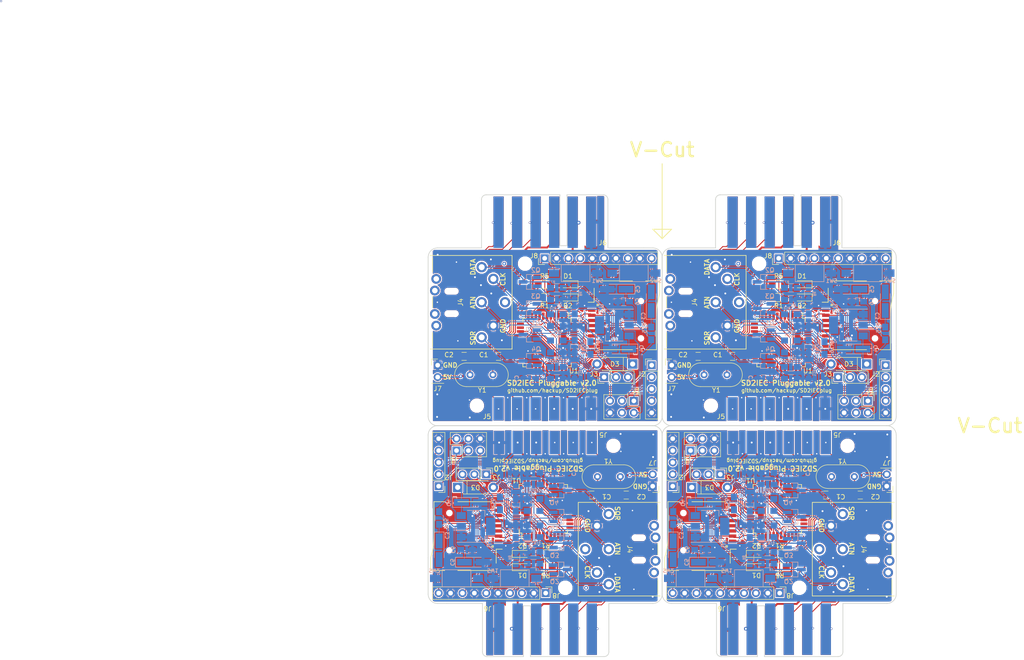
<source format=kicad_pcb>
(kicad_pcb (version 20171130) (host pcbnew "(6.0.0-rc1-dev-484-g9b50b9406)")
  (title_block (title "SD2IEC Pluggable") (date 2018-09-12) (rev 2.0) (company www.hackup.net))
  (layers (0 F.Cu signal) (31 B.Cu signal) (34 B.Paste user) (35 F.Paste user) (36 B.SilkS user) (37 F.SilkS user) (38 B.Mask user) (39 F.Mask user) (44 Edge.Cuts user))
  (net 0 "")
  (net 1 "Net-(C1-Pad2)")
  (net 2 "Net-(C2-Pad2)")
  (net 3 "Net-(C3-Pad1)")
  (net 4 "Net-(C4-Pad1)")
  (net 5 +3V3)
  (net 6 MISO)
  (net 7 SCK)
  (net 8 MOSI)
  (net 9 "Net-(J1-Pad5)")
  (net 10 IEC_CLK)
  (net 11 IEC_SQR)
  (net 12 IEC_ATN)
  (net 13 IEC_DATA)
  (net 14 "Net-(Q1-Pad1)")
  (net 15 "Net-(Q1-Pad2)")
  (net 16 "Net-(Q2-Pad1)")
  (net 17 "Net-(Q2-Pad2)")
  (net 18 "Net-(Q3-Pad1)")
  (net 19 "Net-(Q3-Pad2)")
  (net 20 "Net-(Q4-Pad1)")
  (net 21 "Net-(Q4-Pad2)")
  (net 22 "Net-(R7-Pad2)")
  (net 23 "Net-(R10-Pad2)")
  (net 24 "Net-(R13-Pad2)")
  (net 25 Cas-GND)
  (net 26 Cas-5V)
  (net 27 Cas-Motor)
  (net 28 Cas-Read)
  (net 29 Cas-Write)
  (net 30 Cas-Sense)
  (net 31 /LED2)
  (net 32 /LED1)
  (net 33 "Net-(J2-Pad1)")
  (net 34 "Net-(J2-Pad2)")
  (net 35 "Net-(J2-Pad3)")
  (net 36 "Net-(J2-Pad4)")
  (net 37 /DISKSWITCH)
  (net 38 /RESERVE)
  (net 39 /IEC_8-9)
  (net 40 /IEC_10-11)
  (net 41 "Net-(R1-Pad2)")
  (net 42 "Net-(R5-Pad2)")
  (net 43 "Net-(C3-Pad2)")
  (net 44 "Net-(U1-Pad11)")
  (net 45 "Net-(U1-Pad44)")
  (net 46 "Net-(J3-Pad1)")
  (net 47 "Net-(J3-Pad2)")
  (net 48 "Net-(J3-Pad3)")
  (net 49 "Net-(R16-Pad1)")
  (net 50 "Net-(R16-Pad2)")
  (module Pin_Headers:Pin_Header_Straight_1x10_Pitch2.54mm (layer F.Cu) (at 117.108 127.146 270)
    (fp_text reference J8 (at 0.508 -2.286 180 unlocked) (layer F.SilkS))
    (fp_text value X3)
    (pad 10 thru_hole oval (at 0 22.86 270) (size 1.7 1.7) (drill 1) (layers *.Cu *.Mask) (net 40 /IEC_10-11))
    (pad 9 thru_hole oval (at 0 20.32 270) (size 1.7 1.7) (drill 1) (layers *.Cu *.Mask) (net 25 Cas-GND))
    (pad 8 thru_hole oval (at 0 17.78 270) (size 1.7 1.7) (drill 1) (layers *.Cu *.Mask) (net 39 /IEC_8-9))
    (pad 7 thru_hole oval (at 0 15.24 270) (size 1.7 1.7) (drill 1) (layers *.Cu *.Mask) (net 25 Cas-GND))
    (pad 6 thru_hole oval (at 0 12.7 270) (size 1.7 1.7) (drill 1) (layers *.Cu *.Mask) (net 31 /LED2))
    (pad 5 thru_hole oval (at 0 10.16 270) (size 1.7 1.7) (drill 1) (layers *.Cu *.Mask) (net 25 Cas-GND))
    (pad 4 thru_hole oval (at 0 7.62 270) (size 1.7 1.7) (drill 1) (layers *.Cu *.Mask) (net 32 /LED1))
    (pad 3 thru_hole oval (at 0 5.08 270) (size 1.7 1.7) (drill 1) (layers *.Cu *.Mask) (net 38 /RESERVE))
    (pad 2 thru_hole oval (at 0 2.54 270) (size 1.7 1.7) (drill 1) (layers *.Cu *.Mask) (net 25 Cas-GND))
    (pad 1 thru_hole rect (at 0 0 270) (size 1.7 1.7) (drill 1) (layers *.Cu *.Mask) (net 37 /DISKSWITCH))
  )
  (module Resistors_SMD:R_0805_HandSoldering (layer B.Cu) (at 114.515 120.83 180)
    (fp_text reference R7 (at -0.815 -1.236 180 unlocked) (layer B.SilkS) (effects (font (size 0.5 0.5) (thickness 0.08)) (justify mirror)))
    (fp_text value 10k)
    (pad 2 smd rect (at 1.35 0 180) (size 1.5 1.3) (layers B.Cu B.Paste B.Mask) (net 22 "Net-(R7-Pad2)"))
    (pad 1 smd rect (at -1.35 0 180) (size 1.5 1.3) (layers B.Cu B.Paste B.Mask) (net 13 IEC_DATA))
  )
  (module Resistors_SMD:R_0805_HandSoldering (layer B.Cu) (at 94.345 111.085 90)
    (fp_text reference R15 (at -1.202 1.427 270 unlocked) (layer B.SilkS) (effects (font (size 0.8 0.8)) (justify mirror)))
    (fp_text value 2.2R)
    (pad 2 smd rect (at 1.35 0 90) (size 1.5 1.3) (layers B.Cu B.Paste B.Mask) (net 5 +3V3))
    (pad 1 smd rect (at -1.35 0 90) (size 1.5 1.3) (layers B.Cu B.Paste B.Mask) (net 3 "Net-(C3-Pad1)"))
  )
  (module Buttons_Switches_SMD:SW_SPST_FSMSM (layer B.Cu) (at 110.504 123.971 180)
    (fp_text reference SW1 (at 4.699 1.651 180 unlocked) (layer B.SilkS) (effects (font (size 0.8 0.8)) (justify mirror)))
    (fp_text value SW_Push)
    (pad 1 smd rect (at -4.59 0 180) (size 2.18 1.6) (layers B.Cu B.Paste B.Mask) (net 37 /DISKSWITCH))
    (pad 2 smd rect (at 4.59 0 180) (size 2.18 1.6) (layers B.Cu B.Paste B.Mask) (net 25 Cas-GND))
  )
  (module Resistors_SMD:R_0805_HandSoldering (layer B.Cu) (at 110.705 113.926 90)
    (fp_text reference R11 (at -0.002 -1.341 270 unlocked) (layer B.SilkS) (effects (font (size 0.5 0.5) (thickness 0.08)) (justify mirror)))
    (fp_text value 22k)
    (pad 2 smd rect (at 1.35 0 90) (size 1.5 1.3) (layers B.Cu B.Paste B.Mask) (net 25 Cas-GND))
    (pad 1 smd rect (at -1.35 0 90) (size 1.5 1.3) (layers B.Cu B.Paste B.Mask) (net 23 "Net-(R10-Pad2)"))
  )
  (module Resistors_SMD:R_0805_HandSoldering (layer B.Cu) (at 114.515 112.656 180)
    (fp_text reference R9 (at 0.709 1.258 180 unlocked) (layer B.SilkS) (effects (font (size 0.5 0.5) (thickness 0.08)) (justify mirror)))
    (fp_text value 18)
    (pad 2 smd rect (at 1.35 0 180) (size 1.5 1.3) (layers B.Cu B.Paste B.Mask) (net 25 Cas-GND))
    (pad 1 smd rect (at -1.35 0 180) (size 1.5 1.3) (layers B.Cu B.Paste B.Mask) (net 19 "Net-(Q3-Pad2)"))
  )
  (module Mounting_Holes:MountingHole_2.7mm_M2.5 (layer F.Cu) (at 131.586 95.65 180)
    (fp_text reference MH4 hide)
    (fp_text value MountingHole)
    (pad 1 np_thru_hole circle (at 0 0 180) (size 2.7 2.7) (drill 2.7) (layers *.Cu *.Mask))
  )
  (module Capacitors_SMD:C_0805_HandSoldering (layer B.Cu) (at 120.303 101.365)
    (fp_text reference C7 (at 2.774 0 270 unlocked) (layer B.SilkS) (effects (font (size 0.8 0.8)) (justify mirror)))
    (fp_text value 100n)
    (pad 1 smd rect (at -1.25 0) (size 1.5 1.25) (layers B.Cu B.Paste B.Mask) (net 5 +3V3))
    (pad 2 smd rect (at 1.25 0) (size 1.5 1.25) (layers B.Cu B.Paste B.Mask) (net 25 Cas-GND))
  )
  (module Resistors_SMD:R_0805_HandSoldering (layer B.Cu) (at 114.515 118.29 180)
    (fp_text reference R6 (at 0.709 1.304 180 unlocked) (layer B.SilkS) (effects (font (size 0.5 0.5) (thickness 0.08)) (justify mirror)))
    (fp_text value 18)
    (pad 1 smd rect (at -1.35 0 180) (size 1.5 1.3) (layers B.Cu B.Paste B.Mask) (net 17 "Net-(Q2-Pad2)"))
    (pad 2 smd rect (at 1.35 0 180) (size 1.5 1.3) (layers B.Cu B.Paste B.Mask) (net 25 Cas-GND))
  )
  (module Resistors_SMD:R_0805_HandSoldering (layer B.Cu) (at 110.705 119.56 90)
    (fp_text reference R8 (at -0.002 -1.341 270 unlocked) (layer B.SilkS) (effects (font (size 0.5 0.5) (thickness 0.08)) (justify mirror)))
    (fp_text value 22k)
    (pad 2 smd rect (at 1.35 0 90) (size 1.5 1.3) (layers B.Cu B.Paste B.Mask) (net 25 Cas-GND))
    (pad 1 smd rect (at -1.35 0 90) (size 1.5 1.3) (layers B.Cu B.Paste B.Mask) (net 22 "Net-(R7-Pad2)"))
  )
  (module Buttons_Switches_SMD:SW_SPST_FSMSM (layer B.Cu) (at 98.058 123.971 180)
    (fp_text reference SW2 (at 4.699 1.651 180 unlocked) (layer B.SilkS) (effects (font (size 0.8 0.8)) (justify mirror)))
    (fp_text value SW_Push)
    (pad 2 smd rect (at 4.59 0 180) (size 2.18 1.6) (layers B.Cu B.Paste B.Mask) (net 25 Cas-GND))
    (pad 1 smd rect (at -4.59 0 180) (size 2.18 1.6) (layers B.Cu B.Paste B.Mask) (net 38 /RESERVE))
  )
  (module Capacitors_Tantalum_SMD:CP_Tantalum_Case-S_EIA-3216-12_Hand (layer B.Cu) (at 101.1187 107.7531)
    (fp_text reference C4 (at -4.7117 0.091 270 unlocked) (layer B.SilkS) (effects (font (size 0.8 0.8)) (justify mirror)))
    (fp_text value 10µ)
    (pad 2 smd rect (at 2 0) (size 3.2 1.5) (layers B.Cu B.Paste B.Mask) (net 25 Cas-GND))
    (pad 1 smd rect (at -2 0) (size 3.2 1.5) (layers B.Cu B.Paste B.Mask) (net 4 "Net-(C4-Pad1)"))
  )
  (module lib:Conn_uSDcard (layer F.Cu) (at 96.534 114.954 270)
    (fp_text reference XS1)
    (fp_text value "SD Connector")
    (pad 6 smd rect (at 7.75 -0.4 270) (size 1.2 2.2) (layers F.Cu F.Paste F.Mask) (net 25 Cas-GND))
    (pad 6 smd rect (at -7.75 -0.4 270) (size 1.2 2.2) (layers F.Cu F.Paste F.Mask) (net 25 Cas-GND))
    (pad 6 smd rect (at 6.85 -10 270) (size 1.6 1.4) (layers F.Cu F.Paste F.Mask) (net 25 Cas-GND))
    (pad 6 smd rect (at -7.75 -10 270) (size 1.2 1.4) (layers F.Cu F.Paste F.Mask) (net 25 Cas-GND))
    (pad 9 smd rect (at -6.6 -10.5 270) (size 0.7 1.6) (layers F.Cu F.Paste F.Mask) (net 44 "Net-(U1-Pad11)"))
    (pad 7 smd rect (at -4.4 -10.5 270) (size 0.7 1.6) (layers F.Cu F.Paste F.Mask) (net 6 MISO))
    (pad 8 smd rect (at -5.5 -10.5 270) (size 0.7 1.6) (layers F.Cu F.Paste F.Mask) (net 43 "Net-(C3-Pad2)"))
    (pad 6 smd rect (at -3.3 -10.5 270) (size 0.7 1.6) (layers F.Cu F.Paste F.Mask) (net 25 Cas-GND))
    (pad 5 smd rect (at -2.2 -10.5 270) (size 0.7 1.6) (layers F.Cu F.Paste F.Mask) (net 7 SCK))
    (pad 4 smd rect (at -1.1 -10.5 270) (size 0.7 1.6) (layers F.Cu F.Paste F.Mask) (net 3 "Net-(C3-Pad1)"))
    (pad 1 smd rect (at 2.2 -10.5 270) (size 0.7 1.6) (layers F.Cu F.Paste F.Mask) (net 25 Cas-GND))
    (pad 2 smd rect (at 1.1 -10.5 270) (size 0.7 1.6) (layers F.Cu F.Paste F.Mask) (net 45 "Net-(U1-Pad44)"))
    (pad "" np_thru_hole circle (at 3.05 0 270) (size 1 1) (drill 1) (layers *.Cu))
    (pad "" np_thru_hole circle (at -4.93 0 270) (size 1 1) (drill 1) (layers *.Cu))
    (pad 3 smd rect (at 0 -10.5 270) (size 0.7 1.6) (layers F.Cu F.Paste F.Mask) (net 8 MOSI))
  )
  (module Resistors_SMD:R_0805_HandSoldering (layer B.Cu) (at 110.705 102.658 90)
    (fp_text reference R14 (at -0.002 -1.341 270 unlocked) (layer B.SilkS) (effects (font (size 0.5 0.5) (thickness 0.08)) (justify mirror)))
    (fp_text value 22k)
    (pad 2 smd rect (at 1.35 0 90) (size 1.5 1.3) (layers B.Cu B.Paste B.Mask) (net 25 Cas-GND))
    (pad 1 smd rect (at -1.35 0 90) (size 1.5 1.3) (layers B.Cu B.Paste B.Mask) (net 24 "Net-(R13-Pad2)"))
  )
  (module Mounting_Holes:MountingHole_2.7mm_M2.5 (layer F.Cu) (at 121.299 126.003 180)
    (fp_text reference MH3 hide)
    (fp_text value MountingHole)
    (pad 1 np_thru_hole circle (at 0 0 180) (size 2.7 2.7) (drill 2.7) (layers *.Cu *.Mask))
  )
  (module Resistors_SMD:R_0805_HandSoldering (layer B.Cu) (at 107.329 107.969 270)
    (fp_text reference R16 (at 0 1.524 270 unlocked) (layer B.SilkS) (effects (font (size 0.8 0.8)) (justify mirror)))
    (fp_text value nB)
    (pad 1 smd rect (at -1.35 0 270) (size 1.5 1.3) (layers B.Cu B.Paste B.Mask) (net 49 "Net-(R16-Pad1)"))
    (pad 2 smd rect (at 1.35 0 270) (size 1.5 1.3) (layers B.Cu B.Paste B.Mask) (net 50 "Net-(R16-Pad2)"))
  )
  (module Resistors_SMD:R_0805_HandSoldering (layer B.Cu) (at 114.515 115.196 180)
    (fp_text reference R10 (at -0.815 -1.282 180 unlocked) (layer B.SilkS) (effects (font (size 0.5 0.5) (thickness 0.08)) (justify mirror)))
    (fp_text value 10k)
    (pad 2 smd rect (at 1.35 0 180) (size 1.5 1.3) (layers B.Cu B.Paste B.Mask) (net 23 "Net-(R10-Pad2)"))
    (pad 1 smd rect (at -1.35 0 180) (size 1.5 1.3) (layers B.Cu B.Paste B.Mask) (net 10 IEC_CLK))
  )
  (module Capacitors_SMD:C_0805_HandSoldering (layer B.Cu) (at 100.21 117.87)
    (fp_text reference C6 (at -2.914 0.005 270 unlocked) (layer B.SilkS) (effects (font (size 0.8 0.8)) (justify mirror)))
    (fp_text value 100n)
    (pad 2 smd rect (at 1.25 0) (size 1.5 1.25) (layers B.Cu B.Paste B.Mask) (net 25 Cas-GND))
    (pad 1 smd rect (at -1.25 0) (size 1.5 1.25) (layers B.Cu B.Paste B.Mask) (net 5 +3V3))
  )
  (module Resistors_SMD:R_0805_HandSoldering (layer B.Cu) (at 144.345 111.085 90)
    (fp_text reference R15 (at -1.202 1.427 270 unlocked) (layer B.SilkS) (effects (font (size 0.8 0.8)) (justify mirror)))
    (fp_text value 2.2R)
    (pad 1 smd rect (at -1.35 0 90) (size 1.5 1.3) (layers B.Cu B.Paste B.Mask) (net 3 "Net-(C3-Pad1)"))
    (pad 2 smd rect (at 1.35 0 90) (size 1.5 1.3) (layers B.Cu B.Paste B.Mask) (net 5 +3V3))
  )
  (module Mounting_Holes:MountingHole_2.7mm_M2.5 (layer F.Cu) (at 171.299 126.003 180)
    (fp_text reference MH3 hide)
    (fp_text value MountingHole)
    (pad 1 np_thru_hole circle (at 0 0 180) (size 2.7 2.7) (drill 2.7) (layers *.Cu *.Mask))
  )
  (module Pin_Headers:Pin_Header_Straight_1x10_Pitch2.54mm (layer F.Cu) (at 167.108 127.146 270)
    (fp_text reference J8 (at 0.508 -2.286 180 unlocked) (layer F.SilkS))
    (fp_text value X3)
    (pad 1 thru_hole rect (at 0 0 270) (size 1.7 1.7) (drill 1) (layers *.Cu *.Mask) (net 37 /DISKSWITCH))
    (pad 2 thru_hole oval (at 0 2.54 270) (size 1.7 1.7) (drill 1) (layers *.Cu *.Mask) (net 25 Cas-GND))
    (pad 3 thru_hole oval (at 0 5.08 270) (size 1.7 1.7) (drill 1) (layers *.Cu *.Mask) (net 38 /RESERVE))
    (pad 4 thru_hole oval (at 0 7.62 270) (size 1.7 1.7) (drill 1) (layers *.Cu *.Mask) (net 32 /LED1))
    (pad 5 thru_hole oval (at 0 10.16 270) (size 1.7 1.7) (drill 1) (layers *.Cu *.Mask) (net 25 Cas-GND))
    (pad 6 thru_hole oval (at 0 12.7 270) (size 1.7 1.7) (drill 1) (layers *.Cu *.Mask) (net 31 /LED2))
    (pad 7 thru_hole oval (at 0 15.24 270) (size 1.7 1.7) (drill 1) (layers *.Cu *.Mask) (net 25 Cas-GND))
    (pad 8 thru_hole oval (at 0 17.78 270) (size 1.7 1.7) (drill 1) (layers *.Cu *.Mask) (net 39 /IEC_8-9))
    (pad 9 thru_hole oval (at 0 20.32 270) (size 1.7 1.7) (drill 1) (layers *.Cu *.Mask) (net 25 Cas-GND))
    (pad 10 thru_hole oval (at 0 22.86 270) (size 1.7 1.7) (drill 1) (layers *.Cu *.Mask) (net 40 /IEC_10-11))
  )
  (module Mounting_Holes:MountingHole_2.7mm_M2.5 (layer F.Cu) (at 181.586 95.65 180)
    (fp_text reference MH4 hide)
    (fp_text value MountingHole)
    (pad 1 np_thru_hole circle (at 0 0 180) (size 2.7 2.7) (drill 2.7) (layers *.Cu *.Mask))
  )
  (module lib:Conn_uSDcard (layer F.Cu) (at 146.534 114.954 270)
    (fp_text reference XS1)
    (fp_text value "SD Connector")
    (pad 3 smd rect (at 0 -10.5 270) (size 0.7 1.6) (layers F.Cu F.Paste F.Mask) (net 8 MOSI))
    (pad "" np_thru_hole circle (at -4.93 0 270) (size 1 1) (drill 1) (layers *.Cu))
    (pad "" np_thru_hole circle (at 3.05 0 270) (size 1 1) (drill 1) (layers *.Cu))
    (pad 2 smd rect (at 1.1 -10.5 270) (size 0.7 1.6) (layers F.Cu F.Paste F.Mask) (net 45 "Net-(U1-Pad44)"))
    (pad 1 smd rect (at 2.2 -10.5 270) (size 0.7 1.6) (layers F.Cu F.Paste F.Mask) (net 25 Cas-GND))
    (pad 4 smd rect (at -1.1 -10.5 270) (size 0.7 1.6) (layers F.Cu F.Paste F.Mask) (net 3 "Net-(C3-Pad1)"))
    (pad 5 smd rect (at -2.2 -10.5 270) (size 0.7 1.6) (layers F.Cu F.Paste F.Mask) (net 7 SCK))
    (pad 6 smd rect (at -3.3 -10.5 270) (size 0.7 1.6) (layers F.Cu F.Paste F.Mask) (net 25 Cas-GND))
    (pad 8 smd rect (at -5.5 -10.5 270) (size 0.7 1.6) (layers F.Cu F.Paste F.Mask) (net 43 "Net-(C3-Pad2)"))
    (pad 7 smd rect (at -4.4 -10.5 270) (size 0.7 1.6) (layers F.Cu F.Paste F.Mask) (net 6 MISO))
    (pad 9 smd rect (at -6.6 -10.5 270) (size 0.7 1.6) (layers F.Cu F.Paste F.Mask) (net 44 "Net-(U1-Pad11)"))
    (pad 6 smd rect (at -7.75 -10 270) (size 1.2 1.4) (layers F.Cu F.Paste F.Mask) (net 25 Cas-GND))
    (pad 6 smd rect (at 6.85 -10 270) (size 1.6 1.4) (layers F.Cu F.Paste F.Mask) (net 25 Cas-GND))
    (pad 6 smd rect (at -7.75 -0.4 270) (size 1.2 2.2) (layers F.Cu F.Paste F.Mask) (net 25 Cas-GND))
    (pad 6 smd rect (at 7.75 -0.4 270) (size 1.2 2.2) (layers F.Cu F.Paste F.Mask) (net 25 Cas-GND))
  )
  (module Buttons_Switches_SMD:SW_SPST_FSMSM (layer B.Cu) (at 148.058 123.971 180)
    (fp_text reference SW2 (at 4.699 1.651 180 unlocked) (layer B.SilkS) (effects (font (size 0.8 0.8)) (justify mirror)))
    (fp_text value SW_Push)
    (pad 1 smd rect (at -4.59 0 180) (size 2.18 1.6) (layers B.Cu B.Paste B.Mask) (net 38 /RESERVE))
    (pad 2 smd rect (at 4.59 0 180) (size 2.18 1.6) (layers B.Cu B.Paste B.Mask) (net 25 Cas-GND))
  )
  (module Pin_Headers:Pin_Header_Straight_1x05_Pitch2.54mm (layer F.Cu) (at 144.248 104.286 180)
    (fp_text reference J2 (at -2.159 1.905 180 unlocked) (layer F.SilkS))
    (fp_text value X6)
    (pad 5 thru_hole oval (at 0 10.16 180) (size 1.7 1.7) (drill 1) (layers *.Cu *.Mask) (net 25 Cas-GND))
    (pad 4 thru_hole oval (at 0 7.62 180) (size 1.7 1.7) (drill 1) (layers *.Cu *.Mask) (net 36 "Net-(J2-Pad4)"))
    (pad 3 thru_hole oval (at 0 5.08 180) (size 1.7 1.7) (drill 1) (layers *.Cu *.Mask) (net 35 "Net-(J2-Pad3)"))
    (pad 2 thru_hole oval (at 0 2.54 180) (size 1.7 1.7) (drill 1) (layers *.Cu *.Mask) (net 34 "Net-(J2-Pad2)"))
    (pad 1 thru_hole rect (at 0 0 180) (size 1.7 1.7) (drill 1) (layers *.Cu *.Mask) (net 33 "Net-(J2-Pad1)"))
  )
  (module Buttons_Switches_SMD:SW_SPST_FSMSM (layer B.Cu) (at 160.504 123.971 180)
    (fp_text reference SW1 (at 4.699 1.651 180 unlocked) (layer B.SilkS) (effects (font (size 0.8 0.8)) (justify mirror)))
    (fp_text value SW_Push)
    (pad 2 smd rect (at 4.59 0 180) (size 2.18 1.6) (layers B.Cu B.Paste B.Mask) (net 25 Cas-GND))
    (pad 1 smd rect (at -4.59 0 180) (size 2.18 1.6) (layers B.Cu B.Paste B.Mask) (net 37 /DISKSWITCH))
  )
  (module Capacitors_SMD:C_0805_HandSoldering (layer B.Cu) (at 170.303 101.365)
    (fp_text reference C7 (at 2.774 0 270 unlocked) (layer B.SilkS) (effects (font (size 0.8 0.8)) (justify mirror)))
    (fp_text value 100n)
    (pad 2 smd rect (at 1.25 0) (size 1.5 1.25) (layers B.Cu B.Paste B.Mask) (net 25 Cas-GND))
    (pad 1 smd rect (at -1.25 0) (size 1.5 1.25) (layers B.Cu B.Paste B.Mask) (net 5 +3V3))
  )
  (module Resistors_SMD:R_0805_HandSoldering (layer B.Cu) (at 157.329 107.969 270)
    (fp_text reference R16 (at 0 1.524 270 unlocked) (layer B.SilkS) (effects (font (size 0.8 0.8)) (justify mirror)))
    (fp_text value nB)
    (pad 2 smd rect (at 1.35 0 270) (size 1.5 1.3) (layers B.Cu B.Paste B.Mask) (net 50 "Net-(R16-Pad2)"))
    (pad 1 smd rect (at -1.35 0 270) (size 1.5 1.3) (layers B.Cu B.Paste B.Mask) (net 49 "Net-(R16-Pad1)"))
  )
  (module Resistors_SMD:R_0805_HandSoldering (layer B.Cu) (at 160.705 113.926 90)
    (fp_text reference R11 (at -0.002 -1.341 270 unlocked) (layer B.SilkS) (effects (font (size 0.5 0.5) (thickness 0.08)) (justify mirror)))
    (fp_text value 22k)
    (pad 1 smd rect (at -1.35 0 90) (size 1.5 1.3) (layers B.Cu B.Paste B.Mask) (net 23 "Net-(R10-Pad2)"))
    (pad 2 smd rect (at 1.35 0 90) (size 1.5 1.3) (layers B.Cu B.Paste B.Mask) (net 25 Cas-GND))
  )
  (module Capacitors_Tantalum_SMD:CP_Tantalum_Case-S_EIA-3216-12_Hand (layer B.Cu) (at 101.741 120.542)
    (fp_text reference C5 (at -4.572 0 270 unlocked) (layer B.SilkS) (effects (font (size 0.8 0.8)) (justify mirror)))
    (fp_text value 10µ)
    (pad 2 smd rect (at 2 0) (size 3.2 1.5) (layers B.Cu B.Paste B.Mask) (net 25 Cas-GND))
    (pad 1 smd rect (at -2 0) (size 3.2 1.5) (layers B.Cu B.Paste B.Mask) (net 5 +3V3))
  )
  (module LEDs:LED_0805_HandSoldering (layer F.Cu) (at 112.172 121.596)
    (fp_text reference D2 (at 0 -4.61 180 unlocked) (layer F.SilkS))
    (fp_text value red)
    (pad 1 smd rect (at -1.35 0) (size 1.5 1.3) (layers F.Cu F.Paste F.Mask) (net 25 Cas-GND))
    (pad 2 smd rect (at 1.35 0) (size 1.5 1.3) (layers F.Cu F.Paste F.Mask) (net 32 /LED1))
  )
  (module Resistors_SMD:R_0805_HandSoldering (layer B.Cu) (at 114.515 109.562 180)
    (fp_text reference R3 (at -0.815 -1.201 180 unlocked) (layer B.SilkS) (effects (font (size 0.5 0.5) (thickness 0.08)) (justify mirror)))
    (fp_text value 10k)
    (pad 2 smd rect (at 1.35 0 180) (size 1.5 1.3) (layers B.Cu B.Paste B.Mask) (net 49 "Net-(R16-Pad1)"))
    (pad 1 smd rect (at -1.35 0 180) (size 1.5 1.3) (layers B.Cu B.Paste B.Mask) (net 12 IEC_ATN))
  )
  (module TO_SOT_Packages_SMD:SOT-23_Handsoldering (layer B.Cu) (at 120.23 122.1)
    (fp_text reference Q2 (at -1.217 2.506 180 unlocked) (layer B.SilkS) (effects (justify mirror)))
    (fp_text value IRLML2803)
    (pad 3 smd rect (at 1.5 0) (size 1.9 0.8) (layers B.Cu B.Paste B.Mask) (net 13 IEC_DATA))
    (pad 2 smd rect (at -1.5 -0.95) (size 1.9 0.8) (layers B.Cu B.Paste B.Mask) (net 17 "Net-(Q2-Pad2)"))
    (pad 1 smd rect (at -1.5 0.95) (size 1.9 0.8) (layers B.Cu B.Paste B.Mask) (net 16 "Net-(Q2-Pad1)"))
  )
  (module Capacitors_SMD:C_0805_HandSoldering (layer F.Cu) (at 126.954 106.18)
    (fp_text reference C1 (at 3.1715 0.3285 180 unlocked) (layer F.SilkS))
    (fp_text value 56p)
    (pad 1 smd rect (at -1.25 0) (size 1.5 1.25) (layers F.Cu F.Paste F.Mask) (net 25 Cas-GND))
    (pad 2 smd rect (at 1.25 0) (size 1.5 1.25) (layers F.Cu F.Paste F.Mask) (net 1 "Net-(C1-Pad2)"))
  )
  (module Resistors_SMD:R_0805_HandSoldering (layer F.Cu) (at 117.172 118.762)
    (fp_text reference R1 (at -0.064 -1.776 180 unlocked) (layer F.SilkS))
    (fp_text value 330)
    (pad 1 smd rect (at -1.35 0) (size 1.5 1.3) (layers F.Cu F.Paste F.Mask) (net 31 /LED2))
    (pad 2 smd rect (at 1.35 0) (size 1.5 1.3) (layers F.Cu F.Paste F.Mask) (net 41 "Net-(R1-Pad2)"))
  )
  (module Capacitors_SMD:C_0805_HandSoldering (layer F.Cu) (at 134.32 106.18 180)
    (fp_text reference C2 (at -3.235 -0.3285 180 unlocked) (layer F.SilkS))
    (fp_text value 56p)
    (pad 1 smd rect (at -1.25 0 180) (size 1.5 1.25) (layers F.Cu F.Paste F.Mask) (net 25 Cas-GND))
    (pad 2 smd rect (at 1.25 0 180) (size 1.5 1.25) (layers F.Cu F.Paste F.Mask) (net 2 "Net-(C2-Pad2)"))
  )
  (module Resistors_SMD:R_0805_HandSoldering (layer F.Cu) (at 117.172 121.596)
    (fp_text reference R5 (at -0.064 1.74 180 unlocked) (layer F.SilkS))
    (fp_text value 330)
    (pad 1 smd rect (at -1.35 0) (size 1.5 1.3) (layers F.Cu F.Paste F.Mask) (net 32 /LED1))
    (pad 2 smd rect (at 1.35 0) (size 1.5 1.3) (layers F.Cu F.Paste F.Mask) (net 42 "Net-(R5-Pad2)"))
  )
  (module LEDs:LED_0805_HandSoldering (layer F.Cu) (at 112.172 118.762)
    (fp_text reference D1 (at -0.05 4.574 180 unlocked) (layer F.SilkS))
    (fp_text value green)
    (pad 1 smd rect (at -1.35 0) (size 1.5 1.3) (layers F.Cu F.Paste F.Mask) (net 25 Cas-GND))
    (pad 2 smd rect (at 1.35 0) (size 1.5 1.3) (layers F.Cu F.Paste F.Mask) (net 31 /LED2))
  )
  (module TO_SOT_Packages_SMD:SOT-23_Handsoldering (layer B.Cu) (at 120.23 116.466)
    (fp_text reference Q3 (at -1.217 2.552 180 unlocked) (layer B.SilkS) (effects (justify mirror)))
    (fp_text value IRLML2803)
    (pad 3 smd rect (at 1.5 0) (size 1.9 0.8) (layers B.Cu B.Paste B.Mask) (net 10 IEC_CLK))
    (pad 2 smd rect (at -1.5 -0.95) (size 1.9 0.8) (layers B.Cu B.Paste B.Mask) (net 19 "Net-(Q3-Pad2)"))
    (pad 1 smd rect (at -1.5 0.95) (size 1.9 0.8) (layers B.Cu B.Paste B.Mask) (net 18 "Net-(Q3-Pad1)"))
  )
  (module Resistors_SMD:R_0805_HandSoldering (layer B.Cu) (at 110.705 108.292 90)
    (fp_text reference R4 (at -0.002 -1.341 270 unlocked) (layer B.SilkS) (effects (font (size 0.5 0.5) (thickness 0.08)) (justify mirror)))
    (fp_text value 22k)
    (pad 2 smd rect (at 1.35 0 90) (size 1.5 1.3) (layers B.Cu B.Paste B.Mask) (net 25 Cas-GND))
    (pad 1 smd rect (at -1.35 0 90) (size 1.5 1.3) (layers B.Cu B.Paste B.Mask) (net 49 "Net-(R16-Pad1)"))
  )
  (module TO_SOT_Packages_SMD:SOT-23_Handsoldering (layer B.Cu) (at 120.23 110.832)
    (fp_text reference Q1 (at -1.217 2.471 180 unlocked) (layer B.SilkS) (effects (justify mirror)))
    (fp_text value IRLML2803)
    (pad 3 smd rect (at 1.5 0) (size 1.9 0.8) (layers B.Cu B.Paste B.Mask) (net 12 IEC_ATN))
    (pad 2 smd rect (at -1.5 -0.95) (size 1.9 0.8) (layers B.Cu B.Paste B.Mask) (net 15 "Net-(Q1-Pad2)"))
    (pad 1 smd rect (at -1.5 0.95) (size 1.9 0.8) (layers B.Cu B.Paste B.Mask) (net 14 "Net-(Q1-Pad1)"))
  )
  (module Capacitors_Tantalum_SMD:CP_Tantalum_Case-S_EIA-3216-12_Hand (layer B.Cu) (at 94.345 117.985 270)
    (fp_text reference C3 (at -3.158 -1.681 270 unlocked) (layer B.SilkS) (effects (font (size 0.8 0.8)) (justify mirror)))
    (fp_text value 10µ)
    (pad 2 smd rect (at 2 0 270) (size 3.2 1.5) (layers B.Cu B.Paste B.Mask) (net 43 "Net-(C3-Pad2)"))
    (pad 1 smd rect (at -2 0 270) (size 3.2 1.5) (layers B.Cu B.Paste B.Mask) (net 3 "Net-(C3-Pad1)"))
  )
  (module Pin_Headers:Pin_Header_Straight_2x03_Pitch2.54mm (layer F.Cu) (at 98.058 96.666 90)
    (fp_text reference J1 (at -2.159 -0.635 -180 unlocked) (layer F.SilkS))
    (fp_text value ISP)
    (pad 1 thru_hole rect (at 0 0 90) (size 1.7 1.7) (drill 1) (layers *.Cu *.Mask) (net 6 MISO))
    (pad 2 thru_hole oval (at 2.54 0 90) (size 1.7 1.7) (drill 1) (layers *.Cu *.Mask) (net 5 +3V3))
    (pad 3 thru_hole oval (at 0 2.54 90) (size 1.7 1.7) (drill 1) (layers *.Cu *.Mask) (net 7 SCK))
    (pad 4 thru_hole oval (at 2.54 2.54 90) (size 1.7 1.7) (drill 1) (layers *.Cu *.Mask) (net 8 MOSI))
    (pad 5 thru_hole oval (at 0 5.08 90) (size 1.7 1.7) (drill 1) (layers *.Cu *.Mask) (net 9 "Net-(J1-Pad5)"))
    (pad 6 thru_hole oval (at 2.54 5.08 90) (size 1.7 1.7) (drill 1) (layers *.Cu *.Mask) (net 25 Cas-GND))
  )
  (module Resistors_SMD:R_0805_HandSoldering (layer B.Cu) (at 114.515 107.022 180)
    (fp_text reference R2 (at 0.709 1.339 180 unlocked) (layer B.SilkS) (effects (font (size 0.5 0.5) (thickness 0.08)) (justify mirror)))
    (fp_text value 18)
    (pad 2 smd rect (at 1.35 0 180) (size 1.5 1.3) (layers B.Cu B.Paste B.Mask) (net 25 Cas-GND))
    (pad 1 smd rect (at -1.35 0 180) (size 1.5 1.3) (layers B.Cu B.Paste B.Mask) (net 15 "Net-(Q1-Pad2)"))
  )
  (module Resistors_SMD:R_0805_HandSoldering (layer B.Cu) (at 164.515 109.562 180)
    (fp_text reference R3 (at -0.815 -1.201 180 unlocked) (layer B.SilkS) (effects (font (size 0.5 0.5) (thickness 0.08)) (justify mirror)))
    (fp_text value 10k)
    (pad 1 smd rect (at -1.35 0 180) (size 1.5 1.3) (layers B.Cu B.Paste B.Mask) (net 12 IEC_ATN))
    (pad 2 smd rect (at 1.35 0 180) (size 1.5 1.3) (layers B.Cu B.Paste B.Mask) (net 49 "Net-(R16-Pad1)"))
  )
  (module TO_SOT_Packages_SMD:SOT-23_Handsoldering (layer B.Cu) (at 170.23 116.466)
    (fp_text reference Q3 (at -1.217 2.552 180 unlocked) (layer B.SilkS) (effects (justify mirror)))
    (fp_text value IRLML2803)
    (pad 1 smd rect (at -1.5 0.95) (size 1.9 0.8) (layers B.Cu B.Paste B.Mask) (net 18 "Net-(Q3-Pad1)"))
    (pad 2 smd rect (at -1.5 -0.95) (size 1.9 0.8) (layers B.Cu B.Paste B.Mask) (net 19 "Net-(Q3-Pad2)"))
    (pad 3 smd rect (at 1.5 0) (size 1.9 0.8) (layers B.Cu B.Paste B.Mask) (net 10 IEC_CLK))
  )
  (module TO_SOT_Packages_SMD:SOT-23_Handsoldering (layer B.Cu) (at 170.23 122.1)
    (fp_text reference Q2 (at -1.217 2.506 180 unlocked) (layer B.SilkS) (effects (justify mirror)))
    (fp_text value IRLML2803)
    (pad 1 smd rect (at -1.5 0.95) (size 1.9 0.8) (layers B.Cu B.Paste B.Mask) (net 16 "Net-(Q2-Pad1)"))
    (pad 2 smd rect (at -1.5 -0.95) (size 1.9 0.8) (layers B.Cu B.Paste B.Mask) (net 17 "Net-(Q2-Pad2)"))
    (pad 3 smd rect (at 1.5 0) (size 1.9 0.8) (layers B.Cu B.Paste B.Mask) (net 13 IEC_DATA))
  )
  (module Resistors_SMD:R_0805_HandSoldering (layer F.Cu) (at 167.172 121.596)
    (fp_text reference R5 (at -0.064 1.74 180 unlocked) (layer F.SilkS))
    (fp_text value 330)
    (pad 2 smd rect (at 1.35 0) (size 1.5 1.3) (layers F.Cu F.Paste F.Mask) (net 42 "Net-(R5-Pad2)"))
    (pad 1 smd rect (at -1.35 0) (size 1.5 1.3) (layers F.Cu F.Paste F.Mask) (net 32 /LED1))
  )
  (module Resistors_SMD:R_0805_HandSoldering (layer B.Cu) (at 164.515 115.196 180)
    (fp_text reference R10 (at -0.815 -1.282 180 unlocked) (layer B.SilkS) (effects (font (size 0.5 0.5) (thickness 0.08)) (justify mirror)))
    (fp_text value 10k)
    (pad 1 smd rect (at -1.35 0 180) (size 1.5 1.3) (layers B.Cu B.Paste B.Mask) (net 10 IEC_CLK))
    (pad 2 smd rect (at 1.35 0 180) (size 1.5 1.3) (layers B.Cu B.Paste B.Mask) (net 23 "Net-(R10-Pad2)"))
  )
  (module Resistors_SMD:R_0805_HandSoldering (layer B.Cu) (at 164.515 112.656 180)
    (fp_text reference R9 (at 0.709 1.258 180 unlocked) (layer B.SilkS) (effects (font (size 0.5 0.5) (thickness 0.08)) (justify mirror)))
    (fp_text value 18)
    (pad 1 smd rect (at -1.35 0 180) (size 1.5 1.3) (layers B.Cu B.Paste B.Mask) (net 19 "Net-(Q3-Pad2)"))
    (pad 2 smd rect (at 1.35 0 180) (size 1.5 1.3) (layers B.Cu B.Paste B.Mask) (net 25 Cas-GND))
  )
  (module Resistors_SMD:R_0805_HandSoldering (layer B.Cu) (at 160.705 119.56 90)
    (fp_text reference R8 (at -0.002 -1.341 270 unlocked) (layer B.SilkS) (effects (font (size 0.5 0.5) (thickness 0.08)) (justify mirror)))
    (fp_text value 22k)
    (pad 1 smd rect (at -1.35 0 90) (size 1.5 1.3) (layers B.Cu B.Paste B.Mask) (net 22 "Net-(R7-Pad2)"))
    (pad 2 smd rect (at 1.35 0 90) (size 1.5 1.3) (layers B.Cu B.Paste B.Mask) (net 25 Cas-GND))
  )
  (module Resistors_SMD:R_0805_HandSoldering (layer F.Cu) (at 167.172 118.762)
    (fp_text reference R1 (at -0.064 -1.776 180 unlocked) (layer F.SilkS))
    (fp_text value 330)
    (pad 2 smd rect (at 1.35 0) (size 1.5 1.3) (layers F.Cu F.Paste F.Mask) (net 41 "Net-(R1-Pad2)"))
    (pad 1 smd rect (at -1.35 0) (size 1.5 1.3) (layers F.Cu F.Paste F.Mask) (net 31 /LED2))
  )
  (module Resistors_SMD:R_0805_HandSoldering (layer B.Cu) (at 164.515 107.022 180)
    (fp_text reference R2 (at 0.709 1.339 180 unlocked) (layer B.SilkS) (effects (font (size 0.5 0.5) (thickness 0.08)) (justify mirror)))
    (fp_text value 18)
    (pad 1 smd rect (at -1.35 0 180) (size 1.5 1.3) (layers B.Cu B.Paste B.Mask) (net 15 "Net-(Q1-Pad2)"))
    (pad 2 smd rect (at 1.35 0 180) (size 1.5 1.3) (layers B.Cu B.Paste B.Mask) (net 25 Cas-GND))
  )
  (module LEDs:LED_0805_HandSoldering (layer F.Cu) (at 162.172 121.596)
    (fp_text reference D2 (at 0 -4.61 180 unlocked) (layer F.SilkS))
    (fp_text value red)
    (pad 2 smd rect (at 1.35 0) (size 1.5 1.3) (layers F.Cu F.Paste F.Mask) (net 32 /LED1))
    (pad 1 smd rect (at -1.35 0) (size 1.5 1.3) (layers F.Cu F.Paste F.Mask) (net 25 Cas-GND))
  )
  (module LEDs:LED_0805_HandSoldering (layer F.Cu) (at 162.172 118.762)
    (fp_text reference D1 (at -0.05 4.574 180 unlocked) (layer F.SilkS))
    (fp_text value green)
    (pad 2 smd rect (at 1.35 0) (size 1.5 1.3) (layers F.Cu F.Paste F.Mask) (net 31 /LED2))
    (pad 1 smd rect (at -1.35 0) (size 1.5 1.3) (layers F.Cu F.Paste F.Mask) (net 25 Cas-GND))
  )
  (module Capacitors_SMD:C_0805_HandSoldering (layer B.Cu) (at 150.21 117.87)
    (fp_text reference C6 (at -2.914 0.005 270 unlocked) (layer B.SilkS) (effects (font (size 0.8 0.8)) (justify mirror)))
    (fp_text value 100n)
    (pad 1 smd rect (at -1.25 0) (size 1.5 1.25) (layers B.Cu B.Paste B.Mask) (net 5 +3V3))
    (pad 2 smd rect (at 1.25 0) (size 1.5 1.25) (layers B.Cu B.Paste B.Mask) (net 25 Cas-GND))
  )
  (module Capacitors_Tantalum_SMD:CP_Tantalum_Case-S_EIA-3216-12_Hand (layer B.Cu) (at 151.741 120.542)
    (fp_text reference C5 (at -4.572 0 270 unlocked) (layer B.SilkS) (effects (font (size 0.8 0.8)) (justify mirror)))
    (fp_text value 10µ)
    (pad 1 smd rect (at -2 0) (size 3.2 1.5) (layers B.Cu B.Paste B.Mask) (net 5 +3V3))
    (pad 2 smd rect (at 2 0) (size 3.2 1.5) (layers B.Cu B.Paste B.Mask) (net 25 Cas-GND))
  )
  (module Resistors_SMD:R_0805_HandSoldering (layer B.Cu) (at 164.515 120.83 180)
    (fp_text reference R7 (at -0.815 -1.236 180 unlocked) (layer B.SilkS) (effects (font (size 0.5 0.5) (thickness 0.08)) (justify mirror)))
    (fp_text value 10k)
    (pad 1 smd rect (at -1.35 0 180) (size 1.5 1.3) (layers B.Cu B.Paste B.Mask) (net 13 IEC_DATA))
    (pad 2 smd rect (at 1.35 0 180) (size 1.5 1.3) (layers B.Cu B.Paste B.Mask) (net 22 "Net-(R7-Pad2)"))
  )
  (module TO_SOT_Packages_SMD:SOT-23_Handsoldering (layer B.Cu) (at 170.23 110.832)
    (fp_text reference Q1 (at -1.217 2.471 180 unlocked) (layer B.SilkS) (effects (justify mirror)))
    (fp_text value IRLML2803)
    (pad 1 smd rect (at -1.5 0.95) (size 1.9 0.8) (layers B.Cu B.Paste B.Mask) (net 14 "Net-(Q1-Pad1)"))
    (pad 2 smd rect (at -1.5 -0.95) (size 1.9 0.8) (layers B.Cu B.Paste B.Mask) (net 15 "Net-(Q1-Pad2)"))
    (pad 3 smd rect (at 1.5 0) (size 1.9 0.8) (layers B.Cu B.Paste B.Mask) (net 12 IEC_ATN))
  )
  (module Pin_Headers:Pin_Header_Straight_2x03_Pitch2.54mm (layer F.Cu) (at 148.058 96.666 90)
    (fp_text reference J1 (at -2.159 -0.635 -180 unlocked) (layer F.SilkS))
    (fp_text value ISP)
    (pad 6 thru_hole oval (at 2.54 5.08 90) (size 1.7 1.7) (drill 1) (layers *.Cu *.Mask) (net 25 Cas-GND))
    (pad 5 thru_hole oval (at 0 5.08 90) (size 1.7 1.7) (drill 1) (layers *.Cu *.Mask) (net 9 "Net-(J1-Pad5)"))
    (pad 4 thru_hole oval (at 2.54 2.54 90) (size 1.7 1.7) (drill 1) (layers *.Cu *.Mask) (net 8 MOSI))
    (pad 3 thru_hole oval (at 0 2.54 90) (size 1.7 1.7) (drill 1) (layers *.Cu *.Mask) (net 7 SCK))
    (pad 2 thru_hole oval (at 2.54 0 90) (size 1.7 1.7) (drill 1) (layers *.Cu *.Mask) (net 5 +3V3))
    (pad 1 thru_hole rect (at 0 0 90) (size 1.7 1.7) (drill 1) (layers *.Cu *.Mask) (net 6 MISO))
  )
  (module Resistors_SMD:R_0805_HandSoldering (layer B.Cu) (at 164.515 118.29 180)
    (fp_text reference R6 (at 0.709 1.304 180 unlocked) (layer B.SilkS) (effects (font (size 0.5 0.5) (thickness 0.08)) (justify mirror)))
    (fp_text value 18)
    (pad 2 smd rect (at 1.35 0 180) (size 1.5 1.3) (layers B.Cu B.Paste B.Mask) (net 25 Cas-GND))
    (pad 1 smd rect (at -1.35 0 180) (size 1.5 1.3) (layers B.Cu B.Paste B.Mask) (net 17 "Net-(Q2-Pad2)"))
  )
  (module Resistors_SMD:R_0805_HandSoldering (layer B.Cu) (at 160.705 108.292 90)
    (fp_text reference R4 (at -0.002 -1.341 270 unlocked) (layer B.SilkS) (effects (font (size 0.5 0.5) (thickness 0.08)) (justify mirror)))
    (fp_text value 22k)
    (pad 1 smd rect (at -1.35 0 90) (size 1.5 1.3) (layers B.Cu B.Paste B.Mask) (net 49 "Net-(R16-Pad1)"))
    (pad 2 smd rect (at 1.35 0 90) (size 1.5 1.3) (layers B.Cu B.Paste B.Mask) (net 25 Cas-GND))
  )
  (module hackup:C64-Cassette-Port-Female (layer F.Cu) (at 167.6 92.454 180)
    (fp_text reference J5 (at -11.827 -0.8465 180 unlocked) (layer F.SilkS))
    (fp_text value C64-CassettePort)
    (pad F smd rect (at -9.36 -2.5 180) (size 2.2 5) (layers B.Cu B.Paste B.Mask) (net 30 Cas-Sense))
    (pad E smd rect (at -5.4 -2.5 180) (size 2.2 5) (layers B.Cu B.Paste B.Mask) (net 29 Cas-Write))
    (pad D smd rect (at -1.44 -2.5 180) (size 2.2 5) (layers B.Cu B.Paste B.Mask) (net 28 Cas-Read))
    (pad C smd rect (at 2.52 -2.5 180) (size 2.2 5) (layers B.Cu B.Paste B.Mask) (net 27 Cas-Motor))
    (pad B smd rect (at 6.48 -2.5 180) (size 2.2 5) (layers B.Cu B.Paste B.Mask) (net 26 Cas-5V))
    (pad A smd rect (at 10.44 -2.5 180) (size 2.2 5) (layers B.Cu B.Paste B.Mask) (net 25 Cas-GND))
    (pad 6 smd rect (at -9.36 -2.5 180) (size 2.2 5) (layers F.Cu F.Paste F.Mask) (net 30 Cas-Sense))
    (pad 5 smd rect (at -5.4 -2.5 180) (size 2.2 5) (layers F.Cu F.Paste F.Mask) (net 29 Cas-Write))
    (pad 4 smd rect (at -1.44 -2.5 180) (size 2.2 5) (layers F.Cu F.Paste F.Mask) (net 28 Cas-Read))
    (pad 3 smd rect (at 2.52 -2.5 180) (size 2.2 5) (layers F.Cu F.Paste F.Mask) (net 27 Cas-Motor))
    (pad 2 smd rect (at 6.48 -2.5 180) (size 2.2 5) (layers F.Cu F.Paste F.Mask) (net 26 Cas-5V))
    (pad 1 smd rect (at 10.44 -2.5 180) (size 2.2 5) (layers F.Cu F.Paste F.Mask) (net 25 Cas-GND))
  )
  (module TO_SOT_Packages_SMD:SOT-223-3_TabPin2 (layer B.Cu) (at 152.21 112.87)
    (fp_text reference U2 (at 2.833 3.608 270 unlocked) (layer B.SilkS) (effects (justify mirror)))
    (fp_text value LM1117-3.3)
    (pad 2 smd rect (at 3.15 0) (size 2 3.8) (layers B.Cu B.Paste B.Mask) (net 5 +3V3))
    (pad 2 smd rect (at -3.15 0) (size 2 1.5) (layers B.Cu B.Paste B.Mask) (net 5 +3V3))
    (pad 3 smd rect (at -3.15 -2.3) (size 2 1.5) (layers B.Cu B.Paste B.Mask) (net 4 "Net-(C4-Pad1)"))
    (pad 1 smd rect (at -3.15 2.3) (size 2 1.5) (layers B.Cu B.Paste B.Mask) (net 25 Cas-GND))
  )
  (module Pin_Headers:Pin_Header_Straight_1x03_Pitch2.54mm (layer F.Cu) (at 154.408 101.746 270)
    (fp_text reference J3 (at 0.635 -2.159 180 unlocked) (layer F.SilkS))
    (fp_text value Aux)
    (pad 3 thru_hole oval (at 0 5.08 270) (size 1.7 1.7) (drill 1) (layers *.Cu *.Mask) (net 48 "Net-(J3-Pad3)"))
    (pad 2 thru_hole oval (at 0 2.54 270) (size 1.7 1.7) (drill 1) (layers *.Cu *.Mask) (net 47 "Net-(J3-Pad2)"))
    (pad 1 thru_hole rect (at 0 0 270) (size 1.7 1.7) (drill 1) (layers *.Cu *.Mask) (net 46 "Net-(J3-Pad1)"))
  )
  (module Logo:bigby2 (layer F.Cu) (at 187.555 95.396 180)
    (fp_text reference G*** hide)
    (fp_text value LOGO hide)
    (fp_poly (pts (xy -0.011485 -1.728467) (xy 0.113732 -1.717124) (xy 0.194843 -1.687923) (xy 0.241542 -1.632439) (xy 0.263521 -1.542246) (xy 0.270474 -1.408921) (xy 0.271308 -1.328994) (xy 0.273257 -1.04049) (xy 0.168379 -0.956808) (xy 0.105032 -0.892095) (xy 0.067481 -0.826879) (xy 0.062385 -0.77734) (xy 0.087312 -0.759744) (xy 0.127711 -0.756134) (xy 0.215607 -0.74839) (xy 0.335236 -0.737898) (xy 0.394892 -0.732679) (xy 0.531508 -0.719487) (xy 0.621502 -0.704831) (xy 0.681588 -0.682684) (xy 0.728481 -0.647018) (xy 0.775892 -0.595287) (xy 0.854874 -0.518356) (xy 0.944952 -0.451548) (xy 1.029404 -0.405121) (xy 1.09151 -0.389332) (xy 1.105316 -0.393209) (xy 1.115338 -0.429014) (xy 1.124376 -0.514977) (xy 1.131371 -0.637757) (xy 1.13502 -0.76718) (xy 1.139106 -0.928835) (xy 1.146403 -1.038611) (xy 1.158673 -1.108111) (xy 1.177674 -1.14894) (xy 1.195579 -1.166425) (xy 1.29101 -1.202114) (xy 1.400648 -1.196807) (xy 1.475118 -1.16372) (xy 1.488952 -1.150785) (xy 1.500416 -1.130319) (xy 1.509731 -1.096728) (xy 1.517116 -1.04442) (xy 1.522788 -0.9678) (xy 1.526969 -0.861275) (xy 1.529876 -0.71925) (xy 1.531729 -0.536133) (xy 1.532746 -0.306329) (xy 1.533148 -0.024245) (xy 1.533153 0.315712) (xy 1.533153 0.317844) (xy 1.532922 0.658253) (xy 1.532326 0.940751) (xy 1.531144 1.170927) (xy 1.529156 1.354371) (xy 1.52614 1.496672) (xy 1.521875 1.603419) (xy 1.516141 1.680201) (xy 1.508718 1.732606) (xy 1.499384 1.766226) (xy 1.487919 1.786647) (xy 1.474647 1.799064) (xy 1.376472 1.836684) (xy 1.265456 1.831892) (xy 1.193094 1.799607) (xy 1.175112 1.781995) (xy 1.1613 1.753588) (xy 1.151101 1.706603) (xy 1.14396 1.633257) (xy 1.139323 1.525767) (xy 1.136633 1.37635) (xy 1.135335 1.177223) (xy 1.134934 0.984675) (xy 1.134065 0.211637) (xy 0.979782 0.062148) (xy 0.901816 -0.017658) (xy 0.846345 -0.082572) (xy 0.825499 -0.118224) (xy 0.799146 -0.148761) (xy 0.732681 -0.189721) (xy 0.696557 -0.207251) (xy 0.613805 -0.241662) (xy 0.55975 -0.248672) (xy 0.505771 -0.22821) (xy 0.468235 -0.206692) (xy 0.396192 -0.15478) (xy 0.300546 -0.073678) (xy 0.201272 0.019618) (xy 0.19561 0.025259) (xy 0.022365 0.198504) (xy 0.14612 0.3024) (xy 0.221538 0.372494) (xy 0.258266 0.434497) (xy 0.270015 0.516179) (xy 0.270766 0.55481) (xy 0.276486 0.647599) (xy 0.301118 0.711947) (xy 0.35795 0.773886) (xy 0.401734 0.811372) (xy 0.531811 0.919421) (xy 0.518782 1.176497) (xy 0.505754 1.433573) (xy 0.798146 1.702035) (xy 0.735253 1.779705) (xy 0.694397 1.821324) (xy 0.644378 1.844797) (xy 0.566817 1.855141) (xy 0.450638 1.857375) (xy 0.297496 1.851301) (xy 0.197085 1.826154) (xy 0.139611 1.771549) (xy 0.11528 1.6771) (xy 0.114298 1.532418) (xy 0.115741 1.502222) (xy 0.117859 1.346848) (xy 0.100457 1.238092) (xy 0.056678 1.160347) (xy -0.020335 1.098007) (xy -0.075669 1.066562) (xy -0.152049 1.029637) (xy -0.205195 1.023113) (xy -0.267621 1.046992) (xy -0.305332 1.066562) (xy -0.402294 1.127059) (xy -0.462465 1.194861) (xy -0.492699 1.285576) (xy -0.499855 1.414809) (xy -0.496742 1.502222) (xy -0.492373 1.63025) (xy -0.497412 1.711576) (xy -0.514532 1.762642) (xy -0.544891 1.798527) (xy -0.615745 1.832954) (xy -0.725524 1.856221) (xy -0.850294 1.866168) (xy -0.966123 1.860635) (xy -1.037737 1.842993) (xy -1.107556 1.793603) (xy -1.139614 1.752578) (xy -1.150671 1.711431) (xy -1.131349 1.666613) (xy -1.0735 1.604152) (xy -1.029397 1.563569) (xy -0.886666 1.435314) (xy -0.899789 1.176378) (xy -0.912912 0.917443) (xy -0.793004 0.821082) (xy -0.704937 0.7312) (xy -0.659639 0.643046) (xy -0.661706 0.568683) (xy -0.685037 0.537748) (xy -0.742867 0.520353) (xy -0.789634 0.537546) (xy -0.90009 0.569107) (xy -1.015232 0.559689) (xy -1.107263 0.511844) (xy -1.11125 0.508) (xy -1.157841 0.451438) (xy -1.17475 0.413565) (xy -1.200203 0.379535) (xy -1.262383 0.337448) (xy -1.271377 0.332663) (xy -1.350006 0.274409) (xy -1.403716 0.204314) (xy -1.403829 0.204068) (xy -1.454851 0.13485) (xy -1.533039 0.068093) (xy -1.545327 0.06013) (xy -1.613576 0.004066) (xy -1.649417 -0.052464) (xy -1.651 -0.0635) (xy -1.649159 -0.067395) (xy -1.237666 -0.067395) (xy -1.21517 -0.004673) (xy -1.141624 0.048336) (xy -1.062668 0.107176) (xy -1.008449 0.17852) (xy -1.008424 0.178574) (xy -0.954971 0.24511) (xy -0.867178 0.312438) (xy -0.771491 0.362989) (xy -0.705807 0.379596) (xy -0.656443 0.364494) (xy -0.578184 0.324688) (xy -0.53912 0.301226) (xy -0.464733 0.251149) (xy -0.419317 0.214564) (xy -0.41275 0.205286) (xy -0.43488 0.171195) (xy -0.492715 0.108258) (xy -0.57342 0.028572) (xy -0.664165 -0.055766) (xy -0.752115 -0.132658) (xy -0.824438 -0.190008) (xy -0.850696 -0.207554) (xy -0.913247 -0.241447) (xy -0.961408 -0.250082) (xy -1.020442 -0.232418) (xy -1.094894 -0.197474) (xy -1.197469 -0.132211) (xy -1.237666 -0.067395) (xy -1.649159 -0.067395) (xy -1.625844 -0.116715) (xy -1.563551 -0.174994) (xy -1.545327 -0.187131) (xy -1.465273 -0.251521) (xy -1.407673 -0.323668) (xy -1.40292 -0.333063) (xy -1.349062 -0.406423) (xy -1.293916 -0.446614) (xy -1.227193 -0.497303) (xy -1.167951 -0.573103) (xy -1.167761 -0.573433) (xy -1.09407 -0.659684) (xy -0.986869 -0.710192) (xy -0.834991 -0.729664) (xy -0.795652 -0.730251) (xy -0.620132 -0.738307) (xy -0.505713 -0.762691) (xy -0.452045 -0.803723) (xy -0.458779 -0.861724) (xy -0.525567 -0.937016) (xy -0.54938 -0.956808) (xy -0.654258 -1.04049) (xy -0.652309 -1.328994) (xy -0.649069 -1.485493) (xy -0.635357 -1.594901) (xy -0.601479 -1.665643) (xy -0.537743 -1.706143) (xy -0.434455 -1.724827) (xy -0.281922 -1.730119) (xy -0.1905 -1.730375) (xy -0.011485 -1.728467)) (layer F.Cu) (width 0.01))
  )
  (module Crystals:Crystal_HC49-4H_Vertical (layer F.Cu) (at 183.05 102.243 180)
    (fp_text reference Y1 (at 2.607 3.291 180 unlocked) (layer F.SilkS))
    (fp_text value 8MHz)
    (pad 2 thru_hole circle (at 4.88 0 180) (size 1.5 1.5) (drill 0.8) (layers *.Cu *.Mask) (net 1 "Net-(C1-Pad2)"))
    (pad 1 thru_hole circle (at 0 0 180) (size 1.5 1.5) (drill 0.8) (layers *.Cu *.Mask) (net 2 "Net-(C2-Pad2)"))
  )
  (module Pin_Headers:Pin_Header_Straight_1x02_Pitch2.54mm (layer F.Cu) (at 189.968 104.286 180)
    (fp_text reference J7 (at 0 5.0165 180 unlocked) (layer F.SilkS))
    (fp_text value Power)
    (pad 2 thru_hole oval (at 0 2.54 180) (size 1.7 1.7) (drill 1) (layers *.Cu *.Mask) (net 26 Cas-5V))
    (pad 1 thru_hole rect (at 0 0 180) (size 1.7 1.7) (drill 1) (layers *.Cu *.Mask) (net 25 Cas-GND))
  )
  (module DIN-Connectors:ZipTie_2.7mm (layer F.Cu) (at 187 115.308 180)
    (fp_text reference MH2 hide)
    (fp_text value ZipTie hide)
    (pad "" np_thru_hole oval (at 0 0 180) (size 2.7 1.1) (drill oval 2.7 1.1) (layers *.Cu *.Mask))
  )
  (module Capacitors_Tantalum_SMD:CP_Tantalum_Case-S_EIA-3216-12_Hand (layer B.Cu) (at 151.1187 107.7531)
    (fp_text reference C4 (at -4.7117 0.091 270 unlocked) (layer B.SilkS) (effects (font (size 0.8 0.8)) (justify mirror)))
    (fp_text value 10µ)
    (pad 1 smd rect (at -2 0) (size 3.2 1.5) (layers B.Cu B.Paste B.Mask) (net 4 "Net-(C4-Pad1)"))
    (pad 2 smd rect (at 2 0) (size 3.2 1.5) (layers B.Cu B.Paste B.Mask) (net 25 Cas-GND))
  )
  (module Resistors_SMD:R_0805_HandSoldering (layer B.Cu) (at 164.515 103.928 180)
    (fp_text reference R13 (at -0.815 -1.247 180 unlocked) (layer B.SilkS) (effects (font (size 0.5 0.5) (thickness 0.08)) (justify mirror)))
    (fp_text value 10k)
    (pad 1 smd rect (at -1.35 0 180) (size 1.5 1.3) (layers B.Cu B.Paste B.Mask) (net 11 IEC_SQR))
    (pad 2 smd rect (at 1.35 0 180) (size 1.5 1.3) (layers B.Cu B.Paste B.Mask) (net 24 "Net-(R13-Pad2)"))
  )
  (module TO_SOT_Packages_SMD:SOT-23_Handsoldering (layer B.Cu) (at 170.23 105.198)
    (fp_text reference Q4 (at -1.2805 2.517 180 unlocked) (layer B.SilkS) (effects (justify mirror)))
    (fp_text value IRLML2803)
    (pad 1 smd rect (at -1.5 0.95) (size 1.9 0.8) (layers B.Cu B.Paste B.Mask) (net 20 "Net-(Q4-Pad1)"))
    (pad 2 smd rect (at -1.5 -0.95) (size 1.9 0.8) (layers B.Cu B.Paste B.Mask) (net 21 "Net-(Q4-Pad2)"))
    (pad 3 smd rect (at 1.5 0) (size 1.9 0.8) (layers B.Cu B.Paste B.Mask) (net 11 IEC_SQR))
  )
  (module hackup:C64-Cassette-Port-Male (layer F.Cu) (at 167.6 129.354 180)
    (fp_text reference J6 (at 12.9 -1.1 180 unlocked) (layer F.SilkS))
    (fp_text value C64-CassettePort)
    (pad 1 smd rect (at 10.44 -5.75 180) (size 2.2 10.5) (layers F.Cu F.Paste F.Mask) (net 25 Cas-GND))
    (pad 2 smd rect (at 6.48 -5.75 180) (size 2.2 10.5) (layers F.Cu F.Paste F.Mask) (net 26 Cas-5V))
    (pad 3 smd rect (at 2.52 -5.75 180) (size 2.2 10.5) (layers F.Cu F.Paste F.Mask) (net 27 Cas-Motor))
    (pad 4 smd rect (at -1.44 -5.75 180) (size 2.2 10.5) (layers F.Cu F.Paste F.Mask) (net 28 Cas-Read))
    (pad 5 smd rect (at -5.4 -5.75 180) (size 2.2 10.5) (layers F.Cu F.Paste F.Mask) (net 29 Cas-Write))
    (pad 6 smd rect (at -9.36 -5.75 180) (size 2.2 10.5) (layers F.Cu F.Paste F.Mask) (net 30 Cas-Sense))
    (pad A smd rect (at 10.44 -5.5 180) (size 2.2 11) (layers B.Cu B.Paste B.Mask) (net 25 Cas-GND))
    (pad B smd rect (at 6.48 -5.5 180) (size 2.2 11) (layers B.Cu B.Paste B.Mask) (net 26 Cas-5V))
    (pad C smd rect (at 2.52 -5.5 180) (size 2.2 11) (layers B.Cu B.Paste B.Mask) (net 27 Cas-Motor))
    (pad D smd rect (at -1.44 -5.5 180) (size 2.2 11) (layers B.Cu B.Paste B.Mask) (net 28 Cas-Read))
    (pad E smd rect (at -5.4 -5.5 180) (size 2.2 11) (layers B.Cu B.Paste B.Mask) (net 29 Cas-Write))
    (pad F smd rect (at -9.36 -5.5 180) (size 2.2 11) (layers B.Cu B.Paste B.Mask) (net 30 Cas-Sense))
  )
  (module Diodes_THT:D_DO-41_SOD81_P7.62mm_Horizontal (layer F.Cu) (at 148.312 104.54)
    (fp_text reference D3 (at 3.81 0 180 unlocked) (layer F.SilkS))
    (fp_text value 1N5817)
    (pad 2 thru_hole oval (at 7.62 0) (size 2 2) (drill 1.1) (layers *.Cu *.Mask) (net 26 Cas-5V))
    (pad 1 thru_hole rect (at 0 0) (size 2 2) (drill 1.1) (layers *.Cu *.Mask) (net 4 "Net-(C4-Pad1)"))
  )
  (module Capacitors_Tantalum_SMD:CP_Tantalum_Case-S_EIA-3216-12_Hand (layer B.Cu) (at 144.345 117.985 270)
    (fp_text reference C3 (at -3.158 -1.681 270 unlocked) (layer B.SilkS) (effects (font (size 0.8 0.8)) (justify mirror)))
    (fp_text value 10µ)
    (pad 1 smd rect (at -2 0 270) (size 3.2 1.5) (layers B.Cu B.Paste B.Mask) (net 3 "Net-(C3-Pad1)"))
    (pad 2 smd rect (at 2 0 270) (size 3.2 1.5) (layers B.Cu B.Paste B.Mask) (net 43 "Net-(C3-Pad2)"))
  )
  (module Capacitors_SMD:C_0805_HandSoldering (layer F.Cu) (at 184.32 106.18 180)
    (fp_text reference C2 (at -3.235 -0.3285 180 unlocked) (layer F.SilkS))
    (fp_text value 56p)
    (pad 2 smd rect (at 1.25 0 180) (size 1.5 1.25) (layers F.Cu F.Paste F.Mask) (net 2 "Net-(C2-Pad2)"))
    (pad 1 smd rect (at -1.25 0 180) (size 1.5 1.25) (layers F.Cu F.Paste F.Mask) (net 25 Cas-GND))
  )
  (module Capacitors_SMD:C_0805_HandSoldering (layer F.Cu) (at 176.954 106.18)
    (fp_text reference C1 (at 3.1715 0.3285 180 unlocked) (layer F.SilkS))
    (fp_text value 56p)
    (pad 2 smd rect (at 1.25 0) (size 1.5 1.25) (layers F.Cu F.Paste F.Mask) (net 1 "Net-(C1-Pad2)"))
    (pad 1 smd rect (at -1.25 0) (size 1.5 1.25) (layers F.Cu F.Paste F.Mask) (net 25 Cas-GND))
  )
  (module Resistors_SMD:R_0805_HandSoldering (layer B.Cu) (at 160.705 102.658 90)
    (fp_text reference R14 (at -0.002 -1.341 270 unlocked) (layer B.SilkS) (effects (font (size 0.5 0.5) (thickness 0.08)) (justify mirror)))
    (fp_text value 22k)
    (pad 1 smd rect (at -1.35 0 90) (size 1.5 1.3) (layers B.Cu B.Paste B.Mask) (net 24 "Net-(R13-Pad2)"))
    (pad 2 smd rect (at 1.35 0 90) (size 1.5 1.3) (layers B.Cu B.Paste B.Mask) (net 25 Cas-GND))
  )
  (module Resistors_SMD:R_0805_HandSoldering (layer B.Cu) (at 164.515 101.388 180)
    (fp_text reference R12 (at -0.815 1.293 180 unlocked) (layer B.SilkS) (effects (font (size 0.5 0.5) (thickness 0.08)) (justify mirror)))
    (fp_text value 18)
    (pad 1 smd rect (at -1.35 0 180) (size 1.5 1.3) (layers B.Cu B.Paste B.Mask) (net 21 "Net-(Q4-Pad2)"))
    (pad 2 smd rect (at 1.35 0 180) (size 1.5 1.3) (layers B.Cu B.Paste B.Mask) (net 25 Cas-GND))
  )
  (module Housings_QFP:TQFP-44_10x10mm_Pitch0.8mm (layer F.Cu) (at 166.6 109.112 90)
    (fp_text reference U1 (at 6.0325 -5.715 -180 unlocked) (layer F.SilkS))
    (fp_text value ATMEGA644-20AU)
    (pad 44 smd rect (at -4 -5.7 180) (size 1.5 0.55) (layers F.Cu F.Paste F.Mask) (net 45 "Net-(U1-Pad44)"))
    (pad 43 smd rect (at -3.2 -5.7 180) (size 1.5 0.55) (layers F.Cu F.Paste F.Mask) (net 48 "Net-(J3-Pad3)"))
    (pad 42 smd rect (at -2.4 -5.7 180) (size 1.5 0.55) (layers F.Cu F.Paste F.Mask) (net 50 "Net-(R16-Pad2)"))
    (pad 41 smd rect (at -1.6 -5.7 180) (size 1.5 0.55) (layers F.Cu F.Paste F.Mask) (net 47 "Net-(J3-Pad2)"))
    (pad 40 smd rect (at -0.8 -5.7 180) (size 1.5 0.55) (layers F.Cu F.Paste F.Mask) (net 46 "Net-(J3-Pad1)"))
    (pad 39 smd rect (at 0 -5.7 180) (size 1.5 0.55) (layers F.Cu F.Paste F.Mask) (net 25 Cas-GND))
    (pad 38 smd rect (at 0.8 -5.7 180) (size 1.5 0.55) (layers F.Cu F.Paste F.Mask) (net 5 +3V3))
    (pad 37 smd rect (at 1.6 -5.7 180) (size 1.5 0.55) (layers F.Cu F.Paste F.Mask) (net 49 "Net-(R16-Pad1)"))
    (pad 36 smd rect (at 2.4 -5.7 180) (size 1.5 0.55) (layers F.Cu F.Paste F.Mask) (net 22 "Net-(R7-Pad2)"))
    (pad 35 smd rect (at 3.2 -5.7 180) (size 1.5 0.55) (layers F.Cu F.Paste F.Mask) (net 23 "Net-(R10-Pad2)"))
    (pad 34 smd rect (at 4 -5.7 180) (size 1.5 0.55) (layers F.Cu F.Paste F.Mask) (net 24 "Net-(R13-Pad2)"))
    (pad 33 smd rect (at 5.7 -4 90) (size 1.5 0.55) (layers F.Cu F.Paste F.Mask) (net 14 "Net-(Q1-Pad1)"))
    (pad 32 smd rect (at 5.7 -3.2 90) (size 1.5 0.55) (layers F.Cu F.Paste F.Mask) (net 16 "Net-(Q2-Pad1)"))
    (pad 31 smd rect (at 5.7 -2.4 90) (size 1.5 0.55) (layers F.Cu F.Paste F.Mask) (net 18 "Net-(Q3-Pad1)"))
    (pad 30 smd rect (at 5.7 -1.6 90) (size 1.5 0.55) (layers F.Cu F.Paste F.Mask) (net 20 "Net-(Q4-Pad1)"))
    (pad 29 smd rect (at 5.7 -0.8 90) (size 1.5 0.55) (layers F.Cu F.Paste F.Mask))
    (pad 28 smd rect (at 5.7 0 90) (size 1.5 0.55) (layers F.Cu F.Paste F.Mask) (net 25 Cas-GND))
    (pad 27 smd rect (at 5.7 0.8 90) (size 1.5 0.55) (layers F.Cu F.Paste F.Mask) (net 5 +3V3))
    (pad 26 smd rect (at 5.7 1.6 90) (size 1.5 0.55) (layers F.Cu F.Paste F.Mask) (net 33 "Net-(J2-Pad1)"))
    (pad 25 smd rect (at 5.7 2.4 90) (size 1.5 0.55) (layers F.Cu F.Paste F.Mask) (net 34 "Net-(J2-Pad2)"))
    (pad 24 smd rect (at 5.7 3.2 90) (size 1.5 0.55) (layers F.Cu F.Paste F.Mask) (net 35 "Net-(J2-Pad3)"))
    (pad 23 smd rect (at 5.7 4 90) (size 1.5 0.55) (layers F.Cu F.Paste F.Mask) (net 36 "Net-(J2-Pad4)"))
    (pad 22 smd rect (at 4 5.7 180) (size 1.5 0.55) (layers F.Cu F.Paste F.Mask) (net 37 /DISKSWITCH))
    (pad 21 smd rect (at 3.2 5.7 180) (size 1.5 0.55) (layers F.Cu F.Paste F.Mask) (net 38 /RESERVE))
    (pad 20 smd rect (at 2.4 5.7 180) (size 1.5 0.55) (layers F.Cu F.Paste F.Mask) (net 42 "Net-(R5-Pad2)"))
    (pad 19 smd rect (at 1.6 5.7 180) (size 1.5 0.55) (layers F.Cu F.Paste F.Mask) (net 41 "Net-(R1-Pad2)"))
    (pad 18 smd rect (at 0.8 5.7 180) (size 1.5 0.55) (layers F.Cu F.Paste F.Mask) (net 25 Cas-GND))
    (pad 17 smd rect (at 0 5.7 180) (size 1.5 0.55) (layers F.Cu F.Paste F.Mask) (net 5 +3V3))
    (pad 16 smd rect (at -0.8 5.7 180) (size 1.5 0.55) (layers F.Cu F.Paste F.Mask) (net 39 /IEC_8-9))
    (pad 15 smd rect (at -1.6 5.7 180) (size 1.5 0.55) (layers F.Cu F.Paste F.Mask) (net 25 Cas-GND))
    (pad 14 smd rect (at -2.4 5.7 180) (size 1.5 0.55) (layers F.Cu F.Paste F.Mask) (net 40 /IEC_10-11))
    (pad 13 smd rect (at -3.2 5.7 180) (size 1.5 0.55) (layers F.Cu F.Paste F.Mask))
    (pad 12 smd rect (at -4 5.7 180) (size 1.5 0.55) (layers F.Cu F.Paste F.Mask))
    (pad 11 smd rect (at -5.7 4 90) (size 1.5 0.55) (layers F.Cu F.Paste F.Mask) (net 44 "Net-(U1-Pad11)"))
    (pad 10 smd rect (at -5.7 3.2 90) (size 1.5 0.55) (layers F.Cu F.Paste F.Mask))
    (pad 9 smd rect (at -5.7 2.4 90) (size 1.5 0.55) (layers F.Cu F.Paste F.Mask))
    (pad 8 smd rect (at -5.7 1.6 90) (size 1.5 0.55) (layers F.Cu F.Paste F.Mask) (net 2 "Net-(C2-Pad2)"))
    (pad 7 smd rect (at -5.7 0.8 90) (size 1.5 0.55) (layers F.Cu F.Paste F.Mask) (net 1 "Net-(C1-Pad2)"))
    (pad 6 smd rect (at -5.7 0 90) (size 1.5 0.55) (layers F.Cu F.Paste F.Mask) (net 25 Cas-GND))
    (pad 5 smd rect (at -5.7 -0.8 90) (size 1.5 0.55) (layers F.Cu F.Paste F.Mask) (net 5 +3V3))
    (pad 4 smd rect (at -5.7 -1.6 90) (size 1.5 0.55) (layers F.Cu F.Paste F.Mask) (net 9 "Net-(J1-Pad5)"))
    (pad 3 smd rect (at -5.7 -2.4 90) (size 1.5 0.55) (layers F.Cu F.Paste F.Mask) (net 7 SCK))
    (pad 2 smd rect (at -5.7 -3.2 90) (size 1.5 0.55) (layers F.Cu F.Paste F.Mask) (net 6 MISO))
    (pad 1 smd rect (at -5.7 -4 90) (size 1.5 0.55) (layers F.Cu F.Paste F.Mask) (net 8 MOSI))
  )
  (module Housings_QFP:TQFP-44_10x10mm_Pitch0.8mm (layer F.Cu) (at 116.6 109.112 90)
    (fp_text reference U1 (at 6.0325 -5.715 -180 unlocked) (layer F.SilkS))
    (fp_text value ATMEGA644-20AU)
    (pad 1 smd rect (at -5.7 -4 90) (size 1.5 0.55) (layers F.Cu F.Paste F.Mask) (net 8 MOSI))
    (pad 2 smd rect (at -5.7 -3.2 90) (size 1.5 0.55) (layers F.Cu F.Paste F.Mask) (net 6 MISO))
    (pad 3 smd rect (at -5.7 -2.4 90) (size 1.5 0.55) (layers F.Cu F.Paste F.Mask) (net 7 SCK))
    (pad 4 smd rect (at -5.7 -1.6 90) (size 1.5 0.55) (layers F.Cu F.Paste F.Mask) (net 9 "Net-(J1-Pad5)"))
    (pad 5 smd rect (at -5.7 -0.8 90) (size 1.5 0.55) (layers F.Cu F.Paste F.Mask) (net 5 +3V3))
    (pad 6 smd rect (at -5.7 0 90) (size 1.5 0.55) (layers F.Cu F.Paste F.Mask) (net 25 Cas-GND))
    (pad 7 smd rect (at -5.7 0.8 90) (size 1.5 0.55) (layers F.Cu F.Paste F.Mask) (net 1 "Net-(C1-Pad2)"))
    (pad 8 smd rect (at -5.7 1.6 90) (size 1.5 0.55) (layers F.Cu F.Paste F.Mask) (net 2 "Net-(C2-Pad2)"))
    (pad 9 smd rect (at -5.7 2.4 90) (size 1.5 0.55) (layers F.Cu F.Paste F.Mask))
    (pad 10 smd rect (at -5.7 3.2 90) (size 1.5 0.55) (layers F.Cu F.Paste F.Mask))
    (pad 11 smd rect (at -5.7 4 90) (size 1.5 0.55) (layers F.Cu F.Paste F.Mask) (net 44 "Net-(U1-Pad11)"))
    (pad 12 smd rect (at -4 5.7 180) (size 1.5 0.55) (layers F.Cu F.Paste F.Mask))
    (pad 13 smd rect (at -3.2 5.7 180) (size 1.5 0.55) (layers F.Cu F.Paste F.Mask))
    (pad 14 smd rect (at -2.4 5.7 180) (size 1.5 0.55) (layers F.Cu F.Paste F.Mask) (net 40 /IEC_10-11))
    (pad 15 smd rect (at -1.6 5.7 180) (size 1.5 0.55) (layers F.Cu F.Paste F.Mask) (net 25 Cas-GND))
    (pad 16 smd rect (at -0.8 5.7 180) (size 1.5 0.55) (layers F.Cu F.Paste F.Mask) (net 39 /IEC_8-9))
    (pad 17 smd rect (at 0 5.7 180) (size 1.5 0.55) (layers F.Cu F.Paste F.Mask) (net 5 +3V3))
    (pad 18 smd rect (at 0.8 5.7 180) (size 1.5 0.55) (layers F.Cu F.Paste F.Mask) (net 25 Cas-GND))
    (pad 19 smd rect (at 1.6 5.7 180) (size 1.5 0.55) (layers F.Cu F.Paste F.Mask) (net 41 "Net-(R1-Pad2)"))
    (pad 20 smd rect (at 2.4 5.7 180) (size 1.5 0.55) (layers F.Cu F.Paste F.Mask) (net 42 "Net-(R5-Pad2)"))
    (pad 21 smd rect (at 3.2 5.7 180) (size 1.5 0.55) (layers F.Cu F.Paste F.Mask) (net 38 /RESERVE))
    (pad 22 smd rect (at 4 5.7 180) (size 1.5 0.55) (layers F.Cu F.Paste F.Mask) (net 37 /DISKSWITCH))
    (pad 23 smd rect (at 5.7 4 90) (size 1.5 0.55) (layers F.Cu F.Paste F.Mask) (net 36 "Net-(J2-Pad4)"))
    (pad 24 smd rect (at 5.7 3.2 90) (size 1.5 0.55) (layers F.Cu F.Paste F.Mask) (net 35 "Net-(J2-Pad3)"))
    (pad 25 smd rect (at 5.7 2.4 90) (size 1.5 0.55) (layers F.Cu F.Paste F.Mask) (net 34 "Net-(J2-Pad2)"))
    (pad 26 smd rect (at 5.7 1.6 90) (size 1.5 0.55) (layers F.Cu F.Paste F.Mask) (net 33 "Net-(J2-Pad1)"))
    (pad 27 smd rect (at 5.7 0.8 90) (size 1.5 0.55) (layers F.Cu F.Paste F.Mask) (net 5 +3V3))
    (pad 28 smd rect (at 5.7 0 90) (size 1.5 0.55) (layers F.Cu F.Paste F.Mask) (net 25 Cas-GND))
    (pad 29 smd rect (at 5.7 -0.8 90) (size 1.5 0.55) (layers F.Cu F.Paste F.Mask))
    (pad 30 smd rect (at 5.7 -1.6 90) (size 1.5 0.55) (layers F.Cu F.Paste F.Mask) (net 20 "Net-(Q4-Pad1)"))
    (pad 31 smd rect (at 5.7 -2.4 90) (size 1.5 0.55) (layers F.Cu F.Paste F.Mask) (net 18 "Net-(Q3-Pad1)"))
    (pad 32 smd rect (at 5.7 -3.2 90) (size 1.5 0.55) (layers F.Cu F.Paste F.Mask) (net 16 "Net-(Q2-Pad1)"))
    (pad 33 smd rect (at 5.7 -4 90) (size 1.5 0.55) (layers F.Cu F.Paste F.Mask) (net 14 "Net-(Q1-Pad1)"))
    (pad 34 smd rect (at 4 -5.7 180) (size 1.5 0.55) (layers F.Cu F.Paste F.Mask) (net 24 "Net-(R13-Pad2)"))
    (pad 35 smd rect (at 3.2 -5.7 180) (size 1.5 0.55) (layers F.Cu F.Paste F.Mask) (net 23 "Net-(R10-Pad2)"))
    (pad 36 smd rect (at 2.4 -5.7 180) (size 1.5 0.55) (layers F.Cu F.Paste F.Mask) (net 22 "Net-(R7-Pad2)"))
    (pad 37 smd rect (at 1.6 -5.7 180) (size 1.5 0.55) (layers F.Cu F.Paste F.Mask) (net 49 "Net-(R16-Pad1)"))
    (pad 38 smd rect (at 0.8 -5.7 180) (size 1.5 0.55) (layers F.Cu F.Paste F.Mask) (net 5 +3V3))
    (pad 39 smd rect (at 0 -5.7 180) (size 1.5 0.55) (layers F.Cu F.Paste F.Mask) (net 25 Cas-GND))
    (pad 40 smd rect (at -0.8 -5.7 180) (size 1.5 0.55) (layers F.Cu F.Paste F.Mask) (net 46 "Net-(J3-Pad1)"))
    (pad 41 smd rect (at -1.6 -5.7 180) (size 1.5 0.55) (layers F.Cu F.Paste F.Mask) (net 47 "Net-(J3-Pad2)"))
    (pad 42 smd rect (at -2.4 -5.7 180) (size 1.5 0.55) (layers F.Cu F.Paste F.Mask) (net 50 "Net-(R16-Pad2)"))
    (pad 43 smd rect (at -3.2 -5.7 180) (size 1.5 0.55) (layers F.Cu F.Paste F.Mask) (net 48 "Net-(J3-Pad3)"))
    (pad 44 smd rect (at -4 -5.7 180) (size 1.5 0.55) (layers F.Cu F.Paste F.Mask) (net 45 "Net-(U1-Pad44)"))
  )
  (module Pin_Headers:Pin_Header_Straight_1x05_Pitch2.54mm (layer F.Cu) (at 94.248 104.286 180)
    (fp_text reference J2 (at -2.159 1.905 180 unlocked) (layer F.SilkS))
    (fp_text value X6)
    (pad 1 thru_hole rect (at 0 0 180) (size 1.7 1.7) (drill 1) (layers *.Cu *.Mask) (net 33 "Net-(J2-Pad1)"))
    (pad 2 thru_hole oval (at 0 2.54 180) (size 1.7 1.7) (drill 1) (layers *.Cu *.Mask) (net 34 "Net-(J2-Pad2)"))
    (pad 3 thru_hole oval (at 0 5.08 180) (size 1.7 1.7) (drill 1) (layers *.Cu *.Mask) (net 35 "Net-(J2-Pad3)"))
    (pad 4 thru_hole oval (at 0 7.62 180) (size 1.7 1.7) (drill 1) (layers *.Cu *.Mask) (net 36 "Net-(J2-Pad4)"))
    (pad 5 thru_hole oval (at 0 10.16 180) (size 1.7 1.7) (drill 1) (layers *.Cu *.Mask) (net 25 Cas-GND))
  )
  (module DIN-Connectors:ZipTie_2.7mm (layer F.Cu) (at 187 120.108 180)
    (fp_text reference MH1 hide)
    (fp_text value ZipTie hide)
    (pad "" np_thru_hole oval (at 0 0 180) (size 2.7 1.1) (drill oval 2.7 1.1) (layers *.Cu *.Mask))
  )
  (module DIN-Connectors:DIN-6-Variable (layer F.Cu) (at 180.57 117.748 270)
    (fp_text reference J4 (at 0 -4.5 270 unlocked) (layer F.SilkS))
    (fp_text value IEC)
    (pad "" thru_hole circle (at -2.5 -10 270) (size 2.1 2.1) (drill 1.2) (layers *.Cu *.Mask))
    (pad "" thru_hole circle (at 2.5 -10 270) (size 2.1 2.1) (drill 1.2) (layers *.Cu *.Mask))
    (pad "" thru_hole circle (at -5 -9.7 270) (size 2.1 2.1) (drill 1.2) (layers *.Cu *.Mask))
    (pad "" thru_hole circle (at 5 -9.7 270) (size 2.1 2.1) (drill 1.2) (layers *.Cu *.Mask))
    (pad 5 thru_hole circle (at 7.5 0 270) (size 2.2 2.2) (drill 1.3) (layers *.Cu *.Mask) (net 13 IEC_DATA) (clearance 0.3))
    (pad 3 thru_hole circle (at 0 0 270) (size 2.2 2.2) (drill 1.3) (layers *.Cu *.Mask) (net 12 IEC_ATN) (clearance 0.3))
    (pad 1 thru_hole circle (at -7.5 0 270) (size 2.2 2.2) (drill 1.3) (layers *.Cu *.Mask) (net 11 IEC_SQR) (clearance 0.3))
    (pad 4 thru_hole circle (at 5 2.5 270) (size 2.2 2.2) (drill 1.3) (layers *.Cu *.Mask) (net 10 IEC_CLK) (clearance 0.3))
    (pad 2 thru_hole circle (at -5 2.5 270) (size 2.2 2.2) (drill 1.3) (layers *.Cu *.Mask) (net 25 Cas-GND) (clearance 0.3))
    (pad 6 thru_hole circle (at 0 5 270) (size 2.2 2.2) (drill 1.3) (layers *.Cu *.Mask) (clearance 0.3))
  )
  (module TO_SOT_Packages_SMD:SOT-23_Handsoldering (layer B.Cu) (at 120.23 105.198)
    (fp_text reference Q4 (at -1.2805 2.517 180 unlocked) (layer B.SilkS) (effects (justify mirror)))
    (fp_text value IRLML2803)
    (pad 3 smd rect (at 1.5 0) (size 1.9 0.8) (layers B.Cu B.Paste B.Mask) (net 11 IEC_SQR))
    (pad 2 smd rect (at -1.5 -0.95) (size 1.9 0.8) (layers B.Cu B.Paste B.Mask) (net 21 "Net-(Q4-Pad2)"))
    (pad 1 smd rect (at -1.5 0.95) (size 1.9 0.8) (layers B.Cu B.Paste B.Mask) (net 20 "Net-(Q4-Pad1)"))
  )
  (module Resistors_SMD:R_0805_HandSoldering (layer B.Cu) (at 114.515 101.388 180)
    (fp_text reference R12 (at -0.815 1.293 180 unlocked) (layer B.SilkS) (effects (font (size 0.5 0.5) (thickness 0.08)) (justify mirror)))
    (fp_text value 18)
    (pad 2 smd rect (at 1.35 0 180) (size 1.5 1.3) (layers B.Cu B.Paste B.Mask) (net 25 Cas-GND))
    (pad 1 smd rect (at -1.35 0 180) (size 1.5 1.3) (layers B.Cu B.Paste B.Mask) (net 21 "Net-(Q4-Pad2)"))
  )
  (module hackup:C64-Cassette-Port-Male (layer F.Cu) (at 117.6 129.354 180)
    (fp_text reference J6 (at 12.9 -1.1 180 unlocked) (layer F.SilkS))
    (fp_text value C64-CassettePort)
    (pad 1 smd rect (at 10.44 -5.75 180) (size 2.2 10.5) (layers F.Cu F.Paste F.Mask) (net 25 Cas-GND))
    (pad 2 smd rect (at 6.48 -5.75 180) (size 2.2 10.5) (layers F.Cu F.Paste F.Mask) (net 26 Cas-5V))
    (pad 3 smd rect (at 2.52 -5.75 180) (size 2.2 10.5) (layers F.Cu F.Paste F.Mask) (net 27 Cas-Motor))
    (pad 4 smd rect (at -1.44 -5.75 180) (size 2.2 10.5) (layers F.Cu F.Paste F.Mask) (net 28 Cas-Read))
    (pad 5 smd rect (at -5.4 -5.75 180) (size 2.2 10.5) (layers F.Cu F.Paste F.Mask) (net 29 Cas-Write))
    (pad 6 smd rect (at -9.36 -5.75 180) (size 2.2 10.5) (layers F.Cu F.Paste F.Mask) (net 30 Cas-Sense))
    (pad A smd rect (at 10.44 -5.5 180) (size 2.2 11) (layers B.Cu B.Paste B.Mask) (net 25 Cas-GND))
    (pad B smd rect (at 6.48 -5.5 180) (size 2.2 11) (layers B.Cu B.Paste B.Mask) (net 26 Cas-5V))
    (pad C smd rect (at 2.52 -5.5 180) (size 2.2 11) (layers B.Cu B.Paste B.Mask) (net 27 Cas-Motor))
    (pad D smd rect (at -1.44 -5.5 180) (size 2.2 11) (layers B.Cu B.Paste B.Mask) (net 28 Cas-Read))
    (pad E smd rect (at -5.4 -5.5 180) (size 2.2 11) (layers B.Cu B.Paste B.Mask) (net 29 Cas-Write))
    (pad F smd rect (at -9.36 -5.5 180) (size 2.2 11) (layers B.Cu B.Paste B.Mask) (net 30 Cas-Sense))
  )
  (module Logo:bigby2 (layer F.Cu) (at 137.555 95.396 180)
    (fp_text reference G*** hide)
    (fp_text value LOGO hide)
    (fp_poly (pts (xy -0.011485 -1.728467) (xy 0.113732 -1.717124) (xy 0.194843 -1.687923) (xy 0.241542 -1.632439) (xy 0.263521 -1.542246) (xy 0.270474 -1.408921) (xy 0.271308 -1.328994) (xy 0.273257 -1.04049) (xy 0.168379 -0.956808) (xy 0.105032 -0.892095) (xy 0.067481 -0.826879) (xy 0.062385 -0.77734) (xy 0.087312 -0.759744) (xy 0.127711 -0.756134) (xy 0.215607 -0.74839) (xy 0.335236 -0.737898) (xy 0.394892 -0.732679) (xy 0.531508 -0.719487) (xy 0.621502 -0.704831) (xy 0.681588 -0.682684) (xy 0.728481 -0.647018) (xy 0.775892 -0.595287) (xy 0.854874 -0.518356) (xy 0.944952 -0.451548) (xy 1.029404 -0.405121) (xy 1.09151 -0.389332) (xy 1.105316 -0.393209) (xy 1.115338 -0.429014) (xy 1.124376 -0.514977) (xy 1.131371 -0.637757) (xy 1.13502 -0.76718) (xy 1.139106 -0.928835) (xy 1.146403 -1.038611) (xy 1.158673 -1.108111) (xy 1.177674 -1.14894) (xy 1.195579 -1.166425) (xy 1.29101 -1.202114) (xy 1.400648 -1.196807) (xy 1.475118 -1.16372) (xy 1.488952 -1.150785) (xy 1.500416 -1.130319) (xy 1.509731 -1.096728) (xy 1.517116 -1.04442) (xy 1.522788 -0.9678) (xy 1.526969 -0.861275) (xy 1.529876 -0.71925) (xy 1.531729 -0.536133) (xy 1.532746 -0.306329) (xy 1.533148 -0.024245) (xy 1.533153 0.315712) (xy 1.533153 0.317844) (xy 1.532922 0.658253) (xy 1.532326 0.940751) (xy 1.531144 1.170927) (xy 1.529156 1.354371) (xy 1.52614 1.496672) (xy 1.521875 1.603419) (xy 1.516141 1.680201) (xy 1.508718 1.732606) (xy 1.499384 1.766226) (xy 1.487919 1.786647) (xy 1.474647 1.799064) (xy 1.376472 1.836684) (xy 1.265456 1.831892) (xy 1.193094 1.799607) (xy 1.175112 1.781995) (xy 1.1613 1.753588) (xy 1.151101 1.706603) (xy 1.14396 1.633257) (xy 1.139323 1.525767) (xy 1.136633 1.37635) (xy 1.135335 1.177223) (xy 1.134934 0.984675) (xy 1.134065 0.211637) (xy 0.979782 0.062148) (xy 0.901816 -0.017658) (xy 0.846345 -0.082572) (xy 0.825499 -0.118224) (xy 0.799146 -0.148761) (xy 0.732681 -0.189721) (xy 0.696557 -0.207251) (xy 0.613805 -0.241662) (xy 0.55975 -0.248672) (xy 0.505771 -0.22821) (xy 0.468235 -0.206692) (xy 0.396192 -0.15478) (xy 0.300546 -0.073678) (xy 0.201272 0.019618) (xy 0.19561 0.025259) (xy 0.022365 0.198504) (xy 0.14612 0.3024) (xy 0.221538 0.372494) (xy 0.258266 0.434497) (xy 0.270015 0.516179) (xy 0.270766 0.55481) (xy 0.276486 0.647599) (xy 0.301118 0.711947) (xy 0.35795 0.773886) (xy 0.401734 0.811372) (xy 0.531811 0.919421) (xy 0.518782 1.176497) (xy 0.505754 1.433573) (xy 0.798146 1.702035) (xy 0.735253 1.779705) (xy 0.694397 1.821324) (xy 0.644378 1.844797) (xy 0.566817 1.855141) (xy 0.450638 1.857375) (xy 0.297496 1.851301) (xy 0.197085 1.826154) (xy 0.139611 1.771549) (xy 0.11528 1.6771) (xy 0.114298 1.532418) (xy 0.115741 1.502222) (xy 0.117859 1.346848) (xy 0.100457 1.238092) (xy 0.056678 1.160347) (xy -0.020335 1.098007) (xy -0.075669 1.066562) (xy -0.152049 1.029637) (xy -0.205195 1.023113) (xy -0.267621 1.046992) (xy -0.305332 1.066562) (xy -0.402294 1.127059) (xy -0.462465 1.194861) (xy -0.492699 1.285576) (xy -0.499855 1.414809) (xy -0.496742 1.502222) (xy -0.492373 1.63025) (xy -0.497412 1.711576) (xy -0.514532 1.762642) (xy -0.544891 1.798527) (xy -0.615745 1.832954) (xy -0.725524 1.856221) (xy -0.850294 1.866168) (xy -0.966123 1.860635) (xy -1.037737 1.842993) (xy -1.107556 1.793603) (xy -1.139614 1.752578) (xy -1.150671 1.711431) (xy -1.131349 1.666613) (xy -1.0735 1.604152) (xy -1.029397 1.563569) (xy -0.886666 1.435314) (xy -0.899789 1.176378) (xy -0.912912 0.917443) (xy -0.793004 0.821082) (xy -0.704937 0.7312) (xy -0.659639 0.643046) (xy -0.661706 0.568683) (xy -0.685037 0.537748) (xy -0.742867 0.520353) (xy -0.789634 0.537546) (xy -0.90009 0.569107) (xy -1.015232 0.559689) (xy -1.107263 0.511844) (xy -1.11125 0.508) (xy -1.157841 0.451438) (xy -1.17475 0.413565) (xy -1.200203 0.379535) (xy -1.262383 0.337448) (xy -1.271377 0.332663) (xy -1.350006 0.274409) (xy -1.403716 0.204314) (xy -1.403829 0.204068) (xy -1.454851 0.13485) (xy -1.533039 0.068093) (xy -1.545327 0.06013) (xy -1.613576 0.004066) (xy -1.649417 -0.052464) (xy -1.651 -0.0635) (xy -1.649159 -0.067395) (xy -1.237666 -0.067395) (xy -1.21517 -0.004673) (xy -1.141624 0.048336) (xy -1.062668 0.107176) (xy -1.008449 0.17852) (xy -1.008424 0.178574) (xy -0.954971 0.24511) (xy -0.867178 0.312438) (xy -0.771491 0.362989) (xy -0.705807 0.379596) (xy -0.656443 0.364494) (xy -0.578184 0.324688) (xy -0.53912 0.301226) (xy -0.464733 0.251149) (xy -0.419317 0.214564) (xy -0.41275 0.205286) (xy -0.43488 0.171195) (xy -0.492715 0.108258) (xy -0.57342 0.028572) (xy -0.664165 -0.055766) (xy -0.752115 -0.132658) (xy -0.824438 -0.190008) (xy -0.850696 -0.207554) (xy -0.913247 -0.241447) (xy -0.961408 -0.250082) (xy -1.020442 -0.232418) (xy -1.094894 -0.197474) (xy -1.197469 -0.132211) (xy -1.237666 -0.067395) (xy -1.649159 -0.067395) (xy -1.625844 -0.116715) (xy -1.563551 -0.174994) (xy -1.545327 -0.187131) (xy -1.465273 -0.251521) (xy -1.407673 -0.323668) (xy -1.40292 -0.333063) (xy -1.349062 -0.406423) (xy -1.293916 -0.446614) (xy -1.227193 -0.497303) (xy -1.167951 -0.573103) (xy -1.167761 -0.573433) (xy -1.09407 -0.659684) (xy -0.986869 -0.710192) (xy -0.834991 -0.729664) (xy -0.795652 -0.730251) (xy -0.620132 -0.738307) (xy -0.505713 -0.762691) (xy -0.452045 -0.803723) (xy -0.458779 -0.861724) (xy -0.525567 -0.937016) (xy -0.54938 -0.956808) (xy -0.654258 -1.04049) (xy -0.652309 -1.328994) (xy -0.649069 -1.485493) (xy -0.635357 -1.594901) (xy -0.601479 -1.665643) (xy -0.537743 -1.706143) (xy -0.434455 -1.724827) (xy -0.281922 -1.730119) (xy -0.1905 -1.730375) (xy -0.011485 -1.728467)) (layer F.Cu) (width 0.01))
  )
  (module Crystals:Crystal_HC49-4H_Vertical (layer F.Cu) (at 133.05 102.243 180)
    (fp_text reference Y1 (at 2.607 3.291 180 unlocked) (layer F.SilkS))
    (fp_text value 8MHz)
    (pad 1 thru_hole circle (at 0 0 180) (size 1.5 1.5) (drill 0.8) (layers *.Cu *.Mask) (net 2 "Net-(C2-Pad2)"))
    (pad 2 thru_hole circle (at 4.88 0 180) (size 1.5 1.5) (drill 0.8) (layers *.Cu *.Mask) (net 1 "Net-(C1-Pad2)"))
  )
  (module hackup:C64-Cassette-Port-Female (layer F.Cu) (at 117.6 92.454 180)
    (fp_text reference J5 (at -11.827 -0.8465 180 unlocked) (layer F.SilkS))
    (fp_text value C64-CassettePort)
    (pad 1 smd rect (at 10.44 -2.5 180) (size 2.2 5) (layers F.Cu F.Paste F.Mask) (net 25 Cas-GND))
    (pad 2 smd rect (at 6.48 -2.5 180) (size 2.2 5) (layers F.Cu F.Paste F.Mask) (net 26 Cas-5V))
    (pad 3 smd rect (at 2.52 -2.5 180) (size 2.2 5) (layers F.Cu F.Paste F.Mask) (net 27 Cas-Motor))
    (pad 4 smd rect (at -1.44 -2.5 180) (size 2.2 5) (layers F.Cu F.Paste F.Mask) (net 28 Cas-Read))
    (pad 5 smd rect (at -5.4 -2.5 180) (size 2.2 5) (layers F.Cu F.Paste F.Mask) (net 29 Cas-Write))
    (pad 6 smd rect (at -9.36 -2.5 180) (size 2.2 5) (layers F.Cu F.Paste F.Mask) (net 30 Cas-Sense))
    (pad A smd rect (at 10.44 -2.5 180) (size 2.2 5) (layers B.Cu B.Paste B.Mask) (net 25 Cas-GND))
    (pad B smd rect (at 6.48 -2.5 180) (size 2.2 5) (layers B.Cu B.Paste B.Mask) (net 26 Cas-5V))
    (pad C smd rect (at 2.52 -2.5 180) (size 2.2 5) (layers B.Cu B.Paste B.Mask) (net 27 Cas-Motor))
    (pad D smd rect (at -1.44 -2.5 180) (size 2.2 5) (layers B.Cu B.Paste B.Mask) (net 28 Cas-Read))
    (pad E smd rect (at -5.4 -2.5 180) (size 2.2 5) (layers B.Cu B.Paste B.Mask) (net 29 Cas-Write))
    (pad F smd rect (at -9.36 -2.5 180) (size 2.2 5) (layers B.Cu B.Paste B.Mask) (net 30 Cas-Sense))
  )
  (module DIN-Connectors:ZipTie_2.7mm (layer F.Cu) (at 137 115.308 180)
    (fp_text reference MH2 hide)
    (fp_text value ZipTie hide)
    (pad "" np_thru_hole oval (at 0 0 180) (size 2.7 1.1) (drill oval 2.7 1.1) (layers *.Cu *.Mask))
  )
  (module Pin_Headers:Pin_Header_Straight_1x02_Pitch2.54mm (layer F.Cu) (at 139.968 104.286 180)
    (fp_text reference J7 (at 0 5.0165 180 unlocked) (layer F.SilkS))
    (fp_text value Power)
    (pad 1 thru_hole rect (at 0 0 180) (size 1.7 1.7) (drill 1) (layers *.Cu *.Mask) (net 25 Cas-GND))
    (pad 2 thru_hole oval (at 0 2.54 180) (size 1.7 1.7) (drill 1) (layers *.Cu *.Mask) (net 26 Cas-5V))
  )
  (module DIN-Connectors:DIN-6-Variable (layer F.Cu) (at 130.57 117.748 270)
    (fp_text reference J4 (at 0 -4.5 270 unlocked) (layer F.SilkS))
    (fp_text value IEC)
    (pad 6 thru_hole circle (at 0 5 270) (size 2.2 2.2) (drill 1.3) (layers *.Cu *.Mask) (clearance 0.3))
    (pad 2 thru_hole circle (at -5 2.5 270) (size 2.2 2.2) (drill 1.3) (layers *.Cu *.Mask) (net 25 Cas-GND) (clearance 0.3))
    (pad 4 thru_hole circle (at 5 2.5 270) (size 2.2 2.2) (drill 1.3) (layers *.Cu *.Mask) (net 10 IEC_CLK) (clearance 0.3))
    (pad 1 thru_hole circle (at -7.5 0 270) (size 2.2 2.2) (drill 1.3) (layers *.Cu *.Mask) (net 11 IEC_SQR) (clearance 0.3))
    (pad 3 thru_hole circle (at 0 0 270) (size 2.2 2.2) (drill 1.3) (layers *.Cu *.Mask) (net 12 IEC_ATN) (clearance 0.3))
    (pad 5 thru_hole circle (at 7.5 0 270) (size 2.2 2.2) (drill 1.3) (layers *.Cu *.Mask) (net 13 IEC_DATA) (clearance 0.3))
    (pad "" thru_hole circle (at 5 -9.7 270) (size 2.1 2.1) (drill 1.2) (layers *.Cu *.Mask))
    (pad "" thru_hole circle (at -5 -9.7 270) (size 2.1 2.1) (drill 1.2) (layers *.Cu *.Mask))
    (pad "" thru_hole circle (at 2.5 -10 270) (size 2.1 2.1) (drill 1.2) (layers *.Cu *.Mask))
    (pad "" thru_hole circle (at -2.5 -10 270) (size 2.1 2.1) (drill 1.2) (layers *.Cu *.Mask))
  )
  (module Pin_Headers:Pin_Header_Straight_1x03_Pitch2.54mm (layer F.Cu) (at 104.408 101.746 270)
    (fp_text reference J3 (at 0.635 -2.159 180 unlocked) (layer F.SilkS))
    (fp_text value Aux)
    (pad 1 thru_hole rect (at 0 0 270) (size 1.7 1.7) (drill 1) (layers *.Cu *.Mask) (net 46 "Net-(J3-Pad1)"))
    (pad 2 thru_hole oval (at 0 2.54 270) (size 1.7 1.7) (drill 1) (layers *.Cu *.Mask) (net 47 "Net-(J3-Pad2)"))
    (pad 3 thru_hole oval (at 0 5.08 270) (size 1.7 1.7) (drill 1) (layers *.Cu *.Mask) (net 48 "Net-(J3-Pad3)"))
  )
  (module TO_SOT_Packages_SMD:SOT-223-3_TabPin2 (layer B.Cu) (at 102.21 112.87)
    (fp_text reference U2 (at 2.833 3.608 270 unlocked) (layer B.SilkS) (effects (justify mirror)))
    (fp_text value LM1117-3.3)
    (pad 1 smd rect (at -3.15 2.3) (size 2 1.5) (layers B.Cu B.Paste B.Mask) (net 25 Cas-GND))
    (pad 3 smd rect (at -3.15 -2.3) (size 2 1.5) (layers B.Cu B.Paste B.Mask) (net 4 "Net-(C4-Pad1)"))
    (pad 2 smd rect (at -3.15 0) (size 2 1.5) (layers B.Cu B.Paste B.Mask) (net 5 +3V3))
    (pad 2 smd rect (at 3.15 0) (size 2 3.8) (layers B.Cu B.Paste B.Mask) (net 5 +3V3))
  )
  (module Resistors_SMD:R_0805_HandSoldering (layer B.Cu) (at 114.515 103.928 180)
    (fp_text reference R13 (at -0.815 -1.247 180 unlocked) (layer B.SilkS) (effects (font (size 0.5 0.5) (thickness 0.08)) (justify mirror)))
    (fp_text value 10k)
    (pad 2 smd rect (at 1.35 0 180) (size 1.5 1.3) (layers B.Cu B.Paste B.Mask) (net 24 "Net-(R13-Pad2)"))
    (pad 1 smd rect (at -1.35 0 180) (size 1.5 1.3) (layers B.Cu B.Paste B.Mask) (net 11 IEC_SQR))
  )
  (module DIN-Connectors:ZipTie_2.7mm (layer F.Cu) (at 137 120.108 180)
    (fp_text reference MH1 hide)
    (fp_text value ZipTie hide)
    (pad "" np_thru_hole oval (at 0 0 180) (size 2.7 1.1) (drill oval 2.7 1.1) (layers *.Cu *.Mask))
  )
  (module Diodes_THT:D_DO-41_SOD81_P7.62mm_Horizontal (layer F.Cu) (at 98.312 104.54)
    (fp_text reference D3 (at 3.81 0 180 unlocked) (layer F.SilkS))
    (fp_text value 1N5817)
    (pad 1 thru_hole rect (at 0 0) (size 2 2) (drill 1.1) (layers *.Cu *.Mask) (net 4 "Net-(C4-Pad1)"))
    (pad 2 thru_hole oval (at 7.62 0) (size 2 2) (drill 1.1) (layers *.Cu *.Mask) (net 26 Cas-5V))
  )
  (module Resistors_SMD:R_0805_HandSoldering (layer B.Cu) (at 173.295 74.416 270)
    (fp_text reference R4 (at -0.002 -1.341 90 unlocked) (layer B.SilkS) (effects (font (size 0.5 0.5) (thickness 0.08)) (justify mirror)))
    (fp_text value 22k)
    (pad 1 smd rect (at -1.35 0 270) (size 1.5 1.3) (layers B.Cu B.Paste B.Mask) (net 49 "Net-(R16-Pad1)"))
    (pad 2 smd rect (at 1.35 0 270) (size 1.5 1.3) (layers B.Cu B.Paste B.Mask) (net 25 Cas-GND))
  )
  (module TO_SOT_Packages_SMD:SOT-23_Handsoldering (layer B.Cu) (at 163.77 66.242 180)
    (fp_text reference Q3 (at -1.217 2.552 unlocked) (layer B.SilkS) (effects (justify mirror)))
    (fp_text value IRLML2803)
    (pad 1 smd rect (at -1.5 0.95 180) (size 1.9 0.8) (layers B.Cu B.Paste B.Mask) (net 18 "Net-(Q3-Pad1)"))
    (pad 2 smd rect (at -1.5 -0.95 180) (size 1.9 0.8) (layers B.Cu B.Paste B.Mask) (net 19 "Net-(Q3-Pad2)"))
    (pad 3 smd rect (at 1.5 0 180) (size 1.9 0.8) (layers B.Cu B.Paste B.Mask) (net 10 IEC_CLK))
  )
  (module Resistors_SMD:R_0805_HandSoldering (layer B.Cu) (at 169.485 75.686)
    (fp_text reference R2 (at 0.709 1.339 unlocked) (layer B.SilkS) (effects (font (size 0.5 0.5) (thickness 0.08)) (justify mirror)))
    (fp_text value 18)
    (pad 1 smd rect (at -1.35 0) (size 1.5 1.3) (layers B.Cu B.Paste B.Mask) (net 15 "Net-(Q1-Pad2)"))
    (pad 2 smd rect (at 1.35 0) (size 1.5 1.3) (layers B.Cu B.Paste B.Mask) (net 25 Cas-GND))
  )
  (module TO_SOT_Packages_SMD:SOT-23_Handsoldering (layer B.Cu) (at 163.77 60.608 180)
    (fp_text reference Q2 (at -1.217 2.506 unlocked) (layer B.SilkS) (effects (justify mirror)))
    (fp_text value IRLML2803)
    (pad 1 smd rect (at -1.5 0.95 180) (size 1.9 0.8) (layers B.Cu B.Paste B.Mask) (net 16 "Net-(Q2-Pad1)"))
    (pad 2 smd rect (at -1.5 -0.95 180) (size 1.9 0.8) (layers B.Cu B.Paste B.Mask) (net 17 "Net-(Q2-Pad2)"))
    (pad 3 smd rect (at 1.5 0 180) (size 1.9 0.8) (layers B.Cu B.Paste B.Mask) (net 13 IEC_DATA))
  )
  (module Capacitors_Tantalum_SMD:CP_Tantalum_Case-S_EIA-3216-12_Hand (layer B.Cu) (at 189.655 64.723 90)
    (fp_text reference C3 (at -3.158 -1.681 90 unlocked) (layer B.SilkS) (effects (font (size 0.8 0.8)) (justify mirror)))
    (fp_text value 10µ)
    (pad 1 smd rect (at -2 0 90) (size 3.2 1.5) (layers B.Cu B.Paste B.Mask) (net 3 "Net-(C3-Pad1)"))
    (pad 2 smd rect (at 2 0 90) (size 3.2 1.5) (layers B.Cu B.Paste B.Mask) (net 43 "Net-(C3-Pad2)"))
  )
  (module Capacitors_SMD:C_0805_HandSoldering (layer F.Cu) (at 157.046 76.528 180)
    (fp_text reference C1 (at 3.1715 0.3285 unlocked) (layer F.SilkS))
    (fp_text value 56p)
    (pad 2 smd rect (at 1.25 0 180) (size 1.5 1.25) (layers F.Cu F.Paste F.Mask) (net 1 "Net-(C1-Pad2)"))
    (pad 1 smd rect (at -1.25 0 180) (size 1.5 1.25) (layers F.Cu F.Paste F.Mask) (net 25 Cas-GND))
  )
  (module Pin_Headers:Pin_Header_Straight_2x03_Pitch2.54mm (layer F.Cu) (at 185.942 86.042 270)
    (fp_text reference J1 (at -2.159 -0.635 unlocked) (layer F.SilkS))
    (fp_text value ISP)
    (pad 6 thru_hole oval (at 2.54 5.08 270) (size 1.7 1.7) (drill 1) (layers *.Cu *.Mask) (net 25 Cas-GND))
    (pad 5 thru_hole oval (at 0 5.08 270) (size 1.7 1.7) (drill 1) (layers *.Cu *.Mask) (net 9 "Net-(J1-Pad5)"))
    (pad 4 thru_hole oval (at 2.54 2.54 270) (size 1.7 1.7) (drill 1) (layers *.Cu *.Mask) (net 8 MOSI))
    (pad 3 thru_hole oval (at 0 2.54 270) (size 1.7 1.7) (drill 1) (layers *.Cu *.Mask) (net 7 SCK))
    (pad 2 thru_hole oval (at 2.54 0 270) (size 1.7 1.7) (drill 1) (layers *.Cu *.Mask) (net 5 +3V3))
    (pad 1 thru_hole rect (at 0 0 270) (size 1.7 1.7) (drill 1) (layers *.Cu *.Mask) (net 6 MISO))
  )
  (module Capacitors_SMD:C_0805_HandSoldering (layer F.Cu) (at 149.68 76.528)
    (fp_text reference C2 (at -3.235 -0.3285 unlocked) (layer F.SilkS))
    (fp_text value 56p)
    (pad 2 smd rect (at 1.25 0) (size 1.5 1.25) (layers F.Cu F.Paste F.Mask) (net 2 "Net-(C2-Pad2)"))
    (pad 1 smd rect (at -1.25 0) (size 1.5 1.25) (layers F.Cu F.Paste F.Mask) (net 25 Cas-GND))
  )
  (module LEDs:LED_0805_HandSoldering (layer F.Cu) (at 171.828 63.946 180)
    (fp_text reference D1 (at -0.05 4.574 unlocked) (layer F.SilkS))
    (fp_text value green)
    (pad 2 smd rect (at 1.35 0 180) (size 1.5 1.3) (layers F.Cu F.Paste F.Mask) (net 31 /LED2))
    (pad 1 smd rect (at -1.35 0 180) (size 1.5 1.3) (layers F.Cu F.Paste F.Mask) (net 25 Cas-GND))
  )
  (module TO_SOT_Packages_SMD:SOT-23_Handsoldering (layer B.Cu) (at 163.77 71.876 180)
    (fp_text reference Q1 (at -1.217 2.471 unlocked) (layer B.SilkS) (effects (justify mirror)))
    (fp_text value IRLML2803)
    (pad 1 smd rect (at -1.5 0.95 180) (size 1.9 0.8) (layers B.Cu B.Paste B.Mask) (net 14 "Net-(Q1-Pad1)"))
    (pad 2 smd rect (at -1.5 -0.95 180) (size 1.9 0.8) (layers B.Cu B.Paste B.Mask) (net 15 "Net-(Q1-Pad2)"))
    (pad 3 smd rect (at 1.5 0 180) (size 1.9 0.8) (layers B.Cu B.Paste B.Mask) (net 12 IEC_ATN))
  )
  (module Resistors_SMD:R_0805_HandSoldering (layer F.Cu) (at 166.828 61.112 180)
    (fp_text reference R5 (at -0.064 1.74 unlocked) (layer F.SilkS))
    (fp_text value 330)
    (pad 2 smd rect (at 1.35 0 180) (size 1.5 1.3) (layers F.Cu F.Paste F.Mask) (net 42 "Net-(R5-Pad2)"))
    (pad 1 smd rect (at -1.35 0 180) (size 1.5 1.3) (layers F.Cu F.Paste F.Mask) (net 32 /LED1))
  )
  (module Resistors_SMD:R_0805_HandSoldering (layer F.Cu) (at 166.828 63.946 180)
    (fp_text reference R1 (at -0.064 -1.776 unlocked) (layer F.SilkS))
    (fp_text value 330)
    (pad 2 smd rect (at 1.35 0 180) (size 1.5 1.3) (layers F.Cu F.Paste F.Mask) (net 41 "Net-(R1-Pad2)"))
    (pad 1 smd rect (at -1.35 0 180) (size 1.5 1.3) (layers F.Cu F.Paste F.Mask) (net 31 /LED2))
  )
  (module Resistors_SMD:R_0805_HandSoldering (layer B.Cu) (at 169.485 73.146)
    (fp_text reference R3 (at -0.815 -1.201 unlocked) (layer B.SilkS) (effects (font (size 0.5 0.5) (thickness 0.08)) (justify mirror)))
    (fp_text value 10k)
    (pad 1 smd rect (at -1.35 0) (size 1.5 1.3) (layers B.Cu B.Paste B.Mask) (net 12 IEC_ATN))
    (pad 2 smd rect (at 1.35 0) (size 1.5 1.3) (layers B.Cu B.Paste B.Mask) (net 49 "Net-(R16-Pad1)"))
  )
  (module LEDs:LED_0805_HandSoldering (layer F.Cu) (at 171.828 61.112 180)
    (fp_text reference D2 (at 0 -4.61 unlocked) (layer F.SilkS))
    (fp_text value red)
    (pad 2 smd rect (at 1.35 0 180) (size 1.5 1.3) (layers F.Cu F.Paste F.Mask) (net 32 /LED1))
    (pad 1 smd rect (at -1.35 0 180) (size 1.5 1.3) (layers F.Cu F.Paste F.Mask) (net 25 Cas-GND))
  )
  (module Capacitors_Tantalum_SMD:CP_Tantalum_Case-S_EIA-3216-12_Hand (layer B.Cu) (at 182.259 62.166 180)
    (fp_text reference C5 (at -4.572 0 90 unlocked) (layer B.SilkS) (effects (font (size 0.8 0.8)) (justify mirror)))
    (fp_text value 10µ)
    (pad 1 smd rect (at -2 0 180) (size 3.2 1.5) (layers B.Cu B.Paste B.Mask) (net 5 +3V3))
    (pad 2 smd rect (at 2 0 180) (size 3.2 1.5) (layers B.Cu B.Paste B.Mask) (net 25 Cas-GND))
  )
  (module Capacitors_SMD:C_0805_HandSoldering (layer B.Cu) (at 183.79 64.838 180)
    (fp_text reference C6 (at -2.914 0.005 90 unlocked) (layer B.SilkS) (effects (font (size 0.8 0.8)) (justify mirror)))
    (fp_text value 100n)
    (pad 1 smd rect (at -1.25 0 180) (size 1.5 1.25) (layers B.Cu B.Paste B.Mask) (net 5 +3V3))
    (pad 2 smd rect (at 1.25 0 180) (size 1.5 1.25) (layers B.Cu B.Paste B.Mask) (net 25 Cas-GND))
  )
  (module Resistors_SMD:R_0805_HandSoldering (layer B.Cu) (at 173.295 80.05 270)
    (fp_text reference R14 (at -0.002 -1.341 90 unlocked) (layer B.SilkS) (effects (font (size 0.5 0.5) (thickness 0.08)) (justify mirror)))
    (fp_text value 22k)
    (pad 1 smd rect (at -1.35 0 270) (size 1.5 1.3) (layers B.Cu B.Paste B.Mask) (net 24 "Net-(R13-Pad2)"))
    (pad 2 smd rect (at 1.35 0 270) (size 1.5 1.3) (layers B.Cu B.Paste B.Mask) (net 25 Cas-GND))
  )
  (module Capacitors_Tantalum_SMD:CP_Tantalum_Case-S_EIA-3216-12_Hand (layer B.Cu) (at 182.8813 74.9549 180)
    (fp_text reference C4 (at -4.7117 0.091 90 unlocked) (layer B.SilkS) (effects (font (size 0.8 0.8)) (justify mirror)))
    (fp_text value 10µ)
    (pad 1 smd rect (at -2 0 180) (size 3.2 1.5) (layers B.Cu B.Paste B.Mask) (net 4 "Net-(C4-Pad1)"))
    (pad 2 smd rect (at 2 0 180) (size 3.2 1.5) (layers B.Cu B.Paste B.Mask) (net 25 Cas-GND))
  )
  (module Capacitors_SMD:C_0805_HandSoldering (layer B.Cu) (at 163.697 81.343 180)
    (fp_text reference C7 (at 2.774 0 90 unlocked) (layer B.SilkS) (effects (font (size 0.8 0.8)) (justify mirror)))
    (fp_text value 100n)
    (pad 2 smd rect (at 1.25 0 180) (size 1.5 1.25) (layers B.Cu B.Paste B.Mask) (net 25 Cas-GND))
    (pad 1 smd rect (at -1.25 0 180) (size 1.5 1.25) (layers B.Cu B.Paste B.Mask) (net 5 +3V3))
  )
  (module Resistors_SMD:R_0805_HandSoldering (layer B.Cu) (at 169.485 61.878)
    (fp_text reference R7 (at -0.815 -1.236 unlocked) (layer B.SilkS) (effects (font (size 0.5 0.5) (thickness 0.08)) (justify mirror)))
    (fp_text value 10k)
    (pad 1 smd rect (at -1.35 0) (size 1.5 1.3) (layers B.Cu B.Paste B.Mask) (net 13 IEC_DATA))
    (pad 2 smd rect (at 1.35 0) (size 1.5 1.3) (layers B.Cu B.Paste B.Mask) (net 22 "Net-(R7-Pad2)"))
  )
  (module Resistors_SMD:R_0805_HandSoldering (layer B.Cu) (at 169.485 67.512)
    (fp_text reference R10 (at -0.815 -1.282 unlocked) (layer B.SilkS) (effects (font (size 0.5 0.5) (thickness 0.08)) (justify mirror)))
    (fp_text value 10k)
    (pad 1 smd rect (at -1.35 0) (size 1.5 1.3) (layers B.Cu B.Paste B.Mask) (net 10 IEC_CLK))
    (pad 2 smd rect (at 1.35 0) (size 1.5 1.3) (layers B.Cu B.Paste B.Mask) (net 23 "Net-(R10-Pad2)"))
  )
  (module Resistors_SMD:R_0805_HandSoldering (layer B.Cu) (at 176.671 74.739 90)
    (fp_text reference R16 (at 0 1.524 90 unlocked) (layer B.SilkS) (effects (font (size 0.8 0.8)) (justify mirror)))
    (fp_text value nB)
    (pad 2 smd rect (at 1.35 0 90) (size 1.5 1.3) (layers B.Cu B.Paste B.Mask) (net 50 "Net-(R16-Pad2)"))
    (pad 1 smd rect (at -1.35 0 90) (size 1.5 1.3) (layers B.Cu B.Paste B.Mask) (net 49 "Net-(R16-Pad1)"))
  )
  (module lib:Conn_uSDcard (layer F.Cu) (at 187.466 67.754 90)
    (fp_text reference XS1)
    (fp_text value "SD Connector")
    (pad 3 smd rect (at 0 -10.5 90) (size 0.7 1.6) (layers F.Cu F.Paste F.Mask) (net 8 MOSI))
    (pad "" np_thru_hole circle (at -4.93 0 90) (size 1 1) (drill 1) (layers *.Cu))
    (pad "" np_thru_hole circle (at 3.05 0 90) (size 1 1) (drill 1) (layers *.Cu))
    (pad 2 smd rect (at 1.1 -10.5 90) (size 0.7 1.6) (layers F.Cu F.Paste F.Mask) (net 45 "Net-(U1-Pad44)"))
    (pad 1 smd rect (at 2.2 -10.5 90) (size 0.7 1.6) (layers F.Cu F.Paste F.Mask) (net 25 Cas-GND))
    (pad 4 smd rect (at -1.1 -10.5 90) (size 0.7 1.6) (layers F.Cu F.Paste F.Mask) (net 3 "Net-(C3-Pad1)"))
    (pad 5 smd rect (at -2.2 -10.5 90) (size 0.7 1.6) (layers F.Cu F.Paste F.Mask) (net 7 SCK))
    (pad 6 smd rect (at -3.3 -10.5 90) (size 0.7 1.6) (layers F.Cu F.Paste F.Mask) (net 25 Cas-GND))
    (pad 8 smd rect (at -5.5 -10.5 90) (size 0.7 1.6) (layers F.Cu F.Paste F.Mask) (net 43 "Net-(C3-Pad2)"))
    (pad 7 smd rect (at -4.4 -10.5 90) (size 0.7 1.6) (layers F.Cu F.Paste F.Mask) (net 6 MISO))
    (pad 9 smd rect (at -6.6 -10.5 90) (size 0.7 1.6) (layers F.Cu F.Paste F.Mask) (net 44 "Net-(U1-Pad11)"))
    (pad 6 smd rect (at -7.75 -10 90) (size 1.2 1.4) (layers F.Cu F.Paste F.Mask) (net 25 Cas-GND))
    (pad 6 smd rect (at 6.85 -10 90) (size 1.6 1.4) (layers F.Cu F.Paste F.Mask) (net 25 Cas-GND))
    (pad 6 smd rect (at -7.75 -0.4 90) (size 1.2 2.2) (layers F.Cu F.Paste F.Mask) (net 25 Cas-GND))
    (pad 6 smd rect (at 7.75 -0.4 90) (size 1.2 2.2) (layers F.Cu F.Paste F.Mask) (net 25 Cas-GND))
  )
  (module Resistors_SMD:R_0805_HandSoldering (layer B.Cu) (at 189.655 71.623 270)
    (fp_text reference R15 (at -1.202 1.427 90 unlocked) (layer B.SilkS) (effects (font (size 0.8 0.8)) (justify mirror)))
    (fp_text value 2.2R)
    (pad 1 smd rect (at -1.35 0 270) (size 1.5 1.3) (layers B.Cu B.Paste B.Mask) (net 3 "Net-(C3-Pad1)"))
    (pad 2 smd rect (at 1.35 0 270) (size 1.5 1.3) (layers B.Cu B.Paste B.Mask) (net 5 +3V3))
  )
  (module Pin_Headers:Pin_Header_Straight_1x10_Pitch2.54mm (layer F.Cu) (at 166.892 55.562 90)
    (fp_text reference J8 (at 0.508 -2.286 unlocked) (layer F.SilkS))
    (fp_text value X3)
    (pad 1 thru_hole rect (at 0 0 90) (size 1.7 1.7) (drill 1) (layers *.Cu *.Mask) (net 37 /DISKSWITCH))
    (pad 2 thru_hole oval (at 0 2.54 90) (size 1.7 1.7) (drill 1) (layers *.Cu *.Mask) (net 25 Cas-GND))
    (pad 3 thru_hole oval (at 0 5.08 90) (size 1.7 1.7) (drill 1) (layers *.Cu *.Mask) (net 38 /RESERVE))
    (pad 4 thru_hole oval (at 0 7.62 90) (size 1.7 1.7) (drill 1) (layers *.Cu *.Mask) (net 32 /LED1))
    (pad 5 thru_hole oval (at 0 10.16 90) (size 1.7 1.7) (drill 1) (layers *.Cu *.Mask) (net 25 Cas-GND))
    (pad 6 thru_hole oval (at 0 12.7 90) (size 1.7 1.7) (drill 1) (layers *.Cu *.Mask) (net 31 /LED2))
    (pad 7 thru_hole oval (at 0 15.24 90) (size 1.7 1.7) (drill 1) (layers *.Cu *.Mask) (net 25 Cas-GND))
    (pad 8 thru_hole oval (at 0 17.78 90) (size 1.7 1.7) (drill 1) (layers *.Cu *.Mask) (net 39 /IEC_8-9))
    (pad 9 thru_hole oval (at 0 20.32 90) (size 1.7 1.7) (drill 1) (layers *.Cu *.Mask) (net 25 Cas-GND))
    (pad 10 thru_hole oval (at 0 22.86 90) (size 1.7 1.7) (drill 1) (layers *.Cu *.Mask) (net 40 /IEC_10-11))
  )
  (module Resistors_SMD:R_0805_HandSoldering (layer B.Cu) (at 169.485 64.418)
    (fp_text reference R6 (at 0.709 1.304 unlocked) (layer B.SilkS) (effects (font (size 0.5 0.5) (thickness 0.08)) (justify mirror)))
    (fp_text value 18)
    (pad 2 smd rect (at 1.35 0) (size 1.5 1.3) (layers B.Cu B.Paste B.Mask) (net 25 Cas-GND))
    (pad 1 smd rect (at -1.35 0) (size 1.5 1.3) (layers B.Cu B.Paste B.Mask) (net 17 "Net-(Q2-Pad2)"))
  )
  (module Buttons_Switches_SMD:SW_SPST_FSMSM (layer B.Cu) (at 173.496 58.737)
    (fp_text reference SW1 (at 4.699 1.651 unlocked) (layer B.SilkS) (effects (font (size 0.8 0.8)) (justify mirror)))
    (fp_text value SW_Push)
    (pad 2 smd rect (at 4.59 0) (size 2.18 1.6) (layers B.Cu B.Paste B.Mask) (net 25 Cas-GND))
    (pad 1 smd rect (at -4.59 0) (size 2.18 1.6) (layers B.Cu B.Paste B.Mask) (net 37 /DISKSWITCH))
  )
  (module Mounting_Holes:MountingHole_2.7mm_M2.5 (layer F.Cu) (at 152.414 87.058)
    (fp_text reference MH4 hide)
    (fp_text value MountingHole)
    (pad 1 np_thru_hole circle (at 0 0) (size 2.7 2.7) (drill 2.7) (layers *.Cu *.Mask))
  )
  (module Mounting_Holes:MountingHole_2.7mm_M2.5 (layer F.Cu) (at 162.701 56.705)
    (fp_text reference MH3 hide)
    (fp_text value MountingHole)
    (pad 1 np_thru_hole circle (at 0 0) (size 2.7 2.7) (drill 2.7) (layers *.Cu *.Mask))
  )
  (module Resistors_SMD:R_0805_HandSoldering (layer B.Cu) (at 169.485 70.052)
    (fp_text reference R9 (at 0.709 1.258 unlocked) (layer B.SilkS) (effects (font (size 0.5 0.5) (thickness 0.08)) (justify mirror)))
    (fp_text value 18)
    (pad 1 smd rect (at -1.35 0) (size 1.5 1.3) (layers B.Cu B.Paste B.Mask) (net 19 "Net-(Q3-Pad2)"))
    (pad 2 smd rect (at 1.35 0) (size 1.5 1.3) (layers B.Cu B.Paste B.Mask) (net 25 Cas-GND))
  )
  (module Resistors_SMD:R_0805_HandSoldering (layer B.Cu) (at 173.295 68.782 270)
    (fp_text reference R11 (at -0.002 -1.341 90 unlocked) (layer B.SilkS) (effects (font (size 0.5 0.5) (thickness 0.08)) (justify mirror)))
    (fp_text value 22k)
    (pad 1 smd rect (at -1.35 0 270) (size 1.5 1.3) (layers B.Cu B.Paste B.Mask) (net 23 "Net-(R10-Pad2)"))
    (pad 2 smd rect (at 1.35 0 270) (size 1.5 1.3) (layers B.Cu B.Paste B.Mask) (net 25 Cas-GND))
  )
  (module Buttons_Switches_SMD:SW_SPST_FSMSM (layer B.Cu) (at 185.942 58.737)
    (fp_text reference SW2 (at 4.699 1.651 unlocked) (layer B.SilkS) (effects (font (size 0.8 0.8)) (justify mirror)))
    (fp_text value SW_Push)
    (pad 1 smd rect (at -4.59 0) (size 2.18 1.6) (layers B.Cu B.Paste B.Mask) (net 38 /RESERVE))
    (pad 2 smd rect (at 4.59 0) (size 2.18 1.6) (layers B.Cu B.Paste B.Mask) (net 25 Cas-GND))
  )
  (module Resistors_SMD:R_0805_HandSoldering (layer B.Cu) (at 173.295 63.148 270)
    (fp_text reference R8 (at -0.002 -1.341 90 unlocked) (layer B.SilkS) (effects (font (size 0.5 0.5) (thickness 0.08)) (justify mirror)))
    (fp_text value 22k)
    (pad 1 smd rect (at -1.35 0 270) (size 1.5 1.3) (layers B.Cu B.Paste B.Mask) (net 22 "Net-(R7-Pad2)"))
    (pad 2 smd rect (at 1.35 0 270) (size 1.5 1.3) (layers B.Cu B.Paste B.Mask) (net 25 Cas-GND))
  )
  (module Pin_Headers:Pin_Header_Straight_1x05_Pitch2.54mm (layer F.Cu) (at 189.752 78.422)
    (fp_text reference J2 (at -2.159 1.905 unlocked) (layer F.SilkS))
    (fp_text value X6)
    (pad 5 thru_hole oval (at 0 10.16) (size 1.7 1.7) (drill 1) (layers *.Cu *.Mask) (net 25 Cas-GND))
    (pad 4 thru_hole oval (at 0 7.62) (size 1.7 1.7) (drill 1) (layers *.Cu *.Mask) (net 36 "Net-(J2-Pad4)"))
    (pad 3 thru_hole oval (at 0 5.08) (size 1.7 1.7) (drill 1) (layers *.Cu *.Mask) (net 35 "Net-(J2-Pad3)"))
    (pad 2 thru_hole oval (at 0 2.54) (size 1.7 1.7) (drill 1) (layers *.Cu *.Mask) (net 34 "Net-(J2-Pad2)"))
    (pad 1 thru_hole rect (at 0 0) (size 1.7 1.7) (drill 1) (layers *.Cu *.Mask) (net 33 "Net-(J2-Pad1)"))
  )
  (module Housings_QFP:TQFP-44_10x10mm_Pitch0.8mm (layer F.Cu) (at 167.4 73.596 270)
    (fp_text reference U1 (at 6.0325 -5.715 unlocked) (layer F.SilkS))
    (fp_text value ATMEGA644-20AU)
    (pad 44 smd rect (at -4 -5.7) (size 1.5 0.55) (layers F.Cu F.Paste F.Mask) (net 45 "Net-(U1-Pad44)"))
    (pad 43 smd rect (at -3.2 -5.7) (size 1.5 0.55) (layers F.Cu F.Paste F.Mask) (net 48 "Net-(J3-Pad3)"))
    (pad 42 smd rect (at -2.4 -5.7) (size 1.5 0.55) (layers F.Cu F.Paste F.Mask) (net 50 "Net-(R16-Pad2)"))
    (pad 41 smd rect (at -1.6 -5.7) (size 1.5 0.55) (layers F.Cu F.Paste F.Mask) (net 47 "Net-(J3-Pad2)"))
    (pad 40 smd rect (at -0.8 -5.7) (size 1.5 0.55) (layers F.Cu F.Paste F.Mask) (net 46 "Net-(J3-Pad1)"))
    (pad 39 smd rect (at 0 -5.7) (size 1.5 0.55) (layers F.Cu F.Paste F.Mask) (net 25 Cas-GND))
    (pad 38 smd rect (at 0.8 -5.7) (size 1.5 0.55) (layers F.Cu F.Paste F.Mask) (net 5 +3V3))
    (pad 37 smd rect (at 1.6 -5.7) (size 1.5 0.55) (layers F.Cu F.Paste F.Mask) (net 49 "Net-(R16-Pad1)"))
    (pad 36 smd rect (at 2.4 -5.7) (size 1.5 0.55) (layers F.Cu F.Paste F.Mask) (net 22 "Net-(R7-Pad2)"))
    (pad 35 smd rect (at 3.2 -5.7) (size 1.5 0.55) (layers F.Cu F.Paste F.Mask) (net 23 "Net-(R10-Pad2)"))
    (pad 34 smd rect (at 4 -5.7) (size 1.5 0.55) (layers F.Cu F.Paste F.Mask) (net 24 "Net-(R13-Pad2)"))
    (pad 33 smd rect (at 5.7 -4 270) (size 1.5 0.55) (layers F.Cu F.Paste F.Mask) (net 14 "Net-(Q1-Pad1)"))
    (pad 32 smd rect (at 5.7 -3.2 270) (size 1.5 0.55) (layers F.Cu F.Paste F.Mask) (net 16 "Net-(Q2-Pad1)"))
    (pad 31 smd rect (at 5.7 -2.4 270) (size 1.5 0.55) (layers F.Cu F.Paste F.Mask) (net 18 "Net-(Q3-Pad1)"))
    (pad 30 smd rect (at 5.7 -1.6 270) (size 1.5 0.55) (layers F.Cu F.Paste F.Mask) (net 20 "Net-(Q4-Pad1)"))
    (pad 29 smd rect (at 5.7 -0.8 270) (size 1.5 0.55) (layers F.Cu F.Paste F.Mask))
    (pad 28 smd rect (at 5.7 0 270) (size 1.5 0.55) (layers F.Cu F.Paste F.Mask) (net 25 Cas-GND))
    (pad 27 smd rect (at 5.7 0.8 270) (size 1.5 0.55) (layers F.Cu F.Paste F.Mask) (net 5 +3V3))
    (pad 26 smd rect (at 5.7 1.6 270) (size 1.5 0.55) (layers F.Cu F.Paste F.Mask) (net 33 "Net-(J2-Pad1)"))
    (pad 25 smd rect (at 5.7 2.4 270) (size 1.5 0.55) (layers F.Cu F.Paste F.Mask) (net 34 "Net-(J2-Pad2)"))
    (pad 24 smd rect (at 5.7 3.2 270) (size 1.5 0.55) (layers F.Cu F.Paste F.Mask) (net 35 "Net-(J2-Pad3)"))
    (pad 23 smd rect (at 5.7 4 270) (size 1.5 0.55) (layers F.Cu F.Paste F.Mask) (net 36 "Net-(J2-Pad4)"))
    (pad 22 smd rect (at 4 5.7) (size 1.5 0.55) (layers F.Cu F.Paste F.Mask) (net 37 /DISKSWITCH))
    (pad 21 smd rect (at 3.2 5.7) (size 1.5 0.55) (layers F.Cu F.Paste F.Mask) (net 38 /RESERVE))
    (pad 20 smd rect (at 2.4 5.7) (size 1.5 0.55) (layers F.Cu F.Paste F.Mask) (net 42 "Net-(R5-Pad2)"))
    (pad 19 smd rect (at 1.6 5.7) (size 1.5 0.55) (layers F.Cu F.Paste F.Mask) (net 41 "Net-(R1-Pad2)"))
    (pad 18 smd rect (at 0.8 5.7) (size 1.5 0.55) (layers F.Cu F.Paste F.Mask) (net 25 Cas-GND))
    (pad 17 smd rect (at 0 5.7) (size 1.5 0.55) (layers F.Cu F.Paste F.Mask) (net 5 +3V3))
    (pad 16 smd rect (at -0.8 5.7) (size 1.5 0.55) (layers F.Cu F.Paste F.Mask) (net 39 /IEC_8-9))
    (pad 15 smd rect (at -1.6 5.7) (size 1.5 0.55) (layers F.Cu F.Paste F.Mask) (net 25 Cas-GND))
    (pad 14 smd rect (at -2.4 5.7) (size 1.5 0.55) (layers F.Cu F.Paste F.Mask) (net 40 /IEC_10-11))
    (pad 13 smd rect (at -3.2 5.7) (size 1.5 0.55) (layers F.Cu F.Paste F.Mask))
    (pad 12 smd rect (at -4 5.7) (size 1.5 0.55) (layers F.Cu F.Paste F.Mask))
    (pad 11 smd rect (at -5.7 4 270) (size 1.5 0.55) (layers F.Cu F.Paste F.Mask) (net 44 "Net-(U1-Pad11)"))
    (pad 10 smd rect (at -5.7 3.2 270) (size 1.5 0.55) (layers F.Cu F.Paste F.Mask))
    (pad 9 smd rect (at -5.7 2.4 270) (size 1.5 0.55) (layers F.Cu F.Paste F.Mask))
    (pad 8 smd rect (at -5.7 1.6 270) (size 1.5 0.55) (layers F.Cu F.Paste F.Mask) (net 2 "Net-(C2-Pad2)"))
    (pad 7 smd rect (at -5.7 0.8 270) (size 1.5 0.55) (layers F.Cu F.Paste F.Mask) (net 1 "Net-(C1-Pad2)"))
    (pad 6 smd rect (at -5.7 0 270) (size 1.5 0.55) (layers F.Cu F.Paste F.Mask) (net 25 Cas-GND))
    (pad 5 smd rect (at -5.7 -0.8 270) (size 1.5 0.55) (layers F.Cu F.Paste F.Mask) (net 5 +3V3))
    (pad 4 smd rect (at -5.7 -1.6 270) (size 1.5 0.55) (layers F.Cu F.Paste F.Mask) (net 9 "Net-(J1-Pad5)"))
    (pad 3 smd rect (at -5.7 -2.4 270) (size 1.5 0.55) (layers F.Cu F.Paste F.Mask) (net 7 SCK))
    (pad 2 smd rect (at -5.7 -3.2 270) (size 1.5 0.55) (layers F.Cu F.Paste F.Mask) (net 6 MISO))
    (pad 1 smd rect (at -5.7 -4 270) (size 1.5 0.55) (layers F.Cu F.Paste F.Mask) (net 8 MOSI))
  )
  (module Diodes_THT:D_DO-41_SOD81_P7.62mm_Horizontal (layer F.Cu) (at 185.688 78.168 180)
    (fp_text reference D3 (at 3.81 0 unlocked) (layer F.SilkS))
    (fp_text value 1N5817)
    (pad 2 thru_hole oval (at 7.62 0 180) (size 2 2) (drill 1.1) (layers *.Cu *.Mask) (net 26 Cas-5V))
    (pad 1 thru_hole rect (at 0 0 180) (size 2 2) (drill 1.1) (layers *.Cu *.Mask) (net 4 "Net-(C4-Pad1)"))
  )
  (module Crystals:Crystal_HC49-4H_Vertical (layer F.Cu) (at 150.95 80.465)
    (fp_text reference Y1 (at 2.607 3.291 unlocked) (layer F.SilkS))
    (fp_text value 8MHz)
    (pad 2 thru_hole circle (at 4.88 0) (size 1.5 1.5) (drill 0.8) (layers *.Cu *.Mask) (net 1 "Net-(C1-Pad2)"))
    (pad 1 thru_hole circle (at 0 0) (size 1.5 1.5) (drill 0.8) (layers *.Cu *.Mask) (net 2 "Net-(C2-Pad2)"))
  )
  (module Logo:bigby2 (layer F.Cu) (at 146.445 87.312)
    (fp_text reference G*** hide)
    (fp_text value LOGO hide)
    (fp_poly (pts (xy -0.011485 -1.728467) (xy 0.113732 -1.717124) (xy 0.194843 -1.687923) (xy 0.241542 -1.632439) (xy 0.263521 -1.542246) (xy 0.270474 -1.408921) (xy 0.271308 -1.328994) (xy 0.273257 -1.04049) (xy 0.168379 -0.956808) (xy 0.105032 -0.892095) (xy 0.067481 -0.826879) (xy 0.062385 -0.77734) (xy 0.087312 -0.759744) (xy 0.127711 -0.756134) (xy 0.215607 -0.74839) (xy 0.335236 -0.737898) (xy 0.394892 -0.732679) (xy 0.531508 -0.719487) (xy 0.621502 -0.704831) (xy 0.681588 -0.682684) (xy 0.728481 -0.647018) (xy 0.775892 -0.595287) (xy 0.854874 -0.518356) (xy 0.944952 -0.451548) (xy 1.029404 -0.405121) (xy 1.09151 -0.389332) (xy 1.105316 -0.393209) (xy 1.115338 -0.429014) (xy 1.124376 -0.514977) (xy 1.131371 -0.637757) (xy 1.13502 -0.76718) (xy 1.139106 -0.928835) (xy 1.146403 -1.038611) (xy 1.158673 -1.108111) (xy 1.177674 -1.14894) (xy 1.195579 -1.166425) (xy 1.29101 -1.202114) (xy 1.400648 -1.196807) (xy 1.475118 -1.16372) (xy 1.488952 -1.150785) (xy 1.500416 -1.130319) (xy 1.509731 -1.096728) (xy 1.517116 -1.04442) (xy 1.522788 -0.9678) (xy 1.526969 -0.861275) (xy 1.529876 -0.71925) (xy 1.531729 -0.536133) (xy 1.532746 -0.306329) (xy 1.533148 -0.024245) (xy 1.533153 0.315712) (xy 1.533153 0.317844) (xy 1.532922 0.658253) (xy 1.532326 0.940751) (xy 1.531144 1.170927) (xy 1.529156 1.354371) (xy 1.52614 1.496672) (xy 1.521875 1.603419) (xy 1.516141 1.680201) (xy 1.508718 1.732606) (xy 1.499384 1.766226) (xy 1.487919 1.786647) (xy 1.474647 1.799064) (xy 1.376472 1.836684) (xy 1.265456 1.831892) (xy 1.193094 1.799607) (xy 1.175112 1.781995) (xy 1.1613 1.753588) (xy 1.151101 1.706603) (xy 1.14396 1.633257) (xy 1.139323 1.525767) (xy 1.136633 1.37635) (xy 1.135335 1.177223) (xy 1.134934 0.984675) (xy 1.134065 0.211637) (xy 0.979782 0.062148) (xy 0.901816 -0.017658) (xy 0.846345 -0.082572) (xy 0.825499 -0.118224) (xy 0.799146 -0.148761) (xy 0.732681 -0.189721) (xy 0.696557 -0.207251) (xy 0.613805 -0.241662) (xy 0.55975 -0.248672) (xy 0.505771 -0.22821) (xy 0.468235 -0.206692) (xy 0.396192 -0.15478) (xy 0.300546 -0.073678) (xy 0.201272 0.019618) (xy 0.19561 0.025259) (xy 0.022365 0.198504) (xy 0.14612 0.3024) (xy 0.221538 0.372494) (xy 0.258266 0.434497) (xy 0.270015 0.516179) (xy 0.270766 0.55481) (xy 0.276486 0.647599) (xy 0.301118 0.711947) (xy 0.35795 0.773886) (xy 0.401734 0.811372) (xy 0.531811 0.919421) (xy 0.518782 1.176497) (xy 0.505754 1.433573) (xy 0.798146 1.702035) (xy 0.735253 1.779705) (xy 0.694397 1.821324) (xy 0.644378 1.844797) (xy 0.566817 1.855141) (xy 0.450638 1.857375) (xy 0.297496 1.851301) (xy 0.197085 1.826154) (xy 0.139611 1.771549) (xy 0.11528 1.6771) (xy 0.114298 1.532418) (xy 0.115741 1.502222) (xy 0.117859 1.346848) (xy 0.100457 1.238092) (xy 0.056678 1.160347) (xy -0.020335 1.098007) (xy -0.075669 1.066562) (xy -0.152049 1.029637) (xy -0.205195 1.023113) (xy -0.267621 1.046992) (xy -0.305332 1.066562) (xy -0.402294 1.127059) (xy -0.462465 1.194861) (xy -0.492699 1.285576) (xy -0.499855 1.414809) (xy -0.496742 1.502222) (xy -0.492373 1.63025) (xy -0.497412 1.711576) (xy -0.514532 1.762642) (xy -0.544891 1.798527) (xy -0.615745 1.832954) (xy -0.725524 1.856221) (xy -0.850294 1.866168) (xy -0.966123 1.860635) (xy -1.037737 1.842993) (xy -1.107556 1.793603) (xy -1.139614 1.752578) (xy -1.150671 1.711431) (xy -1.131349 1.666613) (xy -1.0735 1.604152) (xy -1.029397 1.563569) (xy -0.886666 1.435314) (xy -0.899789 1.176378) (xy -0.912912 0.917443) (xy -0.793004 0.821082) (xy -0.704937 0.7312) (xy -0.659639 0.643046) (xy -0.661706 0.568683) (xy -0.685037 0.537748) (xy -0.742867 0.520353) (xy -0.789634 0.537546) (xy -0.90009 0.569107) (xy -1.015232 0.559689) (xy -1.107263 0.511844) (xy -1.11125 0.508) (xy -1.157841 0.451438) (xy -1.17475 0.413565) (xy -1.200203 0.379535) (xy -1.262383 0.337448) (xy -1.271377 0.332663) (xy -1.350006 0.274409) (xy -1.403716 0.204314) (xy -1.403829 0.204068) (xy -1.454851 0.13485) (xy -1.533039 0.068093) (xy -1.545327 0.06013) (xy -1.613576 0.004066) (xy -1.649417 -0.052464) (xy -1.651 -0.0635) (xy -1.649159 -0.067395) (xy -1.237666 -0.067395) (xy -1.21517 -0.004673) (xy -1.141624 0.048336) (xy -1.062668 0.107176) (xy -1.008449 0.17852) (xy -1.008424 0.178574) (xy -0.954971 0.24511) (xy -0.867178 0.312438) (xy -0.771491 0.362989) (xy -0.705807 0.379596) (xy -0.656443 0.364494) (xy -0.578184 0.324688) (xy -0.53912 0.301226) (xy -0.464733 0.251149) (xy -0.419317 0.214564) (xy -0.41275 0.205286) (xy -0.43488 0.171195) (xy -0.492715 0.108258) (xy -0.57342 0.028572) (xy -0.664165 -0.055766) (xy -0.752115 -0.132658) (xy -0.824438 -0.190008) (xy -0.850696 -0.207554) (xy -0.913247 -0.241447) (xy -0.961408 -0.250082) (xy -1.020442 -0.232418) (xy -1.094894 -0.197474) (xy -1.197469 -0.132211) (xy -1.237666 -0.067395) (xy -1.649159 -0.067395) (xy -1.625844 -0.116715) (xy -1.563551 -0.174994) (xy -1.545327 -0.187131) (xy -1.465273 -0.251521) (xy -1.407673 -0.323668) (xy -1.40292 -0.333063) (xy -1.349062 -0.406423) (xy -1.293916 -0.446614) (xy -1.227193 -0.497303) (xy -1.167951 -0.573103) (xy -1.167761 -0.573433) (xy -1.09407 -0.659684) (xy -0.986869 -0.710192) (xy -0.834991 -0.729664) (xy -0.795652 -0.730251) (xy -0.620132 -0.738307) (xy -0.505713 -0.762691) (xy -0.452045 -0.803723) (xy -0.458779 -0.861724) (xy -0.525567 -0.937016) (xy -0.54938 -0.956808) (xy -0.654258 -1.04049) (xy -0.652309 -1.328994) (xy -0.649069 -1.485493) (xy -0.635357 -1.594901) (xy -0.601479 -1.665643) (xy -0.537743 -1.706143) (xy -0.434455 -1.724827) (xy -0.281922 -1.730119) (xy -0.1905 -1.730375) (xy -0.011485 -1.728467)) (layer F.Cu) (width 0.01))
  )
  (module DIN-Connectors:ZipTie_2.7mm (layer F.Cu) (at 147 62.6)
    (fp_text reference MH1 hide)
    (fp_text value ZipTie hide)
    (pad "" np_thru_hole oval (at 0 0) (size 2.7 1.1) (drill oval 2.7 1.1) (layers *.Cu *.Mask))
  )
  (module DIN-Connectors:DIN-6-Variable (layer F.Cu) (at 153.43 64.96 90)
    (fp_text reference J4 (at 0 -4.5 90 unlocked) (layer F.SilkS))
    (fp_text value IEC)
    (pad "" thru_hole circle (at -2.5 -10 90) (size 2.1 2.1) (drill 1.2) (layers *.Cu *.Mask))
    (pad "" thru_hole circle (at 2.5 -10 90) (size 2.1 2.1) (drill 1.2) (layers *.Cu *.Mask))
    (pad "" thru_hole circle (at -5 -9.7 90) (size 2.1 2.1) (drill 1.2) (layers *.Cu *.Mask))
    (pad "" thru_hole circle (at 5 -9.7 90) (size 2.1 2.1) (drill 1.2) (layers *.Cu *.Mask))
    (pad 5 thru_hole circle (at 7.5 0 90) (size 2.2 2.2) (drill 1.3) (layers *.Cu *.Mask) (net 13 IEC_DATA) (clearance 0.3))
    (pad 3 thru_hole circle (at 0 0 90) (size 2.2 2.2) (drill 1.3) (layers *.Cu *.Mask) (net 12 IEC_ATN) (clearance 0.3))
    (pad 1 thru_hole circle (at -7.5 0 90) (size 2.2 2.2) (drill 1.3) (layers *.Cu *.Mask) (net 11 IEC_SQR) (clearance 0.3))
    (pad 4 thru_hole circle (at 5 2.5 90) (size 2.2 2.2) (drill 1.3) (layers *.Cu *.Mask) (net 10 IEC_CLK) (clearance 0.3))
    (pad 2 thru_hole circle (at -5 2.5 90) (size 2.2 2.2) (drill 1.3) (layers *.Cu *.Mask) (net 25 Cas-GND) (clearance 0.3))
    (pad 6 thru_hole circle (at 0 5 90) (size 2.2 2.2) (drill 1.3) (layers *.Cu *.Mask) (clearance 0.3))
  )
  (module hackup:C64-Cassette-Port-Female (layer F.Cu) (at 166.4 90.254)
    (fp_text reference J5 (at -11.827 -0.8465 unlocked) (layer F.SilkS))
    (fp_text value C64-CassettePort)
    (pad F smd rect (at -9.36 -2.5) (size 2.2 5) (layers B.Cu B.Paste B.Mask) (net 30 Cas-Sense))
    (pad E smd rect (at -5.4 -2.5) (size 2.2 5) (layers B.Cu B.Paste B.Mask) (net 29 Cas-Write))
    (pad D smd rect (at -1.44 -2.5) (size 2.2 5) (layers B.Cu B.Paste B.Mask) (net 28 Cas-Read))
    (pad C smd rect (at 2.52 -2.5) (size 2.2 5) (layers B.Cu B.Paste B.Mask) (net 27 Cas-Motor))
    (pad B smd rect (at 6.48 -2.5) (size 2.2 5) (layers B.Cu B.Paste B.Mask) (net 26 Cas-5V))
    (pad A smd rect (at 10.44 -2.5) (size 2.2 5) (layers B.Cu B.Paste B.Mask) (net 25 Cas-GND))
    (pad 6 smd rect (at -9.36 -2.5) (size 2.2 5) (layers F.Cu F.Paste F.Mask) (net 30 Cas-Sense))
    (pad 5 smd rect (at -5.4 -2.5) (size 2.2 5) (layers F.Cu F.Paste F.Mask) (net 29 Cas-Write))
    (pad 4 smd rect (at -1.44 -2.5) (size 2.2 5) (layers F.Cu F.Paste F.Mask) (net 28 Cas-Read))
    (pad 3 smd rect (at 2.52 -2.5) (size 2.2 5) (layers F.Cu F.Paste F.Mask) (net 27 Cas-Motor))
    (pad 2 smd rect (at 6.48 -2.5) (size 2.2 5) (layers F.Cu F.Paste F.Mask) (net 26 Cas-5V))
    (pad 1 smd rect (at 10.44 -2.5) (size 2.2 5) (layers F.Cu F.Paste F.Mask) (net 25 Cas-GND))
  )
  (module TO_SOT_Packages_SMD:SOT-223-3_TabPin2 (layer B.Cu) (at 181.79 69.838 180)
    (fp_text reference U2 (at 2.833 3.608 90 unlocked) (layer B.SilkS) (effects (justify mirror)))
    (fp_text value LM1117-3.3)
    (pad 2 smd rect (at 3.15 0 180) (size 2 3.8) (layers B.Cu B.Paste B.Mask) (net 5 +3V3))
    (pad 2 smd rect (at -3.15 0 180) (size 2 1.5) (layers B.Cu B.Paste B.Mask) (net 5 +3V3))
    (pad 3 smd rect (at -3.15 -2.3 180) (size 2 1.5) (layers B.Cu B.Paste B.Mask) (net 4 "Net-(C4-Pad1)"))
    (pad 1 smd rect (at -3.15 2.3 180) (size 2 1.5) (layers B.Cu B.Paste B.Mask) (net 25 Cas-GND))
  )
  (module Pin_Headers:Pin_Header_Straight_1x03_Pitch2.54mm (layer F.Cu) (at 179.592 80.962 90)
    (fp_text reference J3 (at 0.635 -2.159 unlocked) (layer F.SilkS))
    (fp_text value Aux)
    (pad 3 thru_hole oval (at 0 5.08 90) (size 1.7 1.7) (drill 1) (layers *.Cu *.Mask) (net 48 "Net-(J3-Pad3)"))
    (pad 2 thru_hole oval (at 0 2.54 90) (size 1.7 1.7) (drill 1) (layers *.Cu *.Mask) (net 47 "Net-(J3-Pad2)"))
    (pad 1 thru_hole rect (at 0 0 90) (size 1.7 1.7) (drill 1) (layers *.Cu *.Mask) (net 46 "Net-(J3-Pad1)"))
  )
  (module DIN-Connectors:ZipTie_2.7mm (layer F.Cu) (at 147 67.4)
    (fp_text reference MH2 hide)
    (fp_text value ZipTie hide)
    (pad "" np_thru_hole oval (at 0 0) (size 2.7 1.1) (drill oval 2.7 1.1) (layers *.Cu *.Mask))
  )
  (module Resistors_SMD:R_0805_HandSoldering (layer B.Cu) (at 169.485 78.78)
    (fp_text reference R13 (at -0.815 -1.247 unlocked) (layer B.SilkS) (effects (font (size 0.5 0.5) (thickness 0.08)) (justify mirror)))
    (fp_text value 10k)
    (pad 1 smd rect (at -1.35 0) (size 1.5 1.3) (layers B.Cu B.Paste B.Mask) (net 11 IEC_SQR))
    (pad 2 smd rect (at 1.35 0) (size 1.5 1.3) (layers B.Cu B.Paste B.Mask) (net 24 "Net-(R13-Pad2)"))
  )
  (module Pin_Headers:Pin_Header_Straight_1x02_Pitch2.54mm (layer F.Cu) (at 144.032 78.422)
    (fp_text reference J7 (at 0 5.0165 unlocked) (layer F.SilkS))
    (fp_text value Power)
    (pad 2 thru_hole oval (at 0 2.54) (size 1.7 1.7) (drill 1) (layers *.Cu *.Mask) (net 26 Cas-5V))
    (pad 1 thru_hole rect (at 0 0) (size 1.7 1.7) (drill 1) (layers *.Cu *.Mask) (net 25 Cas-GND))
  )
  (module hackup:C64-Cassette-Port-Male (layer F.Cu) (at 166.4 53.354)
    (fp_text reference J6 (at 12.9 -1.1 unlocked) (layer F.SilkS))
    (fp_text value C64-CassettePort)
    (pad F smd rect (at -9.36 -5.5) (size 2.2 11) (layers B.Cu B.Paste B.Mask) (net 30 Cas-Sense))
    (pad E smd rect (at -5.4 -5.5) (size 2.2 11) (layers B.Cu B.Paste B.Mask) (net 29 Cas-Write))
    (pad D smd rect (at -1.44 -5.5) (size 2.2 11) (layers B.Cu B.Paste B.Mask) (net 28 Cas-Read))
    (pad C smd rect (at 2.52 -5.5) (size 2.2 11) (layers B.Cu B.Paste B.Mask) (net 27 Cas-Motor))
    (pad B smd rect (at 6.48 -5.5) (size 2.2 11) (layers B.Cu B.Paste B.Mask) (net 26 Cas-5V))
    (pad A smd rect (at 10.44 -5.5) (size 2.2 11) (layers B.Cu B.Paste B.Mask) (net 25 Cas-GND))
    (pad 6 smd rect (at -9.36 -5.75) (size 2.2 10.5) (layers F.Cu F.Paste F.Mask) (net 30 Cas-Sense))
    (pad 5 smd rect (at -5.4 -5.75) (size 2.2 10.5) (layers F.Cu F.Paste F.Mask) (net 29 Cas-Write))
    (pad 4 smd rect (at -1.44 -5.75) (size 2.2 10.5) (layers F.Cu F.Paste F.Mask) (net 28 Cas-Read))
    (pad 3 smd rect (at 2.52 -5.75) (size 2.2 10.5) (layers F.Cu F.Paste F.Mask) (net 27 Cas-Motor))
    (pad 2 smd rect (at 6.48 -5.75) (size 2.2 10.5) (layers F.Cu F.Paste F.Mask) (net 26 Cas-5V))
    (pad 1 smd rect (at 10.44 -5.75) (size 2.2 10.5) (layers F.Cu F.Paste F.Mask) (net 25 Cas-GND))
  )
  (module Resistors_SMD:R_0805_HandSoldering (layer B.Cu) (at 169.485 81.32)
    (fp_text reference R12 (at -0.815 1.293 unlocked) (layer B.SilkS) (effects (font (size 0.5 0.5) (thickness 0.08)) (justify mirror)))
    (fp_text value 18)
    (pad 1 smd rect (at -1.35 0) (size 1.5 1.3) (layers B.Cu B.Paste B.Mask) (net 21 "Net-(Q4-Pad2)"))
    (pad 2 smd rect (at 1.35 0) (size 1.5 1.3) (layers B.Cu B.Paste B.Mask) (net 25 Cas-GND))
  )
  (module TO_SOT_Packages_SMD:SOT-23_Handsoldering (layer B.Cu) (at 163.77 77.51 180)
    (fp_text reference Q4 (at -1.2805 2.517 unlocked) (layer B.SilkS) (effects (justify mirror)))
    (fp_text value IRLML2803)
    (pad 1 smd rect (at -1.5 0.95 180) (size 1.9 0.8) (layers B.Cu B.Paste B.Mask) (net 20 "Net-(Q4-Pad1)"))
    (pad 2 smd rect (at -1.5 -0.95 180) (size 1.9 0.8) (layers B.Cu B.Paste B.Mask) (net 21 "Net-(Q4-Pad2)"))
    (pad 3 smd rect (at 1.5 0 180) (size 1.9 0.8) (layers B.Cu B.Paste B.Mask) (net 11 IEC_SQR))
  )
  (module DIN-Connectors:DIN-6-Variable (layer F.Cu) (at 103.43 64.96 90)
    (fp_text reference J4 (at 0 -4.5 90 unlocked) (layer F.SilkS))
    (fp_text value IEC)
    (pad 6 thru_hole circle (at 0 5 90) (size 2.2 2.2) (drill 1.3) (layers *.Cu *.Mask) (clearance 0.3))
    (pad 2 thru_hole circle (at -5 2.5 90) (size 2.2 2.2) (drill 1.3) (layers *.Cu *.Mask) (net 25 Cas-GND) (clearance 0.3))
    (pad 4 thru_hole circle (at 5 2.5 90) (size 2.2 2.2) (drill 1.3) (layers *.Cu *.Mask) (net 10 IEC_CLK) (clearance 0.3))
    (pad 1 thru_hole circle (at -7.5 0 90) (size 2.2 2.2) (drill 1.3) (layers *.Cu *.Mask) (net 11 IEC_SQR) (clearance 0.3))
    (pad 3 thru_hole circle (at 0 0 90) (size 2.2 2.2) (drill 1.3) (layers *.Cu *.Mask) (net 12 IEC_ATN) (clearance 0.3))
    (pad 5 thru_hole circle (at 7.5 0 90) (size 2.2 2.2) (drill 1.3) (layers *.Cu *.Mask) (net 13 IEC_DATA) (clearance 0.3))
    (pad "" thru_hole circle (at 5 -9.7 90) (size 2.1 2.1) (drill 1.2) (layers *.Cu *.Mask))
    (pad "" thru_hole circle (at -5 -9.7 90) (size 2.1 2.1) (drill 1.2) (layers *.Cu *.Mask))
    (pad "" thru_hole circle (at 2.5 -10 90) (size 2.1 2.1) (drill 1.2) (layers *.Cu *.Mask))
    (pad "" thru_hole circle (at -2.5 -10 90) (size 2.1 2.1) (drill 1.2) (layers *.Cu *.Mask))
  )
  (module DIN-Connectors:ZipTie_2.7mm (layer F.Cu) (at 97 62.6)
    (fp_text reference MH1 hide)
    (fp_text value ZipTie hide)
    (pad "" np_thru_hole oval (at 0 0) (size 2.7 1.1) (drill oval 2.7 1.1) (layers *.Cu *.Mask))
  )
  (module DIN-Connectors:ZipTie_2.7mm (layer F.Cu) (at 97 67.4)
    (fp_text reference MH2 hide)
    (fp_text value ZipTie hide)
    (pad "" np_thru_hole oval (at 0 0) (size 2.7 1.1) (drill oval 2.7 1.1) (layers *.Cu *.Mask))
  )
  (module hackup:C64-Cassette-Port-Male (layer F.Cu) (at 116.4 53.354)
    (fp_text reference J6 (at 12.9 -1.1 unlocked) (layer F.SilkS))
    (fp_text value C64-CassettePort)
    (pad F smd rect (at -9.36 -5.5) (size 2.2 11) (layers B.Cu B.Paste B.Mask) (net 30 Cas-Sense))
    (pad E smd rect (at -5.4 -5.5) (size 2.2 11) (layers B.Cu B.Paste B.Mask) (net 29 Cas-Write))
    (pad D smd rect (at -1.44 -5.5) (size 2.2 11) (layers B.Cu B.Paste B.Mask) (net 28 Cas-Read))
    (pad C smd rect (at 2.52 -5.5) (size 2.2 11) (layers B.Cu B.Paste B.Mask) (net 27 Cas-Motor))
    (pad B smd rect (at 6.48 -5.5) (size 2.2 11) (layers B.Cu B.Paste B.Mask) (net 26 Cas-5V))
    (pad A smd rect (at 10.44 -5.5) (size 2.2 11) (layers B.Cu B.Paste B.Mask) (net 25 Cas-GND))
    (pad 6 smd rect (at -9.36 -5.75) (size 2.2 10.5) (layers F.Cu F.Paste F.Mask) (net 30 Cas-Sense))
    (pad 5 smd rect (at -5.4 -5.75) (size 2.2 10.5) (layers F.Cu F.Paste F.Mask) (net 29 Cas-Write))
    (pad 4 smd rect (at -1.44 -5.75) (size 2.2 10.5) (layers F.Cu F.Paste F.Mask) (net 28 Cas-Read))
    (pad 3 smd rect (at 2.52 -5.75) (size 2.2 10.5) (layers F.Cu F.Paste F.Mask) (net 27 Cas-Motor))
    (pad 2 smd rect (at 6.48 -5.75) (size 2.2 10.5) (layers F.Cu F.Paste F.Mask) (net 26 Cas-5V))
    (pad 1 smd rect (at 10.44 -5.75) (size 2.2 10.5) (layers F.Cu F.Paste F.Mask) (net 25 Cas-GND))
  )
  (module Pin_Headers:Pin_Header_Straight_1x03_Pitch2.54mm (layer F.Cu) (at 129.592 80.962 90)
    (fp_text reference J3 (at 0.635 -2.159 unlocked) (layer F.SilkS))
    (fp_text value Aux)
    (pad 1 thru_hole rect (at 0 0 90) (size 1.7 1.7) (drill 1) (layers *.Cu *.Mask) (net 46 "Net-(J3-Pad1)"))
    (pad 2 thru_hole oval (at 0 2.54 90) (size 1.7 1.7) (drill 1) (layers *.Cu *.Mask) (net 47 "Net-(J3-Pad2)"))
    (pad 3 thru_hole oval (at 0 5.08 90) (size 1.7 1.7) (drill 1) (layers *.Cu *.Mask) (net 48 "Net-(J3-Pad3)"))
  )
  (module Logo:bigby2 (layer F.Cu) (at 96.445 87.312)
    (fp_text reference G*** hide)
    (fp_text value LOGO hide)
    (fp_poly (pts (xy -0.011485 -1.728467) (xy 0.113732 -1.717124) (xy 0.194843 -1.687923) (xy 0.241542 -1.632439) (xy 0.263521 -1.542246) (xy 0.270474 -1.408921) (xy 0.271308 -1.328994) (xy 0.273257 -1.04049) (xy 0.168379 -0.956808) (xy 0.105032 -0.892095) (xy 0.067481 -0.826879) (xy 0.062385 -0.77734) (xy 0.087312 -0.759744) (xy 0.127711 -0.756134) (xy 0.215607 -0.74839) (xy 0.335236 -0.737898) (xy 0.394892 -0.732679) (xy 0.531508 -0.719487) (xy 0.621502 -0.704831) (xy 0.681588 -0.682684) (xy 0.728481 -0.647018) (xy 0.775892 -0.595287) (xy 0.854874 -0.518356) (xy 0.944952 -0.451548) (xy 1.029404 -0.405121) (xy 1.09151 -0.389332) (xy 1.105316 -0.393209) (xy 1.115338 -0.429014) (xy 1.124376 -0.514977) (xy 1.131371 -0.637757) (xy 1.13502 -0.76718) (xy 1.139106 -0.928835) (xy 1.146403 -1.038611) (xy 1.158673 -1.108111) (xy 1.177674 -1.14894) (xy 1.195579 -1.166425) (xy 1.29101 -1.202114) (xy 1.400648 -1.196807) (xy 1.475118 -1.16372) (xy 1.488952 -1.150785) (xy 1.500416 -1.130319) (xy 1.509731 -1.096728) (xy 1.517116 -1.04442) (xy 1.522788 -0.9678) (xy 1.526969 -0.861275) (xy 1.529876 -0.71925) (xy 1.531729 -0.536133) (xy 1.532746 -0.306329) (xy 1.533148 -0.024245) (xy 1.533153 0.315712) (xy 1.533153 0.317844) (xy 1.532922 0.658253) (xy 1.532326 0.940751) (xy 1.531144 1.170927) (xy 1.529156 1.354371) (xy 1.52614 1.496672) (xy 1.521875 1.603419) (xy 1.516141 1.680201) (xy 1.508718 1.732606) (xy 1.499384 1.766226) (xy 1.487919 1.786647) (xy 1.474647 1.799064) (xy 1.376472 1.836684) (xy 1.265456 1.831892) (xy 1.193094 1.799607) (xy 1.175112 1.781995) (xy 1.1613 1.753588) (xy 1.151101 1.706603) (xy 1.14396 1.633257) (xy 1.139323 1.525767) (xy 1.136633 1.37635) (xy 1.135335 1.177223) (xy 1.134934 0.984675) (xy 1.134065 0.211637) (xy 0.979782 0.062148) (xy 0.901816 -0.017658) (xy 0.846345 -0.082572) (xy 0.825499 -0.118224) (xy 0.799146 -0.148761) (xy 0.732681 -0.189721) (xy 0.696557 -0.207251) (xy 0.613805 -0.241662) (xy 0.55975 -0.248672) (xy 0.505771 -0.22821) (xy 0.468235 -0.206692) (xy 0.396192 -0.15478) (xy 0.300546 -0.073678) (xy 0.201272 0.019618) (xy 0.19561 0.025259) (xy 0.022365 0.198504) (xy 0.14612 0.3024) (xy 0.221538 0.372494) (xy 0.258266 0.434497) (xy 0.270015 0.516179) (xy 0.270766 0.55481) (xy 0.276486 0.647599) (xy 0.301118 0.711947) (xy 0.35795 0.773886) (xy 0.401734 0.811372) (xy 0.531811 0.919421) (xy 0.518782 1.176497) (xy 0.505754 1.433573) (xy 0.798146 1.702035) (xy 0.735253 1.779705) (xy 0.694397 1.821324) (xy 0.644378 1.844797) (xy 0.566817 1.855141) (xy 0.450638 1.857375) (xy 0.297496 1.851301) (xy 0.197085 1.826154) (xy 0.139611 1.771549) (xy 0.11528 1.6771) (xy 0.114298 1.532418) (xy 0.115741 1.502222) (xy 0.117859 1.346848) (xy 0.100457 1.238092) (xy 0.056678 1.160347) (xy -0.020335 1.098007) (xy -0.075669 1.066562) (xy -0.152049 1.029637) (xy -0.205195 1.023113) (xy -0.267621 1.046992) (xy -0.305332 1.066562) (xy -0.402294 1.127059) (xy -0.462465 1.194861) (xy -0.492699 1.285576) (xy -0.499855 1.414809) (xy -0.496742 1.502222) (xy -0.492373 1.63025) (xy -0.497412 1.711576) (xy -0.514532 1.762642) (xy -0.544891 1.798527) (xy -0.615745 1.832954) (xy -0.725524 1.856221) (xy -0.850294 1.866168) (xy -0.966123 1.860635) (xy -1.037737 1.842993) (xy -1.107556 1.793603) (xy -1.139614 1.752578) (xy -1.150671 1.711431) (xy -1.131349 1.666613) (xy -1.0735 1.604152) (xy -1.029397 1.563569) (xy -0.886666 1.435314) (xy -0.899789 1.176378) (xy -0.912912 0.917443) (xy -0.793004 0.821082) (xy -0.704937 0.7312) (xy -0.659639 0.643046) (xy -0.661706 0.568683) (xy -0.685037 0.537748) (xy -0.742867 0.520353) (xy -0.789634 0.537546) (xy -0.90009 0.569107) (xy -1.015232 0.559689) (xy -1.107263 0.511844) (xy -1.11125 0.508) (xy -1.157841 0.451438) (xy -1.17475 0.413565) (xy -1.200203 0.379535) (xy -1.262383 0.337448) (xy -1.271377 0.332663) (xy -1.350006 0.274409) (xy -1.403716 0.204314) (xy -1.403829 0.204068) (xy -1.454851 0.13485) (xy -1.533039 0.068093) (xy -1.545327 0.06013) (xy -1.613576 0.004066) (xy -1.649417 -0.052464) (xy -1.651 -0.0635) (xy -1.649159 -0.067395) (xy -1.237666 -0.067395) (xy -1.21517 -0.004673) (xy -1.141624 0.048336) (xy -1.062668 0.107176) (xy -1.008449 0.17852) (xy -1.008424 0.178574) (xy -0.954971 0.24511) (xy -0.867178 0.312438) (xy -0.771491 0.362989) (xy -0.705807 0.379596) (xy -0.656443 0.364494) (xy -0.578184 0.324688) (xy -0.53912 0.301226) (xy -0.464733 0.251149) (xy -0.419317 0.214564) (xy -0.41275 0.205286) (xy -0.43488 0.171195) (xy -0.492715 0.108258) (xy -0.57342 0.028572) (xy -0.664165 -0.055766) (xy -0.752115 -0.132658) (xy -0.824438 -0.190008) (xy -0.850696 -0.207554) (xy -0.913247 -0.241447) (xy -0.961408 -0.250082) (xy -1.020442 -0.232418) (xy -1.094894 -0.197474) (xy -1.197469 -0.132211) (xy -1.237666 -0.067395) (xy -1.649159 -0.067395) (xy -1.625844 -0.116715) (xy -1.563551 -0.174994) (xy -1.545327 -0.187131) (xy -1.465273 -0.251521) (xy -1.407673 -0.323668) (xy -1.40292 -0.333063) (xy -1.349062 -0.406423) (xy -1.293916 -0.446614) (xy -1.227193 -0.497303) (xy -1.167951 -0.573103) (xy -1.167761 -0.573433) (xy -1.09407 -0.659684) (xy -0.986869 -0.710192) (xy -0.834991 -0.729664) (xy -0.795652 -0.730251) (xy -0.620132 -0.738307) (xy -0.505713 -0.762691) (xy -0.452045 -0.803723) (xy -0.458779 -0.861724) (xy -0.525567 -0.937016) (xy -0.54938 -0.956808) (xy -0.654258 -1.04049) (xy -0.652309 -1.328994) (xy -0.649069 -1.485493) (xy -0.635357 -1.594901) (xy -0.601479 -1.665643) (xy -0.537743 -1.706143) (xy -0.434455 -1.724827) (xy -0.281922 -1.730119) (xy -0.1905 -1.730375) (xy -0.011485 -1.728467)) (layer F.Cu) (width 0.01))
  )
  (module Pin_Headers:Pin_Header_Straight_1x02_Pitch2.54mm (layer F.Cu) (at 94.032 78.422)
    (fp_text reference J7 (at 0 5.0165 unlocked) (layer F.SilkS))
    (fp_text value Power)
    (pad 1 thru_hole rect (at 0 0) (size 1.7 1.7) (drill 1) (layers *.Cu *.Mask) (net 25 Cas-GND))
    (pad 2 thru_hole oval (at 0 2.54) (size 1.7 1.7) (drill 1) (layers *.Cu *.Mask) (net 26 Cas-5V))
  )
  (module TO_SOT_Packages_SMD:SOT-223-3_TabPin2 (layer B.Cu) (at 131.79 69.838 180)
    (fp_text reference U2 (at 2.833 3.608 90 unlocked) (layer B.SilkS) (effects (justify mirror)))
    (fp_text value LM1117-3.3)
    (pad 1 smd rect (at -3.15 2.3 180) (size 2 1.5) (layers B.Cu B.Paste B.Mask) (net 25 Cas-GND))
    (pad 3 smd rect (at -3.15 -2.3 180) (size 2 1.5) (layers B.Cu B.Paste B.Mask) (net 4 "Net-(C4-Pad1)"))
    (pad 2 smd rect (at -3.15 0 180) (size 2 1.5) (layers B.Cu B.Paste B.Mask) (net 5 +3V3))
    (pad 2 smd rect (at 3.15 0 180) (size 2 3.8) (layers B.Cu B.Paste B.Mask) (net 5 +3V3))
  )
  (module Crystals:Crystal_HC49-4H_Vertical (layer F.Cu) (at 100.95 80.465)
    (fp_text reference Y1 (at 2.607 3.291 unlocked) (layer F.SilkS))
    (fp_text value 8MHz)
    (pad 1 thru_hole circle (at 0 0) (size 1.5 1.5) (drill 0.8) (layers *.Cu *.Mask) (net 2 "Net-(C2-Pad2)"))
    (pad 2 thru_hole circle (at 4.88 0) (size 1.5 1.5) (drill 0.8) (layers *.Cu *.Mask) (net 1 "Net-(C1-Pad2)"))
  )
  (module Diodes_THT:D_DO-41_SOD81_P7.62mm_Horizontal (layer F.Cu) (at 135.688 78.168 180)
    (fp_text reference D3 (at 3.81 0 unlocked) (layer F.SilkS))
    (fp_text value 1N5817)
    (pad 1 thru_hole rect (at 0 0 180) (size 2 2) (drill 1.1) (layers *.Cu *.Mask) (net 4 "Net-(C4-Pad1)"))
    (pad 2 thru_hole oval (at 7.62 0 180) (size 2 2) (drill 1.1) (layers *.Cu *.Mask) (net 26 Cas-5V))
  )
  (module hackup:C64-Cassette-Port-Female (layer F.Cu) (at 116.4 90.254)
    (fp_text reference J5 (at -11.827 -0.8465 unlocked) (layer F.SilkS))
    (fp_text value C64-CassettePort)
    (pad 1 smd rect (at 10.44 -2.5) (size 2.2 5) (layers F.Cu F.Paste F.Mask) (net 25 Cas-GND))
    (pad 2 smd rect (at 6.48 -2.5) (size 2.2 5) (layers F.Cu F.Paste F.Mask) (net 26 Cas-5V))
    (pad 3 smd rect (at 2.52 -2.5) (size 2.2 5) (layers F.Cu F.Paste F.Mask) (net 27 Cas-Motor))
    (pad 4 smd rect (at -1.44 -2.5) (size 2.2 5) (layers F.Cu F.Paste F.Mask) (net 28 Cas-Read))
    (pad 5 smd rect (at -5.4 -2.5) (size 2.2 5) (layers F.Cu F.Paste F.Mask) (net 29 Cas-Write))
    (pad 6 smd rect (at -9.36 -2.5) (size 2.2 5) (layers F.Cu F.Paste F.Mask) (net 30 Cas-Sense))
    (pad A smd rect (at 10.44 -2.5) (size 2.2 5) (layers B.Cu B.Paste B.Mask) (net 25 Cas-GND))
    (pad B smd rect (at 6.48 -2.5) (size 2.2 5) (layers B.Cu B.Paste B.Mask) (net 26 Cas-5V))
    (pad C smd rect (at 2.52 -2.5) (size 2.2 5) (layers B.Cu B.Paste B.Mask) (net 27 Cas-Motor))
    (pad D smd rect (at -1.44 -2.5) (size 2.2 5) (layers B.Cu B.Paste B.Mask) (net 28 Cas-Read))
    (pad E smd rect (at -5.4 -2.5) (size 2.2 5) (layers B.Cu B.Paste B.Mask) (net 29 Cas-Write))
    (pad F smd rect (at -9.36 -2.5) (size 2.2 5) (layers B.Cu B.Paste B.Mask) (net 30 Cas-Sense))
  )
  (module Housings_QFP:TQFP-44_10x10mm_Pitch0.8mm (layer F.Cu) (at 117.4 73.596 270)
    (fp_text reference U1 (at 6.0325 -5.715 unlocked) (layer F.SilkS))
    (fp_text value ATMEGA644-20AU)
    (pad 1 smd rect (at -5.7 -4 270) (size 1.5 0.55) (layers F.Cu F.Paste F.Mask) (net 8 MOSI))
    (pad 2 smd rect (at -5.7 -3.2 270) (size 1.5 0.55) (layers F.Cu F.Paste F.Mask) (net 6 MISO))
    (pad 3 smd rect (at -5.7 -2.4 270) (size 1.5 0.55) (layers F.Cu F.Paste F.Mask) (net 7 SCK))
    (pad 4 smd rect (at -5.7 -1.6 270) (size 1.5 0.55) (layers F.Cu F.Paste F.Mask) (net 9 "Net-(J1-Pad5)"))
    (pad 5 smd rect (at -5.7 -0.8 270) (size 1.5 0.55) (layers F.Cu F.Paste F.Mask) (net 5 +3V3))
    (pad 6 smd rect (at -5.7 0 270) (size 1.5 0.55) (layers F.Cu F.Paste F.Mask) (net 25 Cas-GND))
    (pad 7 smd rect (at -5.7 0.8 270) (size 1.5 0.55) (layers F.Cu F.Paste F.Mask) (net 1 "Net-(C1-Pad2)"))
    (pad 8 smd rect (at -5.7 1.6 270) (size 1.5 0.55) (layers F.Cu F.Paste F.Mask) (net 2 "Net-(C2-Pad2)"))
    (pad 9 smd rect (at -5.7 2.4 270) (size 1.5 0.55) (layers F.Cu F.Paste F.Mask))
    (pad 10 smd rect (at -5.7 3.2 270) (size 1.5 0.55) (layers F.Cu F.Paste F.Mask))
    (pad 11 smd rect (at -5.7 4 270) (size 1.5 0.55) (layers F.Cu F.Paste F.Mask) (net 44 "Net-(U1-Pad11)"))
    (pad 12 smd rect (at -4 5.7) (size 1.5 0.55) (layers F.Cu F.Paste F.Mask))
    (pad 13 smd rect (at -3.2 5.7) (size 1.5 0.55) (layers F.Cu F.Paste F.Mask))
    (pad 14 smd rect (at -2.4 5.7) (size 1.5 0.55) (layers F.Cu F.Paste F.Mask) (net 40 /IEC_10-11))
    (pad 15 smd rect (at -1.6 5.7) (size 1.5 0.55) (layers F.Cu F.Paste F.Mask) (net 25 Cas-GND))
    (pad 16 smd rect (at -0.8 5.7) (size 1.5 0.55) (layers F.Cu F.Paste F.Mask) (net 39 /IEC_8-9))
    (pad 17 smd rect (at 0 5.7) (size 1.5 0.55) (layers F.Cu F.Paste F.Mask) (net 5 +3V3))
    (pad 18 smd rect (at 0.8 5.7) (size 1.5 0.55) (layers F.Cu F.Paste F.Mask) (net 25 Cas-GND))
    (pad 19 smd rect (at 1.6 5.7) (size 1.5 0.55) (layers F.Cu F.Paste F.Mask) (net 41 "Net-(R1-Pad2)"))
    (pad 20 smd rect (at 2.4 5.7) (size 1.5 0.55) (layers F.Cu F.Paste F.Mask) (net 42 "Net-(R5-Pad2)"))
    (pad 21 smd rect (at 3.2 5.7) (size 1.5 0.55) (layers F.Cu F.Paste F.Mask) (net 38 /RESERVE))
    (pad 22 smd rect (at 4 5.7) (size 1.5 0.55) (layers F.Cu F.Paste F.Mask) (net 37 /DISKSWITCH))
    (pad 23 smd rect (at 5.7 4 270) (size 1.5 0.55) (layers F.Cu F.Paste F.Mask) (net 36 "Net-(J2-Pad4)"))
    (pad 24 smd rect (at 5.7 3.2 270) (size 1.5 0.55) (layers F.Cu F.Paste F.Mask) (net 35 "Net-(J2-Pad3)"))
    (pad 25 smd rect (at 5.7 2.4 270) (size 1.5 0.55) (layers F.Cu F.Paste F.Mask) (net 34 "Net-(J2-Pad2)"))
    (pad 26 smd rect (at 5.7 1.6 270) (size 1.5 0.55) (layers F.Cu F.Paste F.Mask) (net 33 "Net-(J2-Pad1)"))
    (pad 27 smd rect (at 5.7 0.8 270) (size 1.5 0.55) (layers F.Cu F.Paste F.Mask) (net 5 +3V3))
    (pad 28 smd rect (at 5.7 0 270) (size 1.5 0.55) (layers F.Cu F.Paste F.Mask) (net 25 Cas-GND))
    (pad 29 smd rect (at 5.7 -0.8 270) (size 1.5 0.55) (layers F.Cu F.Paste F.Mask))
    (pad 30 smd rect (at 5.7 -1.6 270) (size 1.5 0.55) (layers F.Cu F.Paste F.Mask) (net 20 "Net-(Q4-Pad1)"))
    (pad 31 smd rect (at 5.7 -2.4 270) (size 1.5 0.55) (layers F.Cu F.Paste F.Mask) (net 18 "Net-(Q3-Pad1)"))
    (pad 32 smd rect (at 5.7 -3.2 270) (size 1.5 0.55) (layers F.Cu F.Paste F.Mask) (net 16 "Net-(Q2-Pad1)"))
    (pad 33 smd rect (at 5.7 -4 270) (size 1.5 0.55) (layers F.Cu F.Paste F.Mask) (net 14 "Net-(Q1-Pad1)"))
    (pad 34 smd rect (at 4 -5.7) (size 1.5 0.55) (layers F.Cu F.Paste F.Mask) (net 24 "Net-(R13-Pad2)"))
    (pad 35 smd rect (at 3.2 -5.7) (size 1.5 0.55) (layers F.Cu F.Paste F.Mask) (net 23 "Net-(R10-Pad2)"))
    (pad 36 smd rect (at 2.4 -5.7) (size 1.5 0.55) (layers F.Cu F.Paste F.Mask) (net 22 "Net-(R7-Pad2)"))
    (pad 37 smd rect (at 1.6 -5.7) (size 1.5 0.55) (layers F.Cu F.Paste F.Mask) (net 49 "Net-(R16-Pad1)"))
    (pad 38 smd rect (at 0.8 -5.7) (size 1.5 0.55) (layers F.Cu F.Paste F.Mask) (net 5 +3V3))
    (pad 39 smd rect (at 0 -5.7) (size 1.5 0.55) (layers F.Cu F.Paste F.Mask) (net 25 Cas-GND))
    (pad 40 smd rect (at -0.8 -5.7) (size 1.5 0.55) (layers F.Cu F.Paste F.Mask) (net 46 "Net-(J3-Pad1)"))
    (pad 41 smd rect (at -1.6 -5.7) (size 1.5 0.55) (layers F.Cu F.Paste F.Mask) (net 47 "Net-(J3-Pad2)"))
    (pad 42 smd rect (at -2.4 -5.7) (size 1.5 0.55) (layers F.Cu F.Paste F.Mask) (net 50 "Net-(R16-Pad2)"))
    (pad 43 smd rect (at -3.2 -5.7) (size 1.5 0.55) (layers F.Cu F.Paste F.Mask) (net 48 "Net-(J3-Pad3)"))
    (pad 44 smd rect (at -4 -5.7) (size 1.5 0.55) (layers F.Cu F.Paste F.Mask) (net 45 "Net-(U1-Pad44)"))
  )
  (module TO_SOT_Packages_SMD:SOT-23_Handsoldering (layer B.Cu) (at 113.77 77.51 180)
    (fp_text reference Q4 (at -1.2805 2.517 unlocked) (layer B.SilkS) (effects (justify mirror)))
    (fp_text value IRLML2803)
    (pad 3 smd rect (at 1.5 0 180) (size 1.9 0.8) (layers B.Cu B.Paste B.Mask) (net 11 IEC_SQR))
    (pad 2 smd rect (at -1.5 -0.95 180) (size 1.9 0.8) (layers B.Cu B.Paste B.Mask) (net 21 "Net-(Q4-Pad2)"))
    (pad 1 smd rect (at -1.5 0.95 180) (size 1.9 0.8) (layers B.Cu B.Paste B.Mask) (net 20 "Net-(Q4-Pad1)"))
  )
  (module Resistors_SMD:R_0805_HandSoldering (layer B.Cu) (at 119.485 81.32)
    (fp_text reference R12 (at -0.815 1.293 unlocked) (layer B.SilkS) (effects (font (size 0.5 0.5) (thickness 0.08)) (justify mirror)))
    (fp_text value 18)
    (pad 2 smd rect (at 1.35 0) (size 1.5 1.3) (layers B.Cu B.Paste B.Mask) (net 25 Cas-GND))
    (pad 1 smd rect (at -1.35 0) (size 1.5 1.3) (layers B.Cu B.Paste B.Mask) (net 21 "Net-(Q4-Pad2)"))
  )
  (module Resistors_SMD:R_0805_HandSoldering (layer B.Cu) (at 119.485 78.78)
    (fp_text reference R13 (at -0.815 -1.247 unlocked) (layer B.SilkS) (effects (font (size 0.5 0.5) (thickness 0.08)) (justify mirror)))
    (fp_text value 10k)
    (pad 2 smd rect (at 1.35 0) (size 1.5 1.3) (layers B.Cu B.Paste B.Mask) (net 24 "Net-(R13-Pad2)"))
    (pad 1 smd rect (at -1.35 0) (size 1.5 1.3) (layers B.Cu B.Paste B.Mask) (net 11 IEC_SQR))
  )
  (module Resistors_SMD:R_0805_HandSoldering (layer B.Cu) (at 123.295 80.05 270)
    (fp_text reference R14 (at -0.002 -1.341 90 unlocked) (layer B.SilkS) (effects (font (size 0.5 0.5) (thickness 0.08)) (justify mirror)))
    (fp_text value 22k)
    (pad 2 smd rect (at 1.35 0 270) (size 1.5 1.3) (layers B.Cu B.Paste B.Mask) (net 25 Cas-GND))
    (pad 1 smd rect (at -1.35 0 270) (size 1.5 1.3) (layers B.Cu B.Paste B.Mask) (net 24 "Net-(R13-Pad2)"))
  )
  (module Capacitors_SMD:C_0805_HandSoldering (layer F.Cu) (at 107.046 76.528 180)
    (fp_text reference C1 (at 3.1715 0.3285 unlocked) (layer F.SilkS))
    (fp_text value 56p)
    (pad 1 smd rect (at -1.25 0 180) (size 1.5 1.25) (layers F.Cu F.Paste F.Mask) (net 25 Cas-GND))
    (pad 2 smd rect (at 1.25 0 180) (size 1.5 1.25) (layers F.Cu F.Paste F.Mask) (net 1 "Net-(C1-Pad2)"))
  )
  (module Capacitors_SMD:C_0805_HandSoldering (layer F.Cu) (at 99.68 76.528)
    (fp_text reference C2 (at -3.235 -0.3285 unlocked) (layer F.SilkS))
    (fp_text value 56p)
    (pad 1 smd rect (at -1.25 0) (size 1.5 1.25) (layers F.Cu F.Paste F.Mask) (net 25 Cas-GND))
    (pad 2 smd rect (at 1.25 0) (size 1.5 1.25) (layers F.Cu F.Paste F.Mask) (net 2 "Net-(C2-Pad2)"))
  )
  (module Capacitors_Tantalum_SMD:CP_Tantalum_Case-S_EIA-3216-12_Hand (layer B.Cu) (at 139.655 64.723 90)
    (fp_text reference C3 (at -3.158 -1.681 90 unlocked) (layer B.SilkS) (effects (font (size 0.8 0.8)) (justify mirror)))
    (fp_text value 10µ)
    (pad 2 smd rect (at 2 0 90) (size 3.2 1.5) (layers B.Cu B.Paste B.Mask) (net 43 "Net-(C3-Pad2)"))
    (pad 1 smd rect (at -2 0 90) (size 3.2 1.5) (layers B.Cu B.Paste B.Mask) (net 3 "Net-(C3-Pad1)"))
  )
  (module Capacitors_Tantalum_SMD:CP_Tantalum_Case-S_EIA-3216-12_Hand (layer B.Cu) (at 132.8813 74.9549 180)
    (fp_text reference C4 (at -4.7117 0.091 90 unlocked) (layer B.SilkS) (effects (font (size 0.8 0.8)) (justify mirror)))
    (fp_text value 10µ)
    (pad 2 smd rect (at 2 0 180) (size 3.2 1.5) (layers B.Cu B.Paste B.Mask) (net 25 Cas-GND))
    (pad 1 smd rect (at -2 0 180) (size 3.2 1.5) (layers B.Cu B.Paste B.Mask) (net 4 "Net-(C4-Pad1)"))
  )
  (module Capacitors_Tantalum_SMD:CP_Tantalum_Case-S_EIA-3216-12_Hand (layer B.Cu) (at 132.259 62.166 180)
    (fp_text reference C5 (at -4.572 0 90 unlocked) (layer B.SilkS) (effects (font (size 0.8 0.8)) (justify mirror)))
    (fp_text value 10µ)
    (pad 2 smd rect (at 2 0 180) (size 3.2 1.5) (layers B.Cu B.Paste B.Mask) (net 25 Cas-GND))
    (pad 1 smd rect (at -2 0 180) (size 3.2 1.5) (layers B.Cu B.Paste B.Mask) (net 5 +3V3))
  )
  (module Capacitors_SMD:C_0805_HandSoldering (layer B.Cu) (at 133.79 64.838 180)
    (fp_text reference C6 (at -2.914 0.005 90 unlocked) (layer B.SilkS) (effects (font (size 0.8 0.8)) (justify mirror)))
    (fp_text value 100n)
    (pad 2 smd rect (at 1.25 0 180) (size 1.5 1.25) (layers B.Cu B.Paste B.Mask) (net 25 Cas-GND))
    (pad 1 smd rect (at -1.25 0 180) (size 1.5 1.25) (layers B.Cu B.Paste B.Mask) (net 5 +3V3))
  )
  (module LEDs:LED_0805_HandSoldering (layer F.Cu) (at 121.828 63.946 180)
    (fp_text reference D1 (at -0.05 4.574 unlocked) (layer F.SilkS))
    (fp_text value green)
    (pad 1 smd rect (at -1.35 0 180) (size 1.5 1.3) (layers F.Cu F.Paste F.Mask) (net 25 Cas-GND))
    (pad 2 smd rect (at 1.35 0 180) (size 1.5 1.3) (layers F.Cu F.Paste F.Mask) (net 31 /LED2))
  )
  (module LEDs:LED_0805_HandSoldering (layer F.Cu) (at 121.828 61.112 180)
    (fp_text reference D2 (at 0 -4.61 unlocked) (layer F.SilkS))
    (fp_text value red)
    (pad 1 smd rect (at -1.35 0 180) (size 1.5 1.3) (layers F.Cu F.Paste F.Mask) (net 25 Cas-GND))
    (pad 2 smd rect (at 1.35 0 180) (size 1.5 1.3) (layers F.Cu F.Paste F.Mask) (net 32 /LED1))
  )
  (module Pin_Headers:Pin_Header_Straight_2x03_Pitch2.54mm (layer F.Cu) (at 135.942 86.042 270)
    (fp_text reference J1 (at -2.159 -0.635 unlocked) (layer F.SilkS))
    (fp_text value ISP)
    (pad 1 thru_hole rect (at 0 0 270) (size 1.7 1.7) (drill 1) (layers *.Cu *.Mask) (net 6 MISO))
    (pad 2 thru_hole oval (at 2.54 0 270) (size 1.7 1.7) (drill 1) (layers *.Cu *.Mask) (net 5 +3V3))
    (pad 3 thru_hole oval (at 0 2.54 270) (size 1.7 1.7) (drill 1) (layers *.Cu *.Mask) (net 7 SCK))
    (pad 4 thru_hole oval (at 2.54 2.54 270) (size 1.7 1.7) (drill 1) (layers *.Cu *.Mask) (net 8 MOSI))
    (pad 5 thru_hole oval (at 0 5.08 270) (size 1.7 1.7) (drill 1) (layers *.Cu *.Mask) (net 9 "Net-(J1-Pad5)"))
    (pad 6 thru_hole oval (at 2.54 5.08 270) (size 1.7 1.7) (drill 1) (layers *.Cu *.Mask) (net 25 Cas-GND))
  )
  (module TO_SOT_Packages_SMD:SOT-23_Handsoldering (layer B.Cu) (at 113.77 71.876 180)
    (fp_text reference Q1 (at -1.217 2.471 unlocked) (layer B.SilkS) (effects (justify mirror)))
    (fp_text value IRLML2803)
    (pad 3 smd rect (at 1.5 0 180) (size 1.9 0.8) (layers B.Cu B.Paste B.Mask) (net 12 IEC_ATN))
    (pad 2 smd rect (at -1.5 -0.95 180) (size 1.9 0.8) (layers B.Cu B.Paste B.Mask) (net 15 "Net-(Q1-Pad2)"))
    (pad 1 smd rect (at -1.5 0.95 180) (size 1.9 0.8) (layers B.Cu B.Paste B.Mask) (net 14 "Net-(Q1-Pad1)"))
  )
  (module TO_SOT_Packages_SMD:SOT-23_Handsoldering (layer B.Cu) (at 113.77 60.608 180)
    (fp_text reference Q2 (at -1.217 2.506 unlocked) (layer B.SilkS) (effects (justify mirror)))
    (fp_text value IRLML2803)
    (pad 3 smd rect (at 1.5 0 180) (size 1.9 0.8) (layers B.Cu B.Paste B.Mask) (net 13 IEC_DATA))
    (pad 2 smd rect (at -1.5 -0.95 180) (size 1.9 0.8) (layers B.Cu B.Paste B.Mask) (net 17 "Net-(Q2-Pad2)"))
    (pad 1 smd rect (at -1.5 0.95 180) (size 1.9 0.8) (layers B.Cu B.Paste B.Mask) (net 16 "Net-(Q2-Pad1)"))
  )
  (module TO_SOT_Packages_SMD:SOT-23_Handsoldering (layer B.Cu) (at 113.77 66.242 180)
    (fp_text reference Q3 (at -1.217 2.552 unlocked) (layer B.SilkS) (effects (justify mirror)))
    (fp_text value IRLML2803)
    (pad 3 smd rect (at 1.5 0 180) (size 1.9 0.8) (layers B.Cu B.Paste B.Mask) (net 10 IEC_CLK))
    (pad 2 smd rect (at -1.5 -0.95 180) (size 1.9 0.8) (layers B.Cu B.Paste B.Mask) (net 19 "Net-(Q3-Pad2)"))
    (pad 1 smd rect (at -1.5 0.95 180) (size 1.9 0.8) (layers B.Cu B.Paste B.Mask) (net 18 "Net-(Q3-Pad1)"))
  )
  (module Resistors_SMD:R_0805_HandSoldering (layer F.Cu) (at 116.828 63.946 180)
    (fp_text reference R1 (at -0.064 -1.776 unlocked) (layer F.SilkS))
    (fp_text value 330)
    (pad 1 smd rect (at -1.35 0 180) (size 1.5 1.3) (layers F.Cu F.Paste F.Mask) (net 31 /LED2))
    (pad 2 smd rect (at 1.35 0 180) (size 1.5 1.3) (layers F.Cu F.Paste F.Mask) (net 41 "Net-(R1-Pad2)"))
  )
  (module Resistors_SMD:R_0805_HandSoldering (layer B.Cu) (at 119.485 75.686)
    (fp_text reference R2 (at 0.709 1.339 unlocked) (layer B.SilkS) (effects (font (size 0.5 0.5) (thickness 0.08)) (justify mirror)))
    (fp_text value 18)
    (pad 2 smd rect (at 1.35 0) (size 1.5 1.3) (layers B.Cu B.Paste B.Mask) (net 25 Cas-GND))
    (pad 1 smd rect (at -1.35 0) (size 1.5 1.3) (layers B.Cu B.Paste B.Mask) (net 15 "Net-(Q1-Pad2)"))
  )
  (module Resistors_SMD:R_0805_HandSoldering (layer B.Cu) (at 119.485 73.146)
    (fp_text reference R3 (at -0.815 -1.201 unlocked) (layer B.SilkS) (effects (font (size 0.5 0.5) (thickness 0.08)) (justify mirror)))
    (fp_text value 10k)
    (pad 2 smd rect (at 1.35 0) (size 1.5 1.3) (layers B.Cu B.Paste B.Mask) (net 49 "Net-(R16-Pad1)"))
    (pad 1 smd rect (at -1.35 0) (size 1.5 1.3) (layers B.Cu B.Paste B.Mask) (net 12 IEC_ATN))
  )
  (module Resistors_SMD:R_0805_HandSoldering (layer B.Cu) (at 123.295 74.416 270)
    (fp_text reference R4 (at -0.002 -1.341 90 unlocked) (layer B.SilkS) (effects (font (size 0.5 0.5) (thickness 0.08)) (justify mirror)))
    (fp_text value 22k)
    (pad 2 smd rect (at 1.35 0 270) (size 1.5 1.3) (layers B.Cu B.Paste B.Mask) (net 25 Cas-GND))
    (pad 1 smd rect (at -1.35 0 270) (size 1.5 1.3) (layers B.Cu B.Paste B.Mask) (net 49 "Net-(R16-Pad1)"))
  )
  (module Resistors_SMD:R_0805_HandSoldering (layer F.Cu) (at 116.828 61.112 180)
    (fp_text reference R5 (at -0.064 1.74 unlocked) (layer F.SilkS))
    (fp_text value 330)
    (pad 1 smd rect (at -1.35 0 180) (size 1.5 1.3) (layers F.Cu F.Paste F.Mask) (net 32 /LED1))
    (pad 2 smd rect (at 1.35 0 180) (size 1.5 1.3) (layers F.Cu F.Paste F.Mask) (net 42 "Net-(R5-Pad2)"))
  )
  (module Resistors_SMD:R_0805_HandSoldering (layer B.Cu) (at 119.485 64.418)
    (fp_text reference R6 (at 0.709 1.304 unlocked) (layer B.SilkS) (effects (font (size 0.5 0.5) (thickness 0.08)) (justify mirror)))
    (fp_text value 18)
    (pad 1 smd rect (at -1.35 0) (size 1.5 1.3) (layers B.Cu B.Paste B.Mask) (net 17 "Net-(Q2-Pad2)"))
    (pad 2 smd rect (at 1.35 0) (size 1.5 1.3) (layers B.Cu B.Paste B.Mask) (net 25 Cas-GND))
  )
  (module Resistors_SMD:R_0805_HandSoldering (layer B.Cu) (at 119.485 61.878)
    (fp_text reference R7 (at -0.815 -1.236 unlocked) (layer B.SilkS) (effects (font (size 0.5 0.5) (thickness 0.08)) (justify mirror)))
    (fp_text value 10k)
    (pad 2 smd rect (at 1.35 0) (size 1.5 1.3) (layers B.Cu B.Paste B.Mask) (net 22 "Net-(R7-Pad2)"))
    (pad 1 smd rect (at -1.35 0) (size 1.5 1.3) (layers B.Cu B.Paste B.Mask) (net 13 IEC_DATA))
  )
  (module Resistors_SMD:R_0805_HandSoldering (layer B.Cu) (at 123.295 63.148 270)
    (fp_text reference R8 (at -0.002 -1.341 90 unlocked) (layer B.SilkS) (effects (font (size 0.5 0.5) (thickness 0.08)) (justify mirror)))
    (fp_text value 22k)
    (pad 2 smd rect (at 1.35 0 270) (size 1.5 1.3) (layers B.Cu B.Paste B.Mask) (net 25 Cas-GND))
    (pad 1 smd rect (at -1.35 0 270) (size 1.5 1.3) (layers B.Cu B.Paste B.Mask) (net 22 "Net-(R7-Pad2)"))
  )
  (module Resistors_SMD:R_0805_HandSoldering (layer B.Cu) (at 119.485 70.052)
    (fp_text reference R9 (at 0.709 1.258 unlocked) (layer B.SilkS) (effects (font (size 0.5 0.5) (thickness 0.08)) (justify mirror)))
    (fp_text value 18)
    (pad 2 smd rect (at 1.35 0) (size 1.5 1.3) (layers B.Cu B.Paste B.Mask) (net 25 Cas-GND))
    (pad 1 smd rect (at -1.35 0) (size 1.5 1.3) (layers B.Cu B.Paste B.Mask) (net 19 "Net-(Q3-Pad2)"))
  )
  (module Resistors_SMD:R_0805_HandSoldering (layer B.Cu) (at 119.485 67.512)
    (fp_text reference R10 (at -0.815 -1.282 unlocked) (layer B.SilkS) (effects (font (size 0.5 0.5) (thickness 0.08)) (justify mirror)))
    (fp_text value 10k)
    (pad 2 smd rect (at 1.35 0) (size 1.5 1.3) (layers B.Cu B.Paste B.Mask) (net 23 "Net-(R10-Pad2)"))
    (pad 1 smd rect (at -1.35 0) (size 1.5 1.3) (layers B.Cu B.Paste B.Mask) (net 10 IEC_CLK))
  )
  (module Resistors_SMD:R_0805_HandSoldering (layer B.Cu) (at 123.295 68.782 270)
    (fp_text reference R11 (at -0.002 -1.341 90 unlocked) (layer B.SilkS) (effects (font (size 0.5 0.5) (thickness 0.08)) (justify mirror)))
    (fp_text value 22k)
    (pad 2 smd rect (at 1.35 0 270) (size 1.5 1.3) (layers B.Cu B.Paste B.Mask) (net 25 Cas-GND))
    (pad 1 smd rect (at -1.35 0 270) (size 1.5 1.3) (layers B.Cu B.Paste B.Mask) (net 23 "Net-(R10-Pad2)"))
  )
  (module Resistors_SMD:R_0805_HandSoldering (layer B.Cu) (at 139.655 71.623 270)
    (fp_text reference R15 (at -1.202 1.427 90 unlocked) (layer B.SilkS) (effects (font (size 0.8 0.8)) (justify mirror)))
    (fp_text value 2.2R)
    (pad 2 smd rect (at 1.35 0 270) (size 1.5 1.3) (layers B.Cu B.Paste B.Mask) (net 5 +3V3))
    (pad 1 smd rect (at -1.35 0 270) (size 1.5 1.3) (layers B.Cu B.Paste B.Mask) (net 3 "Net-(C3-Pad1)"))
  )
  (module Pin_Headers:Pin_Header_Straight_1x05_Pitch2.54mm (layer F.Cu) (at 139.752 78.422)
    (fp_text reference J2 (at -2.159 1.905 unlocked) (layer F.SilkS))
    (fp_text value X6)
    (pad 1 thru_hole rect (at 0 0) (size 1.7 1.7) (drill 1) (layers *.Cu *.Mask) (net 33 "Net-(J2-Pad1)"))
    (pad 2 thru_hole oval (at 0 2.54) (size 1.7 1.7) (drill 1) (layers *.Cu *.Mask) (net 34 "Net-(J2-Pad2)"))
    (pad 3 thru_hole oval (at 0 5.08) (size 1.7 1.7) (drill 1) (layers *.Cu *.Mask) (net 35 "Net-(J2-Pad3)"))
    (pad 4 thru_hole oval (at 0 7.62) (size 1.7 1.7) (drill 1) (layers *.Cu *.Mask) (net 36 "Net-(J2-Pad4)"))
    (pad 5 thru_hole oval (at 0 10.16) (size 1.7 1.7) (drill 1) (layers *.Cu *.Mask) (net 25 Cas-GND))
  )
  (module Pin_Headers:Pin_Header_Straight_1x10_Pitch2.54mm (layer F.Cu) (at 116.892 55.562 90)
    (fp_text reference J8 (at 0.508 -2.286 unlocked) (layer F.SilkS))
    (fp_text value X3)
    (pad 10 thru_hole oval (at 0 22.86 90) (size 1.7 1.7) (drill 1) (layers *.Cu *.Mask) (net 40 /IEC_10-11))
    (pad 9 thru_hole oval (at 0 20.32 90) (size 1.7 1.7) (drill 1) (layers *.Cu *.Mask) (net 25 Cas-GND))
    (pad 8 thru_hole oval (at 0 17.78 90) (size 1.7 1.7) (drill 1) (layers *.Cu *.Mask) (net 39 /IEC_8-9))
    (pad 7 thru_hole oval (at 0 15.24 90) (size 1.7 1.7) (drill 1) (layers *.Cu *.Mask) (net 25 Cas-GND))
    (pad 6 thru_hole oval (at 0 12.7 90) (size 1.7 1.7) (drill 1) (layers *.Cu *.Mask) (net 31 /LED2))
    (pad 5 thru_hole oval (at 0 10.16 90) (size 1.7 1.7) (drill 1) (layers *.Cu *.Mask) (net 25 Cas-GND))
    (pad 4 thru_hole oval (at 0 7.62 90) (size 1.7 1.7) (drill 1) (layers *.Cu *.Mask) (net 32 /LED1))
    (pad 3 thru_hole oval (at 0 5.08 90) (size 1.7 1.7) (drill 1) (layers *.Cu *.Mask) (net 38 /RESERVE))
    (pad 2 thru_hole oval (at 0 2.54 90) (size 1.7 1.7) (drill 1) (layers *.Cu *.Mask) (net 25 Cas-GND))
    (pad 1 thru_hole rect (at 0 0 90) (size 1.7 1.7) (drill 1) (layers *.Cu *.Mask) (net 37 /DISKSWITCH))
  )
  (module lib:Conn_uSDcard (layer F.Cu) (at 137.466 67.754 90)
    (fp_text reference XS1)
    (fp_text value "SD Connector")
    (pad 6 smd rect (at 7.75 -0.4 90) (size 1.2 2.2) (layers F.Cu F.Paste F.Mask) (net 25 Cas-GND))
    (pad 6 smd rect (at -7.75 -0.4 90) (size 1.2 2.2) (layers F.Cu F.Paste F.Mask) (net 25 Cas-GND))
    (pad 6 smd rect (at 6.85 -10 90) (size 1.6 1.4) (layers F.Cu F.Paste F.Mask) (net 25 Cas-GND))
    (pad 6 smd rect (at -7.75 -10 90) (size 1.2 1.4) (layers F.Cu F.Paste F.Mask) (net 25 Cas-GND))
    (pad 9 smd rect (at -6.6 -10.5 90) (size 0.7 1.6) (layers F.Cu F.Paste F.Mask) (net 44 "Net-(U1-Pad11)"))
    (pad 7 smd rect (at -4.4 -10.5 90) (size 0.7 1.6) (layers F.Cu F.Paste F.Mask) (net 6 MISO))
    (pad 8 smd rect (at -5.5 -10.5 90) (size 0.7 1.6) (layers F.Cu F.Paste F.Mask) (net 43 "Net-(C3-Pad2)"))
    (pad 6 smd rect (at -3.3 -10.5 90) (size 0.7 1.6) (layers F.Cu F.Paste F.Mask) (net 25 Cas-GND))
    (pad 5 smd rect (at -2.2 -10.5 90) (size 0.7 1.6) (layers F.Cu F.Paste F.Mask) (net 7 SCK))
    (pad 4 smd rect (at -1.1 -10.5 90) (size 0.7 1.6) (layers F.Cu F.Paste F.Mask) (net 3 "Net-(C3-Pad1)"))
    (pad 1 smd rect (at 2.2 -10.5 90) (size 0.7 1.6) (layers F.Cu F.Paste F.Mask) (net 25 Cas-GND))
    (pad 2 smd rect (at 1.1 -10.5 90) (size 0.7 1.6) (layers F.Cu F.Paste F.Mask) (net 45 "Net-(U1-Pad44)"))
    (pad "" np_thru_hole circle (at 3.05 0 90) (size 1 1) (drill 1) (layers *.Cu))
    (pad "" np_thru_hole circle (at -4.93 0 90) (size 1 1) (drill 1) (layers *.Cu))
    (pad 3 smd rect (at 0 -10.5 90) (size 0.7 1.6) (layers F.Cu F.Paste F.Mask) (net 8 MOSI))
  )
  (module Resistors_SMD:R_0805_HandSoldering (layer B.Cu) (at 126.671 74.739 90)
    (fp_text reference R16 (at 0 1.524 90 unlocked) (layer B.SilkS) (effects (font (size 0.8 0.8)) (justify mirror)))
    (fp_text value nB)
    (pad 1 smd rect (at -1.35 0 90) (size 1.5 1.3) (layers B.Cu B.Paste B.Mask) (net 49 "Net-(R16-Pad1)"))
    (pad 2 smd rect (at 1.35 0 90) (size 1.5 1.3) (layers B.Cu B.Paste B.Mask) (net 50 "Net-(R16-Pad2)"))
  )
  (module Mounting_Holes:MountingHole_2.7mm_M2.5 (layer F.Cu) (at 112.701 56.705)
    (fp_text reference MH3 hide)
    (fp_text value MountingHole)
    (pad 1 np_thru_hole circle (at 0 0) (size 2.7 2.7) (drill 2.7) (layers *.Cu *.Mask))
  )
  (module Mounting_Holes:MountingHole_2.7mm_M2.5 (layer F.Cu) (at 102.414 87.058)
    (fp_text reference MH4 hide)
    (fp_text value MountingHole)
    (pad 1 np_thru_hole circle (at 0 0) (size 2.7 2.7) (drill 2.7) (layers *.Cu *.Mask))
  )
  (module Capacitors_SMD:C_0805_HandSoldering (layer B.Cu) (at 113.697 81.343 180)
    (fp_text reference C7 (at 2.774 0 90 unlocked) (layer B.SilkS) (effects (font (size 0.8 0.8)) (justify mirror)))
    (fp_text value 100n)
    (pad 1 smd rect (at -1.25 0 180) (size 1.5 1.25) (layers B.Cu B.Paste B.Mask) (net 5 +3V3))
    (pad 2 smd rect (at 1.25 0 180) (size 1.5 1.25) (layers B.Cu B.Paste B.Mask) (net 25 Cas-GND))
  )
  (module Buttons_Switches_SMD:SW_SPST_FSMSM (layer B.Cu) (at 123.496 58.737)
    (fp_text reference SW1 (at 4.699 1.651 unlocked) (layer B.SilkS) (effects (font (size 0.8 0.8)) (justify mirror)))
    (fp_text value SW_Push)
    (pad 1 smd rect (at -4.59 0) (size 2.18 1.6) (layers B.Cu B.Paste B.Mask) (net 37 /DISKSWITCH))
    (pad 2 smd rect (at 4.59 0) (size 2.18 1.6) (layers B.Cu B.Paste B.Mask) (net 25 Cas-GND))
  )
  (module Buttons_Switches_SMD:SW_SPST_FSMSM (layer B.Cu) (at 135.942 58.737)
    (fp_text reference SW2 (at 4.699 1.651 unlocked) (layer B.SilkS) (effects (font (size 0.8 0.8)) (justify mirror)))
    (fp_text value SW_Push)
    (pad 2 smd rect (at 4.59 0) (size 2.18 1.6) (layers B.Cu B.Paste B.Mask) (net 25 Cas-GND))
    (pad 1 smd rect (at -4.59 0) (size 2.18 1.6) (layers B.Cu B.Paste B.Mask) (net 38 /RESERVE))
  )
  (gr_text V-Cut (at 212 91.354) (layer F.SilkS) (effects (font (size 3 3) (thickness 0.5))))
  (gr_arc (start 144 127.354) (end 144 129.354) (angle 90) (layer Edge.Cuts) (width 0.15))
  (gr_line (start 162.35 129.854) (end 163.85 129.854) (angle 90) (layer Edge.Cuts) (width 0.15))
  (gr_arc (start 179.6 139.719) (end 180.6 139.719) (angle 90) (layer Edge.Cuts) (width 0.15))
  (gr_arc (start 154.6 139.719) (end 154.6 140.719) (angle 90) (layer Edge.Cuts) (width 0.15))
  (gr_line (start 146 129.354) (end 144 129.354) (angle 90) (layer Edge.Cuts) (width 0.15))
  (gr_arc (start 190 127.354) (end 192 127.354) (angle 90) (layer Edge.Cuts) (width 0.15))
  (gr_line (start 163.85 140.719) (end 179.6 140.719) (angle 90) (layer Edge.Cuts) (width 0.15))
  (gr_line (start 154.6 140.719) (end 162.35 140.719) (angle 90) (layer Edge.Cuts) (width 0.15))
  (gr_line (start 162.35 140.719) (end 162.35 129.854) (angle 90) (layer Edge.Cuts) (width 0.15))
  (gr_line (start 153.6 129.354) (end 153.6 139.719) (angle 90) (layer Edge.Cuts) (width 0.15))
  (gr_line (start 180.6 139.719) (end 180.6 129.354) (angle 90) (layer Edge.Cuts) (width 0.15))
  (gr_line (start 163.85 129.854) (end 163.85 140.719) (angle 90) (layer Edge.Cuts) (width 0.15))
  (gr_arc (start 190 93.354) (end 192 93.354) (angle -90) (layer Edge.Cuts) (width 0.15))
  (gr_line (start 142 108.354) (end 142 119.604) (layer Edge.Cuts) (width 0.15))
  (gr_line (start 112.35 140.719) (end 112.35 129.854) (angle 90) (layer Edge.Cuts) (width 0.15))
  (gr_line (start 103.6 129.354) (end 103.6 139.719) (angle 90) (layer Edge.Cuts) (width 0.15))
  (gr_line (start 92 108.354) (end 92 93.354) (layer Edge.Cuts) (width 0.15))
  (gr_line (start 92 127.354) (end 92 119.604) (layer Edge.Cuts) (width 0.15))
  (gr_arc (start 140 93.354) (end 142 93.354) (angle -90) (layer Edge.Cuts) (width 0.15))
  (gr_arc (start 140 127.354) (end 142 127.354) (angle 90) (layer Edge.Cuts) (width 0.15))
  (gr_line (start 104.6 140.719) (end 112.35 140.719) (angle 90) (layer Edge.Cuts) (width 0.15))
  (gr_line (start 180.6 129.354) (end 190 129.354) (angle 90) (layer Edge.Cuts) (width 0.15))
  (gr_line (start 190 91.354) (end 144 91.354) (layer Edge.Cuts) (width 0.15))
  (gr_line (start 142 127.354) (end 142 119.604) (layer Edge.Cuts) (width 0.15))
  (gr_arc (start 94 127.354) (end 94 129.354) (angle 90) (layer Edge.Cuts) (width 0.15))
  (gr_line (start 142 127.354) (end 142 93.354) (layer Edge.Cuts) (width 0.15))
  (gr_line (start 113.85 140.719) (end 129.6 140.719) (angle 90) (layer Edge.Cuts) (width 0.15))
  (gr_line (start 113.85 129.854) (end 113.85 140.719) (angle 90) (layer Edge.Cuts) (width 0.15))
  (gr_line (start 192 127.354) (end 192 93.354) (layer Edge.Cuts) (width 0.15))
  (gr_line (start 96 129.354) (end 94 129.354) (angle 90) (layer Edge.Cuts) (width 0.15))
  (gr_arc (start 94 93.354) (end 94 91.354) (angle -90) (layer Edge.Cuts) (width 0.15))
  (gr_line (start 146 129.354) (end 153.6 129.354) (angle 90) (layer Edge.Cuts) (width 0.15))
  (gr_line (start 142 108.354) (end 142 93.354) (layer Edge.Cuts) (width 0.15))
  (gr_line (start 140 91.354) (end 94 91.354) (layer Edge.Cuts) (width 0.15))
  (gr_arc (start 144 93.354) (end 144 91.354) (angle -90) (layer Edge.Cuts) (width 0.15))
  (gr_text 5V (at 138.952 101.746 180) (layer F.SilkS) (effects (font (size 1 1) (thickness 0.2)) (justify left)))
  (gr_text CLK (at 176.019 122.6795 270) (layer F.SilkS) (effects (font (size 1 1) (thickness 0.2))))
  (gr_text DATA (at 182.419 125.2795 270) (layer F.SilkS) (effects (font (size 1 1) (thickness 0.2))))
  (gr_text CLK (at 126.019 122.6795 270) (layer F.SilkS) (effects (font (size 1 1) (thickness 0.2))))
  (gr_text GND (at 138.952 104.286 180) (layer F.SilkS) (effects (font (size 1 1) (thickness 0.2)) (justify left)))
  (gr_text GND (at 126.019 112.6795 270) (layer F.SilkS) (effects (font (size 1 1) (thickness 0.2))))
  (gr_text SQR (at 132.419 110.0795 270) (layer F.SilkS) (effects (font (size 1 1) (thickness 0.2))))
  (gr_text github.com/hackup/SD2IECplug (at 175.1725 98.8885 180) (layer F.SilkS) (effects (font (size 0.8 0.8)) (justify left)))
  (gr_text GND (at 188.952 104.286 180) (layer F.SilkS) (effects (font (size 1 1) (thickness 0.2)) (justify left)))
  (gr_text ATN (at 132.419 117.6795 270) (layer F.SilkS) (effects (font (size 1 1) (thickness 0.2))))
  (gr_text DATA (at 132.419 125.2795 270) (layer F.SilkS) (effects (font (size 1 1) (thickness 0.2))))
  (gr_text "SD2IEC Pluggable v2.0" (at 165.584 100.476 180) (layer F.SilkS) (effects (font (size 1.1 1.1) (thickness 0.22))))
  (gr_text ATN (at 182.419 117.6795 270) (layer F.SilkS) (effects (font (size 1 1) (thickness 0.2))))
  (gr_text GND (at 176.019 112.6795 270) (layer F.SilkS) (effects (font (size 1 1) (thickness 0.2))))
  (gr_text "SD2IEC Pluggable v2.0" (at 115.584 100.476 180) (layer F.SilkS) (effects (font (size 1.1 1.1) (thickness 0.22))))
  (gr_text SQR (at 182.419 110.0795 270) (layer F.SilkS) (effects (font (size 1 1) (thickness 0.2))))
  (gr_text 5V (at 188.952 101.746 180) (layer F.SilkS) (effects (font (size 1 1) (thickness 0.2)) (justify left)))
  (gr_text github.com/hackup/SD2IECplug (at 125.1725 98.8885 180) (layer F.SilkS) (effects (font (size 0.8 0.8)) (justify left)))
  (gr_line (start 112.35 129.854) (end 113.85 129.854) (angle 90) (layer Edge.Cuts) (width 0.15))
  (gr_arc (start 129.6 139.719) (end 130.6 139.719) (angle 90) (layer Edge.Cuts) (width 0.15))
  (gr_arc (start 104.6 139.719) (end 104.6 140.719) (angle 90) (layer Edge.Cuts) (width 0.15))
  (gr_line (start 92 108.354) (end 92 119.604) (layer Edge.Cuts) (width 0.15))
  (gr_line (start 130.6 129.354) (end 140 129.354) (angle 90) (layer Edge.Cuts) (width 0.15))
  (gr_line (start 130.6 139.719) (end 130.6 129.354) (angle 90) (layer Edge.Cuts) (width 0.15))
  (gr_line (start 96 129.354) (end 103.6 129.354) (angle 90) (layer Edge.Cuts) (width 0.15))
  (gr_text V-Cut (at 142 32.354) (layer F.SilkS) (effects (font (size 3 3) (thickness 0.5))))
  (gr_line (start 144 49.354) (end 142 51.354) (layer F.SilkS) (width 0.2))
  (gr_line (start 140 49.354) (end 144 49.354) (layer F.SilkS) (width 0.2))
  (gr_line (start 142 51.354) (end 140 49.354) (layer F.SilkS) (width 0.2))
  (gr_line (start 142 35.354) (end 142 51.354) (layer F.SilkS) (width 0.2))
  (gr_text SQR (at 151.581 72.6285 90) (layer F.SilkS) (effects (font (size 1 1) (thickness 0.2))))
  (gr_text GND (at 157.981 70.0285 90) (layer F.SilkS) (effects (font (size 1 1) (thickness 0.2))))
  (gr_text ATN (at 151.581 65.0285 90) (layer F.SilkS) (effects (font (size 1 1) (thickness 0.2))))
  (gr_text CLK (at 157.981 60.0285 90) (layer F.SilkS) (effects (font (size 1 1) (thickness 0.2))))
  (gr_text DATA (at 151.581 57.4285 90) (layer F.SilkS) (effects (font (size 1 1) (thickness 0.2))))
  (gr_text github.com/hackup/SD2IECplug (at 158.8275 83.8195) (layer F.SilkS) (effects (font (size 0.8 0.8)) (justify left)))
  (gr_text 5V (at 145.048 80.962) (layer F.SilkS) (effects (font (size 1 1) (thickness 0.2)) (justify left)))
  (gr_text GND (at 145.048 78.422) (layer F.SilkS) (effects (font (size 1 1) (thickness 0.2)) (justify left)))
  (gr_text "SD2IEC Pluggable v2.0" (at 168.416 82.232) (layer F.SilkS) (effects (font (size 1.1 1.1) (thickness 0.22))))
  (gr_line (start 192 74.354) (end 192 63.104) (layer Edge.Cuts) (width 0.15))
  (gr_line (start 188 53.354) (end 180.4 53.354) (angle 90) (layer Edge.Cuts) (width 0.15))
  (gr_line (start 153.4 42.989) (end 153.4 53.354) (angle 90) (layer Edge.Cuts) (width 0.15))
  (gr_line (start 153.4 53.354) (end 144 53.354) (angle 90) (layer Edge.Cuts) (width 0.15))
  (gr_arc (start 179.4 42.989) (end 179.4 41.989) (angle 90) (layer Edge.Cuts) (width 0.15))
  (gr_arc (start 154.4 42.989) (end 153.4 42.989) (angle 90) (layer Edge.Cuts) (width 0.15))
  (gr_line (start 171.65 52.854) (end 170.15 52.854) (angle 90) (layer Edge.Cuts) (width 0.15))
  (gr_line (start 170.15 52.854) (end 170.15 41.989) (angle 90) (layer Edge.Cuts) (width 0.15))
  (gr_line (start 188 53.354) (end 190 53.354) (angle 90) (layer Edge.Cuts) (width 0.15))
  (gr_arc (start 190 55.354) (end 190 53.354) (angle 90) (layer Edge.Cuts) (width 0.15))
  (gr_line (start 180.4 53.354) (end 180.4 42.989) (angle 90) (layer Edge.Cuts) (width 0.15))
  (gr_line (start 179.4 41.989) (end 171.65 41.989) (angle 90) (layer Edge.Cuts) (width 0.15))
  (gr_arc (start 144 55.354) (end 142 55.354) (angle 90) (layer Edge.Cuts) (width 0.15))
  (gr_line (start 170.15 41.989) (end 154.4 41.989) (angle 90) (layer Edge.Cuts) (width 0.15))
  (gr_line (start 171.65 41.989) (end 171.65 52.854) (angle 90) (layer Edge.Cuts) (width 0.15))
  (gr_arc (start 190 89.354) (end 190 91.354) (angle -90) (layer Edge.Cuts) (width 0.15))
  (gr_arc (start 144 89.354) (end 142 89.354) (angle -90) (layer Edge.Cuts) (width 0.15))
  (gr_line (start 144 91.354) (end 190 91.354) (layer Edge.Cuts) (width 0.15))
  (gr_line (start 192 74.354) (end 192 89.354) (layer Edge.Cuts) (width 0.15))
  (gr_line (start 192 55.354) (end 192 63.104) (layer Edge.Cuts) (width 0.15))
  (gr_line (start 142 55.354) (end 142 89.354) (layer Edge.Cuts) (width 0.15))
  (gr_line (start 142 74.354) (end 142 63.104) (layer Edge.Cuts) (width 0.15))
  (gr_arc (start 94 89.354) (end 92 89.354) (angle -90) (layer Edge.Cuts) (width 0.15))
  (gr_arc (start 140 89.354) (end 140 91.354) (angle -90) (layer Edge.Cuts) (width 0.15))
  (gr_line (start 142 74.354) (end 142 89.354) (layer Edge.Cuts) (width 0.15))
  (gr_line (start 142 55.354) (end 142 63.104) (layer Edge.Cuts) (width 0.15))
  (gr_line (start 94 91.354) (end 140 91.354) (layer Edge.Cuts) (width 0.15))
  (gr_line (start 92 55.354) (end 92 89.354) (layer Edge.Cuts) (width 0.15))
  (gr_text GND (at 95.048 78.422) (layer F.SilkS) (effects (font (size 1 1) (thickness 0.2)) (justify left)))
  (gr_text 5V (at 95.048 80.962) (layer F.SilkS) (effects (font (size 1 1) (thickness 0.2)) (justify left)))
  (gr_text github.com/hackup/SD2IECplug (at 108.8275 83.8195) (layer F.SilkS) (effects (font (size 0.8 0.8)) (justify left)))
  (gr_line (start 138 53.354) (end 130.4 53.354) (angle 90) (layer Edge.Cuts) (width 0.15))
  (gr_line (start 103.4 53.354) (end 94 53.354) (angle 90) (layer Edge.Cuts) (width 0.15))
  (gr_text DATA (at 101.581 57.4285 90) (layer F.SilkS) (effects (font (size 1 1) (thickness 0.2))))
  (gr_text CLK (at 107.981 60.0285 90) (layer F.SilkS) (effects (font (size 1 1) (thickness 0.2))))
  (gr_text ATN (at 101.581 65.0285 90) (layer F.SilkS) (effects (font (size 1 1) (thickness 0.2))))
  (gr_text SQR (at 101.581 72.6285 90) (layer F.SilkS) (effects (font (size 1 1) (thickness 0.2))))
  (gr_text GND (at 107.981 70.0285 90) (layer F.SilkS) (effects (font (size 1 1) (thickness 0.2))))
  (gr_arc (start 140 55.354) (end 140 53.354) (angle 90) (layer Edge.Cuts) (width 0.15))
  (gr_line (start 138 53.354) (end 140 53.354) (angle 90) (layer Edge.Cuts) (width 0.15))
  (gr_line (start 103.4 42.989) (end 103.4 53.354) (angle 90) (layer Edge.Cuts) (width 0.15))
  (gr_arc (start 104.4 42.989) (end 103.4 42.989) (angle 90) (layer Edge.Cuts) (width 0.15))
  (gr_line (start 120.15 41.989) (end 104.4 41.989) (angle 90) (layer Edge.Cuts) (width 0.15))
  (gr_line (start 120.15 52.854) (end 120.15 41.989) (angle 90) (layer Edge.Cuts) (width 0.15))
  (gr_line (start 121.65 52.854) (end 120.15 52.854) (angle 90) (layer Edge.Cuts) (width 0.15))
  (gr_line (start 121.65 41.989) (end 121.65 52.854) (angle 90) (layer Edge.Cuts) (width 0.15))
  (gr_line (start 129.4 41.989) (end 121.65 41.989) (angle 90) (layer Edge.Cuts) (width 0.15))
  (gr_arc (start 129.4 42.989) (end 129.4 41.989) (angle 90) (layer Edge.Cuts) (width 0.15))
  (gr_line (start 130.4 53.354) (end 130.4 42.989) (angle 90) (layer Edge.Cuts) (width 0.15))
  (gr_arc (start 94 55.354) (end 92 55.354) (angle 90) (layer Edge.Cuts) (width 0.15))
  (gr_text "SD2IEC Pluggable v2.0" (at 118.416 82.232) (layer F.SilkS) (effects (font (size 1.1 1.1) (thickness 0.22))))
  (via (at 108.256 56.705) (size 0.8) (drill 0.4) (layers F.Cu B.Cu) (net 0))
  (via (at 0.752 0.562) (size 0.45) (drill 0.3) (layers F.Cu B.Cu) (net 0))
  (via (at 158.256 56.705) (size 0.8) (drill 0.4) (layers F.Cu B.Cu) (net 0))
  (via (at 175.744 126.003) (size 0.8) (drill 0.4) (layers F.Cu B.Cu) (net 0))
  (via (at 125.744 126.003) (size 0.8) (drill 0.4) (layers F.Cu B.Cu) (net 0))
  (via (at 108.764 70.548) (size 0.45) (drill 0.3) (layers F.Cu B.Cu) (net 1))
  (segment (start 105.796 73.516) (end 105.796 76.528) (width 0.2) (layer F.Cu) (net 1))
  (segment (start 108.764 70.548) (end 105.796 73.516) (width 0.2) (layer F.Cu) (net 1))
  (segment (start 105.796 80.431) (end 105.83 80.465) (width 0.2) (layer F.Cu) (net 1))
  (segment (start 105.796 76.528) (end 105.796 80.431) (width 0.2) (layer F.Cu) (net 1))
  (via (at 115.963205 69.253199) (size 0.45) (drill 0.3) (layers F.Cu B.Cu) (net 1))
  (segment (start 116.6 67.896) (end 116.6 68.616404) (width 0.2) (layer F.Cu) (net 1))
  (segment (start 115.390416 69.825988) (end 115.738206 69.478198) (width 0.2) (layer B.Cu) (net 1))
  (segment (start 115.738206 69.478198) (end 115.963205 69.253199) (width 0.2) (layer B.Cu) (net 1))
  (segment (start 109.486012 69.825988) (end 115.390416 69.825988) (width 0.2) (layer B.Cu) (net 1))
  (segment (start 108.764 70.548) (end 109.486012 69.825988) (width 0.2) (layer B.Cu) (net 1))
  (segment (start 116.188204 69.0282) (end 115.963205 69.253199) (width 0.2) (layer F.Cu) (net 1))
  (segment (start 116.6 68.616404) (end 116.188204 69.0282) (width 0.2) (layer F.Cu) (net 1))
  (via (at 158.764 70.548) (size 0.45) (drill 0.3) (layers F.Cu B.Cu) (net 1))
  (via (at 165.963205 69.253199) (size 0.45) (drill 0.3) (layers F.Cu B.Cu) (net 1))
  (segment (start 166.188204 69.0282) (end 165.963205 69.253199) (width 0.2) (layer F.Cu) (net 1))
  (segment (start 159.486012 69.825988) (end 165.390416 69.825988) (width 0.2) (layer B.Cu) (net 1))
  (segment (start 155.796 73.516) (end 155.796 76.528) (width 0.2) (layer F.Cu) (net 1))
  (segment (start 158.764 70.548) (end 155.796 73.516) (width 0.2) (layer F.Cu) (net 1))
  (segment (start 155.796 80.431) (end 155.83 80.465) (width 0.2) (layer F.Cu) (net 1))
  (segment (start 155.796 76.528) (end 155.796 80.431) (width 0.2) (layer F.Cu) (net 1))
  (segment (start 166.6 67.896) (end 166.6 68.616404) (width 0.2) (layer F.Cu) (net 1))
  (segment (start 165.738206 69.478198) (end 165.963205 69.253199) (width 0.2) (layer B.Cu) (net 1))
  (segment (start 165.390416 69.825988) (end 165.738206 69.478198) (width 0.2) (layer B.Cu) (net 1))
  (segment (start 158.764 70.548) (end 159.486012 69.825988) (width 0.2) (layer B.Cu) (net 1))
  (segment (start 166.6 68.616404) (end 166.188204 69.0282) (width 0.2) (layer F.Cu) (net 1))
  (segment (start 118.261794 113.229802) (end 118.036795 113.454801) (width 0.2) (layer B.Cu) (net 1))
  (segment (start 125.236 112.16) (end 128.204 109.192) (width 0.2) (layer F.Cu) (net 1))
  (segment (start 128.204 102.277) (end 128.17 102.243) (width 0.2) (layer F.Cu) (net 1))
  (segment (start 174.513988 112.882012) (end 168.609584 112.882012) (width 0.2) (layer B.Cu) (net 1))
  (segment (start 175.236 112.16) (end 174.513988 112.882012) (width 0.2) (layer B.Cu) (net 1))
  (segment (start 167.4 114.091596) (end 167.811796 113.6798) (width 0.2) (layer F.Cu) (net 1))
  (segment (start 167.4 114.812) (end 167.4 114.091596) (width 0.2) (layer F.Cu) (net 1))
  (segment (start 178.204 106.18) (end 178.204 102.277) (width 0.2) (layer F.Cu) (net 1))
  (segment (start 168.261794 113.229802) (end 168.036795 113.454801) (width 0.2) (layer B.Cu) (net 1))
  (segment (start 167.811796 113.6798) (end 168.036795 113.454801) (width 0.2) (layer F.Cu) (net 1))
  (segment (start 178.204 102.277) (end 178.17 102.243) (width 0.2) (layer F.Cu) (net 1))
  (segment (start 168.609584 112.882012) (end 168.261794 113.229802) (width 0.2) (layer B.Cu) (net 1))
  (segment (start 117.811796 113.6798) (end 118.036795 113.454801) (width 0.2) (layer F.Cu) (net 1))
  (segment (start 124.513988 112.882012) (end 118.609584 112.882012) (width 0.2) (layer B.Cu) (net 1))
  (segment (start 175.236 112.16) (end 178.204 109.192) (width 0.2) (layer F.Cu) (net 1))
  (segment (start 128.204 109.192) (end 128.204 106.18) (width 0.2) (layer F.Cu) (net 1))
  (segment (start 178.204 109.192) (end 178.204 106.18) (width 0.2) (layer F.Cu) (net 1))
  (segment (start 128.204 106.18) (end 128.204 102.277) (width 0.2) (layer F.Cu) (net 1))
  (segment (start 117.4 114.812) (end 117.4 114.091596) (width 0.2) (layer F.Cu) (net 1))
  (via (at 175.236 112.16) (size 0.45) (drill 0.3) (layers F.Cu B.Cu) (net 1))
  (via (at 118.036795 113.454801) (size 0.45) (drill 0.3) (layers F.Cu B.Cu) (net 1))
  (via (at 168.036795 113.454801) (size 0.45) (drill 0.3) (layers F.Cu B.Cu) (net 1))
  (via (at 125.236 112.16) (size 0.45) (drill 0.3) (layers F.Cu B.Cu) (net 1))
  (segment (start 125.236 112.16) (end 124.513988 112.882012) (width 0.2) (layer B.Cu) (net 1))
  (segment (start 117.4 114.091596) (end 117.811796 113.6798) (width 0.2) (layer F.Cu) (net 1))
  (segment (start 118.609584 112.882012) (end 118.261794 113.229802) (width 0.2) (layer B.Cu) (net 1))
  (segment (start 101.998794 76.528) (end 108.385398 70.141396) (width 0.2) (layer F.Cu) (net 2))
  (via (at 108.610397 69.916397) (size 0.45) (drill 0.3) (layers F.Cu B.Cu) (net 2))
  (segment (start 108.385398 70.141396) (end 108.610397 69.916397) (width 0.2) (layer F.Cu) (net 2))
  (segment (start 100.93 76.528) (end 101.998794 76.528) (width 0.2) (layer F.Cu) (net 2))
  (segment (start 100.93 80.445) (end 100.95 80.465) (width 0.2) (layer F.Cu) (net 2))
  (segment (start 100.93 76.528) (end 100.93 80.445) (width 0.2) (layer F.Cu) (net 2))
  (segment (start 114.996659 69.134394) (end 115.314857 69.134394) (width 0.2) (layer B.Cu) (net 2))
  (segment (start 108.610397 69.916397) (end 109.3924 69.134394) (width 0.2) (layer B.Cu) (net 2))
  (segment (start 109.3924 69.134394) (end 114.996659 69.134394) (width 0.2) (layer B.Cu) (net 2))
  (via (at 115.314857 69.134394) (size 0.45) (drill 0.3) (layers F.Cu B.Cu) (net 2))
  (segment (start 115.8 68.649251) (end 115.539856 68.909395) (width 0.2) (layer F.Cu) (net 2))
  (segment (start 115.539856 68.909395) (end 115.314857 69.134394) (width 0.2) (layer F.Cu) (net 2))
  (segment (start 115.8 67.896) (end 115.8 68.649251) (width 0.2) (layer F.Cu) (net 2))
  (via (at 158.610397 69.916397) (size 0.45) (drill 0.3) (layers F.Cu B.Cu) (net 2))
  (via (at 165.314857 69.134394) (size 0.45) (drill 0.3) (layers F.Cu B.Cu) (net 2))
  (segment (start 159.3924 69.134394) (end 164.996659 69.134394) (width 0.2) (layer B.Cu) (net 2))
  (segment (start 158.610397 69.916397) (end 159.3924 69.134394) (width 0.2) (layer B.Cu) (net 2))
  (segment (start 151.998794 76.528) (end 158.385398 70.141396) (width 0.2) (layer F.Cu) (net 2))
  (segment (start 164.996659 69.134394) (end 165.314857 69.134394) (width 0.2) (layer B.Cu) (net 2))
  (segment (start 165.8 68.649251) (end 165.539856 68.909395) (width 0.2) (layer F.Cu) (net 2))
  (segment (start 165.539856 68.909395) (end 165.314857 69.134394) (width 0.2) (layer F.Cu) (net 2))
  (segment (start 165.8 67.896) (end 165.8 68.649251) (width 0.2) (layer F.Cu) (net 2))
  (segment (start 158.385398 70.141396) (end 158.610397 69.916397) (width 0.2) (layer F.Cu) (net 2))
  (segment (start 150.93 76.528) (end 151.998794 76.528) (width 0.2) (layer F.Cu) (net 2))
  (segment (start 150.93 80.445) (end 150.95 80.465) (width 0.2) (layer F.Cu) (net 2))
  (segment (start 150.93 76.528) (end 150.93 80.445) (width 0.2) (layer F.Cu) (net 2))
  (via (at 118.685143 113.573606) (size 0.45) (drill 0.3) (layers F.Cu B.Cu) (net 2))
  (via (at 125.389603 112.791603) (size 0.45) (drill 0.3) (layers F.Cu B.Cu) (net 2))
  (via (at 175.389603 112.791603) (size 0.45) (drill 0.3) (layers F.Cu B.Cu) (net 2))
  (via (at 168.685143 113.573606) (size 0.45) (drill 0.3) (layers F.Cu B.Cu) (net 2))
  (segment (start 169.003341 113.573606) (end 168.685143 113.573606) (width 0.2) (layer B.Cu) (net 2))
  (segment (start 118.460144 113.798605) (end 118.685143 113.573606) (width 0.2) (layer F.Cu) (net 2))
  (segment (start 118.2 114.812) (end 118.2 114.058749) (width 0.2) (layer F.Cu) (net 2))
  (segment (start 183.07 102.263) (end 183.05 102.243) (width 0.2) (layer F.Cu) (net 2))
  (segment (start 132.001206 106.18) (end 125.614602 112.566604) (width 0.2) (layer F.Cu) (net 2))
  (segment (start 125.389603 112.791603) (end 124.6076 113.573606) (width 0.2) (layer B.Cu) (net 2))
  (segment (start 168.2 114.812) (end 168.2 114.058749) (width 0.2) (layer F.Cu) (net 2))
  (segment (start 133.07 102.263) (end 133.05 102.243) (width 0.2) (layer F.Cu) (net 2))
  (segment (start 133.07 106.18) (end 132.001206 106.18) (width 0.2) (layer F.Cu) (net 2))
  (segment (start 182.001206 106.18) (end 175.614602 112.566604) (width 0.2) (layer F.Cu) (net 2))
  (segment (start 119.003341 113.573606) (end 118.685143 113.573606) (width 0.2) (layer B.Cu) (net 2))
  (segment (start 133.07 106.18) (end 133.07 102.263) (width 0.2) (layer F.Cu) (net 2))
  (segment (start 168.460144 113.798605) (end 168.685143 113.573606) (width 0.2) (layer F.Cu) (net 2))
  (segment (start 125.614602 112.566604) (end 125.389603 112.791603) (width 0.2) (layer F.Cu) (net 2))
  (segment (start 183.07 106.18) (end 183.07 102.263) (width 0.2) (layer F.Cu) (net 2))
  (segment (start 175.614602 112.566604) (end 175.389603 112.791603) (width 0.2) (layer F.Cu) (net 2))
  (segment (start 174.6076 113.573606) (end 169.003341 113.573606) (width 0.2) (layer B.Cu) (net 2))
  (segment (start 183.07 106.18) (end 182.001206 106.18) (width 0.2) (layer F.Cu) (net 2))
  (segment (start 175.389603 112.791603) (end 174.6076 113.573606) (width 0.2) (layer B.Cu) (net 2))
  (segment (start 168.2 114.058749) (end 168.460144 113.798605) (width 0.2) (layer F.Cu) (net 2))
  (segment (start 124.6076 113.573606) (end 119.003341 113.573606) (width 0.2) (layer B.Cu) (net 2))
  (segment (start 118.2 114.058749) (end 118.460144 113.798605) (width 0.2) (layer F.Cu) (net 2))
  (segment (start 139.655 69.323) (end 139.655 66.723) (width 0.2) (layer B.Cu) (net 3))
  (segment (start 139.655 70.273) (end 139.655 69.323) (width 0.2) (layer B.Cu) (net 3))
  (via (at 138.482 70.04) (size 0.45) (drill 0.3) (layers F.Cu B.Cu) (net 3))
  (segment (start 139.422 70.04) (end 139.655 70.273) (width 0.2) (layer B.Cu) (net 3))
  (segment (start 138.482 70.04) (end 139.422 70.04) (width 0.2) (layer B.Cu) (net 3))
  (segment (start 138.257001 69.815001) (end 138.482 70.04) (width 0.2) (layer F.Cu) (net 3))
  (segment (start 131.236134 69.502834) (end 133.244956 69.502834) (width 0.2) (layer F.Cu) (net 3))
  (segment (start 126.712 68.854) (end 130.5873 68.854) (width 0.2) (layer F.Cu) (net 3))
  (segment (start 133.483072 69.264718) (end 137.706718 69.264718) (width 0.2) (layer F.Cu) (net 3))
  (segment (start 133.244956 69.502834) (end 133.483072 69.264718) (width 0.2) (layer F.Cu) (net 3))
  (segment (start 130.5873 68.854) (end 131.236134 69.502834) (width 0.2) (layer F.Cu) (net 3))
  (segment (start 137.706718 69.264718) (end 138.257001 69.815001) (width 0.2) (layer F.Cu) (net 3))
  (via (at 188.482 70.04) (size 0.45) (drill 0.3) (layers F.Cu B.Cu) (net 3))
  (segment (start 180.5873 68.854) (end 181.236134 69.502834) (width 0.2) (layer F.Cu) (net 3))
  (segment (start 188.257001 69.815001) (end 188.482 70.04) (width 0.2) (layer F.Cu) (net 3))
  (segment (start 189.422 70.04) (end 189.655 70.273) (width 0.2) (layer B.Cu) (net 3))
  (segment (start 181.236134 69.502834) (end 183.244956 69.502834) (width 0.2) (layer F.Cu) (net 3))
  (segment (start 176.712 68.854) (end 180.5873 68.854) (width 0.2) (layer F.Cu) (net 3))
  (segment (start 183.483072 69.264718) (end 187.706718 69.264718) (width 0.2) (layer F.Cu) (net 3))
  (segment (start 187.706718 69.264718) (end 188.257001 69.815001) (width 0.2) (layer F.Cu) (net 3))
  (segment (start 183.244956 69.502834) (end 183.483072 69.264718) (width 0.2) (layer F.Cu) (net 3))
  (segment (start 188.482 70.04) (end 189.422 70.04) (width 0.2) (layer B.Cu) (net 3))
  (segment (start 189.655 69.323) (end 189.655 66.723) (width 0.2) (layer B.Cu) (net 3))
  (segment (start 189.655 70.273) (end 189.655 69.323) (width 0.2) (layer B.Cu) (net 3))
  (via (at 145.518 112.668) (size 0.45) (drill 0.3) (layers F.Cu B.Cu) (net 3))
  (segment (start 145.518 112.668) (end 144.578 112.668) (width 0.2) (layer B.Cu) (net 3))
  (segment (start 152.763866 113.205166) (end 150.755044 113.205166) (width 0.2) (layer F.Cu) (net 3))
  (segment (start 146.293282 113.443282) (end 145.742999 112.892999) (width 0.2) (layer F.Cu) (net 3))
  (segment (start 103.4127 113.854) (end 102.763866 113.205166) (width 0.2) (layer F.Cu) (net 3))
  (segment (start 102.763866 113.205166) (end 100.755044 113.205166) (width 0.2) (layer F.Cu) (net 3))
  (segment (start 107.288 113.854) (end 103.4127 113.854) (width 0.2) (layer F.Cu) (net 3))
  (segment (start 100.516928 113.443282) (end 96.293282 113.443282) (width 0.2) (layer F.Cu) (net 3))
  (segment (start 144.345 113.385) (end 144.345 115.985) (width 0.2) (layer B.Cu) (net 3))
  (segment (start 145.742999 112.892999) (end 145.518 112.668) (width 0.2) (layer F.Cu) (net 3))
  (segment (start 150.755044 113.205166) (end 150.516928 113.443282) (width 0.2) (layer F.Cu) (net 3))
  (segment (start 94.578 112.668) (end 94.345 112.435) (width 0.2) (layer B.Cu) (net 3))
  (segment (start 95.742999 112.892999) (end 95.518 112.668) (width 0.2) (layer F.Cu) (net 3))
  (segment (start 100.755044 113.205166) (end 100.516928 113.443282) (width 0.2) (layer F.Cu) (net 3))
  (segment (start 95.518 112.668) (end 94.578 112.668) (width 0.2) (layer B.Cu) (net 3))
  (segment (start 94.345 112.435) (end 94.345 113.385) (width 0.2) (layer B.Cu) (net 3))
  (segment (start 144.345 112.435) (end 144.345 113.385) (width 0.2) (layer B.Cu) (net 3))
  (segment (start 96.293282 113.443282) (end 95.742999 112.892999) (width 0.2) (layer F.Cu) (net 3))
  (segment (start 94.345 113.385) (end 94.345 115.985) (width 0.2) (layer B.Cu) (net 3))
  (segment (start 157.288 113.854) (end 153.4127 113.854) (width 0.2) (layer F.Cu) (net 3))
  (segment (start 150.516928 113.443282) (end 146.293282 113.443282) (width 0.2) (layer F.Cu) (net 3))
  (segment (start 153.4127 113.854) (end 152.763866 113.205166) (width 0.2) (layer F.Cu) (net 3))
  (segment (start 144.578 112.668) (end 144.345 112.435) (width 0.2) (layer B.Cu) (net 3))
  (via (at 95.518 112.668) (size 0.45) (drill 0.3) (layers F.Cu B.Cu) (net 3))
  (segment (start 134.94 74.688) (end 134.29 75.338) (width 0.2) (layer B.Cu) (net 4))
  (segment (start 134.8813 72.1967) (end 134.94 72.138) (width 0.2) (layer B.Cu) (net 4))
  (segment (start 134.8813 74.9549) (end 134.8813 72.1967) (width 0.2) (layer B.Cu) (net 4))
  (segment (start 134.8813 77.3613) (end 135.688 78.168) (width 0.2) (layer B.Cu) (net 4))
  (segment (start 134.8813 74.9549) (end 134.8813 77.3613) (width 0.2) (layer B.Cu) (net 4))
  (segment (start 184.8813 77.3613) (end 185.688 78.168) (width 0.2) (layer B.Cu) (net 4))
  (segment (start 184.8813 72.1967) (end 184.94 72.138) (width 0.2) (layer B.Cu) (net 4))
  (segment (start 184.94 74.688) (end 184.29 75.338) (width 0.2) (layer B.Cu) (net 4))
  (segment (start 184.8813 74.9549) (end 184.8813 77.3613) (width 0.2) (layer B.Cu) (net 4))
  (segment (start 184.8813 74.9549) (end 184.8813 72.1967) (width 0.2) (layer B.Cu) (net 4))
  (segment (start 99.1187 110.5113) (end 99.06 110.57) (width 0.2) (layer B.Cu) (net 4))
  (segment (start 149.1187 107.7531) (end 149.1187 105.3467) (width 0.2) (layer B.Cu) (net 4))
  (segment (start 149.1187 105.3467) (end 148.312 104.54) (width 0.2) (layer B.Cu) (net 4))
  (segment (start 99.1187 107.7531) (end 99.1187 110.5113) (width 0.2) (layer B.Cu) (net 4))
  (segment (start 149.1187 107.7531) (end 149.1187 110.5113) (width 0.2) (layer B.Cu) (net 4))
  (segment (start 99.1187 105.3467) (end 98.312 104.54) (width 0.2) (layer B.Cu) (net 4))
  (segment (start 99.06 108.02) (end 99.71 107.37) (width 0.2) (layer B.Cu) (net 4))
  (segment (start 99.1187 107.7531) (end 99.1187 105.3467) (width 0.2) (layer B.Cu) (net 4))
  (segment (start 149.06 108.02) (end 149.71 107.37) (width 0.2) (layer B.Cu) (net 4))
  (segment (start 149.1187 110.5113) (end 149.06 110.57) (width 0.2) (layer B.Cu) (net 4))
  (segment (start 139.655 72.873) (end 139.655 72.973) (width 0.2) (layer B.Cu) (net 5))
  (segment (start 136.62 69.838) (end 139.655 72.873) (width 0.2) (layer B.Cu) (net 5))
  (segment (start 134.94 69.838) (end 136.62 69.838) (width 0.2) (layer B.Cu) (net 5))
  (segment (start 134.29 64.088) (end 135.04 64.838) (width 0.2) (layer B.Cu) (net 5))
  (segment (start 135.165 64.838) (end 135.04 64.838) (width 0.2) (layer B.Cu) (net 5))
  (segment (start 136.240001 65.913001) (end 135.165 64.838) (width 0.2) (layer B.Cu) (net 5))
  (segment (start 136.240001 69.737999) (end 136.240001 65.913001) (width 0.2) (layer B.Cu) (net 5))
  (segment (start 136.14 69.838) (end 136.240001 69.737999) (width 0.2) (layer B.Cu) (net 5))
  (segment (start 134.94 69.838) (end 136.14 69.838) (width 0.2) (layer B.Cu) (net 5))
  (segment (start 122.15 74.396) (end 123.1 74.396) (width 0.2) (layer F.Cu) (net 5))
  (via (at 121.718 77.406) (size 0.45) (drill 0.3) (layers F.Cu B.Cu) (net 5))
  (segment (start 121.718 74.828) (end 121.718 77.406) (width 0.2) (layer F.Cu) (net 5))
  (segment (start 122.15 74.396) (end 121.718 74.828) (width 0.2) (layer F.Cu) (net 5))
  (segment (start 121.718 77.406) (end 117.4 77.406) (width 0.2) (layer B.Cu) (net 5))
  (segment (start 112.65 73.596) (end 116.6 77.546) (width 0.2) (layer F.Cu) (net 5))
  (via (at 117.4 77.406) (size 0.45) (drill 0.3) (layers F.Cu B.Cu) (net 5))
  (segment (start 116.6 77.546) (end 116.6 78.346) (width 0.2) (layer F.Cu) (net 5))
  (segment (start 116.6 78.346) (end 116.6 79.296) (width 0.2) (layer F.Cu) (net 5))
  (segment (start 111.7 73.596) (end 112.65 73.596) (width 0.2) (layer F.Cu) (net 5))
  (segment (start 116.6 78.206) (end 116.6 79.296) (width 0.2) (layer F.Cu) (net 5))
  (segment (start 117.4 77.406) (end 116.6 78.206) (width 0.2) (layer F.Cu) (net 5))
  (via (at 130.1 70.04) (size 0.45) (drill 0.3) (layers F.Cu B.Cu) (net 5))
  (segment (start 128.64 69.838) (end 129.898 69.838) (width 0.2) (layer B.Cu) (net 5))
  (segment (start 129.898 69.838) (end 130.1 70.04) (width 0.2) (layer B.Cu) (net 5))
  (segment (start 133.725482 69.823482) (end 133.725482 69.777369) (width 0.2) (layer B.Cu) (net 5))
  (segment (start 130.575353 69.882845) (end 133.620006 69.882845) (width 0.2) (layer F.Cu) (net 5))
  (segment (start 133.620006 69.882845) (end 133.725482 69.777369) (width 0.2) (layer F.Cu) (net 5))
  (segment (start 133.74 69.838) (end 133.725482 69.823482) (width 0.2) (layer B.Cu) (net 5))
  (segment (start 134.94 69.838) (end 133.74 69.838) (width 0.2) (layer B.Cu) (net 5))
  (segment (start 130.418198 70.04) (end 130.575353 69.882845) (width 0.2) (layer F.Cu) (net 5))
  (segment (start 130.1 70.04) (end 130.418198 70.04) (width 0.2) (layer F.Cu) (net 5))
  (via (at 133.725482 69.777369) (size 0.45) (drill 0.3) (layers F.Cu B.Cu) (net 5))
  (segment (start 134.259 64.057) (end 135.04 64.838) (width 0.2) (layer B.Cu) (net 5))
  (segment (start 134.259 62.166) (end 134.259 64.057) (width 0.2) (layer B.Cu) (net 5))
  (segment (start 120.979998 75.566002) (end 121.718 74.828) (width 0.2) (layer F.Cu) (net 5))
  (segment (start 119.980856 71.333856) (end 119.980856 74.92686) (width 0.2) (layer F.Cu) (net 5))
  (segment (start 120.619998 75.566002) (end 120.979998 75.566002) (width 0.2) (layer F.Cu) (net 5))
  (segment (start 118.2 69.553) (end 119.980856 71.333856) (width 0.2) (layer F.Cu) (net 5))
  (segment (start 118.2 67.896) (end 118.2 69.553) (width 0.2) (layer F.Cu) (net 5))
  (segment (start 119.980856 74.92686) (end 120.619998 75.566002) (width 0.2) (layer F.Cu) (net 5))
  (via (at 129.4142 66.6618) (size 0.45) (drill 0.3) (layers F.Cu B.Cu) (net 5))
  (segment (start 129.4142 69.0638) (end 128.64 69.838) (width 0.2) (layer B.Cu) (net 5))
  (segment (start 129.4142 66.6618) (end 129.4142 69.0638) (width 0.2) (layer B.Cu) (net 5))
  (segment (start 118.2 67.896) (end 118.2 66.946) (width 0.2) (layer F.Cu) (net 5))
  (segment (start 118.2 66.946) (end 118.660011 66.485989) (width 0.2) (layer F.Cu) (net 5))
  (segment (start 127.960402 64.8584) (end 129.4142 66.312198) (width 0.2) (layer F.Cu) (net 5))
  (segment (start 129.4142 66.312198) (end 129.4142 66.6618) (width 0.2) (layer F.Cu) (net 5))
  (segment (start 118.660011 66.485989) (end 123.448291 66.485989) (width 0.2) (layer F.Cu) (net 5))
  (segment (start 125.07588 64.8584) (end 127.960402 64.8584) (width 0.2) (layer F.Cu) (net 5))
  (segment (start 123.448291 66.485989) (end 125.07588 64.8584) (width 0.2) (layer F.Cu) (net 5))
  (segment (start 137.472012 88.254069) (end 137.472012 76.105988) (width 0.2) (layer B.Cu) (net 5))
  (segment (start 137.472012 76.105988) (end 139.655 73.923) (width 0.2) (layer B.Cu) (net 5))
  (segment (start 135.942 88.582) (end 137.144081 88.582) (width 0.2) (layer B.Cu) (net 5))
  (segment (start 139.655 73.923) (end 139.655 72.973) (width 0.2) (layer B.Cu) (net 5))
  (segment (start 137.144081 88.582) (end 137.472012 88.254069) (width 0.2) (layer B.Cu) (net 5))
  (segment (start 116.6 80.746) (end 116.511 80.835) (width 0.2) (layer F.Cu) (net 5))
  (segment (start 116.6 79.296) (end 116.6 80.746) (width 0.2) (layer F.Cu) (net 5))
  (via (at 116.511 80.835) (size 0.45) (drill 0.3) (layers F.Cu B.Cu) (net 5))
  (segment (start 115.455 80.835) (end 114.947 81.343) (width 0.2) (layer B.Cu) (net 5))
  (segment (start 116.511 80.835) (end 115.455 80.835) (width 0.2) (layer B.Cu) (net 5))
  (via (at 180.1 70.04) (size 0.45) (drill 0.3) (layers F.Cu B.Cu) (net 5))
  (via (at 183.725482 69.777369) (size 0.45) (drill 0.3) (layers F.Cu B.Cu) (net 5))
  (via (at 179.4142 66.6618) (size 0.45) (drill 0.3) (layers F.Cu B.Cu) (net 5))
  (via (at 171.718 77.406) (size 0.45) (drill 0.3) (layers F.Cu B.Cu) (net 5))
  (via (at 167.4 77.406) (size 0.45) (drill 0.3) (layers F.Cu B.Cu) (net 5))
  (via (at 166.511 80.835) (size 0.45) (drill 0.3) (layers F.Cu B.Cu) (net 5))
  (segment (start 184.259 64.057) (end 185.04 64.838) (width 0.2) (layer B.Cu) (net 5))
  (segment (start 184.94 69.838) (end 183.74 69.838) (width 0.2) (layer B.Cu) (net 5))
  (segment (start 183.74 69.838) (end 183.725482 69.823482) (width 0.2) (layer B.Cu) (net 5))
  (segment (start 168.2 69.553) (end 169.980856 71.333856) (width 0.2) (layer F.Cu) (net 5))
  (segment (start 177.960402 64.8584) (end 179.4142 66.312198) (width 0.2) (layer F.Cu) (net 5))
  (segment (start 189.655 73.923) (end 189.655 72.973) (width 0.2) (layer B.Cu) (net 5))
  (segment (start 169.980856 74.92686) (end 170.619998 75.566002) (width 0.2) (layer F.Cu) (net 5))
  (segment (start 168.2 67.896) (end 168.2 66.946) (width 0.2) (layer F.Cu) (net 5))
  (segment (start 186.240001 69.737999) (end 186.240001 65.913001) (width 0.2) (layer B.Cu) (net 5))
  (segment (start 171.718 74.828) (end 171.718 77.406) (width 0.2) (layer F.Cu) (net 5))
  (segment (start 173.448291 66.485989) (end 175.07588 64.8584) (width 0.2) (layer F.Cu) (net 5))
  (segment (start 185.942 88.582) (end 187.144081 88.582) (width 0.2) (layer B.Cu) (net 5))
  (segment (start 184.29 64.088) (end 185.04 64.838) (width 0.2) (layer B.Cu) (net 5))
  (segment (start 172.15 74.396) (end 171.718 74.828) (width 0.2) (layer F.Cu) (net 5))
  (segment (start 161.7 73.596) (end 162.65 73.596) (width 0.2) (layer F.Cu) (net 5))
  (segment (start 183.620006 69.882845) (end 183.725482 69.777369) (width 0.2) (layer F.Cu) (net 5))
  (segment (start 171.718 77.406) (end 167.4 77.406) (width 0.2) (layer B.Cu) (net 5))
  (segment (start 168.2 67.896) (end 168.2 69.553) (width 0.2) (layer F.Cu) (net 5))
  (segment (start 184.94 69.838) (end 186.62 69.838) (width 0.2) (layer B.Cu) (net 5))
  (segment (start 186.14 69.838) (end 186.240001 69.737999) (width 0.2) (layer B.Cu) (net 5))
  (segment (start 162.65 73.596) (end 166.6 77.546) (width 0.2) (layer F.Cu) (net 5))
  (segment (start 185.165 64.838) (end 185.04 64.838) (width 0.2) (layer B.Cu) (net 5))
  (segment (start 186.62 69.838) (end 189.655 72.873) (width 0.2) (layer B.Cu) (net 5))
  (segment (start 166.6 78.206) (end 166.6 79.296) (width 0.2) (layer F.Cu) (net 5))
  (segment (start 167.4 77.406) (end 166.6 78.206) (width 0.2) (layer F.Cu) (net 5))
  (segment (start 178.64 69.838) (end 179.898 69.838) (width 0.2) (layer B.Cu) (net 5))
  (segment (start 180.575353 69.882845) (end 183.620006 69.882845) (width 0.2) (layer F.Cu) (net 5))
  (segment (start 180.1 70.04) (end 180.418198 70.04) (width 0.2) (layer F.Cu) (net 5))
  (segment (start 183.725482 69.823482) (end 183.725482 69.777369) (width 0.2) (layer B.Cu) (net 5))
  (segment (start 166.6 77.546) (end 166.6 78.346) (width 0.2) (layer F.Cu) (net 5))
  (segment (start 179.4142 69.0638) (end 178.64 69.838) (width 0.2) (layer B.Cu) (net 5))
  (segment (start 186.240001 65.913001) (end 185.165 64.838) (width 0.2) (layer B.Cu) (net 5))
  (segment (start 166.6 78.346) (end 166.6 79.296) (width 0.2) (layer F.Cu) (net 5))
  (segment (start 180.418198 70.04) (end 180.575353 69.882845) (width 0.2) (layer F.Cu) (net 5))
  (segment (start 184.94 69.838) (end 186.14 69.838) (width 0.2) (layer B.Cu) (net 5))
  (segment (start 189.655 72.873) (end 189.655 72.973) (width 0.2) (layer B.Cu) (net 5))
  (segment (start 184.259 62.166) (end 184.259 64.057) (width 0.2) (layer B.Cu) (net 5))
  (segment (start 170.979998 75.566002) (end 171.718 74.828) (width 0.2) (layer F.Cu) (net 5))
  (segment (start 179.4142 66.6618) (end 179.4142 69.0638) (width 0.2) (layer B.Cu) (net 5))
  (segment (start 168.2 66.946) (end 168.660011 66.485989) (width 0.2) (layer F.Cu) (net 5))
  (segment (start 172.15 74.396) (end 173.1 74.396) (width 0.2) (layer F.Cu) (net 5))
  (segment (start 179.898 69.838) (end 180.1 70.04) (width 0.2) (layer B.Cu) (net 5))
  (segment (start 179.4142 66.312198) (end 179.4142 66.6618) (width 0.2) (layer F.Cu) (net 5))
  (segment (start 175.07588 64.8584) (end 177.960402 64.8584) (width 0.2) (layer F.Cu) (net 5))
  (segment (start 170.619998 75.566002) (end 170.979998 75.566002) (width 0.2) (layer F.Cu) (net 5))
  (segment (start 169.980856 71.333856) (end 169.980856 74.92686) (width 0.2) (layer F.Cu) (net 5))
  (segment (start 187.472012 88.254069) (end 187.472012 76.105988) (width 0.2) (layer B.Cu) (net 5))
  (segment (start 187.472012 76.105988) (end 189.655 73.923) (width 0.2) (layer B.Cu) (net 5))
  (segment (start 168.660011 66.485989) (end 173.448291 66.485989) (width 0.2) (layer F.Cu) (net 5))
  (segment (start 187.144081 88.582) (end 187.472012 88.254069) (width 0.2) (layer B.Cu) (net 5))
  (segment (start 166.511 80.835) (end 165.455 80.835) (width 0.2) (layer B.Cu) (net 5))
  (segment (start 165.455 80.835) (end 164.947 81.343) (width 0.2) (layer B.Cu) (net 5))
  (segment (start 166.6 79.296) (end 166.6 80.746) (width 0.2) (layer F.Cu) (net 5))
  (segment (start 166.6 80.746) (end 166.511 80.835) (width 0.2) (layer F.Cu) (net 5))
  (segment (start 167.4 104.502) (end 167.4 103.412) (width 0.2) (layer F.Cu) (net 5))
  (segment (start 147.38 112.87) (end 144.345 109.835) (width 0.2) (layer B.Cu) (net 5))
  (segment (start 150.379994 112.825155) (end 150.274518 112.930631) (width 0.2) (layer F.Cu) (net 5))
  (segment (start 165.8 114.812) (end 165.8 115.762) (width 0.2) (layer F.Cu) (net 5))
  (segment (start 160.551709 116.222011) (end 158.92412 117.8496) (width 0.2) (layer F.Cu) (net 5))
  (segment (start 150.274518 112.884518) (end 150.274518 112.930631) (width 0.2) (layer B.Cu) (net 5))
  (segment (start 146.527988 94.453931) (end 146.527988 106.602012) (width 0.2) (layer B.Cu) (net 5))
  (segment (start 147.759999 116.794999) (end 148.835 117.87) (width 0.2) (layer B.Cu) (net 5))
  (segment (start 165.8 113.155) (end 164.019144 111.374144) (width 0.2) (layer F.Cu) (net 5))
  (segment (start 164.019144 107.78114) (end 163.380002 107.141998) (width 0.2) (layer F.Cu) (net 5))
  (segment (start 144.345 109.835) (end 144.345 109.735) (width 0.2) (layer B.Cu) (net 5))
  (segment (start 162.282 107.88) (end 162.282 105.302) (width 0.2) (layer F.Cu) (net 5))
  (segment (start 162.282 105.302) (end 166.6 105.302) (width 0.2) (layer B.Cu) (net 5))
  (segment (start 153.581802 112.668) (end 153.424647 112.825155) (width 0.2) (layer F.Cu) (net 5))
  (segment (start 148.058 94.126) (end 146.855919 94.126) (width 0.2) (layer B.Cu) (net 5))
  (segment (start 144.345 108.785) (end 144.345 109.735) (width 0.2) (layer B.Cu) (net 5))
  (segment (start 153.424647 112.825155) (end 150.379994 112.825155) (width 0.2) (layer F.Cu) (net 5))
  (segment (start 146.855919 94.126) (end 146.527988 94.453931) (width 0.2) (layer B.Cu) (net 5))
  (segment (start 147.86 112.87) (end 147.759999 112.970001) (width 0.2) (layer B.Cu) (net 5))
  (segment (start 154.5858 113.6442) (end 155.36 112.87) (width 0.2) (layer B.Cu) (net 5))
  (segment (start 165.339989 116.222011) (end 160.551709 116.222011) (width 0.2) (layer F.Cu) (net 5))
  (segment (start 146.527988 106.602012) (end 144.345 108.785) (width 0.2) (layer B.Cu) (net 5))
  (segment (start 167.4 101.962) (end 167.489 101.873) (width 0.2) (layer F.Cu) (net 5))
  (segment (start 165.8 115.762) (end 165.339989 116.222011) (width 0.2) (layer F.Cu) (net 5))
  (segment (start 167.4 103.412) (end 167.4 101.962) (width 0.2) (layer F.Cu) (net 5))
  (segment (start 171.35 109.112) (end 167.4 105.162) (width 0.2) (layer F.Cu) (net 5))
  (segment (start 154.5858 116.395802) (end 154.5858 116.0462) (width 0.2) (layer F.Cu) (net 5))
  (segment (start 165.8 114.812) (end 165.8 113.155) (width 0.2) (layer F.Cu) (net 5))
  (segment (start 163.380002 107.141998) (end 163.020002 107.141998) (width 0.2) (layer F.Cu) (net 5))
  (segment (start 168.545 101.873) (end 169.053 101.365) (width 0.2) (layer B.Cu) (net 5))
  (segment (start 167.489 101.873) (end 168.545 101.873) (width 0.2) (layer B.Cu) (net 5))
  (segment (start 156.039598 117.8496) (end 154.5858 116.395802) (width 0.2) (layer F.Cu) (net 5))
  (segment (start 99.741 118.651) (end 98.96 117.87) (width 0.2) (layer B.Cu) (net 5))
  (segment (start 99.06 112.87) (end 100.26 112.87) (width 0.2) (layer B.Cu) (net 5))
  (segment (start 147.759999 112.970001) (end 147.759999 116.794999) (width 0.2) (layer B.Cu) (net 5))
  (segment (start 167.4 104.362) (end 167.4 103.412) (width 0.2) (layer F.Cu) (net 5))
  (segment (start 155.36 112.87) (end 154.102 112.87) (width 0.2) (layer B.Cu) (net 5))
  (segment (start 172.3 109.112) (end 171.35 109.112) (width 0.2) (layer F.Cu) (net 5))
  (segment (start 154.102 112.87) (end 153.9 112.668) (width 0.2) (layer B.Cu) (net 5))
  (segment (start 149.06 112.87) (end 147.38 112.87) (width 0.2) (layer B.Cu) (net 5))
  (segment (start 153.9 112.668) (end 153.581802 112.668) (width 0.2) (layer F.Cu) (net 5))
  (segment (start 149.71 118.62) (end 148.96 117.87) (width 0.2) (layer B.Cu) (net 5))
  (segment (start 150.26 112.87) (end 150.274518 112.884518) (width 0.2) (layer B.Cu) (net 5))
  (segment (start 149.741 120.542) (end 149.741 118.651) (width 0.2) (layer B.Cu) (net 5))
  (segment (start 164.019144 111.374144) (end 164.019144 107.78114) (width 0.2) (layer F.Cu) (net 5))
  (segment (start 154.5858 116.0462) (end 154.5858 113.6442) (width 0.2) (layer B.Cu) (net 5))
  (segment (start 149.741 118.651) (end 148.96 117.87) (width 0.2) (layer B.Cu) (net 5))
  (segment (start 149.06 112.87) (end 150.26 112.87) (width 0.2) (layer B.Cu) (net 5))
  (segment (start 166.6 105.302) (end 167.4 104.502) (width 0.2) (layer F.Cu) (net 5))
  (segment (start 163.020002 107.141998) (end 162.282 107.88) (width 0.2) (layer F.Cu) (net 5))
  (segment (start 158.92412 117.8496) (end 156.039598 117.8496) (width 0.2) (layer F.Cu) (net 5))
  (segment (start 148.835 117.87) (end 148.96 117.87) (width 0.2) (layer B.Cu) (net 5))
  (segment (start 161.85 108.312) (end 160.9 108.312) (width 0.2) (layer F.Cu) (net 5))
  (segment (start 149.06 112.87) (end 147.86 112.87) (width 0.2) (layer B.Cu) (net 5))
  (segment (start 161.85 108.312) (end 162.282 107.88) (width 0.2) (layer F.Cu) (net 5))
  (segment (start 167.4 105.162) (end 167.4 104.362) (width 0.2) (layer F.Cu) (net 5))
  (via (at 116.6 105.302) (size 0.45) (drill 0.3) (layers F.Cu B.Cu) (net 5))
  (via (at 167.489 101.873) (size 0.45) (drill 0.3) (layers F.Cu B.Cu) (net 5))
  (via (at 117.489 101.873) (size 0.45) (drill 0.3) (layers F.Cu B.Cu) (net 5))
  (via (at 112.282 105.302) (size 0.45) (drill 0.3) (layers F.Cu B.Cu) (net 5))
  (via (at 104.5858 116.0462) (size 0.45) (drill 0.3) (layers F.Cu B.Cu) (net 5))
  (via (at 100.274518 112.930631) (size 0.45) (drill 0.3) (layers F.Cu B.Cu) (net 5))
  (via (at 103.9 112.668) (size 0.45) (drill 0.3) (layers F.Cu B.Cu) (net 5))
  (via (at 166.6 105.302) (size 0.45) (drill 0.3) (layers F.Cu B.Cu) (net 5))
  (via (at 162.282 105.302) (size 0.45) (drill 0.3) (layers F.Cu B.Cu) (net 5))
  (via (at 153.9 112.668) (size 0.45) (drill 0.3) (layers F.Cu B.Cu) (net 5))
  (via (at 150.274518 112.930631) (size 0.45) (drill 0.3) (layers F.Cu B.Cu) (net 5))
  (via (at 154.5858 116.0462) (size 0.45) (drill 0.3) (layers F.Cu B.Cu) (net 5))
  (segment (start 117.4 103.412) (end 117.4 101.962) (width 0.2) (layer F.Cu) (net 5))
  (segment (start 118.545 101.873) (end 119.053 101.365) (width 0.2) (layer B.Cu) (net 5))
  (segment (start 117.4 101.962) (end 117.489 101.873) (width 0.2) (layer F.Cu) (net 5))
  (segment (start 99.741 120.542) (end 99.741 118.651) (width 0.2) (layer B.Cu) (net 5))
  (segment (start 105.36 112.87) (end 104.102 112.87) (width 0.2) (layer B.Cu) (net 5))
  (segment (start 104.5858 116.0462) (end 104.5858 113.6442) (width 0.2) (layer B.Cu) (net 5))
  (segment (start 111.85 108.312) (end 110.9 108.312) (width 0.2) (layer F.Cu) (net 5))
  (segment (start 117.4 104.362) (end 117.4 103.412) (width 0.2) (layer F.Cu) (net 5))
  (segment (start 100.274518 112.884518) (end 100.274518 112.930631) (width 0.2) (layer B.Cu) (net 5))
  (segment (start 94.345 108.785) (end 94.345 109.735) (width 0.2) (layer B.Cu) (net 5))
  (segment (start 122.3 109.112) (end 121.35 109.112) (width 0.2) (layer F.Cu) (net 5))
  (segment (start 115.8 115.762) (end 115.339989 116.222011) (width 0.2) (layer F.Cu) (net 5))
  (segment (start 104.102 112.87) (end 103.9 112.668) (width 0.2) (layer B.Cu) (net 5))
  (segment (start 114.019144 111.374144) (end 114.019144 107.78114) (width 0.2) (layer F.Cu) (net 5))
  (segment (start 96.527988 94.453931) (end 96.527988 106.602012) (width 0.2) (layer B.Cu) (net 5))
  (segment (start 97.759999 116.794999) (end 98.835 117.87) (width 0.2) (layer B.Cu) (net 5))
  (segment (start 113.020002 107.141998) (end 112.282 107.88) (width 0.2) (layer F.Cu) (net 5))
  (segment (start 103.424647 112.825155) (end 100.379994 112.825155) (width 0.2) (layer F.Cu) (net 5))
  (segment (start 98.058 94.126) (end 96.855919 94.126) (width 0.2) (layer B.Cu) (net 5))
  (segment (start 112.282 107.88) (end 112.282 105.302) (width 0.2) (layer F.Cu) (net 5))
  (segment (start 99.71 118.62) (end 98.96 117.87) (width 0.2) (layer B.Cu) (net 5))
  (segment (start 100.379994 112.825155) (end 100.274518 112.930631) (width 0.2) (layer F.Cu) (net 5))
  (segment (start 108.92412 117.8496) (end 106.039598 117.8496) (width 0.2) (layer F.Cu) (net 5))
  (segment (start 117.4 104.502) (end 117.4 103.412) (width 0.2) (layer F.Cu) (net 5))
  (segment (start 113.380002 107.141998) (end 113.020002 107.141998) (width 0.2) (layer F.Cu) (net 5))
  (segment (start 97.86 112.87) (end 97.759999 112.970001) (width 0.2) (layer B.Cu) (net 5))
  (segment (start 104.5858 116.395802) (end 104.5858 116.0462) (width 0.2) (layer F.Cu) (net 5))
  (segment (start 114.019144 107.78114) (end 113.380002 107.141998) (width 0.2) (layer F.Cu) (net 5))
  (segment (start 96.855919 94.126) (end 96.527988 94.453931) (width 0.2) (layer B.Cu) (net 5))
  (segment (start 97.38 112.87) (end 94.345 109.835) (width 0.2) (layer B.Cu) (net 5))
  (segment (start 100.26 112.87) (end 100.274518 112.884518) (width 0.2) (layer B.Cu) (net 5))
  (segment (start 97.759999 112.970001) (end 97.759999 116.794999) (width 0.2) (layer B.Cu) (net 5))
  (segment (start 98.835 117.87) (end 98.96 117.87) (width 0.2) (layer B.Cu) (net 5))
  (segment (start 115.339989 116.222011) (end 110.551709 116.222011) (width 0.2) (layer F.Cu) (net 5))
  (segment (start 112.282 105.302) (end 116.6 105.302) (width 0.2) (layer B.Cu) (net 5))
  (segment (start 99.06 112.87) (end 97.38 112.87) (width 0.2) (layer B.Cu) (net 5))
  (segment (start 96.527988 106.602012) (end 94.345 108.785) (width 0.2) (layer B.Cu) (net 5))
  (segment (start 117.489 101.873) (end 118.545 101.873) (width 0.2) (layer B.Cu) (net 5))
  (segment (start 110.551709 116.222011) (end 108.92412 117.8496) (width 0.2) (layer F.Cu) (net 5))
  (segment (start 116.6 105.302) (end 117.4 104.502) (width 0.2) (layer F.Cu) (net 5))
  (segment (start 103.581802 112.668) (end 103.424647 112.825155) (width 0.2) (layer F.Cu) (net 5))
  (segment (start 94.345 109.835) (end 94.345 109.735) (width 0.2) (layer B.Cu) (net 5))
  (segment (start 111.85 108.312) (end 112.282 107.88) (width 0.2) (layer F.Cu) (net 5))
  (segment (start 121.35 109.112) (end 117.4 105.162) (width 0.2) (layer F.Cu) (net 5))
  (segment (start 117.4 105.162) (end 117.4 104.362) (width 0.2) (layer F.Cu) (net 5))
  (segment (start 115.8 113.155) (end 114.019144 111.374144) (width 0.2) (layer F.Cu) (net 5))
  (segment (start 103.9 112.668) (end 103.581802 112.668) (width 0.2) (layer F.Cu) (net 5))
  (segment (start 104.5858 113.6442) (end 105.36 112.87) (width 0.2) (layer B.Cu) (net 5))
  (segment (start 115.8 114.812) (end 115.8 115.762) (width 0.2) (layer F.Cu) (net 5))
  (segment (start 115.8 114.812) (end 115.8 113.155) (width 0.2) (layer F.Cu) (net 5))
  (segment (start 106.039598 117.8496) (end 104.5858 116.395802) (width 0.2) (layer F.Cu) (net 5))
  (segment (start 99.06 112.87) (end 97.86 112.87) (width 0.2) (layer B.Cu) (net 5))
  (via (at 128.322 72.74899) (size 0.45) (drill 0.3) (layers F.Cu B.Cu) (net 6))
  (segment (start 126.712 72.154) (end 126.262 72.154) (width 0.2) (layer F.Cu) (net 6))
  (segment (start 126.667 72.453) (end 126.966 72.154) (width 0.2) (layer F.Cu) (net 6))
  (segment (start 127.72701 72.154) (end 128.322 72.74899) (width 0.2) (layer F.Cu) (net 6))
  (segment (start 126.966 72.154) (end 127.72701 72.154) (width 0.2) (layer F.Cu) (net 6))
  (via (at 125.76977 71.67901) (size 0.45) (drill 0.3) (layers F.Cu B.Cu) (net 6))
  (segment (start 124.023037 68.812376) (end 124.248036 68.587377) (width 0.2) (layer F.Cu) (net 6))
  (segment (start 125.76977 71.673578) (end 125.76977 71.67901) (width 0.2) (layer B.Cu) (net 6))
  (segment (start 125.966 72.154) (end 125.76977 71.95777) (width 0.2) (layer F.Cu) (net 6))
  (segment (start 123.840414 68.994999) (end 124.023037 68.812376) (width 0.2) (layer F.Cu) (net 6))
  (segment (start 125.76977 71.95777) (end 125.76977 71.67901) (width 0.2) (layer F.Cu) (net 6))
  (segment (start 125.892721 69.493179) (end 125.516021 69.116479) (width 0.2) (layer B.Cu) (net 6))
  (segment (start 125.516021 69.116479) (end 124.777138 69.116479) (width 0.2) (layer B.Cu) (net 6))
  (segment (start 120.6 67.896) (end 120.6 68.846) (width 0.2) (layer F.Cu) (net 6))
  (segment (start 125.76977 71.35538) (end 125.892721 71.232429) (width 0.2) (layer B.Cu) (net 6))
  (segment (start 120.6 68.846) (end 120.748999 68.994999) (width 0.2) (layer F.Cu) (net 6))
  (segment (start 125.76977 71.673578) (end 125.76977 71.35538) (width 0.2) (layer B.Cu) (net 6))
  (segment (start 124.777138 69.116479) (end 124.473035 68.812376) (width 0.2) (layer B.Cu) (net 6))
  (segment (start 120.748999 68.994999) (end 123.840414 68.994999) (width 0.2) (layer F.Cu) (net 6))
  (segment (start 124.473035 68.812376) (end 124.248036 68.587377) (width 0.2) (layer B.Cu) (net 6))
  (segment (start 125.892721 71.232429) (end 125.892721 69.493179) (width 0.2) (layer B.Cu) (net 6))
  (via (at 124.248036 68.587377) (size 0.45) (drill 0.3) (layers F.Cu B.Cu) (net 6))
  (segment (start 126.966 72.154) (end 125.966 72.154) (width 0.2) (layer F.Cu) (net 6))
  (segment (start 133.492813 78.707981) (end 134.23682 79.451988) (width 0.2) (layer B.Cu) (net 6))
  (segment (start 134.23682 79.451988) (end 135.371807 79.451989) (width 0.2) (layer B.Cu) (net 6))
  (segment (start 128.322 72.74899) (end 128.967721 73.394711) (width 0.2) (layer B.Cu) (net 6))
  (segment (start 128.967721 73.394711) (end 128.967721 75.821189) (width 0.2) (layer B.Cu) (net 6))
  (segment (start 131.854512 78.70798) (end 133.492813 78.707981) (width 0.2) (layer B.Cu) (net 6))
  (segment (start 135.371807 79.451989) (end 136.182012 80.262194) (width 0.2) (layer B.Cu) (net 6))
  (segment (start 128.967721 75.821189) (end 131.854512 78.70798) (width 0.2) (layer B.Cu) (net 6))
  (segment (start 135.942 84.992) (end 135.942 86.042) (width 0.2) (layer B.Cu) (net 6))
  (segment (start 136.182012 84.751988) (end 135.942 84.992) (width 0.2) (layer B.Cu) (net 6))
  (segment (start 136.182012 80.262194) (end 136.182012 84.751988) (width 0.2) (layer B.Cu) (net 6))
  (via (at 175.76977 71.67901) (size 0.45) (drill 0.3) (layers F.Cu B.Cu) (net 6))
  (via (at 174.248036 68.587377) (size 0.45) (drill 0.3) (layers F.Cu B.Cu) (net 6))
  (via (at 178.322 72.74899) (size 0.45) (drill 0.3) (layers F.Cu B.Cu) (net 6))
  (segment (start 183.492813 78.707981) (end 184.23682 79.451988) (width 0.2) (layer B.Cu) (net 6))
  (segment (start 181.854512 78.70798) (end 183.492813 78.707981) (width 0.2) (layer B.Cu) (net 6))
  (segment (start 175.892721 71.232429) (end 175.892721 69.493179) (width 0.2) (layer B.Cu) (net 6))
  (segment (start 174.777138 69.116479) (end 174.473035 68.812376) (width 0.2) (layer B.Cu) (net 6))
  (segment (start 170.6 67.896) (end 170.6 68.846) (width 0.2) (layer F.Cu) (net 6))
  (segment (start 175.76977 71.95777) (end 175.76977 71.67901) (width 0.2) (layer F.Cu) (net 6))
  (segment (start 176.712 72.154) (end 176.262 72.154) (width 0.2) (layer F.Cu) (net 6))
  (segment (start 174.023037 68.812376) (end 174.248036 68.587377) (width 0.2) (layer F.Cu) (net 6))
  (segment (start 175.892721 69.493179) (end 175.516021 69.116479) (width 0.2) (layer B.Cu) (net 6))
  (segment (start 175.516021 69.116479) (end 174.777138 69.116479) (width 0.2) (layer B.Cu) (net 6))
  (segment (start 175.76977 71.35538) (end 175.892721 71.232429) (width 0.2) (layer B.Cu) (net 6))
  (segment (start 178.967721 73.394711) (end 178.967721 75.821189) (width 0.2) (layer B.Cu) (net 6))
  (segment (start 176.667 72.453) (end 176.966 72.154) (width 0.2) (layer F.Cu) (net 6))
  (segment (start 186.182012 80.262194) (end 186.182012 84.751988) (width 0.2) (layer B.Cu) (net 6))
  (segment (start 170.6 68.846) (end 170.748999 68.994999) (width 0.2) (layer F.Cu) (net 6))
  (segment (start 177.72701 72.154) (end 178.322 72.74899) (width 0.2) (layer F.Cu) (net 6))
  (segment (start 176.966 72.154) (end 175.966 72.154) (width 0.2) (layer F.Cu) (net 6))
  (segment (start 170.748999 68.994999) (end 173.840414 68.994999) (width 0.2) (layer F.Cu) (net 6))
  (segment (start 175.76977 71.673578) (end 175.76977 71.67901) (width 0.2) (layer B.Cu) (net 6))
  (segment (start 178.322 72.74899) (end 178.967721 73.394711) (width 0.2) (layer B.Cu) (net 6))
  (segment (start 185.371807 79.451989) (end 186.182012 80.262194) (width 0.2) (layer B.Cu) (net 6))
  (segment (start 185.942 84.992) (end 185.942 86.042) (width 0.2) (layer B.Cu) (net 6))
  (segment (start 186.182012 84.751988) (end 185.942 84.992) (width 0.2) (layer B.Cu) (net 6))
  (segment (start 175.76977 71.673578) (end 175.76977 71.35538) (width 0.2) (layer B.Cu) (net 6))
  (segment (start 184.23682 79.451988) (end 185.371807 79.451989) (width 0.2) (layer B.Cu) (net 6))
  (segment (start 176.966 72.154) (end 177.72701 72.154) (width 0.2) (layer F.Cu) (net 6))
  (segment (start 173.840414 68.994999) (end 174.023037 68.812376) (width 0.2) (layer F.Cu) (net 6))
  (segment (start 175.966 72.154) (end 175.76977 71.95777) (width 0.2) (layer F.Cu) (net 6))
  (segment (start 174.473035 68.812376) (end 174.248036 68.587377) (width 0.2) (layer B.Cu) (net 6))
  (segment (start 178.967721 75.821189) (end 181.854512 78.70798) (width 0.2) (layer B.Cu) (net 6))
  (via (at 109.751964 114.120623) (size 0.45) (drill 0.3) (layers F.Cu B.Cu) (net 6))
  (via (at 158.23023 111.02899) (size 0.45) (drill 0.3) (layers F.Cu B.Cu) (net 6))
  (via (at 155.678 109.95901) (size 0.45) (drill 0.3) (layers F.Cu B.Cu) (net 6))
  (via (at 105.678 109.95901) (size 0.45) (drill 0.3) (layers F.Cu B.Cu) (net 6))
  (via (at 159.751964 114.120623) (size 0.45) (drill 0.3) (layers F.Cu B.Cu) (net 6))
  (via (at 108.23023 111.02899) (size 0.45) (drill 0.3) (layers F.Cu B.Cu) (net 6))
  (segment (start 160.159586 113.713001) (end 159.976963 113.895624) (width 0.2) (layer F.Cu) (net 6))
  (segment (start 158.23023 111.034422) (end 158.23023 111.35262) (width 0.2) (layer B.Cu) (net 6))
  (segment (start 155.032279 109.313289) (end 155.032279 106.886811) (width 0.2) (layer B.Cu) (net 6))
  (segment (start 148.628193 103.256011) (end 147.817988 102.445806) (width 0.2) (layer B.Cu) (net 6))
  (segment (start 148.058 97.716) (end 148.058 96.666) (width 0.2) (layer B.Cu) (net 6))
  (segment (start 158.483979 113.591521) (end 159.222862 113.591521) (width 0.2) (layer B.Cu) (net 6))
  (segment (start 108.23023 110.75023) (end 108.23023 111.02899) (width 0.2) (layer F.Cu) (net 6))
  (segment (start 157.333 110.255) (end 157.034 110.554) (width 0.2) (layer F.Cu) (net 6))
  (segment (start 163.4 113.862) (end 163.251001 113.713001) (width 0.2) (layer F.Cu) (net 6))
  (segment (start 108.483979 113.591521) (end 109.222862 113.591521) (width 0.2) (layer B.Cu) (net 6))
  (segment (start 157.034 110.554) (end 158.034 110.554) (width 0.2) (layer F.Cu) (net 6))
  (segment (start 157.034 110.554) (end 156.27299 110.554) (width 0.2) (layer F.Cu) (net 6))
  (segment (start 163.4 114.812) (end 163.4 113.862) (width 0.2) (layer F.Cu) (net 6))
  (segment (start 147.817988 102.445806) (end 147.817988 97.956012) (width 0.2) (layer B.Cu) (net 6))
  (segment (start 113.4 114.812) (end 113.4 113.862) (width 0.2) (layer F.Cu) (net 6))
  (segment (start 105.032279 109.313289) (end 105.032279 106.886811) (width 0.2) (layer B.Cu) (net 6))
  (segment (start 163.251001 113.713001) (end 160.159586 113.713001) (width 0.2) (layer F.Cu) (net 6))
  (segment (start 108.23023 111.35262) (end 108.107279 111.475571) (width 0.2) (layer B.Cu) (net 6))
  (segment (start 155.032279 106.886811) (end 152.145488 104.00002) (width 0.2) (layer B.Cu) (net 6))
  (segment (start 158.23023 111.35262) (end 158.107279 111.475571) (width 0.2) (layer B.Cu) (net 6))
  (segment (start 155.678 109.95901) (end 155.032279 109.313289) (width 0.2) (layer B.Cu) (net 6))
  (segment (start 152.145488 104.00002) (end 150.507187 104.000019) (width 0.2) (layer B.Cu) (net 6))
  (segment (start 107.034 110.554) (end 108.034 110.554) (width 0.2) (layer F.Cu) (net 6))
  (segment (start 113.251001 113.713001) (end 110.159586 113.713001) (width 0.2) (layer F.Cu) (net 6))
  (segment (start 102.145488 104.00002) (end 100.507187 104.000019) (width 0.2) (layer B.Cu) (net 6))
  (segment (start 108.23023 111.034422) (end 108.23023 111.02899) (width 0.2) (layer B.Cu) (net 6))
  (segment (start 105.678 109.95901) (end 105.032279 109.313289) (width 0.2) (layer B.Cu) (net 6))
  (segment (start 158.034 110.554) (end 158.23023 110.75023) (width 0.2) (layer F.Cu) (net 6))
  (segment (start 97.817988 102.445806) (end 97.817988 97.956012) (width 0.2) (layer B.Cu) (net 6))
  (segment (start 100.507187 104.000019) (end 99.76318 103.256012) (width 0.2) (layer B.Cu) (net 6))
  (segment (start 158.23023 110.75023) (end 158.23023 111.02899) (width 0.2) (layer F.Cu) (net 6))
  (segment (start 97.817988 97.956012) (end 98.058 97.716) (width 0.2) (layer B.Cu) (net 6))
  (segment (start 113.4 113.862) (end 113.251001 113.713001) (width 0.2) (layer F.Cu) (net 6))
  (segment (start 108.23023 111.034422) (end 108.23023 111.35262) (width 0.2) (layer B.Cu) (net 6))
  (segment (start 159.526965 113.895624) (end 159.751964 114.120623) (width 0.2) (layer B.Cu) (net 6))
  (segment (start 108.107279 111.475571) (end 108.107279 113.214821) (width 0.2) (layer B.Cu) (net 6))
  (segment (start 98.628193 103.256011) (end 97.817988 102.445806) (width 0.2) (layer B.Cu) (net 6))
  (segment (start 109.976963 113.895624) (end 109.751964 114.120623) (width 0.2) (layer F.Cu) (net 6))
  (segment (start 108.107279 113.214821) (end 108.483979 113.591521) (width 0.2) (layer B.Cu) (net 6))
  (segment (start 99.76318 103.256012) (end 98.628193 103.256011) (width 0.2) (layer B.Cu) (net 6))
  (segment (start 107.333 110.255) (end 107.034 110.554) (width 0.2) (layer F.Cu) (net 6))
  (segment (start 109.222862 113.591521) (end 109.526965 113.895624) (width 0.2) (layer B.Cu) (net 6))
  (segment (start 150.507187 104.000019) (end 149.76318 103.256012) (width 0.2) (layer B.Cu) (net 6))
  (segment (start 106.27299 110.554) (end 105.678 109.95901) (width 0.2) (layer F.Cu) (net 6))
  (segment (start 107.034 110.554) (end 106.27299 110.554) (width 0.2) (layer F.Cu) (net 6))
  (segment (start 110.159586 113.713001) (end 109.976963 113.895624) (width 0.2) (layer F.Cu) (net 6))
  (segment (start 149.76318 103.256012) (end 148.628193 103.256011) (width 0.2) (layer B.Cu) (net 6))
  (segment (start 108.034 110.554) (end 108.23023 110.75023) (width 0.2) (layer F.Cu) (net 6))
  (segment (start 109.526965 113.895624) (end 109.751964 114.120623) (width 0.2) (layer B.Cu) (net 6))
  (segment (start 105.032279 106.886811) (end 102.145488 104.00002) (width 0.2) (layer B.Cu) (net 6))
  (segment (start 158.23023 111.034422) (end 158.23023 111.02899) (width 0.2) (layer B.Cu) (net 6))
  (segment (start 159.222862 113.591521) (end 159.526965 113.895624) (width 0.2) (layer B.Cu) (net 6))
  (segment (start 156.27299 110.554) (end 155.678 109.95901) (width 0.2) (layer F.Cu) (net 6))
  (segment (start 159.976963 113.895624) (end 159.751964 114.120623) (width 0.2) (layer F.Cu) (net 6))
  (segment (start 157.288 110.554) (end 157.738 110.554) (width 0.2) (layer F.Cu) (net 6))
  (segment (start 147.817988 97.956012) (end 148.058 97.716) (width 0.2) (layer B.Cu) (net 6))
  (segment (start 107.288 110.554) (end 107.738 110.554) (width 0.2) (layer F.Cu) (net 6))
  (segment (start 158.107279 113.214821) (end 158.483979 113.591521) (width 0.2) (layer B.Cu) (net 6))
  (segment (start 158.107279 111.475571) (end 158.107279 113.214821) (width 0.2) (layer B.Cu) (net 6))
  (segment (start 98.058 97.716) (end 98.058 96.666) (width 0.2) (layer B.Cu) (net 6))
  (segment (start 126.712 69.954) (end 126.464363 69.706363) (width 0.2) (layer F.Cu) (net 7))
  (segment (start 125.460866 68.588609) (end 125.142668 68.588609) (width 0.2) (layer B.Cu) (net 7))
  (segment (start 119.88 66.866) (end 124.142279 66.866) (width 0.2) (layer F.Cu) (net 7))
  (segment (start 124.40288 67.126601) (end 124.627879 67.3516) (width 0.2) (layer F.Cu) (net 7))
  (via (at 125.460866 68.588609) (size 0.45) (drill 0.3) (layers F.Cu B.Cu) (net 7))
  (via (at 124.627879 67.3516) (size 0.45) (drill 0.3) (layers F.Cu B.Cu) (net 7))
  (segment (start 124.627879 67.669798) (end 124.627879 67.3516) (width 0.2) (layer B.Cu) (net 7))
  (segment (start 126.966 69.954) (end 126.516 69.954) (width 0.2) (layer F.Cu) (net 7))
  (segment (start 119.8 67.896) (end 119.8 66.946) (width 0.2) (layer F.Cu) (net 7))
  (segment (start 125.460866 68.898866) (end 125.460866 68.588609) (width 0.2) (layer F.Cu) (net 7))
  (segment (start 126.516 69.954) (end 125.460866 68.898866) (width 0.2) (layer F.Cu) (net 7))
  (segment (start 124.627879 68.07382) (end 124.627879 67.669798) (width 0.2) (layer B.Cu) (net 7))
  (segment (start 125.142668 68.588609) (end 124.627879 68.07382) (width 0.2) (layer B.Cu) (net 7))
  (segment (start 124.142279 66.866) (end 124.40288 67.126601) (width 0.2) (layer F.Cu) (net 7))
  (segment (start 119.8 66.946) (end 119.88 66.866) (width 0.2) (layer F.Cu) (net 7))
  (segment (start 133.335407 79.087991) (end 134.079415 79.831999) (width 0.2) (layer B.Cu) (net 7))
  (segment (start 135.802001 83.641999) (end 134.251999 85.192001) (width 0.2) (layer B.Cu) (net 7))
  (segment (start 126.272731 69.082276) (end 126.272731 70.775941) (width 0.2) (layer B.Cu) (net 7))
  (segment (start 127.752002 72.255212) (end 127.752002 74.728584) (width 0.2) (layer B.Cu) (net 7))
  (segment (start 135.802001 80.419599) (end 135.802001 83.641999) (width 0.2) (layer B.Cu) (net 7))
  (segment (start 125.460866 68.588609) (end 125.779064 68.588609) (width 0.2) (layer B.Cu) (net 7))
  (segment (start 125.779064 68.588609) (end 126.272731 69.082276) (width 0.2) (layer B.Cu) (net 7))
  (segment (start 134.251999 85.192001) (end 133.402 86.042) (width 0.2) (layer B.Cu) (net 7))
  (segment (start 135.214401 79.831999) (end 135.802001 80.419599) (width 0.2) (layer B.Cu) (net 7))
  (segment (start 134.079415 79.831999) (end 135.214401 79.831999) (width 0.2) (layer B.Cu) (net 7))
  (segment (start 131.697106 79.08799) (end 133.335407 79.087991) (width 0.2) (layer B.Cu) (net 7))
  (segment (start 128.58771 75.978594) (end 131.697106 79.08799) (width 0.2) (layer B.Cu) (net 7))
  (segment (start 128.58771 75.564292) (end 128.58771 75.978594) (width 0.2) (layer B.Cu) (net 7))
  (segment (start 127.752002 74.728584) (end 128.58771 75.564292) (width 0.2) (layer B.Cu) (net 7))
  (segment (start 126.272731 70.775941) (end 127.752002 72.255212) (width 0.2) (layer B.Cu) (net 7))
  (via (at 174.627879 67.3516) (size 0.45) (drill 0.3) (layers F.Cu B.Cu) (net 7))
  (via (at 175.460866 68.588609) (size 0.45) (drill 0.3) (layers F.Cu B.Cu) (net 7))
  (segment (start 177.752002 72.255212) (end 177.752002 74.728584) (width 0.2) (layer B.Cu) (net 7))
  (segment (start 185.214401 79.831999) (end 185.802001 80.419599) (width 0.2) (layer B.Cu) (net 7))
  (segment (start 184.251999 85.192001) (end 183.402 86.042) (width 0.2) (layer B.Cu) (net 7))
  (segment (start 178.58771 75.978594) (end 181.697106 79.08799) (width 0.2) (layer B.Cu) (net 7))
  (segment (start 184.079415 79.831999) (end 185.214401 79.831999) (width 0.2) (layer B.Cu) (net 7))
  (segment (start 177.752002 74.728584) (end 178.58771 75.564292) (width 0.2) (layer B.Cu) (net 7))
  (segment (start 181.697106 79.08799) (end 183.335407 79.087991) (width 0.2) (layer B.Cu) (net 7))
  (segment (start 185.802001 80.419599) (end 185.802001 83.641999) (width 0.2) (layer B.Cu) (net 7))
  (segment (start 175.779064 68.588609) (end 176.272731 69.082276) (width 0.2) (layer B.Cu) (net 7))
  (segment (start 178.58771 75.564292) (end 178.58771 75.978594) (width 0.2) (layer B.Cu) (net 7))
  (segment (start 176.272731 69.082276) (end 176.272731 70.775941) (width 0.2) (layer B.Cu) (net 7))
  (segment (start 175.460866 68.588609) (end 175.779064 68.588609) (width 0.2) (layer B.Cu) (net 7))
  (segment (start 176.272731 70.775941) (end 177.752002 72.255212) (width 0.2) (layer B.Cu) (net 7))
  (segment (start 175.460866 68.898866) (end 175.460866 68.588609) (width 0.2) (layer F.Cu) (net 7))
  (segment (start 174.40288 67.126601) (end 174.627879 67.3516) (width 0.2) (layer F.Cu) (net 7))
  (segment (start 174.627879 68.07382) (end 174.627879 67.669798) (width 0.2) (layer B.Cu) (net 7))
  (segment (start 169.88 66.866) (end 174.142279 66.866) (width 0.2) (layer F.Cu) (net 7))
  (segment (start 175.142668 68.588609) (end 174.627879 68.07382) (width 0.2) (layer B.Cu) (net 7))
  (segment (start 183.335407 79.087991) (end 184.079415 79.831999) (width 0.2) (layer B.Cu) (net 7))
  (segment (start 175.460866 68.588609) (end 175.142668 68.588609) (width 0.2) (layer B.Cu) (net 7))
  (segment (start 176.712 69.954) (end 176.464363 69.706363) (width 0.2) (layer F.Cu) (net 7))
  (segment (start 174.627879 67.669798) (end 174.627879 67.3516) (width 0.2) (layer B.Cu) (net 7))
  (segment (start 176.966 69.954) (end 176.516 69.954) (width 0.2) (layer F.Cu) (net 7))
  (segment (start 169.8 67.896) (end 169.8 66.946) (width 0.2) (layer F.Cu) (net 7))
  (segment (start 174.142279 66.866) (end 174.40288 67.126601) (width 0.2) (layer F.Cu) (net 7))
  (segment (start 176.516 69.954) (end 175.460866 68.898866) (width 0.2) (layer F.Cu) (net 7))
  (segment (start 169.8 66.946) (end 169.88 66.866) (width 0.2) (layer F.Cu) (net 7))
  (segment (start 185.802001 83.641999) (end 184.251999 85.192001) (width 0.2) (layer B.Cu) (net 7))
  (segment (start 157.288 112.754) (end 157.535637 113.001637) (width 0.2) (layer F.Cu) (net 7))
  (via (at 159.372121 115.3564) (size 0.45) (drill 0.3) (layers F.Cu B.Cu) (net 7))
  (via (at 109.372121 115.3564) (size 0.45) (drill 0.3) (layers F.Cu B.Cu) (net 7))
  (via (at 108.539134 114.119391) (size 0.45) (drill 0.3) (layers F.Cu B.Cu) (net 7))
  (via (at 158.539134 114.119391) (size 0.45) (drill 0.3) (layers F.Cu B.Cu) (net 7))
  (segment (start 157.034 112.754) (end 157.484 112.754) (width 0.2) (layer F.Cu) (net 7))
  (segment (start 158.857332 114.119391) (end 159.372121 114.63418) (width 0.2) (layer B.Cu) (net 7))
  (segment (start 164.2 114.812) (end 164.2 115.762) (width 0.2) (layer F.Cu) (net 7))
  (segment (start 108.220936 114.119391) (end 107.727269 113.625724) (width 0.2) (layer B.Cu) (net 7))
  (segment (start 158.539134 114.119391) (end 158.857332 114.119391) (width 0.2) (layer B.Cu) (net 7))
  (segment (start 109.372121 114.63418) (end 109.372121 115.038202) (width 0.2) (layer B.Cu) (net 7))
  (segment (start 105.41229 106.729406) (end 102.302894 103.62001) (width 0.2) (layer B.Cu) (net 7))
  (segment (start 148.197999 99.066001) (end 149.748001 97.515999) (width 0.2) (layer B.Cu) (net 7))
  (segment (start 99.920585 102.876001) (end 98.785599 102.876001) (width 0.2) (layer B.Cu) (net 7))
  (segment (start 114.12 115.842) (end 109.857721 115.842) (width 0.2) (layer F.Cu) (net 7))
  (segment (start 108.857332 114.119391) (end 109.372121 114.63418) (width 0.2) (layer B.Cu) (net 7))
  (segment (start 159.372121 114.63418) (end 159.372121 115.038202) (width 0.2) (layer B.Cu) (net 7))
  (segment (start 157.727269 111.932059) (end 156.247998 110.452788) (width 0.2) (layer B.Cu) (net 7))
  (segment (start 158.539134 113.809134) (end 158.539134 114.119391) (width 0.2) (layer F.Cu) (net 7))
  (segment (start 158.220936 114.119391) (end 157.727269 113.625724) (width 0.2) (layer B.Cu) (net 7))
  (segment (start 155.41229 106.729406) (end 152.302894 103.62001) (width 0.2) (layer B.Cu) (net 7))
  (segment (start 98.785599 102.876001) (end 98.197999 102.288401) (width 0.2) (layer B.Cu) (net 7))
  (segment (start 99.748001 97.515999) (end 100.598 96.666) (width 0.2) (layer B.Cu) (net 7))
  (segment (start 159.372121 115.038202) (end 159.372121 115.3564) (width 0.2) (layer B.Cu) (net 7))
  (segment (start 148.785599 102.876001) (end 148.197999 102.288401) (width 0.2) (layer B.Cu) (net 7))
  (segment (start 106.247998 107.979416) (end 105.41229 107.143708) (width 0.2) (layer B.Cu) (net 7))
  (segment (start 98.197999 102.288401) (end 98.197999 99.066001) (width 0.2) (layer B.Cu) (net 7))
  (segment (start 109.59712 115.581399) (end 109.372121 115.3564) (width 0.2) (layer F.Cu) (net 7))
  (segment (start 100.664593 103.620009) (end 99.920585 102.876001) (width 0.2) (layer B.Cu) (net 7))
  (segment (start 107.288 112.754) (end 107.535637 113.001637) (width 0.2) (layer F.Cu) (net 7))
  (segment (start 107.034 112.754) (end 107.484 112.754) (width 0.2) (layer F.Cu) (net 7))
  (segment (start 114.2 114.812) (end 114.2 115.762) (width 0.2) (layer F.Cu) (net 7))
  (segment (start 109.857721 115.842) (end 109.59712 115.581399) (width 0.2) (layer F.Cu) (net 7))
  (segment (start 107.484 112.754) (end 108.539134 113.809134) (width 0.2) (layer F.Cu) (net 7))
  (segment (start 109.372121 115.038202) (end 109.372121 115.3564) (width 0.2) (layer B.Cu) (net 7))
  (segment (start 155.41229 107.143708) (end 155.41229 106.729406) (width 0.2) (layer B.Cu) (net 7))
  (segment (start 108.539134 113.809134) (end 108.539134 114.119391) (width 0.2) (layer F.Cu) (net 7))
  (segment (start 156.247998 107.979416) (end 155.41229 107.143708) (width 0.2) (layer B.Cu) (net 7))
  (segment (start 106.247998 110.452788) (end 106.247998 107.979416) (width 0.2) (layer B.Cu) (net 7))
  (segment (start 156.247998 110.452788) (end 156.247998 107.979416) (width 0.2) (layer B.Cu) (net 7))
  (segment (start 158.539134 114.119391) (end 158.220936 114.119391) (width 0.2) (layer B.Cu) (net 7))
  (segment (start 102.302894 103.62001) (end 100.664593 103.620009) (width 0.2) (layer B.Cu) (net 7))
  (segment (start 114.2 115.762) (end 114.12 115.842) (width 0.2) (layer F.Cu) (net 7))
  (segment (start 159.857721 115.842) (end 159.59712 115.581399) (width 0.2) (layer F.Cu) (net 7))
  (segment (start 164.12 115.842) (end 159.857721 115.842) (width 0.2) (layer F.Cu) (net 7))
  (segment (start 164.2 115.762) (end 164.12 115.842) (width 0.2) (layer F.Cu) (net 7))
  (segment (start 105.41229 107.143708) (end 105.41229 106.729406) (width 0.2) (layer B.Cu) (net 7))
  (segment (start 107.727269 113.625724) (end 107.727269 111.932059) (width 0.2) (layer B.Cu) (net 7))
  (segment (start 107.727269 111.932059) (end 106.247998 110.452788) (width 0.2) (layer B.Cu) (net 7))
  (segment (start 108.539134 114.119391) (end 108.857332 114.119391) (width 0.2) (layer B.Cu) (net 7))
  (segment (start 149.920585 102.876001) (end 148.785599 102.876001) (width 0.2) (layer B.Cu) (net 7))
  (segment (start 98.197999 99.066001) (end 99.748001 97.515999) (width 0.2) (layer B.Cu) (net 7))
  (segment (start 148.197999 102.288401) (end 148.197999 99.066001) (width 0.2) (layer B.Cu) (net 7))
  (segment (start 150.664593 103.620009) (end 149.920585 102.876001) (width 0.2) (layer B.Cu) (net 7))
  (segment (start 149.748001 97.515999) (end 150.598 96.666) (width 0.2) (layer B.Cu) (net 7))
  (segment (start 159.59712 115.581399) (end 159.372121 115.3564) (width 0.2) (layer F.Cu) (net 7))
  (segment (start 157.484 112.754) (end 158.539134 113.809134) (width 0.2) (layer F.Cu) (net 7))
  (segment (start 152.302894 103.62001) (end 150.664593 103.620009) (width 0.2) (layer B.Cu) (net 7))
  (segment (start 108.539134 114.119391) (end 108.220936 114.119391) (width 0.2) (layer B.Cu) (net 7))
  (segment (start 157.727269 113.625724) (end 157.727269 111.932059) (width 0.2) (layer B.Cu) (net 7))
  (segment (start 126.966 67.754) (end 126.665954 67.453954) (width 0.2) (layer F.Cu) (net 8))
  (segment (start 125.239717 67.453954) (end 124.797671 67.896) (width 0.2) (layer F.Cu) (net 8))
  (segment (start 121.875 67.896) (end 121.4 67.896) (width 0.2) (layer F.Cu) (net 8))
  (segment (start 124.797671 67.896) (end 121.875 67.896) (width 0.2) (layer F.Cu) (net 8))
  (segment (start 126.665954 67.453954) (end 125.239717 67.453954) (width 0.2) (layer F.Cu) (net 8))
  (segment (start 132.346798 67.754) (end 133.141213 68.548415) (width 0.2) (layer F.Cu) (net 8))
  (segment (start 126.712 67.754) (end 132.346798 67.754) (width 0.2) (layer F.Cu) (net 8))
  (segment (start 133.141213 70.209212) (end 133.141213 68.998413) (width 0.2) (layer B.Cu) (net 8))
  (segment (start 136.220001 73.112001) (end 136.220001 71.163999) (width 0.2) (layer B.Cu) (net 8))
  (segment (start 134.04 71.107999) (end 133.141213 70.209212) (width 0.2) (layer B.Cu) (net 8))
  (segment (start 136.164001 71.107999) (end 134.04 71.107999) (width 0.2) (layer B.Cu) (net 8))
  (segment (start 136.220001 71.163999) (end 136.164001 71.107999) (width 0.2) (layer B.Cu) (net 8))
  (segment (start 133.141213 68.998413) (end 133.366212 68.773414) (width 0.2) (layer B.Cu) (net 8))
  (segment (start 133.141213 68.548415) (end 133.366212 68.773414) (width 0.2) (layer F.Cu) (net 8))
  (segment (start 137.092001 73.984001) (end 136.220001 73.112001) (width 0.2) (layer B.Cu) (net 8))
  (via (at 133.366212 68.773414) (size 0.45) (drill 0.3) (layers F.Cu B.Cu) (net 8))
  (segment (start 137.092001 87.096001) (end 137.092001 73.984001) (width 0.2) (layer B.Cu) (net 8))
  (segment (start 136.736003 87.451999) (end 137.092001 87.096001) (width 0.2) (layer B.Cu) (net 8))
  (segment (start 134.532001 87.451999) (end 136.736003 87.451999) (width 0.2) (layer B.Cu) (net 8))
  (segment (start 133.402 88.582) (end 134.532001 87.451999) (width 0.2) (layer B.Cu) (net 8))
  (via (at 183.366212 68.773414) (size 0.45) (drill 0.3) (layers F.Cu B.Cu) (net 8))
  (segment (start 186.736003 87.451999) (end 187.092001 87.096001) (width 0.2) (layer B.Cu) (net 8))
  (segment (start 187.092001 73.984001) (end 186.220001 73.112001) (width 0.2) (layer B.Cu) (net 8))
  (segment (start 171.875 67.896) (end 171.4 67.896) (width 0.2) (layer F.Cu) (net 8))
  (segment (start 183.141213 68.548415) (end 183.366212 68.773414) (width 0.2) (layer F.Cu) (net 8))
  (segment (start 176.665954 67.453954) (end 175.239717 67.453954) (width 0.2) (layer F.Cu) (net 8))
  (segment (start 186.220001 71.163999) (end 186.164001 71.107999) (width 0.2) (layer B.Cu) (net 8))
  (segment (start 183.141213 68.998413) (end 183.366212 68.773414) (width 0.2) (layer B.Cu) (net 8))
  (segment (start 187.092001 87.096001) (end 187.092001 73.984001) (width 0.2) (layer B.Cu) (net 8))
  (segment (start 183.402 88.582) (end 184.532001 87.451999) (width 0.2) (layer B.Cu) (net 8))
  (segment (start 182.346798 67.754) (end 183.141213 68.548415) (width 0.2) (layer F.Cu) (net 8))
  (segment (start 176.712 67.754) (end 182.346798 67.754) (width 0.2) (layer F.Cu) (net 8))
  (segment (start 186.164001 71.107999) (end 184.04 71.107999) (width 0.2) (layer B.Cu) (net 8))
  (segment (start 183.141213 70.209212) (end 183.141213 68.998413) (width 0.2) (layer B.Cu) (net 8))
  (segment (start 184.532001 87.451999) (end 186.736003 87.451999) (width 0.2) (layer B.Cu) (net 8))
  (segment (start 184.04 71.107999) (end 183.141213 70.209212) (width 0.2) (layer B.Cu) (net 8))
  (segment (start 175.239717 67.453954) (end 174.797671 67.896) (width 0.2) (layer F.Cu) (net 8))
  (segment (start 186.220001 73.112001) (end 186.220001 71.163999) (width 0.2) (layer B.Cu) (net 8))
  (segment (start 174.797671 67.896) (end 171.875 67.896) (width 0.2) (layer F.Cu) (net 8))
  (segment (start 176.966 67.754) (end 176.665954 67.453954) (width 0.2) (layer F.Cu) (net 8))
  (via (at 150.633788 113.934586) (size 0.45) (drill 0.3) (layers F.Cu B.Cu) (net 8))
  (via (at 100.633788 113.934586) (size 0.45) (drill 0.3) (layers F.Cu B.Cu) (net 8))
  (segment (start 162.125 114.812) (end 162.6 114.812) (width 0.2) (layer F.Cu) (net 8))
  (segment (start 159.202329 114.812) (end 162.125 114.812) (width 0.2) (layer F.Cu) (net 8))
  (segment (start 157.334046 115.254046) (end 158.760283 115.254046) (width 0.2) (layer F.Cu) (net 8))
  (segment (start 157.288 114.954) (end 151.653202 114.954) (width 0.2) (layer F.Cu) (net 8))
  (segment (start 150.858787 112.498788) (end 150.858787 113.709587) (width 0.2) (layer B.Cu) (net 8))
  (segment (start 147.779999 109.595999) (end 147.779999 111.544001) (width 0.2) (layer B.Cu) (net 8))
  (segment (start 157.034 114.954) (end 157.334046 115.254046) (width 0.2) (layer F.Cu) (net 8))
  (segment (start 158.760283 115.254046) (end 159.202329 114.812) (width 0.2) (layer F.Cu) (net 8))
  (segment (start 151.653202 114.954) (end 150.858787 114.159585) (width 0.2) (layer F.Cu) (net 8))
  (segment (start 149.96 111.600001) (end 150.858787 112.498788) (width 0.2) (layer B.Cu) (net 8))
  (segment (start 100.858787 112.498788) (end 100.858787 113.709587) (width 0.2) (layer B.Cu) (net 8))
  (segment (start 150.858787 113.709587) (end 150.633788 113.934586) (width 0.2) (layer B.Cu) (net 8))
  (segment (start 107.334046 115.254046) (end 108.760283 115.254046) (width 0.2) (layer F.Cu) (net 8))
  (segment (start 147.263997 95.256001) (end 146.907999 95.611999) (width 0.2) (layer B.Cu) (net 8))
  (segment (start 107.034 114.954) (end 107.334046 115.254046) (width 0.2) (layer F.Cu) (net 8))
  (segment (start 99.96 111.600001) (end 100.858787 112.498788) (width 0.2) (layer B.Cu) (net 8))
  (segment (start 150.858787 114.159585) (end 150.633788 113.934586) (width 0.2) (layer F.Cu) (net 8))
  (segment (start 109.202329 114.812) (end 112.125 114.812) (width 0.2) (layer F.Cu) (net 8))
  (segment (start 99.467999 95.256001) (end 97.263997 95.256001) (width 0.2) (layer B.Cu) (net 8))
  (segment (start 146.907999 108.723999) (end 147.779999 109.595999) (width 0.2) (layer B.Cu) (net 8))
  (segment (start 100.598 94.126) (end 99.467999 95.256001) (width 0.2) (layer B.Cu) (net 8))
  (segment (start 96.907999 95.611999) (end 96.907999 108.723999) (width 0.2) (layer B.Cu) (net 8))
  (segment (start 112.125 114.812) (end 112.6 114.812) (width 0.2) (layer F.Cu) (net 8))
  (segment (start 100.858787 114.159585) (end 100.633788 113.934586) (width 0.2) (layer F.Cu) (net 8))
  (segment (start 146.907999 95.611999) (end 146.907999 108.723999) (width 0.2) (layer B.Cu) (net 8))
  (segment (start 100.858787 113.709587) (end 100.633788 113.934586) (width 0.2) (layer B.Cu) (net 8))
  (segment (start 96.907999 108.723999) (end 97.779999 109.595999) (width 0.2) (layer B.Cu) (net 8))
  (segment (start 107.288 114.954) (end 101.653202 114.954) (width 0.2) (layer F.Cu) (net 8))
  (segment (start 97.779999 109.595999) (end 97.779999 111.544001) (width 0.2) (layer B.Cu) (net 8))
  (segment (start 147.779999 111.544001) (end 147.835999 111.600001) (width 0.2) (layer B.Cu) (net 8))
  (segment (start 101.653202 114.954) (end 100.858787 114.159585) (width 0.2) (layer F.Cu) (net 8))
  (segment (start 97.779999 111.544001) (end 97.835999 111.600001) (width 0.2) (layer B.Cu) (net 8))
  (segment (start 147.835999 111.600001) (end 149.96 111.600001) (width 0.2) (layer B.Cu) (net 8))
  (segment (start 108.760283 115.254046) (end 109.202329 114.812) (width 0.2) (layer F.Cu) (net 8))
  (segment (start 97.835999 111.600001) (end 99.96 111.600001) (width 0.2) (layer B.Cu) (net 8))
  (segment (start 149.467999 95.256001) (end 147.263997 95.256001) (width 0.2) (layer B.Cu) (net 8))
  (segment (start 97.263997 95.256001) (end 96.907999 95.611999) (width 0.2) (layer B.Cu) (net 8))
  (segment (start 150.598 94.126) (end 149.467999 95.256001) (width 0.2) (layer B.Cu) (net 8))
  (segment (start 128.2077 75.721698) (end 128.2077 76.394016) (width 0.2) (layer B.Cu) (net 9))
  (segment (start 119 68.846) (end 120.502089 70.348089) (width 0.2) (layer F.Cu) (net 9))
  (segment (start 119 67.896) (end 119 68.846) (width 0.2) (layer F.Cu) (net 9))
  (segment (start 121.944998 72.069195) (end 122.263196 72.069195) (width 0.2) (layer B.Cu) (net 9))
  (segment (start 122.263196 72.069195) (end 122.296392 72.035999) (width 0.2) (layer B.Cu) (net 9))
  (segment (start 121.142088 70.348089) (end 121.944998 71.150999) (width 0.2) (layer F.Cu) (net 9))
  (segment (start 122.296392 72.035999) (end 124.069555 72.035999) (width 0.2) (layer B.Cu) (net 9))
  (segment (start 125.779465 75.049012) (end 127.535014 75.049012) (width 0.2) (layer B.Cu) (net 9))
  (segment (start 124.641171 72.607621) (end 124.641171 73.910718) (width 0.2) (layer B.Cu) (net 9))
  (segment (start 121.944998 71.750997) (end 121.944998 72.069195) (width 0.2) (layer F.Cu) (net 9))
  (segment (start 124.641171 73.910718) (end 125.779465 75.049012) (width 0.2) (layer B.Cu) (net 9))
  (segment (start 121.944998 71.150999) (end 121.944998 71.750997) (width 0.2) (layer F.Cu) (net 9))
  (segment (start 120.502089 70.348089) (end 121.142088 70.348089) (width 0.2) (layer F.Cu) (net 9))
  (segment (start 127.535014 75.049012) (end 128.2077 75.721698) (width 0.2) (layer B.Cu) (net 9))
  (segment (start 124.069555 72.035999) (end 124.641171 72.607621) (width 0.2) (layer B.Cu) (net 9))
  (via (at 121.944998 72.069195) (size 0.45) (drill 0.3) (layers F.Cu B.Cu) (net 9))
  (via (at 130.1127 78.6506) (size 0.45) (drill 0.3) (layers F.Cu B.Cu) (net 9))
  (segment (start 128.2077 76.394016) (end 130.1127 78.299016) (width 0.2) (layer B.Cu) (net 9))
  (segment (start 130.1127 78.299016) (end 130.1127 78.6506) (width 0.2) (layer B.Cu) (net 9))
  (via (at 130.9509 82.3082) (size 0.45) (drill 0.3) (layers F.Cu B.Cu) (net 9))
  (segment (start 130.1127 78.6506) (end 130.9509 79.4888) (width 0.2) (layer F.Cu) (net 9))
  (segment (start 130.9509 79.4888) (end 130.9509 82.3082) (width 0.2) (layer F.Cu) (net 9))
  (segment (start 130.9509 85.9531) (end 130.862 86.042) (width 0.2) (layer B.Cu) (net 9))
  (segment (start 130.9509 82.3082) (end 130.9509 85.9531) (width 0.2) (layer B.Cu) (net 9))
  (via (at 180.9509 82.3082) (size 0.45) (drill 0.3) (layers F.Cu B.Cu) (net 9))
  (via (at 180.1127 78.6506) (size 0.45) (drill 0.3) (layers F.Cu B.Cu) (net 9))
  (via (at 171.944998 72.069195) (size 0.45) (drill 0.3) (layers F.Cu B.Cu) (net 9))
  (segment (start 171.944998 71.750997) (end 171.944998 72.069195) (width 0.2) (layer F.Cu) (net 9))
  (segment (start 169 68.846) (end 170.502089 70.348089) (width 0.2) (layer F.Cu) (net 9))
  (segment (start 178.2077 75.721698) (end 178.2077 76.394016) (width 0.2) (layer B.Cu) (net 9))
  (segment (start 172.296392 72.035999) (end 174.069555 72.035999) (width 0.2) (layer B.Cu) (net 9))
  (segment (start 174.641171 73.910718) (end 175.779465 75.049012) (width 0.2) (layer B.Cu) (net 9))
  (segment (start 171.944998 71.150999) (end 171.944998 71.750997) (width 0.2) (layer F.Cu) (net 9))
  (segment (start 169 67.896) (end 169 68.846) (width 0.2) (layer F.Cu) (net 9))
  (segment (start 180.1127 78.299016) (end 180.1127 78.6506) (width 0.2) (layer B.Cu) (net 9))
  (segment (start 175.779465 75.049012) (end 177.535014 75.049012) (width 0.2) (layer B.Cu) (net 9))
  (segment (start 180.1127 78.6506) (end 180.9509 79.4888) (width 0.2) (layer F.Cu) (net 9))
  (segment (start 180.9509 79.4888) (end 180.9509 82.3082) (width 0.2) (layer F.Cu) (net 9))
  (segment (start 180.9509 85.9531) (end 180.862 86.042) (width 0.2) (layer B.Cu) (net 9))
  (segment (start 171.944998 72.069195) (end 172.263196 72.069195) (width 0.2) (layer B.Cu) (net 9))
  (segment (start 174.069555 72.035999) (end 174.641171 72.607621) (width 0.2) (layer B.Cu) (net 9))
  (segment (start 172.263196 72.069195) (end 172.296392 72.035999) (width 0.2) (layer B.Cu) (net 9))
  (segment (start 180.9509 82.3082) (end 180.9509 85.9531) (width 0.2) (layer B.Cu) (net 9))
  (segment (start 170.502089 70.348089) (end 171.142088 70.348089) (width 0.2) (layer F.Cu) (net 9))
  (segment (start 177.535014 75.049012) (end 178.2077 75.721698) (width 0.2) (layer B.Cu) (net 9))
  (segment (start 178.2077 76.394016) (end 180.1127 78.299016) (width 0.2) (layer B.Cu) (net 9))
  (segment (start 171.142088 70.348089) (end 171.944998 71.150999) (width 0.2) (layer F.Cu) (net 9))
  (segment (start 174.641171 72.607621) (end 174.641171 73.910718) (width 0.2) (layer B.Cu) (net 9))
  (via (at 103.0491 100.3998) (size 0.45) (drill 0.3) (layers F.Cu B.Cu) (net 9))
  (via (at 162.055002 110.638805) (size 0.45) (drill 0.3) (layers F.Cu B.Cu) (net 9))
  (via (at 103.8873 104.0574) (size 0.45) (drill 0.3) (layers F.Cu B.Cu) (net 9))
  (via (at 112.055002 110.638805) (size 0.45) (drill 0.3) (layers F.Cu B.Cu) (net 9))
  (via (at 153.0491 100.3998) (size 0.45) (drill 0.3) (layers F.Cu B.Cu) (net 9))
  (via (at 153.8873 104.0574) (size 0.45) (drill 0.3) (layers F.Cu B.Cu) (net 9))
  (segment (start 161.703608 110.672001) (end 159.930445 110.672001) (width 0.2) (layer B.Cu) (net 9))
  (segment (start 156.464986 107.658988) (end 155.7923 106.986302) (width 0.2) (layer B.Cu) (net 9))
  (segment (start 159.358829 110.100379) (end 159.358829 108.797282) (width 0.2) (layer B.Cu) (net 9))
  (segment (start 155.7923 106.313984) (end 153.8873 104.408984) (width 0.2) (layer B.Cu) (net 9))
  (segment (start 153.8873 104.0574) (end 153.0491 103.2192) (width 0.2) (layer F.Cu) (net 9))
  (segment (start 162.055002 110.638805) (end 161.736804 110.638805) (width 0.2) (layer B.Cu) (net 9))
  (segment (start 161.736804 110.638805) (end 161.703608 110.672001) (width 0.2) (layer B.Cu) (net 9))
  (segment (start 162.857912 112.359911) (end 162.055002 111.557001) (width 0.2) (layer F.Cu) (net 9))
  (segment (start 162.055002 111.557001) (end 162.055002 110.957003) (width 0.2) (layer F.Cu) (net 9))
  (segment (start 163.497911 112.359911) (end 162.857912 112.359911) (width 0.2) (layer F.Cu) (net 9))
  (segment (start 153.0491 103.2192) (end 153.0491 100.3998) (width 0.2) (layer F.Cu) (net 9))
  (segment (start 159.930445 110.672001) (end 159.358829 110.100379) (width 0.2) (layer B.Cu) (net 9))
  (segment (start 162.055002 110.957003) (end 162.055002 110.638805) (width 0.2) (layer F.Cu) (net 9))
  (segment (start 153.0491 96.7549) (end 153.138 96.666) (width 0.2) (layer B.Cu) (net 9))
  (segment (start 165 113.862) (end 163.497911 112.359911) (width 0.2) (layer F.Cu) (net 9))
  (segment (start 165 114.812) (end 165 113.862) (width 0.2) (layer F.Cu) (net 9))
  (segment (start 159.358829 108.797282) (end 158.220535 107.658988) (width 0.2) (layer B.Cu) (net 9))
  (segment (start 153.8873 104.408984) (end 153.8873 104.0574) (width 0.2) (layer B.Cu) (net 9))
  (segment (start 155.7923 106.986302) (end 155.7923 106.313984) (width 0.2) (layer B.Cu) (net 9))
  (segment (start 158.220535 107.658988) (end 156.464986 107.658988) (width 0.2) (layer B.Cu) (net 9))
  (segment (start 111.703608 110.672001) (end 109.930445 110.672001) (width 0.2) (layer B.Cu) (net 9))
  (segment (start 108.220535 107.658988) (end 106.464986 107.658988) (width 0.2) (layer B.Cu) (net 9))
  (segment (start 103.0491 100.3998) (end 103.0491 96.7549) (width 0.2) (layer B.Cu) (net 9))
  (segment (start 153.0491 100.3998) (end 153.0491 96.7549) (width 0.2) (layer B.Cu) (net 9))
  (segment (start 103.8873 104.408984) (end 103.8873 104.0574) (width 0.2) (layer B.Cu) (net 9))
  (segment (start 103.8873 104.0574) (end 103.0491 103.2192) (width 0.2) (layer F.Cu) (net 9))
  (segment (start 109.358829 108.797282) (end 108.220535 107.658988) (width 0.2) (layer B.Cu) (net 9))
  (segment (start 105.7923 106.313984) (end 103.8873 104.408984) (width 0.2) (layer B.Cu) (net 9))
  (segment (start 109.930445 110.672001) (end 109.358829 110.100379) (width 0.2) (layer B.Cu) (net 9))
  (segment (start 112.857912 112.359911) (end 112.055002 111.557001) (width 0.2) (layer F.Cu) (net 9))
  (segment (start 115 113.862) (end 113.497911 112.359911) (width 0.2) (layer F.Cu) (net 9))
  (segment (start 111.736804 110.638805) (end 111.703608 110.672001) (width 0.2) (layer B.Cu) (net 9))
  (segment (start 112.055002 110.957003) (end 112.055002 110.638805) (width 0.2) (layer F.Cu) (net 9))
  (segment (start 112.055002 110.638805) (end 111.736804 110.638805) (width 0.2) (layer B.Cu) (net 9))
  (segment (start 106.464986 107.658988) (end 105.7923 106.986302) (width 0.2) (layer B.Cu) (net 9))
  (segment (start 112.055002 111.557001) (end 112.055002 110.957003) (width 0.2) (layer F.Cu) (net 9))
  (segment (start 105.7923 106.986302) (end 105.7923 106.313984) (width 0.2) (layer B.Cu) (net 9))
  (segment (start 109.358829 110.100379) (end 109.358829 108.797282) (width 0.2) (layer B.Cu) (net 9))
  (segment (start 115 114.812) (end 115 113.862) (width 0.2) (layer F.Cu) (net 9))
  (segment (start 103.0491 103.2192) (end 103.0491 100.3998) (width 0.2) (layer F.Cu) (net 9))
  (segment (start 113.497911 112.359911) (end 112.857912 112.359911) (width 0.2) (layer F.Cu) (net 9))
  (segment (start 103.0491 96.7549) (end 103.138 96.666) (width 0.2) (layer B.Cu) (net 9))
  (segment (start 112.212 66.242) (end 112.27 66.242) (width 0.25) (layer B.Cu) (net 10))
  (segment (start 105.93 59.96) (end 112.212 66.242) (width 0.25) (layer B.Cu) (net 10))
  (segment (start 117.135 66.612) (end 118.035 67.512) (width 0.25) (layer B.Cu) (net 10))
  (segment (start 112.27 66.242) (end 116.865 66.242) (width 0.25) (layer B.Cu) (net 10))
  (segment (start 117.135 66.512) (end 117.135 66.612) (width 0.25) (layer B.Cu) (net 10))
  (segment (start 116.865 66.242) (end 117.135 66.512) (width 0.25) (layer B.Cu) (net 10))
  (segment (start 118.035 67.512) (end 118.135 67.512) (width 0.25) (layer B.Cu) (net 10))
  (segment (start 162.212 66.242) (end 162.27 66.242) (width 0.25) (layer B.Cu) (net 10))
  (segment (start 155.93 59.96) (end 162.212 66.242) (width 0.25) (layer B.Cu) (net 10))
  (segment (start 167.135 66.512) (end 167.135 66.612) (width 0.25) (layer B.Cu) (net 10))
  (segment (start 166.865 66.242) (end 167.135 66.512) (width 0.25) (layer B.Cu) (net 10))
  (segment (start 168.035 67.512) (end 168.135 67.512) (width 0.25) (layer B.Cu) (net 10))
  (segment (start 167.135 66.612) (end 168.035 67.512) (width 0.25) (layer B.Cu) (net 10))
  (segment (start 162.27 66.242) (end 166.865 66.242) (width 0.25) (layer B.Cu) (net 10))
  (segment (start 178.07 122.748) (end 171.788 116.466) (width 0.25) (layer B.Cu) (net 10))
  (segment (start 171.788 116.466) (end 171.73 116.466) (width 0.25) (layer B.Cu) (net 10))
  (segment (start 166.865 116.196) (end 166.865 116.096) (width 0.25) (layer B.Cu) (net 10))
  (segment (start 121.73 116.466) (end 117.135 116.466) (width 0.25) (layer B.Cu) (net 10))
  (segment (start 166.865 116.096) (end 165.965 115.196) (width 0.25) (layer B.Cu) (net 10))
  (segment (start 116.865 116.096) (end 115.965 115.196) (width 0.25) (layer B.Cu) (net 10))
  (segment (start 165.965 115.196) (end 165.865 115.196) (width 0.25) (layer B.Cu) (net 10))
  (segment (start 117.135 116.466) (end 116.865 116.196) (width 0.25) (layer B.Cu) (net 10))
  (segment (start 115.965 115.196) (end 115.865 115.196) (width 0.25) (layer B.Cu) (net 10))
  (segment (start 128.07 122.748) (end 121.788 116.466) (width 0.25) (layer B.Cu) (net 10))
  (segment (start 167.135 116.466) (end 166.865 116.196) (width 0.25) (layer B.Cu) (net 10))
  (segment (start 116.865 116.196) (end 116.865 116.096) (width 0.25) (layer B.Cu) (net 10))
  (segment (start 121.788 116.466) (end 121.73 116.466) (width 0.25) (layer B.Cu) (net 10))
  (segment (start 171.73 116.466) (end 167.135 116.466) (width 0.25) (layer B.Cu) (net 10))
  (segment (start 108.48 77.51) (end 112.27 77.51) (width 0.25) (layer B.Cu) (net 11))
  (segment (start 103.43 72.46) (end 108.48 77.51) (width 0.25) (layer B.Cu) (net 11))
  (segment (start 116.386937 77.51) (end 117.656937 78.78) (width 0.25) (layer B.Cu) (net 11))
  (segment (start 112.27 77.51) (end 116.386937 77.51) (width 0.25) (layer B.Cu) (net 11))
  (segment (start 117.656937 78.78) (end 118.135 78.78) (width 0.25) (layer B.Cu) (net 11))
  (segment (start 153.43 72.46) (end 158.48 77.51) (width 0.25) (layer B.Cu) (net 11))
  (segment (start 166.386937 77.51) (end 167.656937 78.78) (width 0.25) (layer B.Cu) (net 11))
  (segment (start 158.48 77.51) (end 162.27 77.51) (width 0.25) (layer B.Cu) (net 11))
  (segment (start 162.27 77.51) (end 166.386937 77.51) (width 0.25) (layer B.Cu) (net 11))
  (segment (start 167.656937 78.78) (end 168.135 78.78) (width 0.25) (layer B.Cu) (net 11))
  (segment (start 171.73 105.198) (end 167.613063 105.198) (width 0.25) (layer B.Cu) (net 11))
  (segment (start 117.613063 105.198) (end 116.343063 103.928) (width 0.25) (layer B.Cu) (net 11))
  (segment (start 175.52 105.198) (end 171.73 105.198) (width 0.25) (layer B.Cu) (net 11))
  (segment (start 166.343063 103.928) (end 165.865 103.928) (width 0.25) (layer B.Cu) (net 11))
  (segment (start 125.52 105.198) (end 121.73 105.198) (width 0.25) (layer B.Cu) (net 11))
  (segment (start 116.343063 103.928) (end 115.865 103.928) (width 0.25) (layer B.Cu) (net 11))
  (segment (start 130.57 110.248) (end 125.52 105.198) (width 0.25) (layer B.Cu) (net 11))
  (segment (start 167.613063 105.198) (end 166.343063 103.928) (width 0.25) (layer B.Cu) (net 11))
  (segment (start 121.73 105.198) (end 117.613063 105.198) (width 0.25) (layer B.Cu) (net 11))
  (segment (start 180.57 110.248) (end 175.52 105.198) (width 0.25) (layer B.Cu) (net 11))
  (segment (start 103.43 64.96) (end 108.060395 69.590395) (width 0.25) (layer B.Cu) (net 12))
  (segment (start 108.060395 69.590395) (end 108.060395 70.658399) (width 0.25) (layer B.Cu) (net 12))
  (segment (start 111.07 71.876) (end 112.27 71.876) (width 0.25) (layer B.Cu) (net 12))
  (segment (start 109.277996 71.876) (end 111.07 71.876) (width 0.25) (layer B.Cu) (net 12))
  (segment (start 108.060395 70.658399) (end 109.277996 71.876) (width 0.25) (layer B.Cu) (net 12))
  (segment (start 113.654022 72.110022) (end 113.42 71.876) (width 0.2) (layer B.Cu) (net 12))
  (segment (start 118.035 73.146) (end 116.999022 72.110022) (width 0.2) (layer B.Cu) (net 12))
  (segment (start 113.42 71.876) (end 112.27 71.876) (width 0.2) (layer B.Cu) (net 12))
  (segment (start 118.135 73.146) (end 118.035 73.146) (width 0.2) (layer B.Cu) (net 12))
  (segment (start 116.999022 72.110022) (end 113.654022 72.110022) (width 0.2) (layer B.Cu) (net 12))
  (segment (start 163.654022 72.110022) (end 163.42 71.876) (width 0.2) (layer B.Cu) (net 12))
  (segment (start 153.43 64.96) (end 158.060395 69.590395) (width 0.25) (layer B.Cu) (net 12))
  (segment (start 166.999022 72.110022) (end 163.654022 72.110022) (width 0.2) (layer B.Cu) (net 12))
  (segment (start 159.277996 71.876) (end 161.07 71.876) (width 0.25) (layer B.Cu) (net 12))
  (segment (start 168.035 73.146) (end 166.999022 72.110022) (width 0.2) (layer B.Cu) (net 12))
  (segment (start 168.135 73.146) (end 168.035 73.146) (width 0.2) (layer B.Cu) (net 12))
  (segment (start 163.42 71.876) (end 162.27 71.876) (width 0.2) (layer B.Cu) (net 12))
  (segment (start 161.07 71.876) (end 162.27 71.876) (width 0.25) (layer B.Cu) (net 12))
  (segment (start 158.060395 70.658399) (end 159.277996 71.876) (width 0.25) (layer B.Cu) (net 12))
  (segment (start 158.060395 69.590395) (end 158.060395 70.658399) (width 0.25) (layer B.Cu) (net 12))
  (segment (start 170.58 110.832) (end 171.73 110.832) (width 0.2) (layer B.Cu) (net 12))
  (segment (start 115.865 109.562) (end 115.965 109.562) (width 0.2) (layer B.Cu) (net 12))
  (segment (start 120.58 110.832) (end 121.73 110.832) (width 0.2) (layer B.Cu) (net 12))
  (segment (start 170.345978 110.597978) (end 170.58 110.832) (width 0.2) (layer B.Cu) (net 12))
  (segment (start 122.93 110.832) (end 121.73 110.832) (width 0.25) (layer B.Cu) (net 12))
  (segment (start 175.939605 112.049601) (end 174.722004 110.832) (width 0.25) (layer B.Cu) (net 12))
  (segment (start 180.57 117.748) (end 175.939605 113.117605) (width 0.25) (layer B.Cu) (net 12))
  (segment (start 175.939605 113.117605) (end 175.939605 112.049601) (width 0.25) (layer B.Cu) (net 12))
  (segment (start 172.93 110.832) (end 171.73 110.832) (width 0.25) (layer B.Cu) (net 12))
  (segment (start 165.965 109.562) (end 167.000978 110.597978) (width 0.2) (layer B.Cu) (net 12))
  (segment (start 165.865 109.562) (end 165.965 109.562) (width 0.2) (layer B.Cu) (net 12))
  (segment (start 167.000978 110.597978) (end 170.345978 110.597978) (width 0.2) (layer B.Cu) (net 12))
  (segment (start 115.965 109.562) (end 117.000978 110.597978) (width 0.2) (layer B.Cu) (net 12))
  (segment (start 120.345978 110.597978) (end 120.58 110.832) (width 0.2) (layer B.Cu) (net 12))
  (segment (start 174.722004 110.832) (end 172.93 110.832) (width 0.25) (layer B.Cu) (net 12))
  (segment (start 130.57 117.748) (end 125.939605 113.117605) (width 0.25) (layer B.Cu) (net 12))
  (segment (start 117.000978 110.597978) (end 120.345978 110.597978) (width 0.2) (layer B.Cu) (net 12))
  (segment (start 124.722004 110.832) (end 122.93 110.832) (width 0.25) (layer B.Cu) (net 12))
  (segment (start 125.939605 112.049601) (end 124.722004 110.832) (width 0.25) (layer B.Cu) (net 12))
  (segment (start 125.939605 113.117605) (end 125.939605 112.049601) (width 0.25) (layer B.Cu) (net 12))
  (segment (start 112.27 59.958) (end 112.27 60.608) (width 0.25) (layer B.Cu) (net 13))
  (segment (start 109.772 57.46) (end 112.27 59.958) (width 0.25) (layer B.Cu) (net 13))
  (segment (start 103.43 57.46) (end 109.772 57.46) (width 0.25) (layer B.Cu) (net 13))
  (segment (start 118.135 60.978) (end 118.135 61.878) (width 0.25) (layer B.Cu) (net 13))
  (segment (start 117.765 60.608) (end 118.135 60.978) (width 0.25) (layer B.Cu) (net 13))
  (segment (start 112.27 60.608) (end 117.765 60.608) (width 0.25) (layer B.Cu) (net 13))
  (segment (start 162.27 59.958) (end 162.27 60.608) (width 0.25) (layer B.Cu) (net 13))
  (segment (start 167.765 60.608) (end 168.135 60.978) (width 0.25) (layer B.Cu) (net 13))
  (segment (start 159.772 57.46) (end 162.27 59.958) (width 0.25) (layer B.Cu) (net 13))
  (segment (start 153.43 57.46) (end 159.772 57.46) (width 0.25) (layer B.Cu) (net 13))
  (segment (start 162.27 60.608) (end 167.765 60.608) (width 0.25) (layer B.Cu) (net 13))
  (segment (start 168.135 60.978) (end 168.135 61.878) (width 0.25) (layer B.Cu) (net 13))
  (segment (start 180.57 125.248) (end 174.228 125.248) (width 0.25) (layer B.Cu) (net 13))
  (segment (start 121.73 122.1) (end 116.235 122.1) (width 0.25) (layer B.Cu) (net 13))
  (segment (start 174.228 125.248) (end 171.73 122.75) (width 0.25) (layer B.Cu) (net 13))
  (segment (start 130.57 125.248) (end 124.228 125.248) (width 0.25) (layer B.Cu) (net 13))
  (segment (start 165.865 121.73) (end 165.865 120.83) (width 0.25) (layer B.Cu) (net 13))
  (segment (start 115.865 121.73) (end 115.865 120.83) (width 0.25) (layer B.Cu) (net 13))
  (segment (start 166.235 122.1) (end 165.865 121.73) (width 0.25) (layer B.Cu) (net 13))
  (segment (start 171.73 122.1) (end 166.235 122.1) (width 0.25) (layer B.Cu) (net 13))
  (segment (start 116.235 122.1) (end 115.865 121.73) (width 0.25) (layer B.Cu) (net 13))
  (segment (start 124.228 125.248) (end 121.73 122.75) (width 0.25) (layer B.Cu) (net 13))
  (segment (start 121.73 122.75) (end 121.73 122.1) (width 0.25) (layer B.Cu) (net 13))
  (segment (start 171.73 122.75) (end 171.73 122.1) (width 0.25) (layer B.Cu) (net 13))
  (segment (start 115.434403 70.761597) (end 115.833804 70.761597) (width 0.2) (layer B.Cu) (net 14))
  (segment (start 115.27 70.926) (end 115.434403 70.761597) (width 0.2) (layer B.Cu) (net 14))
  (via (at 116.152002 70.761597) (size 0.45) (drill 0.3) (layers F.Cu B.Cu) (net 14))
  (segment (start 115.833804 70.761597) (end 116.152002 70.761597) (width 0.2) (layer B.Cu) (net 14))
  (segment (start 121.4 78.346) (end 121.212998 78.158998) (width 0.2) (layer F.Cu) (net 14))
  (segment (start 121.212998 78.158998) (end 121.212998 76.696418) (width 0.2) (layer F.Cu) (net 14))
  (segment (start 116.152002 71.635422) (end 116.152002 71.079795) (width 0.2) (layer F.Cu) (net 14))
  (segment (start 116.152002 71.079795) (end 116.152002 70.761597) (width 0.2) (layer F.Cu) (net 14))
  (segment (start 121.212998 76.696418) (end 116.152002 71.635422) (width 0.2) (layer F.Cu) (net 14))
  (segment (start 121.4 79.296) (end 121.4 78.346) (width 0.2) (layer F.Cu) (net 14))
  (via (at 166.152002 70.761597) (size 0.45) (drill 0.3) (layers F.Cu B.Cu) (net 14))
  (segment (start 171.212998 76.696418) (end 166.152002 71.635422) (width 0.2) (layer F.Cu) (net 14))
  (segment (start 171.212998 78.158998) (end 171.212998 76.696418) (width 0.2) (layer F.Cu) (net 14))
  (segment (start 165.833804 70.761597) (end 166.152002 70.761597) (width 0.2) (layer B.Cu) (net 14))
  (segment (start 171.4 79.296) (end 171.4 78.346) (width 0.2) (layer F.Cu) (net 14))
  (segment (start 166.152002 71.635422) (end 166.152002 71.079795) (width 0.2) (layer F.Cu) (net 14))
  (segment (start 165.434403 70.761597) (end 165.833804 70.761597) (width 0.2) (layer B.Cu) (net 14))
  (segment (start 171.4 78.346) (end 171.212998 78.158998) (width 0.2) (layer F.Cu) (net 14))
  (segment (start 165.27 70.926) (end 165.434403 70.761597) (width 0.2) (layer B.Cu) (net 14))
  (segment (start 166.152002 71.079795) (end 166.152002 70.761597) (width 0.2) (layer F.Cu) (net 14))
  (via (at 167.847998 111.946403) (size 0.45) (drill 0.3) (layers F.Cu B.Cu) (net 14))
  (via (at 117.847998 111.946403) (size 0.45) (drill 0.3) (layers F.Cu B.Cu) (net 14))
  (segment (start 112.6 104.362) (end 112.787002 104.549002) (width 0.2) (layer F.Cu) (net 14))
  (segment (start 118.166196 111.946403) (end 117.847998 111.946403) (width 0.2) (layer B.Cu) (net 14))
  (segment (start 167.847998 111.628205) (end 167.847998 111.946403) (width 0.2) (layer F.Cu) (net 14))
  (segment (start 112.787002 104.549002) (end 112.787002 106.011582) (width 0.2) (layer F.Cu) (net 14))
  (segment (start 112.6 103.412) (end 112.6 104.362) (width 0.2) (layer F.Cu) (net 14))
  (segment (start 162.6 104.362) (end 162.787002 104.549002) (width 0.2) (layer F.Cu) (net 14))
  (segment (start 118.73 111.782) (end 118.565597 111.946403) (width 0.2) (layer B.Cu) (net 14))
  (segment (start 162.787002 104.549002) (end 162.787002 106.011582) (width 0.2) (layer F.Cu) (net 14))
  (segment (start 162.6 103.412) (end 162.6 104.362) (width 0.2) (layer F.Cu) (net 14))
  (segment (start 168.73 111.782) (end 168.565597 111.946403) (width 0.2) (layer B.Cu) (net 14))
  (segment (start 117.847998 111.628205) (end 117.847998 111.946403) (width 0.2) (layer F.Cu) (net 14))
  (segment (start 112.787002 106.011582) (end 117.847998 111.072578) (width 0.2) (layer F.Cu) (net 14))
  (segment (start 167.847998 111.072578) (end 167.847998 111.628205) (width 0.2) (layer F.Cu) (net 14))
  (segment (start 118.565597 111.946403) (end 118.166196 111.946403) (width 0.2) (layer B.Cu) (net 14))
  (segment (start 168.565597 111.946403) (end 168.166196 111.946403) (width 0.2) (layer B.Cu) (net 14))
  (segment (start 168.166196 111.946403) (end 167.847998 111.946403) (width 0.2) (layer B.Cu) (net 14))
  (segment (start 162.787002 106.011582) (end 167.847998 111.072578) (width 0.2) (layer F.Cu) (net 14))
  (segment (start 117.847998 111.072578) (end 117.847998 111.628205) (width 0.2) (layer F.Cu) (net 14))
  (segment (start 118.135 75.141) (end 118.135 75.686) (width 0.25) (layer B.Cu) (net 15))
  (segment (start 115.82 72.826) (end 118.135 75.141) (width 0.25) (layer B.Cu) (net 15))
  (segment (start 115.27 72.826) (end 115.82 72.826) (width 0.25) (layer B.Cu) (net 15))
  (segment (start 165.27 72.826) (end 165.82 72.826) (width 0.25) (layer B.Cu) (net 15))
  (segment (start 165.82 72.826) (end 168.135 75.141) (width 0.25) (layer B.Cu) (net 15))
  (segment (start 168.135 75.141) (end 168.135 75.686) (width 0.25) (layer B.Cu) (net 15))
  (segment (start 168.73 109.882) (end 168.18 109.882) (width 0.25) (layer B.Cu) (net 15))
  (segment (start 165.865 107.567) (end 165.865 107.022) (width 0.25) (layer B.Cu) (net 15))
  (segment (start 118.18 109.882) (end 115.865 107.567) (width 0.25) (layer B.Cu) (net 15))
  (segment (start 168.18 109.882) (end 165.865 107.567) (width 0.25) (layer B.Cu) (net 15))
  (segment (start 118.73 109.882) (end 118.18 109.882) (width 0.25) (layer B.Cu) (net 15))
  (segment (start 115.865 107.567) (end 115.865 107.022) (width 0.25) (layer B.Cu) (net 15))
  (via (at 117.146 59.626) (size 0.45) (drill 0.3) (layers F.Cu B.Cu) (net 16))
  (segment (start 115.27 59.658) (end 117.114 59.658) (width 0.2) (layer B.Cu) (net 16))
  (segment (start 117.114 59.658) (end 117.146 59.626) (width 0.2) (layer B.Cu) (net 16))
  (segment (start 112.884999 66.845999) (end 112.824999 66.905999) (width 0.2) (layer F.Cu) (net 16))
  (segment (start 112.824999 66.905999) (end 112.824999 68.948297) (width 0.2) (layer F.Cu) (net 16))
  (segment (start 112.824999 68.948297) (end 120.6 76.723298) (width 0.2) (layer F.Cu) (net 16))
  (segment (start 120.6 78.346) (end 120.6 79.296) (width 0.2) (layer F.Cu) (net 16))
  (segment (start 114.518003 66.845999) (end 112.884999 66.845999) (width 0.2) (layer F.Cu) (net 16))
  (segment (start 116.921001 64.443001) (end 114.518003 66.845999) (width 0.2) (layer F.Cu) (net 16))
  (segment (start 117.146 59.626) (end 116.921001 59.850999) (width 0.2) (layer F.Cu) (net 16))
  (segment (start 116.921001 59.850999) (end 116.921001 64.443001) (width 0.2) (layer F.Cu) (net 16))
  (segment (start 120.6 76.723298) (end 120.6 78.346) (width 0.2) (layer F.Cu) (net 16))
  (via (at 167.146 59.626) (size 0.45) (drill 0.3) (layers F.Cu B.Cu) (net 16))
  (segment (start 167.146 59.626) (end 166.921001 59.850999) (width 0.2) (layer F.Cu) (net 16))
  (segment (start 162.824999 66.905999) (end 162.824999 68.948297) (width 0.2) (layer F.Cu) (net 16))
  (segment (start 164.518003 66.845999) (end 162.884999 66.845999) (width 0.2) (layer F.Cu) (net 16))
  (segment (start 162.884999 66.845999) (end 162.824999 66.905999) (width 0.2) (layer F.Cu) (net 16))
  (segment (start 162.824999 68.948297) (end 170.6 76.723298) (width 0.2) (layer F.Cu) (net 16))
  (segment (start 167.114 59.658) (end 167.146 59.626) (width 0.2) (layer B.Cu) (net 16))
  (segment (start 170.6 78.346) (end 170.6 79.296) (width 0.2) (layer F.Cu) (net 16))
  (segment (start 166.921001 59.850999) (end 166.921001 64.443001) (width 0.2) (layer F.Cu) (net 16))
  (segment (start 166.921001 64.443001) (end 164.518003 66.845999) (width 0.2) (layer F.Cu) (net 16))
  (segment (start 170.6 76.723298) (end 170.6 78.346) (width 0.2) (layer F.Cu) (net 16))
  (segment (start 165.27 59.658) (end 167.114 59.658) (width 0.2) (layer B.Cu) (net 16))
  (via (at 166.854 123.082) (size 0.45) (drill 0.3) (layers F.Cu B.Cu) (net 16))
  (via (at 116.854 123.082) (size 0.45) (drill 0.3) (layers F.Cu B.Cu) (net 16))
  (segment (start 168.73 123.05) (end 166.886 123.05) (width 0.2) (layer B.Cu) (net 16))
  (segment (start 171.175001 113.759703) (end 163.4 105.984702) (width 0.2) (layer F.Cu) (net 16))
  (segment (start 121.175001 115.802001) (end 121.175001 113.759703) (width 0.2) (layer F.Cu) (net 16))
  (segment (start 121.115001 115.862001) (end 121.175001 115.802001) (width 0.2) (layer F.Cu) (net 16))
  (segment (start 163.4 104.362) (end 163.4 103.412) (width 0.2) (layer F.Cu) (net 16))
  (segment (start 163.4 105.984702) (end 163.4 104.362) (width 0.2) (layer F.Cu) (net 16))
  (segment (start 116.854 123.082) (end 117.078999 122.857001) (width 0.2) (layer F.Cu) (net 16))
  (segment (start 119.481997 115.862001) (end 121.115001 115.862001) (width 0.2) (layer F.Cu) (net 16))
  (segment (start 121.175001 113.759703) (end 113.4 105.984702) (width 0.2) (layer F.Cu) (net 16))
  (segment (start 116.886 123.05) (end 116.854 123.082) (width 0.2) (layer B.Cu) (net 16))
  (segment (start 113.4 104.362) (end 113.4 103.412) (width 0.2) (layer F.Cu) (net 16))
  (segment (start 171.115001 115.862001) (end 171.175001 115.802001) (width 0.2) (layer F.Cu) (net 16))
  (segment (start 113.4 105.984702) (end 113.4 104.362) (width 0.2) (layer F.Cu) (net 16))
  (segment (start 169.481997 115.862001) (end 171.115001 115.862001) (width 0.2) (layer F.Cu) (net 16))
  (segment (start 167.078999 118.264999) (end 169.481997 115.862001) (width 0.2) (layer F.Cu) (net 16))
  (segment (start 117.078999 122.857001) (end 117.078999 118.264999) (width 0.2) (layer F.Cu) (net 16))
  (segment (start 117.078999 118.264999) (end 119.481997 115.862001) (width 0.2) (layer F.Cu) (net 16))
  (segment (start 171.175001 115.802001) (end 171.175001 113.759703) (width 0.2) (layer F.Cu) (net 16))
  (segment (start 166.854 123.082) (end 167.078999 122.857001) (width 0.2) (layer F.Cu) (net 16))
  (segment (start 118.73 123.05) (end 116.886 123.05) (width 0.2) (layer B.Cu) (net 16))
  (segment (start 166.886 123.05) (end 166.854 123.082) (width 0.2) (layer B.Cu) (net 16))
  (segment (start 167.078999 122.857001) (end 167.078999 118.264999) (width 0.2) (layer F.Cu) (net 16))
  (segment (start 118.135 63.873) (end 118.135 64.418) (width 0.25) (layer B.Cu) (net 17))
  (segment (start 115.82 61.558) (end 118.135 63.873) (width 0.25) (layer B.Cu) (net 17))
  (segment (start 115.27 61.558) (end 115.82 61.558) (width 0.25) (layer B.Cu) (net 17))
  (segment (start 165.82 61.558) (end 168.135 63.873) (width 0.25) (layer B.Cu) (net 17))
  (segment (start 168.135 63.873) (end 168.135 64.418) (width 0.25) (layer B.Cu) (net 17))
  (segment (start 165.27 61.558) (end 165.82 61.558) (width 0.25) (layer B.Cu) (net 17))
  (segment (start 165.865 118.835) (end 165.865 118.29) (width 0.25) (layer B.Cu) (net 17))
  (segment (start 168.73 121.15) (end 168.18 121.15) (width 0.25) (layer B.Cu) (net 17))
  (segment (start 168.18 121.15) (end 165.865 118.835) (width 0.25) (layer B.Cu) (net 17))
  (segment (start 118.18 121.15) (end 115.865 118.835) (width 0.25) (layer B.Cu) (net 17))
  (segment (start 115.865 118.835) (end 115.865 118.29) (width 0.25) (layer B.Cu) (net 17))
  (segment (start 118.73 121.15) (end 118.18 121.15) (width 0.25) (layer B.Cu) (net 17))
  (via (at 116.892 69.786) (size 0.45) (drill 0.3) (layers F.Cu B.Cu) (net 18))
  (segment (start 116.892 69.467802) (end 115.432198 68.008) (width 0.2) (layer B.Cu) (net 18))
  (segment (start 116.892 69.786) (end 116.892 69.467802) (width 0.2) (layer B.Cu) (net 18))
  (via (at 111.812 68.008) (size 0.45) (drill 0.3) (layers F.Cu B.Cu) (net 18))
  (segment (start 115.432198 68.008) (end 111.812 68.008) (width 0.2) (layer B.Cu) (net 18))
  (via (at 113.59 65.214) (size 0.45) (drill 0.3) (layers F.Cu B.Cu) (net 18))
  (segment (start 111.812 68.008) (end 111.812 66.992) (width 0.2) (layer F.Cu) (net 18))
  (segment (start 111.812 66.992) (end 113.59 65.214) (width 0.2) (layer F.Cu) (net 18))
  (segment (start 115.192 65.214) (end 115.27 65.292) (width 0.2) (layer B.Cu) (net 18))
  (segment (start 113.59 65.214) (end 115.192 65.214) (width 0.2) (layer B.Cu) (net 18))
  (via (at 119.268647 76.90099) (size 0.45) (drill 0.3) (layers F.Cu B.Cu) (net 18))
  (segment (start 119.493646 77.125989) (end 119.268647 76.90099) (width 0.2) (layer F.Cu) (net 18))
  (segment (start 119.8 77.432343) (end 119.493646 77.125989) (width 0.2) (layer F.Cu) (net 18))
  (segment (start 119.8 79.296) (end 119.8 77.432343) (width 0.2) (layer F.Cu) (net 18))
  (segment (start 119.266225 72.478423) (end 119.406248 72.478423) (width 0.2) (layer F.Cu) (net 18))
  (segment (start 119.406248 76.763389) (end 119.268647 76.90099) (width 0.2) (layer B.Cu) (net 18))
  (via (at 119.406248 72.478423) (size 0.45) (drill 0.3) (layers F.Cu B.Cu) (net 18))
  (segment (start 116.892 69.786) (end 116.892 70.104198) (width 0.2) (layer F.Cu) (net 18))
  (segment (start 116.892 70.104198) (end 119.266225 72.478423) (width 0.2) (layer F.Cu) (net 18))
  (segment (start 119.406248 72.478423) (end 119.406248 76.763389) (width 0.2) (layer B.Cu) (net 18))
  (via (at 169.406248 72.478423) (size 0.45) (drill 0.3) (layers F.Cu B.Cu) (net 18))
  (via (at 161.812 68.008) (size 0.45) (drill 0.3) (layers F.Cu B.Cu) (net 18))
  (via (at 166.892 69.786) (size 0.45) (drill 0.3) (layers F.Cu B.Cu) (net 18))
  (via (at 163.59 65.214) (size 0.45) (drill 0.3) (layers F.Cu B.Cu) (net 18))
  (via (at 169.268647 76.90099) (size 0.45) (drill 0.3) (layers F.Cu B.Cu) (net 18))
  (segment (start 166.892 69.786) (end 166.892 70.104198) (width 0.2) (layer F.Cu) (net 18))
  (segment (start 161.812 68.008) (end 161.812 66.992) (width 0.2) (layer F.Cu) (net 18))
  (segment (start 166.892 70.104198) (end 169.266225 72.478423) (width 0.2) (layer F.Cu) (net 18))
  (segment (start 166.892 69.467802) (end 165.432198 68.008) (width 0.2) (layer B.Cu) (net 18))
  (segment (start 161.812 66.992) (end 163.59 65.214) (width 0.2) (layer F.Cu) (net 18))
  (segment (start 169.406248 72.478423) (end 169.406248 76.763389) (width 0.2) (layer B.Cu) (net 18))
  (segment (start 165.432198 68.008) (end 161.812 68.008) (width 0.2) (layer B.Cu) (net 18))
  (segment (start 166.892 69.786) (end 166.892 69.467802) (width 0.2) (layer B.Cu) (net 18))
  (segment (start 165.192 65.214) (end 165.27 65.292) (width 0.2) (layer B.Cu) (net 18))
  (segment (start 163.59 65.214) (end 165.192 65.214) (width 0.2) (layer B.Cu) (net 18))
  (segment (start 169.493646 77.125989) (end 169.268647 76.90099) (width 0.2) (layer F.Cu) (net 18))
  (segment (start 169.8 77.432343) (end 169.493646 77.125989) (width 0.2) (layer F.Cu) (net 18))
  (segment (start 169.8 79.296) (end 169.8 77.432343) (width 0.2) (layer F.Cu) (net 18))
  (segment (start 169.266225 72.478423) (end 169.406248 72.478423) (width 0.2) (layer F.Cu) (net 18))
  (segment (start 169.406248 76.763389) (end 169.268647 76.90099) (width 0.2) (layer B.Cu) (net 18))
  (via (at 164.731353 105.80701) (size 0.45) (drill 0.3) (layers F.Cu B.Cu) (net 18))
  (via (at 164.593752 110.229577) (size 0.45) (drill 0.3) (layers F.Cu B.Cu) (net 18))
  (via (at 167.108 112.922) (size 0.45) (drill 0.3) (layers F.Cu B.Cu) (net 18))
  (via (at 114.593752 110.229577) (size 0.45) (drill 0.3) (layers F.Cu B.Cu) (net 18))
  (via (at 117.108 112.922) (size 0.45) (drill 0.3) (layers F.Cu B.Cu) (net 18))
  (via (at 114.731353 105.80701) (size 0.45) (drill 0.3) (layers F.Cu B.Cu) (net 18))
  (via (at 122.188 114.7) (size 0.45) (drill 0.3) (layers F.Cu B.Cu) (net 18))
  (via (at 170.41 117.494) (size 0.45) (drill 0.3) (layers F.Cu B.Cu) (net 18))
  (via (at 120.41 117.494) (size 0.45) (drill 0.3) (layers F.Cu B.Cu) (net 18))
  (via (at 172.188 114.7) (size 0.45) (drill 0.3) (layers F.Cu B.Cu) (net 18))
  (segment (start 114.593752 105.944611) (end 114.731353 105.80701) (width 0.2) (layer B.Cu) (net 18))
  (segment (start 168.567802 114.7) (end 172.188 114.7) (width 0.2) (layer B.Cu) (net 18))
  (segment (start 114.593752 110.229577) (end 114.593752 105.944611) (width 0.2) (layer B.Cu) (net 18))
  (segment (start 118.808 117.494) (end 118.73 117.416) (width 0.2) (layer B.Cu) (net 18))
  (segment (start 172.188 115.716) (end 170.41 117.494) (width 0.2) (layer F.Cu) (net 18))
  (segment (start 164.506354 105.582011) (end 164.731353 105.80701) (width 0.2) (layer F.Cu) (net 18))
  (segment (start 167.108 113.240198) (end 168.567802 114.7) (width 0.2) (layer B.Cu) (net 18))
  (segment (start 168.808 117.494) (end 168.73 117.416) (width 0.2) (layer B.Cu) (net 18))
  (segment (start 117.108 112.922) (end 117.108 113.240198) (width 0.2) (layer B.Cu) (net 18))
  (segment (start 120.41 117.494) (end 118.808 117.494) (width 0.2) (layer B.Cu) (net 18))
  (segment (start 117.108 112.603802) (end 114.733775 110.229577) (width 0.2) (layer F.Cu) (net 18))
  (segment (start 164.593752 110.229577) (end 164.593752 105.944611) (width 0.2) (layer B.Cu) (net 18))
  (segment (start 117.108 113.240198) (end 118.567802 114.7) (width 0.2) (layer B.Cu) (net 18))
  (segment (start 118.567802 114.7) (end 122.188 114.7) (width 0.2) (layer B.Cu) (net 18))
  (segment (start 164.593752 105.944611) (end 164.731353 105.80701) (width 0.2) (layer B.Cu) (net 18))
  (segment (start 172.188 114.7) (end 172.188 115.716) (width 0.2) (layer F.Cu) (net 18))
  (segment (start 164.2 103.412) (end 164.2 105.275657) (width 0.2) (layer F.Cu) (net 18))
  (segment (start 114.506354 105.582011) (end 114.731353 105.80701) (width 0.2) (layer F.Cu) (net 18))
  (segment (start 170.41 117.494) (end 168.808 117.494) (width 0.2) (layer B.Cu) (net 18))
  (segment (start 114.2 105.275657) (end 114.506354 105.582011) (width 0.2) (layer F.Cu) (net 18))
  (segment (start 114.733775 110.229577) (end 114.593752 110.229577) (width 0.2) (layer F.Cu) (net 18))
  (segment (start 122.188 115.716) (end 120.41 117.494) (width 0.2) (layer F.Cu) (net 18))
  (segment (start 167.108 112.603802) (end 164.733775 110.229577) (width 0.2) (layer F.Cu) (net 18))
  (segment (start 167.108 112.922) (end 167.108 113.240198) (width 0.2) (layer B.Cu) (net 18))
  (segment (start 114.2 103.412) (end 114.2 105.275657) (width 0.2) (layer F.Cu) (net 18))
  (segment (start 122.188 114.7) (end 122.188 115.716) (width 0.2) (layer F.Cu) (net 18))
  (segment (start 164.2 105.275657) (end 164.506354 105.582011) (width 0.2) (layer F.Cu) (net 18))
  (segment (start 164.733775 110.229577) (end 164.593752 110.229577) (width 0.2) (layer F.Cu) (net 18))
  (segment (start 167.108 112.922) (end 167.108 112.603802) (width 0.2) (layer F.Cu) (net 18))
  (segment (start 117.108 112.922) (end 117.108 112.603802) (width 0.2) (layer F.Cu) (net 18))
  (segment (start 118.135 69.507) (end 118.135 70.052) (width 0.25) (layer B.Cu) (net 19))
  (segment (start 115.82 67.192) (end 118.135 69.507) (width 0.25) (layer B.Cu) (net 19))
  (segment (start 115.27 67.192) (end 115.82 67.192) (width 0.25) (layer B.Cu) (net 19))
  (segment (start 168.135 69.507) (end 168.135 70.052) (width 0.25) (layer B.Cu) (net 19))
  (segment (start 165.82 67.192) (end 168.135 69.507) (width 0.25) (layer B.Cu) (net 19))
  (segment (start 165.27 67.192) (end 165.82 67.192) (width 0.25) (layer B.Cu) (net 19))
  (segment (start 115.865 113.201) (end 115.865 112.656) (width 0.25) (layer B.Cu) (net 19))
  (segment (start 118.18 115.516) (end 115.865 113.201) (width 0.25) (layer B.Cu) (net 19))
  (segment (start 118.73 115.516) (end 118.18 115.516) (width 0.25) (layer B.Cu) (net 19))
  (segment (start 165.865 113.201) (end 165.865 112.656) (width 0.25) (layer B.Cu) (net 19))
  (segment (start 168.18 115.516) (end 165.865 113.201) (width 0.25) (layer B.Cu) (net 19))
  (segment (start 168.73 115.516) (end 168.18 115.516) (width 0.25) (layer B.Cu) (net 19))
  (via (at 116.8271 77.058908) (size 0.45) (drill 0.3) (layers F.Cu B.Cu) (net 20))
  (segment (start 116.8271 76.9671) (end 116.8271 77.058908) (width 0.2) (layer B.Cu) (net 20))
  (segment (start 115.27 76.56) (end 116.42 76.56) (width 0.2) (layer B.Cu) (net 20))
  (segment (start 116.42 76.56) (end 116.8271 76.9671) (width 0.2) (layer B.Cu) (net 20))
  (segment (start 119 79.296) (end 119 78.258598) (width 0.2) (layer F.Cu) (net 20))
  (segment (start 117.575311 76.833909) (end 117.052099 76.833909) (width 0.2) (layer F.Cu) (net 20))
  (segment (start 119 78.258598) (end 117.575311 76.833909) (width 0.2) (layer F.Cu) (net 20))
  (segment (start 117.052099 76.833909) (end 116.8271 77.058908) (width 0.2) (layer F.Cu) (net 20))
  (via (at 166.8271 77.058908) (size 0.45) (drill 0.3) (layers F.Cu B.Cu) (net 20))
  (segment (start 166.8271 76.9671) (end 166.8271 77.058908) (width 0.2) (layer B.Cu) (net 20))
  (segment (start 165.27 76.56) (end 166.42 76.56) (width 0.2) (layer B.Cu) (net 20))
  (segment (start 166.42 76.56) (end 166.8271 76.9671) (width 0.2) (layer B.Cu) (net 20))
  (segment (start 169 78.258598) (end 167.575311 76.833909) (width 0.2) (layer F.Cu) (net 20))
  (segment (start 167.052099 76.833909) (end 166.8271 77.058908) (width 0.2) (layer F.Cu) (net 20))
  (segment (start 169 79.296) (end 169 78.258598) (width 0.2) (layer F.Cu) (net 20))
  (segment (start 167.575311 76.833909) (end 167.052099 76.833909) (width 0.2) (layer F.Cu) (net 20))
  (via (at 167.1729 105.649092) (size 0.45) (drill 0.3) (layers F.Cu B.Cu) (net 20))
  (via (at 117.1729 105.649092) (size 0.45) (drill 0.3) (layers F.Cu B.Cu) (net 20))
  (segment (start 168.73 106.148) (end 167.58 106.148) (width 0.2) (layer B.Cu) (net 20))
  (segment (start 165 103.412) (end 165 104.449402) (width 0.2) (layer F.Cu) (net 20))
  (segment (start 166.424689 105.874091) (end 166.947901 105.874091) (width 0.2) (layer F.Cu) (net 20))
  (segment (start 165 104.449402) (end 166.424689 105.874091) (width 0.2) (layer F.Cu) (net 20))
  (segment (start 117.58 106.148) (end 117.1729 105.7409) (width 0.2) (layer B.Cu) (net 20))
  (segment (start 116.947901 105.874091) (end 117.1729 105.649092) (width 0.2) (layer F.Cu) (net 20))
  (segment (start 166.947901 105.874091) (end 167.1729 105.649092) (width 0.2) (layer F.Cu) (net 20))
  (segment (start 116.424689 105.874091) (end 116.947901 105.874091) (width 0.2) (layer F.Cu) (net 20))
  (segment (start 115 104.449402) (end 116.424689 105.874091) (width 0.2) (layer F.Cu) (net 20))
  (segment (start 117.1729 105.7409) (end 117.1729 105.649092) (width 0.2) (layer B.Cu) (net 20))
  (segment (start 118.73 106.148) (end 117.58 106.148) (width 0.2) (layer B.Cu) (net 20))
  (segment (start 167.1729 105.7409) (end 167.1729 105.649092) (width 0.2) (layer B.Cu) (net 20))
  (segment (start 167.58 106.148) (end 167.1729 105.7409) (width 0.2) (layer B.Cu) (net 20))
  (segment (start 115 103.412) (end 115 104.449402) (width 0.2) (layer F.Cu) (net 20))
  (segment (start 118.135 80.775) (end 118.135 81.32) (width 0.25) (layer B.Cu) (net 21))
  (segment (start 115.82 78.46) (end 118.135 80.775) (width 0.25) (layer B.Cu) (net 21))
  (segment (start 115.27 78.46) (end 115.82 78.46) (width 0.25) (layer B.Cu) (net 21))
  (segment (start 168.135 80.775) (end 168.135 81.32) (width 0.25) (layer B.Cu) (net 21))
  (segment (start 165.82 78.46) (end 168.135 80.775) (width 0.25) (layer B.Cu) (net 21))
  (segment (start 165.27 78.46) (end 165.82 78.46) (width 0.25) (layer B.Cu) (net 21))
  (segment (start 165.865 101.933) (end 165.865 101.388) (width 0.25) (layer B.Cu) (net 21))
  (segment (start 168.18 104.248) (end 165.865 101.933) (width 0.25) (layer B.Cu) (net 21))
  (segment (start 168.73 104.248) (end 168.18 104.248) (width 0.25) (layer B.Cu) (net 21))
  (segment (start 115.865 101.933) (end 115.865 101.388) (width 0.25) (layer B.Cu) (net 21))
  (segment (start 118.18 104.248) (end 115.865 101.933) (width 0.25) (layer B.Cu) (net 21))
  (segment (start 118.73 104.248) (end 118.18 104.248) (width 0.25) (layer B.Cu) (net 21))
  (segment (start 123.215 61.878) (end 123.295 61.798) (width 0.25) (layer B.Cu) (net 22))
  (segment (start 120.835 61.878) (end 123.215 61.878) (width 0.25) (layer B.Cu) (net 22))
  (segment (start 131.621223 74.177816) (end 131.621223 74.09886) (width 0.2) (layer F.Cu) (net 22))
  (segment (start 131.514715 74.071308) (end 131.514715 73.121068) (width 0.2) (layer F.Cu) (net 22))
  (segment (start 131.514715 73.121068) (end 131.514715 72.80287) (width 0.2) (layer F.Cu) (net 22))
  (segment (start 131.621223 74.177816) (end 131.514715 74.071308) (width 0.2) (layer F.Cu) (net 22))
  (via (at 131.514715 72.80287) (size 0.45) (drill 0.3) (layers F.Cu B.Cu) (net 22))
  (segment (start 131.180976 72.469131) (end 131.289716 72.577871) (width 0.2) (layer B.Cu) (net 22))
  (segment (start 131.289716 72.577871) (end 131.514715 72.80287) (width 0.2) (layer B.Cu) (net 22))
  (segment (start 131.180976 67.681174) (end 131.180976 72.469131) (width 0.2) (layer B.Cu) (net 22))
  (segment (start 125.297802 61.798) (end 131.180976 67.681174) (width 0.2) (layer B.Cu) (net 22))
  (segment (start 123.295 61.798) (end 125.297802 61.798) (width 0.2) (layer B.Cu) (net 22))
  (segment (start 123.1 75.996) (end 123.965659 75.996) (width 0.2) (layer F.Cu) (net 22))
  (segment (start 129.395038 76.404001) (end 131.621223 74.177816) (width 0.2) (layer F.Cu) (net 22))
  (segment (start 123.965659 75.996) (end 125.106151 77.136492) (width 0.2) (layer F.Cu) (net 22))
  (segment (start 125.106151 77.136492) (end 125.85821 77.136492) (width 0.2) (layer F.Cu) (net 22))
  (segment (start 125.85821 77.136492) (end 126.590701 76.404001) (width 0.2) (layer F.Cu) (net 22))
  (segment (start 126.590701 76.404001) (end 129.395038 76.404001) (width 0.2) (layer F.Cu) (net 22))
  (via (at 181.514715 72.80287) (size 0.45) (drill 0.3) (layers F.Cu B.Cu) (net 22))
  (segment (start 181.289716 72.577871) (end 181.514715 72.80287) (width 0.2) (layer B.Cu) (net 22))
  (segment (start 175.106151 77.136492) (end 175.85821 77.136492) (width 0.2) (layer F.Cu) (net 22))
  (segment (start 173.215 61.878) (end 173.295 61.798) (width 0.25) (layer B.Cu) (net 22))
  (segment (start 179.395038 76.404001) (end 181.621223 74.177816) (width 0.2) (layer F.Cu) (net 22))
  (segment (start 170.835 61.878) (end 173.215 61.878) (width 0.25) (layer B.Cu) (net 22))
  (segment (start 173.295 61.798) (end 175.297802 61.798) (width 0.2) (layer B.Cu) (net 22))
  (segment (start 181.514715 74.071308) (end 181.514715 73.121068) (width 0.2) (layer F.Cu) (net 22))
  (segment (start 181.180976 72.469131) (end 181.289716 72.577871) (width 0.2) (layer B.Cu) (net 22))
  (segment (start 173.965659 75.996) (end 175.106151 77.136492) (width 0.2) (layer F.Cu) (net 22))
  (segment (start 175.297802 61.798) (end 181.180976 67.681174) (width 0.2) (layer B.Cu) (net 22))
  (segment (start 181.180976 67.681174) (end 181.180976 72.469131) (width 0.2) (layer B.Cu) (net 22))
  (segment (start 175.85821 77.136492) (end 176.590701 76.404001) (width 0.2) (layer F.Cu) (net 22))
  (segment (start 181.621223 74.177816) (end 181.514715 74.071308) (width 0.2) (layer F.Cu) (net 22))
  (segment (start 181.514715 73.121068) (end 181.514715 72.80287) (width 0.2) (layer F.Cu) (net 22))
  (segment (start 181.621223 74.177816) (end 181.621223 74.09886) (width 0.2) (layer F.Cu) (net 22))
  (segment (start 173.1 75.996) (end 173.965659 75.996) (width 0.2) (layer F.Cu) (net 22))
  (segment (start 176.590701 76.404001) (end 179.395038 76.404001) (width 0.2) (layer F.Cu) (net 22))
  (via (at 102.485285 109.90513) (size 0.45) (drill 0.3) (layers F.Cu B.Cu) (net 22))
  (via (at 152.485285 109.90513) (size 0.45) (drill 0.3) (layers F.Cu B.Cu) (net 22))
  (segment (start 160.785 120.83) (end 160.705 120.91) (width 0.25) (layer B.Cu) (net 22))
  (segment (start 163.165 120.83) (end 160.785 120.83) (width 0.25) (layer B.Cu) (net 22))
  (segment (start 152.378777 108.530184) (end 152.378777 108.60914) (width 0.2) (layer F.Cu) (net 22))
  (segment (start 152.485285 108.636692) (end 152.485285 109.586932) (width 0.2) (layer F.Cu) (net 22))
  (segment (start 152.485285 109.586932) (end 152.485285 109.90513) (width 0.2) (layer F.Cu) (net 22))
  (segment (start 152.378777 108.530184) (end 152.485285 108.636692) (width 0.2) (layer F.Cu) (net 22))
  (segment (start 110.785 120.83) (end 110.705 120.91) (width 0.25) (layer B.Cu) (net 22))
  (segment (start 152.710284 110.130129) (end 152.485285 109.90513) (width 0.2) (layer B.Cu) (net 22))
  (segment (start 157.409299 106.303999) (end 154.604962 106.303999) (width 0.2) (layer F.Cu) (net 22))
  (segment (start 110.705 120.91) (end 108.702198 120.91) (width 0.2) (layer B.Cu) (net 22))
  (segment (start 152.819024 110.238869) (end 152.710284 110.130129) (width 0.2) (layer B.Cu) (net 22))
  (segment (start 158.893849 105.571508) (end 158.14179 105.571508) (width 0.2) (layer F.Cu) (net 22))
  (segment (start 104.604962 106.303999) (end 102.378777 108.530184) (width 0.2) (layer F.Cu) (net 22))
  (segment (start 102.485285 108.636692) (end 102.485285 109.586932) (width 0.2) (layer F.Cu) (net 22))
  (segment (start 102.819024 110.238869) (end 102.710284 110.130129) (width 0.2) (layer B.Cu) (net 22))
  (segment (start 108.702198 120.91) (end 102.819024 115.026826) (width 0.2) (layer B.Cu) (net 22))
  (segment (start 102.378777 108.530184) (end 102.378777 108.60914) (width 0.2) (layer F.Cu) (net 22))
  (segment (start 108.14179 105.571508) (end 107.409299 106.303999) (width 0.2) (layer F.Cu) (net 22))
  (segment (start 102.378777 108.530184) (end 102.485285 108.636692) (width 0.2) (layer F.Cu) (net 22))
  (segment (start 107.409299 106.303999) (end 104.604962 106.303999) (width 0.2) (layer F.Cu) (net 22))
  (segment (start 160.705 120.91) (end 158.702198 120.91) (width 0.2) (layer B.Cu) (net 22))
  (segment (start 102.485285 109.586932) (end 102.485285 109.90513) (width 0.2) (layer F.Cu) (net 22))
  (segment (start 158.702198 120.91) (end 152.819024 115.026826) (width 0.2) (layer B.Cu) (net 22))
  (segment (start 110.9 106.712) (end 110.034341 106.712) (width 0.2) (layer F.Cu) (net 22))
  (segment (start 158.14179 105.571508) (end 157.409299 106.303999) (width 0.2) (layer F.Cu) (net 22))
  (segment (start 110.034341 106.712) (end 108.893849 105.571508) (width 0.2) (layer F.Cu) (net 22))
  (segment (start 102.819024 115.026826) (end 102.819024 110.238869) (width 0.2) (layer B.Cu) (net 22))
  (segment (start 113.165 120.83) (end 110.785 120.83) (width 0.25) (layer B.Cu) (net 22))
  (segment (start 154.604962 106.303999) (end 152.378777 108.530184) (width 0.2) (layer F.Cu) (net 22))
  (segment (start 160.034341 106.712) (end 158.893849 105.571508) (width 0.2) (layer F.Cu) (net 22))
  (segment (start 152.819024 115.026826) (end 152.819024 110.238869) (width 0.2) (layer B.Cu) (net 22))
  (segment (start 160.9 106.712) (end 160.034341 106.712) (width 0.2) (layer F.Cu) (net 22))
  (segment (start 102.710284 110.130129) (end 102.485285 109.90513) (width 0.2) (layer B.Cu) (net 22))
  (segment (start 108.893849 105.571508) (end 108.14179 105.571508) (width 0.2) (layer F.Cu) (net 22))
  (segment (start 123.215 67.512) (end 123.295 67.432) (width 0.25) (layer B.Cu) (net 23))
  (segment (start 120.835 67.512) (end 123.215 67.512) (width 0.25) (layer B.Cu) (net 23))
  (via (at 131.560987 66.992) (size 0.45) (drill 0.3) (layers F.Cu B.Cu) (net 23))
  (segment (start 128.982628 67.237676) (end 128.757629 67.012677) (width 0.2) (layer F.Cu) (net 23))
  (segment (start 131.560987 66.992) (end 131.208385 67.344602) (width 0.2) (layer F.Cu) (net 23))
  (segment (start 129.089554 67.344602) (end 128.982628 67.237676) (width 0.2) (layer F.Cu) (net 23))
  (via (at 128.757629 67.012677) (size 0.45) (drill 0.3) (layers F.Cu B.Cu) (net 23))
  (segment (start 131.208385 67.344602) (end 129.089554 67.344602) (width 0.2) (layer F.Cu) (net 23))
  (via (at 132.1447 72.8086) (size 0.45) (drill 0.3) (layers F.Cu B.Cu) (net 23))
  (segment (start 131.560987 72.110516) (end 131.560987 67.310198) (width 0.2) (layer B.Cu) (net 23))
  (segment (start 132.1447 72.8086) (end 132.1447 72.694229) (width 0.2) (layer B.Cu) (net 23))
  (segment (start 131.560987 67.310198) (end 131.560987 66.992) (width 0.2) (layer B.Cu) (net 23))
  (segment (start 132.1447 72.694229) (end 131.560987 72.110516) (width 0.2) (layer B.Cu) (net 23))
  (segment (start 128.53263 66.787678) (end 128.757629 67.012677) (width 0.2) (layer B.Cu) (net 23))
  (segment (start 123.295 67.332) (end 124.183058 66.443942) (width 0.2) (layer B.Cu) (net 23))
  (segment (start 124.183058 66.443942) (end 128.188894 66.443942) (width 0.2) (layer B.Cu) (net 23))
  (segment (start 123.295 67.432) (end 123.295 67.332) (width 0.2) (layer B.Cu) (net 23))
  (segment (start 128.188894 66.443942) (end 128.53263 66.787678) (width 0.2) (layer B.Cu) (net 23))
  (segment (start 132.1447 74.402065) (end 132.1447 73.126798) (width 0.2) (layer F.Cu) (net 23))
  (segment (start 132.1447 73.126798) (end 132.1447 72.8086) (width 0.2) (layer F.Cu) (net 23))
  (segment (start 126.736297 76.796) (end 129.750765 76.796) (width 0.2) (layer F.Cu) (net 23))
  (segment (start 129.750765 76.796) (end 132.1447 74.402065) (width 0.2) (layer F.Cu) (net 23))
  (segment (start 126.015795 77.516502) (end 126.736297 76.796) (width 0.2) (layer F.Cu) (net 23))
  (segment (start 124.912482 77.516502) (end 126.015795 77.516502) (width 0.2) (layer F.Cu) (net 23))
  (segment (start 124.19198 76.796) (end 124.912482 77.516502) (width 0.2) (layer F.Cu) (net 23))
  (segment (start 123.1 76.796) (end 124.19198 76.796) (width 0.2) (layer F.Cu) (net 23))
  (via (at 178.757629 67.012677) (size 0.45) (drill 0.3) (layers F.Cu B.Cu) (net 23))
  (via (at 182.1447 72.8086) (size 0.45) (drill 0.3) (layers F.Cu B.Cu) (net 23))
  (via (at 181.560987 66.992) (size 0.45) (drill 0.3) (layers F.Cu B.Cu) (net 23))
  (segment (start 173.295 67.432) (end 173.295 67.332) (width 0.2) (layer B.Cu) (net 23))
  (segment (start 181.560987 67.310198) (end 181.560987 66.992) (width 0.2) (layer B.Cu) (net 23))
  (segment (start 182.1447 72.8086) (end 182.1447 72.694229) (width 0.2) (layer B.Cu) (net 23))
  (segment (start 176.736297 76.796) (end 179.750765 76.796) (width 0.2) (layer F.Cu) (net 23))
  (segment (start 173.215 67.512) (end 173.295 67.432) (width 0.25) (layer B.Cu) (net 23))
  (segment (start 182.1447 74.402065) (end 182.1447 73.126798) (width 0.2) (layer F.Cu) (net 23))
  (segment (start 176.015795 77.516502) (end 176.736297 76.796) (width 0.2) (layer F.Cu) (net 23))
  (segment (start 174.912482 77.516502) (end 176.015795 77.516502) (width 0.2) (layer F.Cu) (net 23))
  (segment (start 179.089554 67.344602) (end 178.982628 67.237676) (width 0.2) (layer F.Cu) (net 23))
  (segment (start 182.1447 72.694229) (end 181.560987 72.110516) (width 0.2) (layer B.Cu) (net 23))
  (segment (start 178.53263 66.787678) (end 178.757629 67.012677) (width 0.2) (layer B.Cu) (net 23))
  (segment (start 173.295 67.332) (end 174.183058 66.443942) (width 0.2) (layer B.Cu) (net 23))
  (segment (start 181.208385 67.344602) (end 179.089554 67.344602) (width 0.2) (layer F.Cu) (net 23))
  (segment (start 181.560987 66.992) (end 181.208385 67.344602) (width 0.2) (layer F.Cu) (net 23))
  (segment (start 181.560987 72.110516) (end 181.560987 67.310198) (width 0.2) (layer B.Cu) (net 23))
  (segment (start 170.835 67.512) (end 173.215 67.512) (width 0.25) (layer B.Cu) (net 23))
  (segment (start 178.188894 66.443942) (end 178.53263 66.787678) (width 0.2) (layer B.Cu) (net 23))
  (segment (start 174.19198 76.796) (end 174.912482 77.516502) (width 0.2) (layer F.Cu) (net 23))
  (segment (start 174.183058 66.443942) (end 178.188894 66.443942) (width 0.2) (layer B.Cu) (net 23))
  (segment (start 182.1447 73.126798) (end 182.1447 72.8086) (width 0.2) (layer F.Cu) (net 23))
  (segment (start 179.750765 76.796) (end 182.1447 74.402065) (width 0.2) (layer F.Cu) (net 23))
  (segment (start 178.982628 67.237676) (end 178.757629 67.012677) (width 0.2) (layer F.Cu) (net 23))
  (segment (start 173.1 76.796) (end 174.19198 76.796) (width 0.2) (layer F.Cu) (net 23))
  (segment (start 160.705 115.376) (end 159.816942 116.264058) (width 0.2) (layer B.Cu) (net 23))
  (segment (start 101.8553 109.8994) (end 101.8553 110.013771) (width 0.2) (layer B.Cu) (net 23))
  (segment (start 157.984205 105.191498) (end 157.263703 105.912) (width 0.2) (layer F.Cu) (net 23))
  (segment (start 101.8553 108.305935) (end 101.8553 109.581202) (width 0.2) (layer F.Cu) (net 23))
  (segment (start 102.791615 115.363398) (end 104.910446 115.363398) (width 0.2) (layer F.Cu) (net 23))
  (segment (start 159.80802 105.912) (end 159.087518 105.191498) (width 0.2) (layer F.Cu) (net 23))
  (segment (start 152.439013 115.397802) (end 152.439013 115.716) (width 0.2) (layer B.Cu) (net 23))
  (segment (start 109.80802 105.912) (end 109.087518 105.191498) (width 0.2) (layer F.Cu) (net 23))
  (segment (start 107.263703 105.912) (end 104.249235 105.912) (width 0.2) (layer F.Cu) (net 23))
  (segment (start 105.811106 116.264058) (end 105.46737 115.920322) (width 0.2) (layer B.Cu) (net 23))
  (segment (start 102.439013 115.397802) (end 102.439013 115.716) (width 0.2) (layer B.Cu) (net 23))
  (segment (start 155.811106 116.264058) (end 155.46737 115.920322) (width 0.2) (layer B.Cu) (net 23))
  (segment (start 105.46737 115.920322) (end 105.242371 115.695323) (width 0.2) (layer B.Cu) (net 23))
  (segment (start 151.8553 109.8994) (end 151.8553 110.013771) (width 0.2) (layer B.Cu) (net 23))
  (segment (start 104.249235 105.912) (end 101.8553 108.305935) (width 0.2) (layer F.Cu) (net 23))
  (segment (start 152.439013 110.597484) (end 152.439013 115.397802) (width 0.2) (layer B.Cu) (net 23))
  (segment (start 104.910446 115.363398) (end 105.017372 115.470324) (width 0.2) (layer F.Cu) (net 23))
  (segment (start 110.705 115.276) (end 110.705 115.376) (width 0.2) (layer B.Cu) (net 23))
  (segment (start 151.8553 109.581202) (end 151.8553 109.8994) (width 0.2) (layer F.Cu) (net 23))
  (segment (start 154.249235 105.912) (end 151.8553 108.305935) (width 0.2) (layer F.Cu) (net 23))
  (segment (start 159.087518 105.191498) (end 157.984205 105.191498) (width 0.2) (layer F.Cu) (net 23))
  (segment (start 101.8553 109.581202) (end 101.8553 109.8994) (width 0.2) (layer F.Cu) (net 23))
  (segment (start 102.439013 110.597484) (end 102.439013 115.397802) (width 0.2) (layer B.Cu) (net 23))
  (segment (start 160.705 115.276) (end 160.705 115.376) (width 0.2) (layer B.Cu) (net 23))
  (segment (start 155.46737 115.920322) (end 155.242371 115.695323) (width 0.2) (layer B.Cu) (net 23))
  (segment (start 159.816942 116.264058) (end 155.811106 116.264058) (width 0.2) (layer B.Cu) (net 23))
  (segment (start 113.165 115.196) (end 110.785 115.196) (width 0.25) (layer B.Cu) (net 23))
  (segment (start 110.705 115.376) (end 109.816942 116.264058) (width 0.2) (layer B.Cu) (net 23))
  (segment (start 109.816942 116.264058) (end 105.811106 116.264058) (width 0.2) (layer B.Cu) (net 23))
  (segment (start 107.984205 105.191498) (end 107.263703 105.912) (width 0.2) (layer F.Cu) (net 23))
  (segment (start 151.8553 110.013771) (end 152.439013 110.597484) (width 0.2) (layer B.Cu) (net 23))
  (segment (start 110.785 115.196) (end 110.705 115.276) (width 0.25) (layer B.Cu) (net 23))
  (segment (start 109.087518 105.191498) (end 107.984205 105.191498) (width 0.2) (layer F.Cu) (net 23))
  (segment (start 101.8553 110.013771) (end 102.439013 110.597484) (width 0.2) (layer B.Cu) (net 23))
  (segment (start 157.263703 105.912) (end 154.249235 105.912) (width 0.2) (layer F.Cu) (net 23))
  (segment (start 160.9 105.912) (end 159.80802 105.912) (width 0.2) (layer F.Cu) (net 23))
  (segment (start 151.8553 108.305935) (end 151.8553 109.581202) (width 0.2) (layer F.Cu) (net 23))
  (segment (start 102.439013 115.716) (end 102.791615 115.363398) (width 0.2) (layer F.Cu) (net 23))
  (segment (start 105.017372 115.470324) (end 105.242371 115.695323) (width 0.2) (layer F.Cu) (net 23))
  (segment (start 110.9 105.912) (end 109.80802 105.912) (width 0.2) (layer F.Cu) (net 23))
  (via (at 101.8553 109.8994) (size 0.45) (drill 0.3) (layers F.Cu B.Cu) (net 23))
  (via (at 151.8553 109.8994) (size 0.45) (drill 0.3) (layers F.Cu B.Cu) (net 23))
  (via (at 105.242371 115.695323) (size 0.45) (drill 0.3) (layers F.Cu B.Cu) (net 23))
  (via (at 152.439013 115.716) (size 0.45) (drill 0.3) (layers F.Cu B.Cu) (net 23))
  (via (at 102.439013 115.716) (size 0.45) (drill 0.3) (layers F.Cu B.Cu) (net 23))
  (via (at 155.242371 115.695323) (size 0.45) (drill 0.3) (layers F.Cu B.Cu) (net 23))
  (segment (start 160.785 115.196) (end 160.705 115.276) (width 0.25) (layer B.Cu) (net 23))
  (segment (start 163.165 115.196) (end 160.785 115.196) (width 0.25) (layer B.Cu) (net 23))
  (segment (start 155.017372 115.470324) (end 155.242371 115.695323) (width 0.2) (layer F.Cu) (net 23))
  (segment (start 152.439013 115.716) (end 152.791615 115.363398) (width 0.2) (layer F.Cu) (net 23))
  (segment (start 154.910446 115.363398) (end 155.017372 115.470324) (width 0.2) (layer F.Cu) (net 23))
  (segment (start 152.791615 115.363398) (end 154.910446 115.363398) (width 0.2) (layer F.Cu) (net 23))
  (segment (start 123.215 78.78) (end 123.295 78.7) (width 0.25) (layer B.Cu) (net 24))
  (segment (start 120.835 78.78) (end 123.215 78.78) (width 0.25) (layer B.Cu) (net 24))
  (segment (start 123.295 78.7) (end 124.585492 78.7) (width 0.2) (layer B.Cu) (net 24))
  (segment (start 123.575 77.596) (end 124.630448 78.651448) (width 0.2) (layer F.Cu) (net 24))
  (segment (start 124.630448 78.651448) (end 124.630448 78.655044) (width 0.2) (layer F.Cu) (net 24))
  (segment (start 124.585492 78.7) (end 124.630448 78.655044) (width 0.2) (layer B.Cu) (net 24))
  (segment (start 123.1 77.596) (end 123.575 77.596) (width 0.2) (layer F.Cu) (net 24))
  (via (at 124.630448 78.655044) (size 0.6) (drill 0.4) (layers F.Cu B.Cu) (net 24))
  (via (at 174.630448 78.655044) (size 0.6) (drill 0.4) (layers F.Cu B.Cu) (net 24))
  (segment (start 173.215 78.78) (end 173.295 78.7) (width 0.25) (layer B.Cu) (net 24))
  (segment (start 170.835 78.78) (end 173.215 78.78) (width 0.25) (layer B.Cu) (net 24))
  (segment (start 173.575 77.596) (end 174.630448 78.651448) (width 0.2) (layer F.Cu) (net 24))
  (segment (start 173.1 77.596) (end 173.575 77.596) (width 0.2) (layer F.Cu) (net 24))
  (segment (start 173.295 78.7) (end 174.585492 78.7) (width 0.2) (layer B.Cu) (net 24))
  (segment (start 174.630448 78.651448) (end 174.630448 78.655044) (width 0.2) (layer F.Cu) (net 24))
  (segment (start 174.585492 78.7) (end 174.630448 78.655044) (width 0.2) (layer B.Cu) (net 24))
  (segment (start 109.414508 104.008) (end 109.369552 104.052956) (width 0.2) (layer B.Cu) (net 24))
  (segment (start 160.785 103.928) (end 160.705 104.008) (width 0.25) (layer B.Cu) (net 24))
  (segment (start 163.165 103.928) (end 160.785 103.928) (width 0.25) (layer B.Cu) (net 24))
  (segment (start 160.425 105.112) (end 159.369552 104.056552) (width 0.2) (layer F.Cu) (net 24))
  (segment (start 110.785 103.928) (end 110.705 104.008) (width 0.25) (layer B.Cu) (net 24))
  (segment (start 113.165 103.928) (end 110.785 103.928) (width 0.25) (layer B.Cu) (net 24))
  (segment (start 110.425 105.112) (end 109.369552 104.056552) (width 0.2) (layer F.Cu) (net 24))
  (segment (start 159.369552 104.056552) (end 159.369552 104.052956) (width 0.2) (layer F.Cu) (net 24))
  (segment (start 110.705 104.008) (end 109.414508 104.008) (width 0.2) (layer B.Cu) (net 24))
  (segment (start 160.705 104.008) (end 159.414508 104.008) (width 0.2) (layer B.Cu) (net 24))
  (segment (start 159.414508 104.008) (end 159.369552 104.052956) (width 0.2) (layer B.Cu) (net 24))
  (segment (start 109.369552 104.056552) (end 109.369552 104.052956) (width 0.2) (layer F.Cu) (net 24))
  (segment (start 160.9 105.112) (end 160.425 105.112) (width 0.2) (layer F.Cu) (net 24))
  (segment (start 110.9 105.112) (end 110.425 105.112) (width 0.2) (layer F.Cu) (net 24))
  (via (at 109.369552 104.052956) (size 0.6) (drill 0.4) (layers F.Cu B.Cu) (net 24))
  (via (at 159.369552 104.052956) (size 0.6) (drill 0.4) (layers F.Cu B.Cu) (net 24))
  (segment (start 120.915 64.498) (end 120.835 64.418) (width 0.4) (layer B.Cu) (net 25))
  (segment (start 123.295 64.498) (end 120.915 64.498) (width 0.4) (layer B.Cu) (net 25))
  (segment (start 120.915 70.132) (end 120.835 70.052) (width 0.4) (layer B.Cu) (net 25))
  (segment (start 123.295 70.132) (end 120.915 70.132) (width 0.4) (layer B.Cu) (net 25))
  (segment (start 120.915 75.766) (end 120.835 75.686) (width 0.4) (layer B.Cu) (net 25))
  (segment (start 123.295 75.766) (end 120.915 75.766) (width 0.4) (layer B.Cu) (net 25))
  (segment (start 120.915 81.4) (end 120.835 81.32) (width 0.4) (layer B.Cu) (net 25))
  (segment (start 123.295 81.4) (end 120.915 81.4) (width 0.4) (layer B.Cu) (net 25))
  (segment (start 132.54 65.863) (end 132.54 64.838) (width 0.4) (layer B.Cu) (net 25))
  (segment (start 132.54 66.538) (end 132.54 65.863) (width 0.4) (layer B.Cu) (net 25))
  (segment (start 133.54 67.538) (end 132.54 66.538) (width 0.4) (layer B.Cu) (net 25))
  (segment (start 134.94 67.538) (end 133.54 67.538) (width 0.4) (layer B.Cu) (net 25))
  (via (at 119.94 81.216) (size 0.8) (drill 0.4) (layers F.Cu B.Cu) (net 25))
  (segment (start 120.731 81.216) (end 120.835 81.32) (width 0.4) (layer B.Cu) (net 25))
  (segment (start 119.94 81.216) (end 120.731 81.216) (width 0.4) (layer B.Cu) (net 25))
  (segment (start 110.754998 74.396) (end 111.7 74.396) (width 0.4) (layer F.Cu) (net 25))
  (segment (start 110.549999 74.191001) (end 110.754998 74.396) (width 0.4) (layer F.Cu) (net 25))
  (segment (start 110.549999 72.200999) (end 110.549999 74.191001) (width 0.4) (layer F.Cu) (net 25))
  (segment (start 110.629999 72.120999) (end 110.549999 72.200999) (width 0.4) (layer F.Cu) (net 25))
  (segment (start 111.7 72.120999) (end 110.629999 72.120999) (width 0.4) (layer F.Cu) (net 25))
  (segment (start 111.7 71.996) (end 111.7 72.120999) (width 0.4) (layer F.Cu) (net 25))
  (via (at 107.748 73.088) (size 0.8) (drill 0.4) (layers F.Cu B.Cu) (net 25))
  (segment (start 129.846 74.894) (end 130.29 75.338) (width 0.4) (layer B.Cu) (net 25))
  (segment (start 123.1 73.596) (end 121.95 73.596) (width 0.4) (layer F.Cu) (net 25))
  (segment (start 121.95 73.596) (end 121.95 73.606036) (width 0.4) (layer F.Cu) (net 25))
  (segment (start 121.95 73.606036) (end 121.223021 74.333015) (width 0.4) (layer F.Cu) (net 25))
  (segment (start 121.223021 74.333015) (end 120.823022 74.733014) (width 0.4) (layer F.Cu) (net 25))
  (via (at 120.823022 74.733014) (size 0.8) (drill 0.4) (layers F.Cu B.Cu) (net 25))
  (segment (start 120.835 75.686) (end 120.823022 75.674022) (width 0.4) (layer B.Cu) (net 25))
  (segment (start 120.823022 75.298699) (end 120.823022 74.733014) (width 0.4) (layer B.Cu) (net 25))
  (segment (start 120.823022 75.674022) (end 120.823022 75.298699) (width 0.4) (layer B.Cu) (net 25))
  (via (at 93.905 89.471) (size 0.8) (drill 0.4) (layers F.Cu B.Cu) (net 25))
  (via (at 93.95 84.654) (size 0.8) (drill 0.4) (layers F.Cu B.Cu) (net 25))
  (via (at 100.89 89.598) (size 0.8) (drill 0.4) (layers F.Cu B.Cu) (net 25))
  (via (at 94.032 54.8) (size 0.8) (drill 0.4) (layers F.Cu B.Cu) (net 25))
  (via (at 98.0452 56.3748) (size 0.45) (drill 0.3) (layers F.Cu B.Cu) (net 25))
  (via (at 100.8265 85.8515) (size 0.45) (drill 0.3) (layers F.Cu B.Cu) (net 25))
  (via (at 93.9685 64.96) (size 0.45) (drill 0.3) (layers F.Cu B.Cu) (net 25))
  (via (at 98.35 73.215) (size 0.45) (drill 0.3) (layers F.Cu B.Cu) (net 25))
  (via (at 105.4 55.8) (size 0.8) (drill 0.4) (layers F.Cu B.Cu) (net 25))
  (via (at 102 59.6) (size 0.8) (drill 0.4) (layers F.Cu B.Cu) (net 25))
  (segment (start 120.634528 71.613776) (end 120.634528 71.048091) (width 0.4) (layer F.Cu) (net 25))
  (segment (start 120.634528 70.252472) (end 120.634528 70.482406) (width 0.4) (layer B.Cu) (net 25))
  (segment (start 120.835 70.052) (end 120.634528 70.252472) (width 0.4) (layer B.Cu) (net 25))
  (segment (start 120.634528 72.280528) (end 120.634528 71.613776) (width 0.4) (layer F.Cu) (net 25))
  (segment (start 121.95 73.596) (end 120.634528 72.280528) (width 0.4) (layer F.Cu) (net 25))
  (segment (start 120.634528 70.482406) (end 120.634528 71.048091) (width 0.4) (layer B.Cu) (net 25))
  (via (at 120.634528 71.048091) (size 0.8) (drill 0.4) (layers F.Cu B.Cu) (net 25))
  (segment (start 123.672188 70.132) (end 123.295 70.132) (width 0.4) (layer B.Cu) (net 25))
  (via (at 118.3906 65.7728) (size 0.45) (drill 0.3) (layers F.Cu B.Cu) (net 25))
  (via (at 130.7604 65.3156) (size 0.45) (drill 0.3) (layers F.Cu B.Cu) (net 25))
  (segment (start 132.54 64.838) (end 132.54 72.053527) (width 0.4) (layer B.Cu) (net 25))
  (segment (start 130.8813 73.295626) (end 130.799125 73.213451) (width 0.4) (layer B.Cu) (net 25))
  (segment (start 130.799125 72.593702) (end 130.799125 72.647766) (width 0.4) (layer F.Cu) (net 25))
  (segment (start 132.518867 72.032394) (end 131.360433 72.032394) (width 0.4) (layer F.Cu) (net 25))
  (via (at 130.799125 73.213451) (size 0.8) (drill 0.4) (layers F.Cu B.Cu) (net 25))
  (segment (start 131.360433 72.032394) (end 130.799125 72.593702) (width 0.4) (layer F.Cu) (net 25))
  (segment (start 130.799125 72.647766) (end 130.799125 73.213451) (width 0.4) (layer F.Cu) (net 25))
  (segment (start 130.8813 74.9549) (end 130.8813 73.295626) (width 0.4) (layer B.Cu) (net 25))
  (via (at 132.54 72.053527) (size 0.8) (drill 0.4) (layers F.Cu B.Cu) (net 25))
  (via (at 113.336 75.374) (size 0.45) (drill 0.3) (layers F.Cu B.Cu) (net 25))
  (via (at 125.19272 69.89522) (size 0.8) (drill 0.4) (layers F.Cu B.Cu) (net 25))
  (segment (start 123.53178 69.89522) (end 123.295 70.132) (width 0.4) (layer B.Cu) (net 25))
  (segment (start 125.19272 69.89522) (end 123.53178 69.89522) (width 0.4) (layer B.Cu) (net 25))
  (segment (start 125.19272 70.460905) (end 125.19272 69.89522) (width 0.4) (layer F.Cu) (net 25))
  (segment (start 125.785815 71.054) (end 125.19272 70.460905) (width 0.4) (layer F.Cu) (net 25))
  (segment (start 126.966 71.054) (end 125.785815 71.054) (width 0.4) (layer F.Cu) (net 25))
  (via (at 130.4175 71.21856) (size 0.45) (drill 0.3) (layers F.Cu B.Cu) (net 25))
  (via (at 129.40404 72.4022) (size 0.45) (drill 0.3) (layers F.Cu B.Cu) (net 25))
  (via (at 125.41624 65.67374) (size 0.45) (drill 0.3) (layers F.Cu B.Cu) (net 25))
  (via (at 103.2776 61.3024) (size 0.8) (drill 0.4) (layers F.Cu B.Cu) (net 25))
  (via (at 105.4874 63.0804) (size 0.8) (drill 0.4) (layers F.Cu B.Cu) (net 25))
  (via (at 126.84 87.754) (size 0.8) (drill 0.4) (layers F.Cu B.Cu) (net 25))
  (via (at 116 75.354) (size 0.45) (drill 0.3) (layers F.Cu B.Cu) (net 25))
  (via (at 108.986 85.358) (size 0.45) (drill 0.3) (layers F.Cu B.Cu) (net 25))
  (via (at 113.05 85.358) (size 0.45) (drill 0.3) (layers F.Cu B.Cu) (net 25))
  (via (at 116.987 85.358) (size 0.45) (drill 0.3) (layers F.Cu B.Cu) (net 25))
  (via (at 120.924 85.358) (size 0.45) (drill 0.3) (layers F.Cu B.Cu) (net 25))
  (via (at 124.861 85.358) (size 0.45) (drill 0.3) (layers F.Cu B.Cu) (net 25))
  (segment (start 117.770001 80.816001) (end 119.540001 80.816001) (width 0.4) (layer F.Cu) (net 25))
  (segment (start 117.4 80.446) (end 117.770001 80.816001) (width 0.4) (layer F.Cu) (net 25))
  (segment (start 117.4 79.296) (end 117.4 80.446) (width 0.4) (layer F.Cu) (net 25))
  (segment (start 119.540001 80.816001) (end 119.94 81.216) (width 0.4) (layer F.Cu) (net 25))
  (via (at 168.3906 65.7728) (size 0.45) (drill 0.3) (layers F.Cu B.Cu) (net 25))
  (via (at 180.7604 65.3156) (size 0.45) (drill 0.3) (layers F.Cu B.Cu) (net 25))
  (via (at 180.799125 73.213451) (size 0.8) (drill 0.4) (layers F.Cu B.Cu) (net 25))
  (via (at 182.54 72.053527) (size 0.8) (drill 0.4) (layers F.Cu B.Cu) (net 25))
  (via (at 150.89 89.598) (size 0.8) (drill 0.4) (layers F.Cu B.Cu) (net 25))
  (via (at 170.823022 74.733014) (size 0.8) (drill 0.4) (layers F.Cu B.Cu) (net 25))
  (via (at 143.9685 64.96) (size 0.45) (drill 0.3) (layers F.Cu B.Cu) (net 25))
  (via (at 163.336 75.374) (size 0.45) (drill 0.3) (layers F.Cu B.Cu) (net 25))
  (via (at 175.19272 69.89522) (size 0.8) (drill 0.4) (layers F.Cu B.Cu) (net 25))
  (via (at 180.4175 71.21856) (size 0.45) (drill 0.3) (layers F.Cu B.Cu) (net 25))
  (via (at 179.40404 72.4022) (size 0.45) (drill 0.3) (layers F.Cu B.Cu) (net 25))
  (via (at 143.905 89.471) (size 0.8) (drill 0.4) (layers F.Cu B.Cu) (net 25))
  (via (at 143.95 84.654) (size 0.8) (drill 0.4) (layers F.Cu B.Cu) (net 25))
  (via (at 150.8265 85.8515) (size 0.45) (drill 0.3) (layers F.Cu B.Cu) (net 25))
  (via (at 169.94 81.216) (size 0.8) (drill 0.4) (layers F.Cu B.Cu) (net 25))
  (via (at 157.748 73.088) (size 0.8) (drill 0.4) (layers F.Cu B.Cu) (net 25))
  (via (at 148.0452 56.3748) (size 0.45) (drill 0.3) (layers F.Cu B.Cu) (net 25))
  (via (at 148.35 73.215) (size 0.45) (drill 0.3) (layers F.Cu B.Cu) (net 25))
  (via (at 155.4 55.8) (size 0.8) (drill 0.4) (layers F.Cu B.Cu) (net 25))
  (via (at 152 59.6) (size 0.8) (drill 0.4) (layers F.Cu B.Cu) (net 25))
  (via (at 170.634528 71.048091) (size 0.8) (drill 0.4) (layers F.Cu B.Cu) (net 25))
  (via (at 144.032 54.8) (size 0.8) (drill 0.4) (layers F.Cu B.Cu) (net 25))
  (via (at 176.84 87.754) (size 0.8) (drill 0.4) (layers F.Cu B.Cu) (net 25))
  (via (at 166 75.354) (size 0.45) (drill 0.3) (layers F.Cu B.Cu) (net 25))
  (via (at 170.924 85.358) (size 0.45) (drill 0.3) (layers F.Cu B.Cu) (net 25))
  (via (at 174.861 85.358) (size 0.45) (drill 0.3) (layers F.Cu B.Cu) (net 25))
  (via (at 166.987 85.358) (size 0.45) (drill 0.3) (layers F.Cu B.Cu) (net 25))
  (via (at 153.2776 61.3024) (size 0.8) (drill 0.4) (layers F.Cu B.Cu) (net 25))
  (via (at 155.4874 63.0804) (size 0.8) (drill 0.4) (layers F.Cu B.Cu) (net 25))
  (via (at 175.41624 65.67374) (size 0.45) (drill 0.3) (layers F.Cu B.Cu) (net 25))
  (via (at 158.986 85.358) (size 0.45) (drill 0.3) (layers F.Cu B.Cu) (net 25))
  (via (at 163.05 85.358) (size 0.45) (drill 0.3) (layers F.Cu B.Cu) (net 25))
  (segment (start 173.672188 70.132) (end 173.295 70.132) (width 0.4) (layer B.Cu) (net 25))
  (segment (start 184.94 67.538) (end 183.54 67.538) (width 0.4) (layer B.Cu) (net 25))
  (segment (start 182.518867 72.032394) (end 181.360433 72.032394) (width 0.4) (layer F.Cu) (net 25))
  (segment (start 181.360433 72.032394) (end 180.799125 72.593702) (width 0.4) (layer F.Cu) (net 25))
  (segment (start 175.19272 70.460905) (end 175.19272 69.89522) (width 0.4) (layer F.Cu) (net 25))
  (segment (start 167.4 80.446) (end 167.770001 80.816001) (width 0.4) (layer F.Cu) (net 25))
  (segment (start 160.549999 74.191001) (end 160.754998 74.396) (width 0.4) (layer F.Cu) (net 25))
  (segment (start 170.915 64.498) (end 170.835 64.418) (width 0.4) (layer B.Cu) (net 25))
  (segment (start 180.799125 72.593702) (end 180.799125 72.647766) (width 0.4) (layer F.Cu) (net 25))
  (segment (start 169.540001 80.816001) (end 169.94 81.216) (width 0.4) (layer F.Cu) (net 25))
  (segment (start 173.295 81.4) (end 170.915 81.4) (width 0.4) (layer B.Cu) (net 25))
  (segment (start 170.634528 70.482406) (end 170.634528 71.048091) (width 0.4) (layer B.Cu) (net 25))
  (segment (start 170.634528 70.252472) (end 170.634528 70.482406) (width 0.4) (layer B.Cu) (net 25))
  (segment (start 170.823022 75.674022) (end 170.823022 75.298699) (width 0.4) (layer B.Cu) (net 25))
  (segment (start 167.770001 80.816001) (end 169.540001 80.816001) (width 0.4) (layer F.Cu) (net 25))
  (segment (start 175.785815 71.054) (end 175.19272 70.460905) (width 0.4) (layer F.Cu) (net 25))
  (segment (start 170.731 81.216) (end 170.835 81.32) (width 0.4) (layer B.Cu) (net 25))
  (segment (start 170.835 70.052) (end 170.634528 70.252472) (width 0.4) (layer B.Cu) (net 25))
  (segment (start 170.915 75.766) (end 170.835 75.686) (width 0.4) (layer B.Cu) (net 25))
  (segment (start 180.8813 74.9549) (end 180.8813 73.295626) (width 0.4) (layer B.Cu) (net 25))
  (segment (start 160.754998 74.396) (end 161.7 74.396) (width 0.4) (layer F.Cu) (net 25))
  (segment (start 173.53178 69.89522) (end 173.295 70.132) (width 0.4) (layer B.Cu) (net 25))
  (segment (start 179.846 74.894) (end 180.29 75.338) (width 0.4) (layer B.Cu) (net 25))
  (segment (start 170.634528 71.613776) (end 170.634528 71.048091) (width 0.4) (layer F.Cu) (net 25))
  (segment (start 182.54 65.863) (end 182.54 64.838) (width 0.4) (layer B.Cu) (net 25))
  (segment (start 173.1 73.596) (end 171.95 73.596) (width 0.4) (layer F.Cu) (net 25))
  (segment (start 173.295 75.766) (end 170.915 75.766) (width 0.4) (layer B.Cu) (net 25))
  (segment (start 160.629999 72.120999) (end 160.549999 72.200999) (width 0.4) (layer F.Cu) (net 25))
  (segment (start 171.95 73.596) (end 170.634528 72.280528) (width 0.4) (layer F.Cu) (net 25))
  (segment (start 183.54 67.538) (end 182.54 66.538) (width 0.4) (layer B.Cu) (net 25))
  (segment (start 176.966 71.054) (end 175.785815 71.054) (width 0.4) (layer F.Cu) (net 25))
  (segment (start 160.549999 72.200999) (end 160.549999 74.191001) (width 0.4) (layer F.Cu) (net 25))
  (segment (start 169.94 81.216) (end 170.731 81.216) (width 0.4) (layer B.Cu) (net 25))
  (segment (start 170.823022 75.298699) (end 170.823022 74.733014) (width 0.4) (layer B.Cu) (net 25))
  (segment (start 170.634528 72.280528) (end 170.634528 71.613776) (width 0.4) (layer F.Cu) (net 25))
  (segment (start 171.223021 74.333015) (end 170.823022 74.733014) (width 0.4) (layer F.Cu) (net 25))
  (segment (start 180.8813 73.295626) (end 180.799125 73.213451) (width 0.4) (layer B.Cu) (net 25))
  (segment (start 170.915 81.4) (end 170.835 81.32) (width 0.4) (layer B.Cu) (net 25))
  (segment (start 180.799125 72.647766) (end 180.799125 73.213451) (width 0.4) (layer F.Cu) (net 25))
  (segment (start 161.7 71.996) (end 161.7 72.120999) (width 0.4) (layer F.Cu) (net 25))
  (segment (start 175.19272 69.89522) (end 173.53178 69.89522) (width 0.4) (layer B.Cu) (net 25))
  (segment (start 182.54 66.538) (end 182.54 65.863) (width 0.4) (layer B.Cu) (net 25))
  (segment (start 171.95 73.596) (end 171.95 73.606036) (width 0.4) (layer F.Cu) (net 25))
  (segment (start 173.295 64.498) (end 170.915 64.498) (width 0.4) (layer B.Cu) (net 25))
  (segment (start 170.915 70.132) (end 170.835 70.052) (width 0.4) (layer B.Cu) (net 25))
  (segment (start 167.4 79.296) (end 167.4 80.446) (width 0.4) (layer F.Cu) (net 25))
  (segment (start 170.835 75.686) (end 170.823022 75.674022) (width 0.4) (layer B.Cu) (net 25))
  (segment (start 173.295 70.132) (end 170.915 70.132) (width 0.4) (layer B.Cu) (net 25))
  (segment (start 161.7 72.120999) (end 160.629999 72.120999) (width 0.4) (layer F.Cu) (net 25))
  (segment (start 171.95 73.606036) (end 171.223021 74.333015) (width 0.4) (layer F.Cu) (net 25))
  (segment (start 182.54 64.838) (end 182.54 72.053527) (width 0.4) (layer B.Cu) (net 25))
  (segment (start 107.034 111.654) (end 108.214185 111.654) (width 0.4) (layer F.Cu) (net 25))
  (segment (start 158.80728 112.247095) (end 158.80728 112.81278) (width 0.4) (layer F.Cu) (net 25))
  (segment (start 110.705 106.942) (end 113.085 106.942) (width 0.4) (layer B.Cu) (net 25))
  (segment (start 123.450001 108.516999) (end 123.245002 108.312) (width 0.4) (layer F.Cu) (net 25))
  (segment (start 123.450001 110.507001) (end 123.450001 108.516999) (width 0.4) (layer F.Cu) (net 25))
  (segment (start 114.06 101.492) (end 113.269 101.492) (width 0.4) (layer B.Cu) (net 25))
  (segment (start 113.085 118.21) (end 113.165 118.29) (width 0.4) (layer B.Cu) (net 25))
  (segment (start 110.705 101.308) (end 113.085 101.308) (width 0.4) (layer B.Cu) (net 25))
  (segment (start 110.9 109.112) (end 112.05 109.112) (width 0.4) (layer F.Cu) (net 25))
  (segment (start 116.6 102.262) (end 116.229999 101.891999) (width 0.4) (layer F.Cu) (net 25))
  (segment (start 113.176978 107.409301) (end 113.176978 107.974986) (width 0.4) (layer B.Cu) (net 25))
  (segment (start 110.46822 112.81278) (end 110.705 112.576) (width 0.4) (layer B.Cu) (net 25))
  (segment (start 113.085 101.308) (end 113.165 101.388) (width 0.4) (layer B.Cu) (net 25))
  (segment (start 104.154 107.814) (end 103.71 107.37) (width 0.4) (layer B.Cu) (net 25))
  (segment (start 103.200875 110.060234) (end 103.200875 109.494549) (width 0.4) (layer F.Cu) (net 25))
  (segment (start 108.80728 112.81278) (end 110.46822 112.81278) (width 0.4) (layer B.Cu) (net 25))
  (segment (start 112.05 109.112) (end 112.05 109.101964) (width 0.4) (layer F.Cu) (net 25))
  (segment (start 123.245002 108.312) (end 122.3 108.312) (width 0.4) (layer F.Cu) (net 25))
  (segment (start 103.1187 109.412374) (end 103.200875 109.494549) (width 0.4) (layer B.Cu) (net 25))
  (segment (start 101.46 116.845) (end 101.46 117.87) (width 0.4) (layer B.Cu) (net 25))
  (segment (start 113.365472 112.225594) (end 113.365472 111.659909) (width 0.4) (layer B.Cu) (net 25))
  (segment (start 110.705 118.21) (end 113.085 118.21) (width 0.4) (layer B.Cu) (net 25))
  (segment (start 116.6 103.412) (end 116.6 102.262) (width 0.4) (layer F.Cu) (net 25))
  (segment (start 112.776979 108.374985) (end 113.176978 107.974986) (width 0.4) (layer F.Cu) (net 25))
  (segment (start 113.165 107.022) (end 113.176978 107.033978) (width 0.4) (layer B.Cu) (net 25))
  (segment (start 110.705 112.576) (end 113.085 112.576) (width 0.4) (layer B.Cu) (net 25))
  (segment (start 122.3 110.587001) (end 123.370001 110.587001) (width 0.4) (layer F.Cu) (net 25))
  (segment (start 166.6 103.412) (end 166.6 102.262) (width 0.4) (layer F.Cu) (net 25))
  (segment (start 100.46 115.17) (end 101.46 116.17) (width 0.4) (layer B.Cu) (net 25))
  (segment (start 112.05 109.101964) (end 112.776979 108.374985) (width 0.4) (layer F.Cu) (net 25))
  (segment (start 110.327812 112.576) (end 110.705 112.576) (width 0.4) (layer B.Cu) (net 25))
  (segment (start 113.176978 107.033978) (end 113.176978 107.409301) (width 0.4) (layer B.Cu) (net 25))
  (segment (start 122.3 110.712) (end 122.3 110.587001) (width 0.4) (layer F.Cu) (net 25))
  (segment (start 114.459999 101.891999) (end 114.06 101.492) (width 0.4) (layer F.Cu) (net 25))
  (segment (start 101.46 117.87) (end 101.46 110.654473) (width 0.4) (layer B.Cu) (net 25))
  (segment (start 113.085 106.942) (end 113.165 107.022) (width 0.4) (layer B.Cu) (net 25))
  (segment (start 113.365472 110.427472) (end 113.365472 111.094224) (width 0.4) (layer F.Cu) (net 25))
  (segment (start 103.1187 107.7531) (end 103.1187 109.412374) (width 0.4) (layer B.Cu) (net 25))
  (segment (start 99.06 115.17) (end 100.46 115.17) (width 0.4) (layer B.Cu) (net 25))
  (segment (start 101.46 116.17) (end 101.46 116.845) (width 0.4) (layer B.Cu) (net 25))
  (segment (start 116.229999 101.891999) (end 114.459999 101.891999) (width 0.4) (layer F.Cu) (net 25))
  (segment (start 113.365472 112.455528) (end 113.365472 112.225594) (width 0.4) (layer B.Cu) (net 25))
  (segment (start 113.269 101.492) (end 113.165 101.388) (width 0.4) (layer B.Cu) (net 25))
  (segment (start 157.034 111.654) (end 158.214185 111.654) (width 0.4) (layer F.Cu) (net 25))
  (segment (start 113.085 112.576) (end 113.165 112.656) (width 0.4) (layer B.Cu) (net 25))
  (segment (start 113.365472 111.094224) (end 113.365472 111.659909) (width 0.4) (layer F.Cu) (net 25))
  (segment (start 158.214185 111.654) (end 158.80728 112.247095) (width 0.4) (layer F.Cu) (net 25))
  (segment (start 166.6 102.262) (end 166.229999 101.891999) (width 0.4) (layer F.Cu) (net 25))
  (segment (start 102.639567 110.675606) (end 103.200875 110.114298) (width 0.4) (layer F.Cu) (net 25))
  (segment (start 108.80728 112.247095) (end 108.80728 112.81278) (width 0.4) (layer F.Cu) (net 25))
  (segment (start 166.229999 101.891999) (end 164.459999 101.891999) (width 0.4) (layer F.Cu) (net 25))
  (segment (start 108.214185 111.654) (end 108.80728 112.247095) (width 0.4) (layer F.Cu) (net 25))
  (segment (start 101.481133 110.675606) (end 102.639567 110.675606) (width 0.4) (layer F.Cu) (net 25))
  (segment (start 103.200875 110.114298) (end 103.200875 110.060234) (width 0.4) (layer F.Cu) (net 25))
  (segment (start 113.165 112.656) (end 113.365472 112.455528) (width 0.4) (layer B.Cu) (net 25))
  (segment (start 123.370001 110.587001) (end 123.450001 110.507001) (width 0.4) (layer F.Cu) (net 25))
  (segment (start 112.05 109.112) (end 113.365472 110.427472) (width 0.4) (layer F.Cu) (net 25))
  (segment (start 164.459999 101.891999) (end 164.06 101.492) (width 0.4) (layer F.Cu) (net 25))
  (segment (start 163.085 118.21) (end 163.165 118.29) (width 0.4) (layer B.Cu) (net 25))
  (segment (start 160.705 118.21) (end 163.085 118.21) (width 0.4) (layer B.Cu) (net 25))
  (segment (start 163.085 112.576) (end 163.165 112.656) (width 0.4) (layer B.Cu) (net 25))
  (segment (start 160.705 112.576) (end 163.085 112.576) (width 0.4) (layer B.Cu) (net 25))
  (segment (start 160.705 106.942) (end 163.085 106.942) (width 0.4) (layer B.Cu) (net 25))
  (segment (start 160.705 101.308) (end 163.085 101.308) (width 0.4) (layer B.Cu) (net 25))
  (segment (start 151.46 116.845) (end 151.46 117.87) (width 0.4) (layer B.Cu) (net 25))
  (segment (start 163.085 106.942) (end 163.165 107.022) (width 0.4) (layer B.Cu) (net 25))
  (segment (start 163.085 101.308) (end 163.165 101.388) (width 0.4) (layer B.Cu) (net 25))
  (segment (start 151.46 116.17) (end 151.46 116.845) (width 0.4) (layer B.Cu) (net 25))
  (segment (start 158.80728 112.81278) (end 160.46822 112.81278) (width 0.4) (layer B.Cu) (net 25))
  (segment (start 160.9 109.112) (end 162.05 109.112) (width 0.4) (layer F.Cu) (net 25))
  (segment (start 172.3 110.712) (end 172.3 110.587001) (width 0.4) (layer F.Cu) (net 25))
  (segment (start 173.245002 108.312) (end 172.3 108.312) (width 0.4) (layer F.Cu) (net 25))
  (segment (start 162.776979 108.374985) (end 163.176978 107.974986) (width 0.4) (layer F.Cu) (net 25))
  (segment (start 163.176978 107.033978) (end 163.176978 107.409301) (width 0.4) (layer B.Cu) (net 25))
  (segment (start 149.06 115.17) (end 150.46 115.17) (width 0.4) (layer B.Cu) (net 25))
  (segment (start 162.05 109.101964) (end 162.776979 108.374985) (width 0.4) (layer F.Cu) (net 25))
  (segment (start 164.06 101.492) (end 163.269 101.492) (width 0.4) (layer B.Cu) (net 25))
  (segment (start 150.46 115.17) (end 151.46 116.17) (width 0.4) (layer B.Cu) (net 25))
  (segment (start 163.165 107.022) (end 163.176978 107.033978) (width 0.4) (layer B.Cu) (net 25))
  (segment (start 163.365472 111.094224) (end 163.365472 111.659909) (width 0.4) (layer F.Cu) (net 25))
  (segment (start 163.365472 112.455528) (end 163.365472 112.225594) (width 0.4) (layer B.Cu) (net 25))
  (segment (start 173.450001 108.516999) (end 173.245002 108.312) (width 0.4) (layer F.Cu) (net 25))
  (segment (start 163.165 112.656) (end 163.365472 112.455528) (width 0.4) (layer B.Cu) (net 25))
  (segment (start 163.365472 110.427472) (end 163.365472 111.094224) (width 0.4) (layer F.Cu) (net 25))
  (segment (start 162.05 109.112) (end 163.365472 110.427472) (width 0.4) (layer F.Cu) (net 25))
  (segment (start 172.3 110.587001) (end 173.370001 110.587001) (width 0.4) (layer F.Cu) (net 25))
  (segment (start 173.450001 110.507001) (end 173.450001 108.516999) (width 0.4) (layer F.Cu) (net 25))
  (segment (start 154.154 107.814) (end 153.71 107.37) (width 0.4) (layer B.Cu) (net 25))
  (segment (start 163.365472 112.225594) (end 163.365472 111.659909) (width 0.4) (layer B.Cu) (net 25))
  (segment (start 163.176978 107.409301) (end 163.176978 107.974986) (width 0.4) (layer B.Cu) (net 25))
  (segment (start 160.327812 112.576) (end 160.705 112.576) (width 0.4) (layer B.Cu) (net 25))
  (segment (start 151.46 117.87) (end 151.46 110.654473) (width 0.4) (layer B.Cu) (net 25))
  (segment (start 153.1187 109.412374) (end 153.200875 109.494549) (width 0.4) (layer B.Cu) (net 25))
  (segment (start 152.639567 110.675606) (end 153.200875 110.114298) (width 0.4) (layer F.Cu) (net 25))
  (segment (start 153.200875 110.060234) (end 153.200875 109.494549) (width 0.4) (layer F.Cu) (net 25))
  (segment (start 162.05 109.112) (end 162.05 109.101964) (width 0.4) (layer F.Cu) (net 25))
  (segment (start 153.1187 107.7531) (end 153.1187 109.412374) (width 0.4) (layer B.Cu) (net 25))
  (segment (start 173.370001 110.587001) (end 173.450001 110.507001) (width 0.4) (layer F.Cu) (net 25))
  (segment (start 163.269 101.492) (end 163.165 101.388) (width 0.4) (layer B.Cu) (net 25))
  (segment (start 153.200875 110.114298) (end 153.200875 110.060234) (width 0.4) (layer F.Cu) (net 25))
  (segment (start 160.46822 112.81278) (end 160.705 112.576) (width 0.4) (layer B.Cu) (net 25))
  (segment (start 151.481133 110.675606) (end 152.639567 110.675606) (width 0.4) (layer F.Cu) (net 25))
  (via (at 183.1735 96.8565) (size 0.45) (drill 0.3) (layers F.Cu B.Cu) (net 25))
  (via (at 190.0315 117.748) (size 0.45) (drill 0.3) (layers F.Cu B.Cu) (net 25))
  (via (at 189.968 127.908) (size 0.8) (drill 0.4) (layers F.Cu B.Cu) (net 25))
  (via (at 164.06 101.492) (size 0.8) (drill 0.4) (layers F.Cu B.Cu) (net 25))
  (via (at 185.65 109.493) (size 0.45) (drill 0.3) (layers F.Cu B.Cu) (net 25))
  (via (at 178.6 126.908) (size 0.8) (drill 0.4) (layers F.Cu B.Cu) (net 25))
  (via (at 182 123.108) (size 0.8) (drill 0.4) (layers F.Cu B.Cu) (net 25))
  (via (at 185.9548 126.3332) (size 0.45) (drill 0.3) (layers F.Cu B.Cu) (net 25))
  (via (at 163.176978 107.974986) (size 0.8) (drill 0.4) (layers F.Cu B.Cu) (net 25))
  (via (at 163.365472 111.659909) (size 0.8) (drill 0.4) (layers F.Cu B.Cu) (net 25))
  (via (at 190.05 98.054) (size 0.8) (drill 0.4) (layers F.Cu B.Cu) (net 25))
  (via (at 183.11 93.11) (size 0.8) (drill 0.4) (layers F.Cu B.Cu) (net 25))
  (via (at 176.252 109.62) (size 0.8) (drill 0.4) (layers F.Cu B.Cu) (net 25))
  (via (at 190.095 93.237) (size 0.8) (drill 0.4) (layers F.Cu B.Cu) (net 25))
  (via (at 167.013 97.35) (size 0.45) (drill 0.3) (layers F.Cu B.Cu) (net 25))
  (via (at 153.5825 111.48944) (size 0.45) (drill 0.3) (layers F.Cu B.Cu) (net 25))
  (via (at 170.664 107.334) (size 0.45) (drill 0.3) (layers F.Cu B.Cu) (net 25))
  (via (at 157.16 94.954) (size 0.8) (drill 0.4) (layers F.Cu B.Cu) (net 25))
  (via (at 168 107.354) (size 0.45) (drill 0.3) (layers F.Cu B.Cu) (net 25))
  (via (at 178.5126 119.6276) (size 0.8) (drill 0.4) (layers F.Cu B.Cu) (net 25))
  (via (at 153.200875 109.494549) (size 0.8) (drill 0.4) (layers F.Cu B.Cu) (net 25))
  (via (at 158.80728 112.81278) (size 0.8) (drill 0.4) (layers F.Cu B.Cu) (net 25))
  (via (at 103.2396 117.3924) (size 0.45) (drill 0.3) (layers F.Cu B.Cu) (net 25))
  (via (at 165.6094 116.9352) (size 0.45) (drill 0.3) (layers F.Cu B.Cu) (net 25))
  (via (at 159.139 97.35) (size 0.45) (drill 0.3) (layers F.Cu B.Cu) (net 25))
  (via (at 101.46 110.654473) (size 0.8) (drill 0.4) (layers F.Cu B.Cu) (net 25))
  (via (at 170.95 97.35) (size 0.45) (drill 0.3) (layers F.Cu B.Cu) (net 25))
  (via (at 158.58376 117.03426) (size 0.45) (drill 0.3) (layers F.Cu B.Cu) (net 25))
  (via (at 133.11 93.11) (size 0.8) (drill 0.4) (layers F.Cu B.Cu) (net 25))
  (via (at 153.2396 117.3924) (size 0.45) (drill 0.3) (layers F.Cu B.Cu) (net 25))
  (via (at 154.59596 110.3058) (size 0.45) (drill 0.3) (layers F.Cu B.Cu) (net 25))
  (via (at 163.076 97.35) (size 0.45) (drill 0.3) (layers F.Cu B.Cu) (net 25))
  (via (at 115.6094 116.9352) (size 0.45) (drill 0.3) (layers F.Cu B.Cu) (net 25))
  (via (at 103.200875 109.494549) (size 0.8) (drill 0.4) (layers F.Cu B.Cu) (net 25))
  (via (at 175.014 97.35) (size 0.45) (drill 0.3) (layers F.Cu B.Cu) (net 25))
  (via (at 180.7224 121.4056) (size 0.8) (drill 0.4) (layers F.Cu B.Cu) (net 25))
  (via (at 151.46 110.654473) (size 0.8) (drill 0.4) (layers F.Cu B.Cu) (net 25))
  (via (at 120.664 107.334) (size 0.45) (drill 0.3) (layers F.Cu B.Cu) (net 25))
  (via (at 107.16 94.954) (size 0.8) (drill 0.4) (layers F.Cu B.Cu) (net 25))
  (via (at 113.076 97.35) (size 0.45) (drill 0.3) (layers F.Cu B.Cu) (net 25))
  (via (at 104.59596 110.3058) (size 0.45) (drill 0.3) (layers F.Cu B.Cu) (net 25))
  (via (at 140.0315 117.748) (size 0.45) (drill 0.3) (layers F.Cu B.Cu) (net 25))
  (via (at 109.139 97.35) (size 0.45) (drill 0.3) (layers F.Cu B.Cu) (net 25))
  (via (at 108.80728 112.81278) (size 0.8) (drill 0.4) (layers F.Cu B.Cu) (net 25))
  (via (at 113.365472 111.659909) (size 0.8) (drill 0.4) (layers F.Cu B.Cu) (net 25))
  (via (at 128.5126 119.6276) (size 0.8) (drill 0.4) (layers F.Cu B.Cu) (net 25))
  (via (at 139.968 127.908) (size 0.8) (drill 0.4) (layers F.Cu B.Cu) (net 25))
  (via (at 130.7224 121.4056) (size 0.8) (drill 0.4) (layers F.Cu B.Cu) (net 25))
  (via (at 125.014 97.35) (size 0.45) (drill 0.3) (layers F.Cu B.Cu) (net 25))
  (via (at 135.9548 126.3332) (size 0.45) (drill 0.3) (layers F.Cu B.Cu) (net 25))
  (via (at 120.95 97.35) (size 0.45) (drill 0.3) (layers F.Cu B.Cu) (net 25))
  (via (at 108.58376 117.03426) (size 0.45) (drill 0.3) (layers F.Cu B.Cu) (net 25))
  (via (at 128.6 126.908) (size 0.8) (drill 0.4) (layers F.Cu B.Cu) (net 25))
  (via (at 132 123.108) (size 0.8) (drill 0.4) (layers F.Cu B.Cu) (net 25))
  (via (at 113.176978 107.974986) (size 0.8) (drill 0.4) (layers F.Cu B.Cu) (net 25))
  (via (at 140.05 98.054) (size 0.8) (drill 0.4) (layers F.Cu B.Cu) (net 25))
  (via (at 133.1735 96.8565) (size 0.45) (drill 0.3) (layers F.Cu B.Cu) (net 25))
  (via (at 114.06 101.492) (size 0.8) (drill 0.4) (layers F.Cu B.Cu) (net 25))
  (via (at 126.252 109.62) (size 0.8) (drill 0.4) (layers F.Cu B.Cu) (net 25))
  (via (at 135.65 109.493) (size 0.45) (drill 0.3) (layers F.Cu B.Cu) (net 25))
  (via (at 118 107.354) (size 0.45) (drill 0.3) (layers F.Cu B.Cu) (net 25))
  (via (at 117.013 97.35) (size 0.45) (drill 0.3) (layers F.Cu B.Cu) (net 25))
  (via (at 103.5825 111.48944) (size 0.45) (drill 0.3) (layers F.Cu B.Cu) (net 25))
  (via (at 140.095 93.237) (size 0.8) (drill 0.4) (layers F.Cu B.Cu) (net 25))
  (via (at 124.131 47.942) (size 0.8) (drill 0.4) (layers F.Cu B.Cu) (net 26))
  (segment (start 122.88 47.854) (end 124.043 47.854) (width 0.4) (layer B.Cu) (net 26))
  (segment (start 124.043 47.854) (end 124.131 47.942) (width 0.4) (layer B.Cu) (net 26))
  (segment (start 122.968 47.942) (end 122.88 47.854) (width 0.4) (layer F.Cu) (net 26))
  (segment (start 124.131 47.942) (end 122.968 47.942) (width 0.4) (layer F.Cu) (net 26))
  (segment (start 99.580001 80.797003) (end 99.580001 71.215997) (width 0.4) (layer F.Cu) (net 26))
  (segment (start 126.033426 79.707332) (end 125.467741 79.707332) (width 0.4) (layer F.Cu) (net 26))
  (segment (start 126.528668 79.707332) (end 126.033426 79.707332) (width 0.4) (layer F.Cu) (net 26))
  (segment (start 128.068 78.168) (end 126.528668 79.707332) (width 0.4) (layer F.Cu) (net 26))
  (via (at 125.467741 79.707332) (size 0.8) (drill 0.4) (layers F.Cu B.Cu) (net 26))
  (segment (start 122.322001 54.311999) (end 122.88 53.754) (width 0.4) (layer F.Cu) (net 26))
  (segment (start 115.721999 54.311999) (end 122.322001 54.311999) (width 0.4) (layer F.Cu) (net 26))
  (segment (start 122.88 53.754) (end 122.88 47.854) (width 0.4) (layer F.Cu) (net 26))
  (segment (start 115.641999 54.391999) (end 115.721999 54.311999) (width 0.4) (layer F.Cu) (net 26))
  (segment (start 115.641999 56.354003) (end 115.641999 54.391999) (width 0.4) (layer F.Cu) (net 26))
  (segment (start 112.340997 58.455001) (end 113.541001 58.455001) (width 0.4) (layer F.Cu) (net 26))
  (segment (start 99.580001 71.215997) (end 112.340997 58.455001) (width 0.4) (layer F.Cu) (net 26))
  (segment (start 113.541001 58.455001) (end 115.641999 56.354003) (width 0.4) (layer F.Cu) (net 26))
  (via (at 98.9469 80.7842) (size 0.8) (drill 0.4) (layers F.Cu B.Cu) (net 26))
  (segment (start 99.567198 80.7842) (end 99.580001 80.797003) (width 0.4) (layer F.Cu) (net 26))
  (segment (start 98.9469 80.7842) (end 99.567198 80.7842) (width 0.4) (layer F.Cu) (net 26))
  (segment (start 98.7691 80.962) (end 98.9469 80.7842) (width 0.4) (layer B.Cu) (net 26))
  (segment (start 94.032 80.962) (end 98.7691 80.962) (width 0.4) (layer B.Cu) (net 26))
  (via (at 122.88 87.754) (size 0.8) (drill 0.4) (layers F.Cu B.Cu) (net 26))
  (segment (start 122.88 86.354) (end 122.88 87.754) (width 0.4) (layer B.Cu) (net 26))
  (segment (start 125.467741 83.766259) (end 122.88 86.354) (width 0.4) (layer B.Cu) (net 26))
  (segment (start 125.467741 79.707332) (end 125.467741 83.766259) (width 0.4) (layer B.Cu) (net 26))
  (segment (start 122.88 86.354) (end 120.521989 83.995989) (width 0.4) (layer F.Cu) (net 26))
  (segment (start 117.881431 82.990889) (end 101.773887 82.990889) (width 0.4) (layer F.Cu) (net 26))
  (segment (start 118.886531 83.995989) (end 117.881431 82.990889) (width 0.4) (layer F.Cu) (net 26))
  (segment (start 101.773887 82.990889) (end 99.580001 80.797003) (width 0.4) (layer F.Cu) (net 26))
  (segment (start 120.521989 83.995989) (end 118.886531 83.995989) (width 0.4) (layer F.Cu) (net 26))
  (segment (start 122.88 87.754) (end 122.88 86.354) (width 0.4) (layer F.Cu) (net 26))
  (via (at 148.9469 80.7842) (size 0.8) (drill 0.4) (layers F.Cu B.Cu) (net 26))
  (via (at 174.131 47.942) (size 0.8) (drill 0.4) (layers F.Cu B.Cu) (net 26))
  (via (at 175.467741 79.707332) (size 0.8) (drill 0.4) (layers F.Cu B.Cu) (net 26))
  (via (at 172.88 87.754) (size 0.8) (drill 0.4) (layers F.Cu B.Cu) (net 26))
  (segment (start 174.131 47.942) (end 172.968 47.942) (width 0.4) (layer F.Cu) (net 26))
  (segment (start 176.033426 79.707332) (end 175.467741 79.707332) (width 0.4) (layer F.Cu) (net 26))
  (segment (start 178.068 78.168) (end 176.528668 79.707332) (width 0.4) (layer F.Cu) (net 26))
  (segment (start 172.88 47.854) (end 174.043 47.854) (width 0.4) (layer B.Cu) (net 26))
  (segment (start 174.043 47.854) (end 174.131 47.942) (width 0.4) (layer B.Cu) (net 26))
  (segment (start 172.968 47.942) (end 172.88 47.854) (width 0.4) (layer F.Cu) (net 26))
  (segment (start 149.580001 80.797003) (end 149.580001 71.215997) (width 0.4) (layer F.Cu) (net 26))
  (segment (start 176.528668 79.707332) (end 176.033426 79.707332) (width 0.4) (layer F.Cu) (net 26))
  (segment (start 165.721999 54.311999) (end 172.322001 54.311999) (width 0.4) (layer F.Cu) (net 26))
  (segment (start 165.641999 56.354003) (end 165.641999 54.391999) (width 0.4) (layer F.Cu) (net 26))
  (segment (start 149.567198 80.7842) (end 149.580001 80.797003) (width 0.4) (layer F.Cu) (net 26))
  (segment (start 172.88 86.354) (end 170.521989 83.995989) (width 0.4) (layer F.Cu) (net 26))
  (segment (start 148.9469 80.7842) (end 149.567198 80.7842) (width 0.4) (layer F.Cu) (net 26))
  (segment (start 151.773887 82.990889) (end 149.580001 80.797003) (width 0.4) (layer F.Cu) (net 26))
  (segment (start 144.032 80.962) (end 148.7691 80.962) (width 0.4) (layer B.Cu) (net 26))
  (segment (start 168.886531 83.995989) (end 167.881431 82.990889) (width 0.4) (layer F.Cu) (net 26))
  (segment (start 163.541001 58.455001) (end 165.641999 56.354003) (width 0.4) (layer F.Cu) (net 26))
  (segment (start 172.88 53.754) (end 172.88 47.854) (width 0.4) (layer F.Cu) (net 26))
  (segment (start 172.322001 54.311999) (end 172.88 53.754) (width 0.4) (layer F.Cu) (net 26))
  (segment (start 175.467741 83.766259) (end 172.88 86.354) (width 0.4) (layer B.Cu) (net 26))
  (segment (start 172.88 86.354) (end 172.88 87.754) (width 0.4) (layer B.Cu) (net 26))
  (segment (start 148.7691 80.962) (end 148.9469 80.7842) (width 0.4) (layer B.Cu) (net 26))
  (segment (start 162.340997 58.455001) (end 163.541001 58.455001) (width 0.4) (layer F.Cu) (net 26))
  (segment (start 167.881431 82.990889) (end 151.773887 82.990889) (width 0.4) (layer F.Cu) (net 26))
  (segment (start 165.641999 54.391999) (end 165.721999 54.311999) (width 0.4) (layer F.Cu) (net 26))
  (segment (start 170.521989 83.995989) (end 168.886531 83.995989) (width 0.4) (layer F.Cu) (net 26))
  (segment (start 149.580001 71.215997) (end 162.340997 58.455001) (width 0.4) (layer F.Cu) (net 26))
  (segment (start 175.467741 79.707332) (end 175.467741 83.766259) (width 0.4) (layer B.Cu) (net 26))
  (segment (start 172.88 87.754) (end 172.88 86.354) (width 0.4) (layer F.Cu) (net 26))
  (segment (start 161.12 134.854) (end 159.957 134.854) (width 0.4) (layer B.Cu) (net 26))
  (segment (start 161.032 134.766) (end 161.12 134.854) (width 0.4) (layer F.Cu) (net 26))
  (segment (start 159.869 134.766) (end 161.032 134.766) (width 0.4) (layer F.Cu) (net 26))
  (segment (start 184.419999 101.910997) (end 184.419999 111.492003) (width 0.4) (layer F.Cu) (net 26))
  (segment (start 157.966574 103.000668) (end 158.532259 103.000668) (width 0.4) (layer F.Cu) (net 26))
  (segment (start 159.957 134.854) (end 159.869 134.766) (width 0.4) (layer B.Cu) (net 26))
  (segment (start 116.118569 99.717111) (end 132.226113 99.717111) (width 0.4) (layer F.Cu) (net 26))
  (segment (start 170.458999 124.252999) (end 168.358001 126.353997) (width 0.4) (layer F.Cu) (net 26))
  (segment (start 182.226113 99.717111) (end 184.419999 101.910997) (width 0.4) (layer F.Cu) (net 26))
  (segment (start 168.278001 128.396001) (end 161.677999 128.396001) (width 0.4) (layer F.Cu) (net 26))
  (segment (start 161.12 96.354) (end 163.478011 98.712011) (width 0.4) (layer F.Cu) (net 26))
  (segment (start 118.358001 128.316001) (end 118.278001 128.396001) (width 0.4) (layer F.Cu) (net 26))
  (segment (start 113.478011 98.712011) (end 115.113469 98.712011) (width 0.4) (layer F.Cu) (net 26))
  (segment (start 168.358001 126.353997) (end 168.358001 128.316001) (width 0.4) (layer F.Cu) (net 26))
  (segment (start 161.12 94.954) (end 161.12 96.354) (width 0.4) (layer F.Cu) (net 26))
  (segment (start 161.677999 128.396001) (end 161.12 128.954) (width 0.4) (layer F.Cu) (net 26))
  (segment (start 111.032 134.766) (end 111.12 134.854) (width 0.4) (layer F.Cu) (net 26))
  (segment (start 107.471332 103.000668) (end 107.966574 103.000668) (width 0.4) (layer F.Cu) (net 26))
  (segment (start 108.532259 103.000668) (end 108.532259 98.941741) (width 0.4) (layer B.Cu) (net 26))
  (segment (start 108.532259 98.941741) (end 111.12 96.354) (width 0.4) (layer B.Cu) (net 26))
  (segment (start 165.113469 98.712011) (end 166.118569 99.717111) (width 0.4) (layer F.Cu) (net 26))
  (segment (start 135.0531 101.9238) (end 134.432802 101.9238) (width 0.4) (layer F.Cu) (net 26))
  (segment (start 168.358001 128.316001) (end 168.278001 128.396001) (width 0.4) (layer F.Cu) (net 26))
  (segment (start 111.12 134.854) (end 109.957 134.854) (width 0.4) (layer B.Cu) (net 26))
  (segment (start 161.12 96.354) (end 161.12 94.954) (width 0.4) (layer B.Cu) (net 26))
  (segment (start 105.932 104.54) (end 107.471332 103.000668) (width 0.4) (layer F.Cu) (net 26))
  (segment (start 118.278001 128.396001) (end 111.677999 128.396001) (width 0.4) (layer F.Cu) (net 26))
  (segment (start 161.12 128.954) (end 161.12 134.854) (width 0.4) (layer F.Cu) (net 26))
  (segment (start 166.118569 99.717111) (end 182.226113 99.717111) (width 0.4) (layer F.Cu) (net 26))
  (segment (start 134.419999 111.492003) (end 121.659003 124.252999) (width 0.4) (layer F.Cu) (net 26))
  (segment (start 163.478011 98.712011) (end 165.113469 98.712011) (width 0.4) (layer F.Cu) (net 26))
  (segment (start 134.432802 101.9238) (end 134.419999 101.910997) (width 0.4) (layer F.Cu) (net 26))
  (segment (start 139.968 101.746) (end 135.2309 101.746) (width 0.4) (layer B.Cu) (net 26))
  (segment (start 135.2309 101.746) (end 135.0531 101.9238) (width 0.4) (layer B.Cu) (net 26))
  (segment (start 120.458999 124.252999) (end 118.358001 126.353997) (width 0.4) (layer F.Cu) (net 26))
  (segment (start 107.966574 103.000668) (end 108.532259 103.000668) (width 0.4) (layer F.Cu) (net 26))
  (segment (start 111.677999 128.396001) (end 111.12 128.954) (width 0.4) (layer F.Cu) (net 26))
  (segment (start 184.419999 111.492003) (end 171.659003 124.252999) (width 0.4) (layer F.Cu) (net 26))
  (segment (start 184.432802 101.9238) (end 184.419999 101.910997) (width 0.4) (layer F.Cu) (net 26))
  (segment (start 118.358001 126.353997) (end 118.358001 128.316001) (width 0.4) (layer F.Cu) (net 26))
  (segment (start 185.2309 101.746) (end 185.0531 101.9238) (width 0.4) (layer B.Cu) (net 26))
  (segment (start 111.12 96.354) (end 113.478011 98.712011) (width 0.4) (layer F.Cu) (net 26))
  (segment (start 109.957 134.854) (end 109.869 134.766) (width 0.4) (layer B.Cu) (net 26))
  (segment (start 111.12 94.954) (end 111.12 96.354) (width 0.4) (layer F.Cu) (net 26))
  (segment (start 111.12 96.354) (end 111.12 94.954) (width 0.4) (layer B.Cu) (net 26))
  (segment (start 109.869 134.766) (end 111.032 134.766) (width 0.4) (layer F.Cu) (net 26))
  (segment (start 171.659003 124.252999) (end 170.458999 124.252999) (width 0.4) (layer F.Cu) (net 26))
  (segment (start 189.968 101.746) (end 185.2309 101.746) (width 0.4) (layer B.Cu) (net 26))
  (segment (start 155.932 104.54) (end 157.471332 103.000668) (width 0.4) (layer F.Cu) (net 26))
  (segment (start 134.419999 101.910997) (end 134.419999 111.492003) (width 0.4) (layer F.Cu) (net 26))
  (segment (start 185.0531 101.9238) (end 184.432802 101.9238) (width 0.4) (layer F.Cu) (net 26))
  (segment (start 115.113469 98.712011) (end 116.118569 99.717111) (width 0.4) (layer F.Cu) (net 26))
  (segment (start 157.471332 103.000668) (end 157.966574 103.000668) (width 0.4) (layer F.Cu) (net 26))
  (segment (start 158.532259 103.000668) (end 158.532259 98.941741) (width 0.4) (layer B.Cu) (net 26))
  (segment (start 158.532259 98.941741) (end 161.12 96.354) (width 0.4) (layer B.Cu) (net 26))
  (segment (start 132.226113 99.717111) (end 134.419999 101.910997) (width 0.4) (layer F.Cu) (net 26))
  (segment (start 111.12 128.954) (end 111.12 134.854) (width 0.4) (layer F.Cu) (net 26))
  (segment (start 121.659003 124.252999) (end 120.458999 124.252999) (width 0.4) (layer F.Cu) (net 26))
  (via (at 185.0531 101.9238) (size 0.8) (drill 0.4) (layers F.Cu B.Cu) (net 26))
  (via (at 159.869 134.766) (size 0.8) (drill 0.4) (layers F.Cu B.Cu) (net 26))
  (via (at 158.532259 103.000668) (size 0.8) (drill 0.4) (layers F.Cu B.Cu) (net 26))
  (via (at 135.0531 101.9238) (size 0.8) (drill 0.4) (layers F.Cu B.Cu) (net 26))
  (via (at 108.532259 103.000668) (size 0.8) (drill 0.4) (layers F.Cu B.Cu) (net 26))
  (via (at 161.12 94.954) (size 0.8) (drill 0.4) (layers F.Cu B.Cu) (net 26))
  (via (at 111.12 94.954) (size 0.8) (drill 0.4) (layers F.Cu B.Cu) (net 26))
  (via (at 109.869 134.766) (size 0.8) (drill 0.4) (layers F.Cu B.Cu) (net 26))
  (via (at 117.654 47.942) (size 0.45) (drill 0.3) (layers F.Cu B.Cu) (net 27))
  (segment (start 118.92 47.854) (end 117.742 47.854) (width 0.2) (layer F.Cu) (net 27))
  (segment (start 117.742 47.854) (end 117.654 47.942) (width 0.2) (layer F.Cu) (net 27))
  (segment (start 118.832 47.942) (end 118.92 47.854) (width 0.2) (layer B.Cu) (net 27))
  (segment (start 117.654 47.942) (end 118.832 47.942) (width 0.2) (layer B.Cu) (net 27))
  (segment (start 118.92 84.854) (end 118.92 87.754) (width 0.4) (layer F.Cu) (net 27))
  (segment (start 110.950999 55.573001) (end 110.950999 57.307003) (width 0.4) (layer F.Cu) (net 27))
  (segment (start 113.27 53.254) (end 110.950999 55.573001) (width 0.4) (layer F.Cu) (net 27))
  (segment (start 117.42 53.254) (end 113.27 53.254) (width 0.4) (layer F.Cu) (net 27))
  (segment (start 110.950999 57.307003) (end 106.698001 61.560001) (width 0.4) (layer F.Cu) (net 27))
  (segment (start 118.92 51.754) (end 117.42 53.254) (width 0.4) (layer F.Cu) (net 27))
  (segment (start 118.892 84.85) (end 118.916 84.85) (width 0.4) (layer F.Cu) (net 27))
  (segment (start 118.92 47.604) (end 118.92 51.754) (width 0.4) (layer F.Cu) (net 27))
  (segment (start 106.698001 61.560001) (end 104.461997 61.560001) (width 0.4) (layer F.Cu) (net 27))
  (segment (start 104.461997 61.560001) (end 101.829999 64.191999) (width 0.4) (layer F.Cu) (net 27))
  (segment (start 101.829999 64.191999) (end 101.829999 66.331399) (width 0.4) (layer F.Cu) (net 27))
  (segment (start 101.829999 66.331399) (end 96.6355 71.525898) (width 0.4) (layer F.Cu) (net 27))
  (segment (start 96.6355 79.656802) (end 100.683898 83.7052) (width 0.4) (layer F.Cu) (net 27))
  (segment (start 96.6355 71.525898) (end 96.6355 79.656802) (width 0.4) (layer F.Cu) (net 27))
  (segment (start 117.7472 83.7052) (end 118.892 84.85) (width 0.4) (layer F.Cu) (net 27))
  (segment (start 118.916 84.85) (end 118.92 84.854) (width 0.4) (layer F.Cu) (net 27))
  (segment (start 100.683898 83.7052) (end 117.7472 83.7052) (width 0.4) (layer F.Cu) (net 27))
  (via (at 118.92 87.754) (size 0.8) (drill 0.4) (layers F.Cu B.Cu) (net 27))
  (via (at 167.654 47.942) (size 0.45) (drill 0.3) (layers F.Cu B.Cu) (net 27))
  (via (at 168.92 87.754) (size 0.8) (drill 0.4) (layers F.Cu B.Cu) (net 27))
  (segment (start 146.6355 71.525898) (end 146.6355 79.656802) (width 0.4) (layer F.Cu) (net 27))
  (segment (start 167.742 47.854) (end 167.654 47.942) (width 0.2) (layer F.Cu) (net 27))
  (segment (start 168.92 51.754) (end 167.42 53.254) (width 0.4) (layer F.Cu) (net 27))
  (segment (start 154.461997 61.560001) (end 151.829999 64.191999) (width 0.4) (layer F.Cu) (net 27))
  (segment (start 160.950999 55.573001) (end 160.950999 57.307003) (width 0.4) (layer F.Cu) (net 27))
  (segment (start 146.6355 79.656802) (end 150.683898 83.7052) (width 0.4) (layer F.Cu) (net 27))
  (segment (start 168.92 84.854) (end 168.92 87.754) (width 0.4) (layer F.Cu) (net 27))
  (segment (start 167.42 53.254) (end 163.27 53.254) (width 0.4) (layer F.Cu) (net 27))
  (segment (start 167.654 47.942) (end 168.832 47.942) (width 0.2) (layer B.Cu) (net 27))
  (segment (start 168.92 47.604) (end 168.92 51.754) (width 0.4) (layer F.Cu) (net 27))
  (segment (start 156.698001 61.560001) (end 154.461997 61.560001) (width 0.4) (layer F.Cu) (net 27))
  (segment (start 151.829999 66.331399) (end 146.6355 71.525898) (width 0.4) (layer F.Cu) (net 27))
  (segment (start 167.7472 83.7052) (end 168.892 84.85) (width 0.4) (layer F.Cu) (net 27))
  (segment (start 168.916 84.85) (end 168.92 84.854) (width 0.4) (layer F.Cu) (net 27))
  (segment (start 163.27 53.254) (end 160.950999 55.573001) (width 0.4) (layer F.Cu) (net 27))
  (segment (start 168.832 47.942) (end 168.92 47.854) (width 0.2) (layer B.Cu) (net 27))
  (segment (start 160.950999 57.307003) (end 156.698001 61.560001) (width 0.4) (layer F.Cu) (net 27))
  (segment (start 151.829999 64.191999) (end 151.829999 66.331399) (width 0.4) (layer F.Cu) (net 27))
  (segment (start 168.92 47.854) (end 167.742 47.854) (width 0.2) (layer F.Cu) (net 27))
  (segment (start 168.892 84.85) (end 168.916 84.85) (width 0.4) (layer F.Cu) (net 27))
  (segment (start 150.683898 83.7052) (end 167.7472 83.7052) (width 0.4) (layer F.Cu) (net 27))
  (segment (start 166.258 134.854) (end 166.346 134.766) (width 0.2) (layer F.Cu) (net 27))
  (segment (start 165.08 134.854) (end 166.258 134.854) (width 0.2) (layer F.Cu) (net 27))
  (segment (start 165.168 134.766) (end 165.08 134.854) (width 0.2) (layer B.Cu) (net 27))
  (segment (start 166.346 134.766) (end 165.168 134.766) (width 0.2) (layer B.Cu) (net 27))
  (segment (start 173.049001 127.134999) (end 173.049001 125.400997) (width 0.4) (layer F.Cu) (net 27))
  (segment (start 170.73 129.454) (end 173.049001 127.134999) (width 0.4) (layer F.Cu) (net 27))
  (segment (start 165.08 97.854) (end 165.08 94.954) (width 0.4) (layer F.Cu) (net 27))
  (segment (start 166.58 129.454) (end 170.73 129.454) (width 0.4) (layer F.Cu) (net 27))
  (segment (start 173.049001 125.400997) (end 177.301999 121.147999) (width 0.4) (layer F.Cu) (net 27))
  (segment (start 165.108 97.858) (end 165.084 97.858) (width 0.4) (layer F.Cu) (net 27))
  (segment (start 165.08 135.104) (end 165.08 130.954) (width 0.4) (layer F.Cu) (net 27))
  (segment (start 165.08 130.954) (end 166.58 129.454) (width 0.4) (layer F.Cu) (net 27))
  (segment (start 132.170001 116.376601) (end 137.3645 111.182102) (width 0.4) (layer F.Cu) (net 27))
  (segment (start 115.084 97.858) (end 115.08 97.854) (width 0.4) (layer F.Cu) (net 27))
  (segment (start 177.301999 121.147999) (end 179.538003 121.147999) (width 0.4) (layer F.Cu) (net 27))
  (segment (start 182.170001 116.376601) (end 187.3645 111.182102) (width 0.4) (layer F.Cu) (net 27))
  (segment (start 187.3645 111.182102) (end 187.3645 103.051198) (width 0.4) (layer F.Cu) (net 27))
  (segment (start 116.258 134.854) (end 116.346 134.766) (width 0.2) (layer F.Cu) (net 27))
  (segment (start 165.084 97.858) (end 165.08 97.854) (width 0.4) (layer F.Cu) (net 27))
  (segment (start 116.346 134.766) (end 115.168 134.766) (width 0.2) (layer B.Cu) (net 27))
  (segment (start 120.73 129.454) (end 123.049001 127.134999) (width 0.4) (layer F.Cu) (net 27))
  (segment (start 116.58 129.454) (end 120.73 129.454) (width 0.4) (layer F.Cu) (net 27))
  (segment (start 179.538003 121.147999) (end 182.170001 118.516001) (width 0.4) (layer F.Cu) (net 27))
  (segment (start 115.168 134.766) (end 115.08 134.854) (width 0.2) (layer B.Cu) (net 27))
  (segment (start 115.08 97.854) (end 115.08 94.954) (width 0.4) (layer F.Cu) (net 27))
  (segment (start 123.049001 125.400997) (end 127.301999 121.147999) (width 0.4) (layer F.Cu) (net 27))
  (segment (start 115.108 97.858) (end 115.084 97.858) (width 0.4) (layer F.Cu) (net 27))
  (segment (start 133.316102 99.0028) (end 116.2528 99.0028) (width 0.4) (layer F.Cu) (net 27))
  (segment (start 137.3645 111.182102) (end 137.3645 103.051198) (width 0.4) (layer F.Cu) (net 27))
  (segment (start 137.3645 103.051198) (end 133.316102 99.0028) (width 0.4) (layer F.Cu) (net 27))
  (segment (start 132.170001 118.516001) (end 132.170001 116.376601) (width 0.4) (layer F.Cu) (net 27))
  (segment (start 127.301999 121.147999) (end 129.538003 121.147999) (width 0.4) (layer F.Cu) (net 27))
  (segment (start 115.08 130.954) (end 116.58 129.454) (width 0.4) (layer F.Cu) (net 27))
  (segment (start 116.2528 99.0028) (end 115.108 97.858) (width 0.4) (layer F.Cu) (net 27))
  (segment (start 115.08 134.854) (end 116.258 134.854) (width 0.2) (layer F.Cu) (net 27))
  (segment (start 183.316102 99.0028) (end 166.2528 99.0028) (width 0.4) (layer F.Cu) (net 27))
  (segment (start 115.08 135.104) (end 115.08 130.954) (width 0.4) (layer F.Cu) (net 27))
  (segment (start 187.3645 103.051198) (end 183.316102 99.0028) (width 0.4) (layer F.Cu) (net 27))
  (segment (start 182.170001 118.516001) (end 182.170001 116.376601) (width 0.4) (layer F.Cu) (net 27))
  (segment (start 129.538003 121.147999) (end 132.170001 118.516001) (width 0.4) (layer F.Cu) (net 27))
  (segment (start 166.2528 99.0028) (end 165.108 97.858) (width 0.4) (layer F.Cu) (net 27))
  (segment (start 123.049001 127.134999) (end 123.049001 125.400997) (width 0.4) (layer F.Cu) (net 27))
  (via (at 166.346 134.766) (size 0.45) (drill 0.3) (layers F.Cu B.Cu) (net 27))
  (via (at 116.346 134.766) (size 0.45) (drill 0.3) (layers F.Cu B.Cu) (net 27))
  (via (at 165.08 94.954) (size 0.8) (drill 0.4) (layers F.Cu B.Cu) (net 27))
  (via (at 115.08 94.954) (size 0.8) (drill 0.4) (layers F.Cu B.Cu) (net 27))
  (via (at 113.717 47.942) (size 0.45) (drill 0.3) (layers F.Cu B.Cu) (net 28))
  (segment (start 114.055 47.604) (end 113.717 47.942) (width 0.2) (layer F.Cu) (net 28))
  (segment (start 114.96 47.604) (end 114.055 47.604) (width 0.2) (layer F.Cu) (net 28))
  (segment (start 114.872 47.942) (end 114.96 47.854) (width 0.2) (layer B.Cu) (net 28))
  (segment (start 113.717 47.942) (end 114.872 47.942) (width 0.2) (layer B.Cu) (net 28))
  (segment (start 100.476787 84.205211) (end 96.13549 79.863914) (width 0.2) (layer F.Cu) (net 28))
  (segment (start 96.13549 71.318786) (end 101.329988 66.124288) (width 0.2) (layer F.Cu) (net 28))
  (segment (start 112.324001 53.134001) (end 114.96 50.498002) (width 0.2) (layer F.Cu) (net 28))
  (segment (start 101.329988 61.780014) (end 109.976001 53.134001) (width 0.2) (layer F.Cu) (net 28))
  (segment (start 109.976001 53.134001) (end 112.324001 53.134001) (width 0.2) (layer F.Cu) (net 28))
  (segment (start 101.329988 66.124288) (end 101.329988 61.780014) (width 0.2) (layer F.Cu) (net 28))
  (segment (start 96.13549 79.863914) (end 96.13549 71.318786) (width 0.2) (layer F.Cu) (net 28))
  (segment (start 113.065211 84.205211) (end 100.476787 84.205211) (width 0.2) (layer F.Cu) (net 28))
  (segment (start 114.96 86.1) (end 113.065211 84.205211) (width 0.2) (layer F.Cu) (net 28))
  (via (at 114.96 87.754) (size 0.45) (drill 0.3) (layers F.Cu B.Cu) (net 28))
  (via (at 164.96 87.754) (size 0.45) (drill 0.3) (layers F.Cu B.Cu) (net 28))
  (via (at 163.717 47.942) (size 0.45) (drill 0.3) (layers F.Cu B.Cu) (net 28))
  (segment (start 146.13549 79.863914) (end 146.13549 71.318786) (width 0.2) (layer F.Cu) (net 28))
  (segment (start 163.065211 84.205211) (end 150.476787 84.205211) (width 0.2) (layer F.Cu) (net 28))
  (segment (start 150.476787 84.205211) (end 146.13549 79.863914) (width 0.2) (layer F.Cu) (net 28))
  (segment (start 164.96 47.604) (end 164.055 47.604) (width 0.2) (layer F.Cu) (net 28))
  (segment (start 164.872 47.942) (end 164.96 47.854) (width 0.2) (layer B.Cu) (net 28))
  (segment (start 164.055 47.604) (end 163.717 47.942) (width 0.2) (layer F.Cu) (net 28))
  (segment (start 163.717 47.942) (end 164.872 47.942) (width 0.2) (layer B.Cu) (net 28))
  (segment (start 146.13549 71.318786) (end 151.329988 66.124288) (width 0.2) (layer F.Cu) (net 28))
  (segment (start 162.324001 53.134001) (end 164.96 50.498002) (width 0.2) (layer F.Cu) (net 28))
  (segment (start 151.329988 61.780014) (end 159.976001 53.134001) (width 0.2) (layer F.Cu) (net 28))
  (segment (start 159.976001 53.134001) (end 162.324001 53.134001) (width 0.2) (layer F.Cu) (net 28))
  (segment (start 164.96 86.1) (end 163.065211 84.205211) (width 0.2) (layer F.Cu) (net 28))
  (segment (start 151.329988 66.124288) (end 151.329988 61.780014) (width 0.2) (layer F.Cu) (net 28))
  (segment (start 187.86451 102.844086) (end 187.86451 111.389214) (width 0.2) (layer F.Cu) (net 28))
  (segment (start 119.128 134.766) (end 119.04 134.854) (width 0.2) (layer B.Cu) (net 28))
  (segment (start 133.523213 98.502789) (end 137.86451 102.844086) (width 0.2) (layer F.Cu) (net 28))
  (segment (start 170.934789 98.502789) (end 183.523213 98.502789) (width 0.2) (layer F.Cu) (net 28))
  (segment (start 121.675999 129.573999) (end 119.04 132.209998) (width 0.2) (layer F.Cu) (net 28))
  (segment (start 171.675999 129.573999) (end 169.04 132.209998) (width 0.2) (layer F.Cu) (net 28))
  (segment (start 137.86451 111.389214) (end 132.670012 116.583712) (width 0.2) (layer F.Cu) (net 28))
  (segment (start 120.934789 98.502789) (end 133.523213 98.502789) (width 0.2) (layer F.Cu) (net 28))
  (segment (start 120.283 134.766) (end 119.128 134.766) (width 0.2) (layer B.Cu) (net 28))
  (segment (start 169.04 96.608) (end 170.934789 98.502789) (width 0.2) (layer F.Cu) (net 28))
  (segment (start 119.04 135.104) (end 119.945 135.104) (width 0.2) (layer F.Cu) (net 28))
  (segment (start 124.023999 129.573999) (end 121.675999 129.573999) (width 0.2) (layer F.Cu) (net 28))
  (segment (start 174.023999 129.573999) (end 171.675999 129.573999) (width 0.2) (layer F.Cu) (net 28))
  (segment (start 137.86451 102.844086) (end 137.86451 111.389214) (width 0.2) (layer F.Cu) (net 28))
  (segment (start 132.670012 120.927986) (end 124.023999 129.573999) (width 0.2) (layer F.Cu) (net 28))
  (segment (start 132.670012 116.583712) (end 132.670012 120.927986) (width 0.2) (layer F.Cu) (net 28))
  (segment (start 119.945 135.104) (end 120.283 134.766) (width 0.2) (layer F.Cu) (net 28))
  (segment (start 187.86451 111.389214) (end 182.670012 116.583712) (width 0.2) (layer F.Cu) (net 28))
  (segment (start 183.523213 98.502789) (end 187.86451 102.844086) (width 0.2) (layer F.Cu) (net 28))
  (segment (start 182.670012 116.583712) (end 182.670012 120.927986) (width 0.2) (layer F.Cu) (net 28))
  (segment (start 119.04 96.608) (end 120.934789 98.502789) (width 0.2) (layer F.Cu) (net 28))
  (segment (start 182.670012 120.927986) (end 174.023999 129.573999) (width 0.2) (layer F.Cu) (net 28))
  (segment (start 169.04 135.104) (end 169.945 135.104) (width 0.2) (layer F.Cu) (net 28))
  (segment (start 169.128 134.766) (end 169.04 134.854) (width 0.2) (layer B.Cu) (net 28))
  (segment (start 170.283 134.766) (end 169.128 134.766) (width 0.2) (layer B.Cu) (net 28))
  (segment (start 169.945 135.104) (end 170.283 134.766) (width 0.2) (layer F.Cu) (net 28))
  (via (at 120.283 134.766) (size 0.45) (drill 0.3) (layers F.Cu B.Cu) (net 28))
  (via (at 119.04 94.954) (size 0.45) (drill 0.3) (layers F.Cu B.Cu) (net 28))
  (via (at 170.283 134.766) (size 0.45) (drill 0.3) (layers F.Cu B.Cu) (net 28))
  (via (at 169.04 94.954) (size 0.45) (drill 0.3) (layers F.Cu B.Cu) (net 28))
  (via (at 109.78 48.069) (size 0.45) (drill 0.3) (layers F.Cu B.Cu) (net 29))
  (segment (start 109.995 47.854) (end 109.78 48.069) (width 0.2) (layer B.Cu) (net 29))
  (segment (start 111 47.854) (end 109.995 47.854) (width 0.2) (layer B.Cu) (net 29))
  (segment (start 110.535 48.069) (end 111 47.604) (width 0.2) (layer F.Cu) (net 29))
  (segment (start 109.78 48.069) (end 110.535 48.069) (width 0.2) (layer F.Cu) (net 29))
  (segment (start 111 87.5) (end 111 86.1) (width 0.2) (layer F.Cu) (net 29))
  (segment (start 95.75548 80.02132) (end 95.75548 71.16138) (width 0.2) (layer F.Cu) (net 29))
  (segment (start 95.75548 71.16138) (end 100.949977 65.966883) (width 0.2) (layer F.Cu) (net 29))
  (segment (start 100.949978 57.72002) (end 105.035997 53.634001) (width 0.2) (layer F.Cu) (net 29))
  (segment (start 111 86.1) (end 109.485222 84.585222) (width 0.2) (layer F.Cu) (net 29))
  (segment (start 107.864001 53.634001) (end 111 50.498002) (width 0.2) (layer F.Cu) (net 29))
  (segment (start 105.035997 53.634001) (end 107.864001 53.634001) (width 0.2) (layer F.Cu) (net 29))
  (segment (start 109.485222 84.585222) (end 100.319382 84.585222) (width 0.2) (layer F.Cu) (net 29))
  (segment (start 111 50.498002) (end 111 47.604) (width 0.2) (layer F.Cu) (net 29))
  (segment (start 100.949977 65.966883) (end 100.949978 57.72002) (width 0.2) (layer F.Cu) (net 29))
  (segment (start 100.319382 84.585222) (end 95.75548 80.02132) (width 0.2) (layer F.Cu) (net 29))
  (via (at 111 87.754) (size 0.45) (drill 0.3) (layers F.Cu B.Cu) (net 29))
  (via (at 161 87.754) (size 0.45) (drill 0.3) (layers F.Cu B.Cu) (net 29))
  (via (at 159.78 48.069) (size 0.45) (drill 0.3) (layers F.Cu B.Cu) (net 29))
  (segment (start 159.995 47.854) (end 159.78 48.069) (width 0.2) (layer B.Cu) (net 29))
  (segment (start 161 47.854) (end 159.995 47.854) (width 0.2) (layer B.Cu) (net 29))
  (segment (start 159.78 48.069) (end 160.535 48.069) (width 0.2) (layer F.Cu) (net 29))
  (segment (start 145.75548 71.16138) (end 150.949977 65.966883) (width 0.2) (layer F.Cu) (net 29))
  (segment (start 150.949978 57.72002) (end 155.035997 53.634001) (width 0.2) (layer F.Cu) (net 29))
  (segment (start 161 87.5) (end 161 86.1) (width 0.2) (layer F.Cu) (net 29))
  (segment (start 145.75548 80.02132) (end 145.75548 71.16138) (width 0.2) (layer F.Cu) (net 29))
  (segment (start 161 86.1) (end 159.485222 84.585222) (width 0.2) (layer F.Cu) (net 29))
  (segment (start 160.535 48.069) (end 161 47.604) (width 0.2) (layer F.Cu) (net 29))
  (segment (start 155.035997 53.634001) (end 157.864001 53.634001) (width 0.2) (layer F.Cu) (net 29))
  (segment (start 159.485222 84.585222) (end 150.319382 84.585222) (width 0.2) (layer F.Cu) (net 29))
  (segment (start 150.319382 84.585222) (end 145.75548 80.02132) (width 0.2) (layer F.Cu) (net 29))
  (segment (start 150.949977 65.966883) (end 150.949978 57.72002) (width 0.2) (layer F.Cu) (net 29))
  (segment (start 161 50.498002) (end 161 47.604) (width 0.2) (layer F.Cu) (net 29))
  (segment (start 157.864001 53.634001) (end 161 50.498002) (width 0.2) (layer F.Cu) (net 29))
  (segment (start 183.050022 124.98798) (end 178.964003 129.073999) (width 0.2) (layer F.Cu) (net 29))
  (segment (start 173 132.209998) (end 173 135.104) (width 0.2) (layer F.Cu) (net 29))
  (segment (start 133.050022 124.98798) (end 128.964003 129.073999) (width 0.2) (layer F.Cu) (net 29))
  (segment (start 133.050023 116.741117) (end 133.050022 124.98798) (width 0.2) (layer F.Cu) (net 29))
  (segment (start 173 134.854) (end 174.005 134.854) (width 0.2) (layer B.Cu) (net 29))
  (segment (start 133.680618 98.122778) (end 138.24452 102.68668) (width 0.2) (layer F.Cu) (net 29))
  (segment (start 123 96.608) (end 124.514778 98.122778) (width 0.2) (layer F.Cu) (net 29))
  (segment (start 188.24452 111.54662) (end 183.050023 116.741117) (width 0.2) (layer F.Cu) (net 29))
  (segment (start 138.24452 111.54662) (end 133.050023 116.741117) (width 0.2) (layer F.Cu) (net 29))
  (segment (start 138.24452 102.68668) (end 138.24452 111.54662) (width 0.2) (layer F.Cu) (net 29))
  (segment (start 174.22 134.639) (end 173.465 134.639) (width 0.2) (layer F.Cu) (net 29))
  (segment (start 123.465 134.639) (end 123 135.104) (width 0.2) (layer F.Cu) (net 29))
  (segment (start 128.964003 129.073999) (end 126.135999 129.073999) (width 0.2) (layer F.Cu) (net 29))
  (segment (start 124.514778 98.122778) (end 133.680618 98.122778) (width 0.2) (layer F.Cu) (net 29))
  (segment (start 176.135999 129.073999) (end 173 132.209998) (width 0.2) (layer F.Cu) (net 29))
  (segment (start 173 95.208) (end 173 96.608) (width 0.2) (layer F.Cu) (net 29))
  (segment (start 173.465 134.639) (end 173 135.104) (width 0.2) (layer F.Cu) (net 29))
  (segment (start 183.050023 116.741117) (end 183.050022 124.98798) (width 0.2) (layer F.Cu) (net 29))
  (segment (start 188.24452 102.68668) (end 188.24452 111.54662) (width 0.2) (layer F.Cu) (net 29))
  (segment (start 178.964003 129.073999) (end 176.135999 129.073999) (width 0.2) (layer F.Cu) (net 29))
  (segment (start 174.514778 98.122778) (end 183.680618 98.122778) (width 0.2) (layer F.Cu) (net 29))
  (segment (start 183.680618 98.122778) (end 188.24452 102.68668) (width 0.2) (layer F.Cu) (net 29))
  (segment (start 124.005 134.854) (end 124.22 134.639) (width 0.2) (layer B.Cu) (net 29))
  (segment (start 123 134.854) (end 124.005 134.854) (width 0.2) (layer B.Cu) (net 29))
  (segment (start 126.135999 129.073999) (end 123 132.209998) (width 0.2) (layer F.Cu) (net 29))
  (segment (start 123 95.208) (end 123 96.608) (width 0.2) (layer F.Cu) (net 29))
  (segment (start 173 96.608) (end 174.514778 98.122778) (width 0.2) (layer F.Cu) (net 29))
  (segment (start 124.22 134.639) (end 123.465 134.639) (width 0.2) (layer F.Cu) (net 29))
  (segment (start 123 132.209998) (end 123 135.104) (width 0.2) (layer F.Cu) (net 29))
  (segment (start 174.005 134.854) (end 174.22 134.639) (width 0.2) (layer B.Cu) (net 29))
  (via (at 123 94.954) (size 0.45) (drill 0.3) (layers F.Cu B.Cu) (net 29))
  (via (at 173 94.954) (size 0.45) (drill 0.3) (layers F.Cu B.Cu) (net 29))
  (via (at 174.22 134.639) (size 0.45) (drill 0.3) (layers F.Cu B.Cu) (net 29))
  (via (at 124.22 134.639) (size 0.45) (drill 0.3) (layers F.Cu B.Cu) (net 29))
  (via (at 105.843 47.942) (size 0.45) (drill 0.3) (layers F.Cu B.Cu) (net 30))
  (segment (start 106.181 47.604) (end 105.843 47.942) (width 0.2) (layer F.Cu) (net 30))
  (segment (start 107.04 47.604) (end 106.181 47.604) (width 0.2) (layer F.Cu) (net 30))
  (segment (start 106.952 47.942) (end 107.04 47.854) (width 0.2) (layer B.Cu) (net 30))
  (segment (start 105.843 47.942) (end 106.952 47.942) (width 0.2) (layer B.Cu) (net 30))
  (via (at 107.04 87.754) (size 0.45) (drill 0.3) (layers F.Cu B.Cu) (net 30))
  (segment (start 107.04 86.354) (end 107.04 87.754) (width 0.2) (layer F.Cu) (net 30))
  (segment (start 105.651233 84.965233) (end 107.04 86.354) (width 0.2) (layer F.Cu) (net 30))
  (segment (start 100.161977 84.965233) (end 105.651233 84.965233) (width 0.2) (layer F.Cu) (net 30))
  (segment (start 95.37547 80.178726) (end 100.161977 84.965233) (width 0.2) (layer F.Cu) (net 30))
  (segment (start 95.37547 71.003974) (end 95.37547 80.178726) (width 0.2) (layer F.Cu) (net 30))
  (segment (start 107.04 47.604) (end 107.04 51.754) (width 0.2) (layer F.Cu) (net 30))
  (segment (start 107.04 51.754) (end 105.74 53.054) (width 0.2) (layer F.Cu) (net 30))
  (segment (start 105.74 53.054) (end 104.946 53.054) (width 0.2) (layer F.Cu) (net 30))
  (segment (start 104.946 53.054) (end 100.569968 57.430032) (width 0.2) (layer F.Cu) (net 30))
  (segment (start 100.569968 57.430032) (end 100.569967 65.809477) (width 0.2) (layer F.Cu) (net 30))
  (segment (start 100.569967 65.809477) (end 95.37547 71.003974) (width 0.2) (layer F.Cu) (net 30))
  (via (at 155.843 47.942) (size 0.45) (drill 0.3) (layers F.Cu B.Cu) (net 30))
  (via (at 157.04 87.754) (size 0.45) (drill 0.3) (layers F.Cu B.Cu) (net 30))
  (segment (start 156.952 47.942) (end 157.04 47.854) (width 0.2) (layer B.Cu) (net 30))
  (segment (start 145.37547 80.178726) (end 150.161977 84.965233) (width 0.2) (layer F.Cu) (net 30))
  (segment (start 157.04 47.604) (end 156.181 47.604) (width 0.2) (layer F.Cu) (net 30))
  (segment (start 155.74 53.054) (end 154.946 53.054) (width 0.2) (layer F.Cu) (net 30))
  (segment (start 154.946 53.054) (end 150.569968 57.430032) (width 0.2) (layer F.Cu) (net 30))
  (segment (start 156.181 47.604) (end 155.843 47.942) (width 0.2) (layer F.Cu) (net 30))
  (segment (start 157.04 86.354) (end 157.04 87.754) (width 0.2) (layer F.Cu) (net 30))
  (segment (start 157.04 51.754) (end 155.74 53.054) (width 0.2) (layer F.Cu) (net 30))
  (segment (start 150.569967 65.809477) (end 145.37547 71.003974) (width 0.2) (layer F.Cu) (net 30))
  (segment (start 145.37547 71.003974) (end 145.37547 80.178726) (width 0.2) (layer F.Cu) (net 30))
  (segment (start 157.04 47.604) (end 157.04 51.754) (width 0.2) (layer F.Cu) (net 30))
  (segment (start 155.843 47.942) (end 156.952 47.942) (width 0.2) (layer B.Cu) (net 30))
  (segment (start 155.651233 84.965233) (end 157.04 86.354) (width 0.2) (layer F.Cu) (net 30))
  (segment (start 150.569968 57.430032) (end 150.569967 65.809477) (width 0.2) (layer F.Cu) (net 30))
  (segment (start 150.161977 84.965233) (end 155.651233 84.965233) (width 0.2) (layer F.Cu) (net 30))
  (segment (start 177.819 135.104) (end 178.157 134.766) (width 0.2) (layer F.Cu) (net 30))
  (segment (start 176.96 96.354) (end 176.96 94.954) (width 0.2) (layer F.Cu) (net 30))
  (segment (start 178.348767 97.742767) (end 176.96 96.354) (width 0.2) (layer F.Cu) (net 30))
  (segment (start 188.62453 102.529274) (end 183.838023 97.742767) (width 0.2) (layer F.Cu) (net 30))
  (segment (start 188.62453 111.704026) (end 188.62453 102.529274) (width 0.2) (layer F.Cu) (net 30))
  (segment (start 176.96 135.104) (end 177.819 135.104) (width 0.2) (layer F.Cu) (net 30))
  (segment (start 177.048 134.766) (end 176.96 134.854) (width 0.2) (layer B.Cu) (net 30))
  (segment (start 178.157 134.766) (end 177.048 134.766) (width 0.2) (layer B.Cu) (net 30))
  (segment (start 183.838023 97.742767) (end 178.348767 97.742767) (width 0.2) (layer F.Cu) (net 30))
  (segment (start 176.96 135.104) (end 176.96 130.954) (width 0.2) (layer F.Cu) (net 30))
  (segment (start 176.96 130.954) (end 178.26 129.654) (width 0.2) (layer F.Cu) (net 30))
  (segment (start 178.26 129.654) (end 179.054 129.654) (width 0.2) (layer F.Cu) (net 30))
  (segment (start 127.819 135.104) (end 128.157 134.766) (width 0.2) (layer F.Cu) (net 30))
  (segment (start 133.430032 125.277968) (end 133.430033 116.898523) (width 0.2) (layer F.Cu) (net 30))
  (segment (start 126.96 135.104) (end 127.819 135.104) (width 0.2) (layer F.Cu) (net 30))
  (segment (start 126.96 130.954) (end 128.26 129.654) (width 0.2) (layer F.Cu) (net 30))
  (segment (start 133.430033 116.898523) (end 138.62453 111.704026) (width 0.2) (layer F.Cu) (net 30))
  (segment (start 126.96 135.104) (end 126.96 130.954) (width 0.2) (layer F.Cu) (net 30))
  (segment (start 183.430033 116.898523) (end 188.62453 111.704026) (width 0.2) (layer F.Cu) (net 30))
  (segment (start 127.048 134.766) (end 126.96 134.854) (width 0.2) (layer B.Cu) (net 30))
  (segment (start 128.26 129.654) (end 129.054 129.654) (width 0.2) (layer F.Cu) (net 30))
  (segment (start 126.96 96.354) (end 126.96 94.954) (width 0.2) (layer F.Cu) (net 30))
  (segment (start 128.348767 97.742767) (end 126.96 96.354) (width 0.2) (layer F.Cu) (net 30))
  (segment (start 128.157 134.766) (end 127.048 134.766) (width 0.2) (layer B.Cu) (net 30))
  (segment (start 129.054 129.654) (end 133.430032 125.277968) (width 0.2) (layer F.Cu) (net 30))
  (segment (start 179.054 129.654) (end 183.430032 125.277968) (width 0.2) (layer F.Cu) (net 30))
  (segment (start 138.62453 102.529274) (end 133.838023 97.742767) (width 0.2) (layer F.Cu) (net 30))
  (segment (start 133.838023 97.742767) (end 128.348767 97.742767) (width 0.2) (layer F.Cu) (net 30))
  (segment (start 183.430032 125.277968) (end 183.430033 116.898523) (width 0.2) (layer F.Cu) (net 30))
  (segment (start 138.62453 111.704026) (end 138.62453 102.529274) (width 0.2) (layer F.Cu) (net 30))
  (via (at 176.96 94.954) (size 0.45) (drill 0.3) (layers F.Cu B.Cu) (net 30))
  (via (at 178.157 134.766) (size 0.45) (drill 0.3) (layers F.Cu B.Cu) (net 30))
  (via (at 128.157 134.766) (size 0.45) (drill 0.3) (layers F.Cu B.Cu) (net 30))
  (via (at 126.96 94.954) (size 0.45) (drill 0.3) (layers F.Cu B.Cu) (net 30))
  (segment (start 120.478 63.946) (end 118.178 63.946) (width 0.2) (layer F.Cu) (net 31))
  (segment (start 121.908012 62.615988) (end 120.578 63.946) (width 0.2) (layer F.Cu) (net 31))
  (segment (start 128.488001 57.742001) (end 123.614014 62.615988) (width 0.2) (layer F.Cu) (net 31))
  (segment (start 120.578 63.946) (end 120.478 63.946) (width 0.2) (layer F.Cu) (net 31))
  (segment (start 123.614014 62.615988) (end 121.908012 62.615988) (width 0.2) (layer F.Cu) (net 31))
  (segment (start 128.488001 56.665999) (end 129.592 55.562) (width 0.2) (layer F.Cu) (net 31))
  (segment (start 128.488001 57.742001) (end 128.488001 56.665999) (width 0.2) (layer F.Cu) (net 31))
  (segment (start 171.908012 62.615988) (end 170.578 63.946) (width 0.2) (layer F.Cu) (net 31))
  (segment (start 170.578 63.946) (end 170.478 63.946) (width 0.2) (layer F.Cu) (net 31))
  (segment (start 173.614014 62.615988) (end 171.908012 62.615988) (width 0.2) (layer F.Cu) (net 31))
  (segment (start 178.488001 57.742001) (end 173.614014 62.615988) (width 0.2) (layer F.Cu) (net 31))
  (segment (start 178.488001 56.665999) (end 179.592 55.562) (width 0.2) (layer F.Cu) (net 31))
  (segment (start 178.488001 57.742001) (end 178.488001 56.665999) (width 0.2) (layer F.Cu) (net 31))
  (segment (start 170.478 63.946) (end 168.178 63.946) (width 0.2) (layer F.Cu) (net 31))
  (segment (start 155.511999 124.965999) (end 155.511999 126.042001) (width 0.2) (layer F.Cu) (net 31))
  (segment (start 105.511999 126.042001) (end 104.408 127.146) (width 0.2) (layer F.Cu) (net 31))
  (segment (start 105.511999 124.965999) (end 110.385986 120.092012) (width 0.2) (layer F.Cu) (net 31))
  (segment (start 155.511999 124.965999) (end 160.385986 120.092012) (width 0.2) (layer F.Cu) (net 31))
  (segment (start 112.091988 120.092012) (end 113.422 118.762) (width 0.2) (layer F.Cu) (net 31))
  (segment (start 113.422 118.762) (end 113.522 118.762) (width 0.2) (layer F.Cu) (net 31))
  (segment (start 113.522 118.762) (end 115.822 118.762) (width 0.2) (layer F.Cu) (net 31))
  (segment (start 163.522 118.762) (end 165.822 118.762) (width 0.2) (layer F.Cu) (net 31))
  (segment (start 162.091988 120.092012) (end 163.422 118.762) (width 0.2) (layer F.Cu) (net 31))
  (segment (start 163.422 118.762) (end 163.522 118.762) (width 0.2) (layer F.Cu) (net 31))
  (segment (start 105.511999 124.965999) (end 105.511999 126.042001) (width 0.2) (layer F.Cu) (net 31))
  (segment (start 110.385986 120.092012) (end 112.091988 120.092012) (width 0.2) (layer F.Cu) (net 31))
  (segment (start 160.385986 120.092012) (end 162.091988 120.092012) (width 0.2) (layer F.Cu) (net 31))
  (segment (start 155.511999 126.042001) (end 154.408 127.146) (width 0.2) (layer F.Cu) (net 31))
  (segment (start 118.178 61.112) (end 120.478 61.112) (width 0.2) (layer F.Cu) (net 32))
  (segment (start 120.478 59.596) (end 124.512 55.562) (width 0.2) (layer F.Cu) (net 32))
  (segment (start 120.478 61.112) (end 120.478 59.596) (width 0.2) (layer F.Cu) (net 32))
  (segment (start 170.478 61.112) (end 170.478 59.596) (width 0.2) (layer F.Cu) (net 32))
  (segment (start 168.178 61.112) (end 170.478 61.112) (width 0.2) (layer F.Cu) (net 32))
  (segment (start 170.478 59.596) (end 174.512 55.562) (width 0.2) (layer F.Cu) (net 32))
  (segment (start 115.822 121.596) (end 113.522 121.596) (width 0.2) (layer F.Cu) (net 32))
  (segment (start 113.522 121.596) (end 113.522 123.112) (width 0.2) (layer F.Cu) (net 32))
  (segment (start 163.522 123.112) (end 159.488 127.146) (width 0.2) (layer F.Cu) (net 32))
  (segment (start 113.522 123.112) (end 109.488 127.146) (width 0.2) (layer F.Cu) (net 32))
  (segment (start 165.822 121.596) (end 163.522 121.596) (width 0.2) (layer F.Cu) (net 32))
  (segment (start 163.522 121.596) (end 163.522 123.112) (width 0.2) (layer F.Cu) (net 32))
  (segment (start 127.247998 82.981) (end 126.183 81.916002) (width 0.2) (layer F.Cu) (net 33))
  (segment (start 139.752 78.422) (end 135.193 82.981) (width 0.2) (layer F.Cu) (net 33))
  (segment (start 126.183 81.916002) (end 119.125913 81.916002) (width 0.2) (layer F.Cu) (net 33))
  (segment (start 135.193 82.981) (end 127.247998 82.981) (width 0.2) (layer F.Cu) (net 33))
  (segment (start 115.8 80.871404) (end 115.8 80.246) (width 0.2) (layer F.Cu) (net 33))
  (segment (start 115.8 80.246) (end 115.8 79.296) (width 0.2) (layer F.Cu) (net 33))
  (segment (start 116.268597 81.340001) (end 115.8 80.871404) (width 0.2) (layer F.Cu) (net 33))
  (segment (start 118.549912 81.340001) (end 116.268597 81.340001) (width 0.2) (layer F.Cu) (net 33))
  (segment (start 119.125913 81.916002) (end 118.549912 81.340001) (width 0.2) (layer F.Cu) (net 33))
  (segment (start 165.8 80.246) (end 165.8 79.296) (width 0.2) (layer F.Cu) (net 33))
  (segment (start 185.193 82.981) (end 177.247998 82.981) (width 0.2) (layer F.Cu) (net 33))
  (segment (start 165.8 80.871404) (end 165.8 80.246) (width 0.2) (layer F.Cu) (net 33))
  (segment (start 168.549912 81.340001) (end 166.268597 81.340001) (width 0.2) (layer F.Cu) (net 33))
  (segment (start 166.268597 81.340001) (end 165.8 80.871404) (width 0.2) (layer F.Cu) (net 33))
  (segment (start 169.125913 81.916002) (end 168.549912 81.340001) (width 0.2) (layer F.Cu) (net 33))
  (segment (start 176.183 81.916002) (end 169.125913 81.916002) (width 0.2) (layer F.Cu) (net 33))
  (segment (start 177.247998 82.981) (end 176.183 81.916002) (width 0.2) (layer F.Cu) (net 33))
  (segment (start 189.752 78.422) (end 185.193 82.981) (width 0.2) (layer F.Cu) (net 33))
  (segment (start 148.807 99.727) (end 156.752002 99.727) (width 0.2) (layer F.Cu) (net 33))
  (segment (start 157.817 100.791998) (end 164.874087 100.791998) (width 0.2) (layer F.Cu) (net 33))
  (segment (start 168.2 101.836596) (end 168.2 102.462) (width 0.2) (layer F.Cu) (net 33))
  (segment (start 168.2 102.462) (end 168.2 103.412) (width 0.2) (layer F.Cu) (net 33))
  (segment (start 167.731403 101.367999) (end 168.2 101.836596) (width 0.2) (layer F.Cu) (net 33))
  (segment (start 165.450088 101.367999) (end 167.731403 101.367999) (width 0.2) (layer F.Cu) (net 33))
  (segment (start 118.2 102.462) (end 118.2 103.412) (width 0.2) (layer F.Cu) (net 33))
  (segment (start 156.752002 99.727) (end 157.817 100.791998) (width 0.2) (layer F.Cu) (net 33))
  (segment (start 144.248 104.286) (end 148.807 99.727) (width 0.2) (layer F.Cu) (net 33))
  (segment (start 98.807 99.727) (end 106.752002 99.727) (width 0.2) (layer F.Cu) (net 33))
  (segment (start 118.2 101.836596) (end 118.2 102.462) (width 0.2) (layer F.Cu) (net 33))
  (segment (start 117.731403 101.367999) (end 118.2 101.836596) (width 0.2) (layer F.Cu) (net 33))
  (segment (start 115.450088 101.367999) (end 117.731403 101.367999) (width 0.2) (layer F.Cu) (net 33))
  (segment (start 107.817 100.791998) (end 114.874087 100.791998) (width 0.2) (layer F.Cu) (net 33))
  (segment (start 106.752002 99.727) (end 107.817 100.791998) (width 0.2) (layer F.Cu) (net 33))
  (segment (start 114.874087 100.791998) (end 115.450088 101.367999) (width 0.2) (layer F.Cu) (net 33))
  (segment (start 94.248 104.286) (end 98.807 99.727) (width 0.2) (layer F.Cu) (net 33))
  (segment (start 164.874087 100.791998) (end 165.450088 101.367999) (width 0.2) (layer F.Cu) (net 33))
  (segment (start 126.465539 82.735957) (end 119.408452 82.735957) (width 0.2) (layer F.Cu) (net 34))
  (segment (start 139.752 80.962) (end 137.352989 83.361011) (width 0.2) (layer F.Cu) (net 34))
  (segment (start 137.352989 83.361011) (end 127.090593 83.361011) (width 0.2) (layer F.Cu) (net 34))
  (segment (start 127.090593 83.361011) (end 126.465539 82.735957) (width 0.2) (layer F.Cu) (net 34))
  (segment (start 115 80.246) (end 115 79.296) (width 0.2) (layer F.Cu) (net 34))
  (segment (start 115 80.60882) (end 115 80.246) (width 0.2) (layer F.Cu) (net 34))
  (segment (start 116.111192 81.720012) (end 115 80.60882) (width 0.2) (layer F.Cu) (net 34))
  (segment (start 119.408452 82.735957) (end 118.392507 81.720012) (width 0.2) (layer F.Cu) (net 34))
  (segment (start 118.392507 81.720012) (end 116.111192 81.720012) (width 0.2) (layer F.Cu) (net 34))
  (segment (start 166.111192 81.720012) (end 165 80.60882) (width 0.2) (layer F.Cu) (net 34))
  (segment (start 189.752 80.962) (end 187.352989 83.361011) (width 0.2) (layer F.Cu) (net 34))
  (segment (start 168.392507 81.720012) (end 166.111192 81.720012) (width 0.2) (layer F.Cu) (net 34))
  (segment (start 187.352989 83.361011) (end 177.090593 83.361011) (width 0.2) (layer F.Cu) (net 34))
  (segment (start 169.408452 82.735957) (end 168.392507 81.720012) (width 0.2) (layer F.Cu) (net 34))
  (segment (start 177.090593 83.361011) (end 176.465539 82.735957) (width 0.2) (layer F.Cu) (net 34))
  (segment (start 165 80.246) (end 165 79.296) (width 0.2) (layer F.Cu) (net 34))
  (segment (start 165 80.60882) (end 165 80.246) (width 0.2) (layer F.Cu) (net 34))
  (segment (start 176.465539 82.735957) (end 169.408452 82.735957) (width 0.2) (layer F.Cu) (net 34))
  (segment (start 157.534461 99.972043) (end 164.591548 99.972043) (width 0.2) (layer F.Cu) (net 34))
  (segment (start 144.248 101.746) (end 146.647011 99.346989) (width 0.2) (layer F.Cu) (net 34))
  (segment (start 146.647011 99.346989) (end 156.909407 99.346989) (width 0.2) (layer F.Cu) (net 34))
  (segment (start 156.909407 99.346989) (end 157.534461 99.972043) (width 0.2) (layer F.Cu) (net 34))
  (segment (start 169 102.462) (end 169 103.412) (width 0.2) (layer F.Cu) (net 34))
  (segment (start 169 102.09918) (end 169 102.462) (width 0.2) (layer F.Cu) (net 34))
  (segment (start 167.888808 100.987988) (end 169 102.09918) (width 0.2) (layer F.Cu) (net 34))
  (segment (start 164.591548 99.972043) (end 165.607493 100.987988) (width 0.2) (layer F.Cu) (net 34))
  (segment (start 96.647011 99.346989) (end 106.909407 99.346989) (width 0.2) (layer F.Cu) (net 34))
  (segment (start 107.534461 99.972043) (end 114.591548 99.972043) (width 0.2) (layer F.Cu) (net 34))
  (segment (start 94.248 101.746) (end 96.647011 99.346989) (width 0.2) (layer F.Cu) (net 34))
  (segment (start 106.909407 99.346989) (end 107.534461 99.972043) (width 0.2) (layer F.Cu) (net 34))
  (segment (start 119 102.462) (end 119 103.412) (width 0.2) (layer F.Cu) (net 34))
  (segment (start 115.607493 100.987988) (end 117.888808 100.987988) (width 0.2) (layer F.Cu) (net 34))
  (segment (start 117.888808 100.987988) (end 119 102.09918) (width 0.2) (layer F.Cu) (net 34))
  (segment (start 114.591548 99.972043) (end 115.607493 100.987988) (width 0.2) (layer F.Cu) (net 34))
  (segment (start 165.607493 100.987988) (end 167.888808 100.987988) (width 0.2) (layer F.Cu) (net 34))
  (segment (start 119 102.09918) (end 119 102.462) (width 0.2) (layer F.Cu) (net 34))
  (segment (start 140.474999 83.589999) (end 139.625 82.74) (width 0.2) (layer F.Cu) (net 35))
  (segment (start 112.900999 78.265999) (end 112.844999 78.321999) (width 0.2) (layer F.Cu) (net 35))
  (segment (start 112.844999 80.228414) (end 113.01999 80.403406) (width 0.2) (layer F.Cu) (net 35))
  (segment (start 114.2 78.346) (end 114.119999 78.265999) (width 0.2) (layer F.Cu) (net 35))
  (segment (start 127.006749 84.351999) (end 138.902001 84.351999) (width 0.2) (layer F.Cu) (net 35))
  (segment (start 114.2 79.296) (end 114.2 78.346) (width 0.2) (layer F.Cu) (net 35))
  (segment (start 115.107462 82.490878) (end 118.088541 82.490878) (width 0.2) (layer F.Cu) (net 35))
  (segment (start 119.093641 83.495978) (end 126.150728 83.495978) (width 0.2) (layer F.Cu) (net 35))
  (segment (start 114.119999 78.265999) (end 112.900999 78.265999) (width 0.2) (layer F.Cu) (net 35))
  (segment (start 138.902001 84.351999) (end 139.752 83.502) (width 0.2) (layer F.Cu) (net 35))
  (segment (start 112.844999 78.321999) (end 112.844999 80.228414) (width 0.2) (layer F.Cu) (net 35))
  (segment (start 126.150728 83.495978) (end 127.006749 84.351999) (width 0.2) (layer F.Cu) (net 35))
  (segment (start 113.01999 80.403406) (end 115.107462 82.490878) (width 0.2) (layer F.Cu) (net 35))
  (segment (start 118.088541 82.490878) (end 119.093641 83.495978) (width 0.2) (layer F.Cu) (net 35))
  (segment (start 169.093641 83.495978) (end 176.150728 83.495978) (width 0.2) (layer F.Cu) (net 35))
  (segment (start 177.006749 84.351999) (end 188.902001 84.351999) (width 0.2) (layer F.Cu) (net 35))
  (segment (start 188.902001 84.351999) (end 189.752 83.502) (width 0.2) (layer F.Cu) (net 35))
  (segment (start 190.474999 83.589999) (end 189.625 82.74) (width 0.2) (layer F.Cu) (net 35))
  (segment (start 162.844999 80.228414) (end 163.01999 80.403406) (width 0.2) (layer F.Cu) (net 35))
  (segment (start 165.107462 82.490878) (end 168.088541 82.490878) (width 0.2) (layer F.Cu) (net 35))
  (segment (start 176.150728 83.495978) (end 177.006749 84.351999) (width 0.2) (layer F.Cu) (net 35))
  (segment (start 162.844999 78.321999) (end 162.844999 80.228414) (width 0.2) (layer F.Cu) (net 35))
  (segment (start 163.01999 80.403406) (end 165.107462 82.490878) (width 0.2) (layer F.Cu) (net 35))
  (segment (start 164.119999 78.265999) (end 162.900999 78.265999) (width 0.2) (layer F.Cu) (net 35))
  (segment (start 164.2 78.346) (end 164.119999 78.265999) (width 0.2) (layer F.Cu) (net 35))
  (segment (start 164.2 79.296) (end 164.2 78.346) (width 0.2) (layer F.Cu) (net 35))
  (segment (start 168.088541 82.490878) (end 169.093641 83.495978) (width 0.2) (layer F.Cu) (net 35))
  (segment (start 162.900999 78.265999) (end 162.844999 78.321999) (width 0.2) (layer F.Cu) (net 35))
  (segment (start 119.8 104.362) (end 119.880001 104.442001) (width 0.2) (layer F.Cu) (net 35))
  (segment (start 114.906359 99.212022) (end 107.849272 99.212022) (width 0.2) (layer F.Cu) (net 35))
  (segment (start 93.525001 99.118001) (end 94.375 99.968) (width 0.2) (layer F.Cu) (net 35))
  (segment (start 95.097999 98.356001) (end 94.248 99.206) (width 0.2) (layer F.Cu) (net 35))
  (segment (start 171.155001 102.479586) (end 170.98001 102.304594) (width 0.2) (layer F.Cu) (net 35))
  (segment (start 165.911459 100.217122) (end 164.906359 99.212022) (width 0.2) (layer F.Cu) (net 35))
  (segment (start 170.98001 102.304594) (end 168.892538 100.217122) (width 0.2) (layer F.Cu) (net 35))
  (segment (start 143.525001 99.118001) (end 144.375 99.968) (width 0.2) (layer F.Cu) (net 35))
  (segment (start 169.8 104.362) (end 169.880001 104.442001) (width 0.2) (layer F.Cu) (net 35))
  (segment (start 169.8 103.412) (end 169.8 104.362) (width 0.2) (layer F.Cu) (net 35))
  (segment (start 107.849272 99.212022) (end 106.993251 98.356001) (width 0.2) (layer F.Cu) (net 35))
  (segment (start 145.097999 98.356001) (end 144.248 99.206) (width 0.2) (layer F.Cu) (net 35))
  (segment (start 106.993251 98.356001) (end 95.097999 98.356001) (width 0.2) (layer F.Cu) (net 35))
  (segment (start 121.099001 104.442001) (end 121.155001 104.386001) (width 0.2) (layer F.Cu) (net 35))
  (segment (start 115.911459 100.217122) (end 114.906359 99.212022) (width 0.2) (layer F.Cu) (net 35))
  (segment (start 171.099001 104.442001) (end 171.155001 104.386001) (width 0.2) (layer F.Cu) (net 35))
  (segment (start 156.993251 98.356001) (end 145.097999 98.356001) (width 0.2) (layer F.Cu) (net 35))
  (segment (start 168.892538 100.217122) (end 165.911459 100.217122) (width 0.2) (layer F.Cu) (net 35))
  (segment (start 164.906359 99.212022) (end 157.849272 99.212022) (width 0.2) (layer F.Cu) (net 35))
  (segment (start 121.155001 102.479586) (end 120.98001 102.304594) (width 0.2) (layer F.Cu) (net 35))
  (segment (start 120.98001 102.304594) (end 118.892538 100.217122) (width 0.2) (layer F.Cu) (net 35))
  (segment (start 119.880001 104.442001) (end 121.099001 104.442001) (width 0.2) (layer F.Cu) (net 35))
  (segment (start 169.880001 104.442001) (end 171.099001 104.442001) (width 0.2) (layer F.Cu) (net 35))
  (segment (start 119.8 103.412) (end 119.8 104.362) (width 0.2) (layer F.Cu) (net 35))
  (segment (start 171.155001 104.386001) (end 171.155001 102.479586) (width 0.2) (layer F.Cu) (net 35))
  (segment (start 157.849272 99.212022) (end 156.993251 98.356001) (width 0.2) (layer F.Cu) (net 35))
  (segment (start 121.155001 104.386001) (end 121.155001 102.479586) (width 0.2) (layer F.Cu) (net 35))
  (segment (start 118.892538 100.217122) (end 115.911459 100.217122) (width 0.2) (layer F.Cu) (net 35))
  (segment (start 113.4 80.246) (end 115.264867 82.110867) (width 0.2) (layer F.Cu) (net 36))
  (segment (start 140.601999 85.192001) (end 139.752 86.042) (width 0.2) (layer F.Cu) (net 36))
  (segment (start 140.882001 84.911999) (end 140.601999 85.192001) (width 0.2) (layer F.Cu) (net 36))
  (segment (start 126.308134 83.115968) (end 126.933189 83.741023) (width 0.2) (layer F.Cu) (net 36))
  (segment (start 140.882001 82.959599) (end 140.882001 84.911999) (width 0.2) (layer F.Cu) (net 36))
  (segment (start 140.154402 82.232) (end 140.882001 82.959599) (width 0.2) (layer F.Cu) (net 36))
  (segment (start 119.251046 83.115967) (end 126.308134 83.115968) (width 0.2) (layer F.Cu) (net 36))
  (segment (start 139.019416 82.232) (end 140.154402 82.232) (width 0.2) (layer F.Cu) (net 36))
  (segment (start 137.510394 83.741022) (end 139.019416 82.232) (width 0.2) (layer F.Cu) (net 36))
  (segment (start 126.933189 83.741023) (end 137.510394 83.741022) (width 0.2) (layer F.Cu) (net 36))
  (segment (start 118.245946 82.110867) (end 119.251046 83.115967) (width 0.2) (layer F.Cu) (net 36))
  (segment (start 115.264867 82.110867) (end 118.245946 82.110867) (width 0.2) (layer F.Cu) (net 36))
  (segment (start 113.4 79.296) (end 113.4 80.246) (width 0.2) (layer F.Cu) (net 36))
  (segment (start 190.882001 84.911999) (end 190.601999 85.192001) (width 0.2) (layer F.Cu) (net 36))
  (segment (start 190.154402 82.232) (end 190.882001 82.959599) (width 0.2) (layer F.Cu) (net 36))
  (segment (start 163.4 79.296) (end 163.4 80.246) (width 0.2) (layer F.Cu) (net 36))
  (segment (start 176.933189 83.741023) (end 187.510394 83.741022) (width 0.2) (layer F.Cu) (net 36))
  (segment (start 163.4 80.246) (end 165.264867 82.110867) (width 0.2) (layer F.Cu) (net 36))
  (segment (start 168.245946 82.110867) (end 169.251046 83.115967) (width 0.2) (layer F.Cu) (net 36))
  (segment (start 189.019416 82.232) (end 190.154402 82.232) (width 0.2) (layer F.Cu) (net 36))
  (segment (start 165.264867 82.110867) (end 168.245946 82.110867) (width 0.2) (layer F.Cu) (net 36))
  (segment (start 190.882001 82.959599) (end 190.882001 84.911999) (width 0.2) (layer F.Cu) (net 36))
  (segment (start 176.308134 83.115968) (end 176.933189 83.741023) (width 0.2) (layer F.Cu) (net 36))
  (segment (start 169.251046 83.115967) (end 176.308134 83.115968) (width 0.2) (layer F.Cu) (net 36))
  (segment (start 187.510394 83.741022) (end 189.019416 82.232) (width 0.2) (layer F.Cu) (net 36))
  (segment (start 190.601999 85.192001) (end 189.752 86.042) (width 0.2) (layer F.Cu) (net 36))
  (segment (start 120.6 103.412) (end 120.6 102.462) (width 0.2) (layer F.Cu) (net 36))
  (segment (start 120.6 102.462) (end 118.735133 100.597133) (width 0.2) (layer F.Cu) (net 36))
  (segment (start 93.117999 99.748401) (end 93.117999 97.796001) (width 0.2) (layer F.Cu) (net 36))
  (segment (start 107.691866 99.592032) (end 107.066811 98.966977) (width 0.2) (layer F.Cu) (net 36))
  (segment (start 94.980584 100.476) (end 93.845598 100.476) (width 0.2) (layer F.Cu) (net 36))
  (segment (start 118.735133 100.597133) (end 115.754054 100.597133) (width 0.2) (layer F.Cu) (net 36))
  (segment (start 143.117999 97.796001) (end 143.398001 97.515999) (width 0.2) (layer F.Cu) (net 36))
  (segment (start 143.117999 99.748401) (end 143.117999 97.796001) (width 0.2) (layer F.Cu) (net 36))
  (segment (start 93.117999 97.796001) (end 93.398001 97.515999) (width 0.2) (layer F.Cu) (net 36))
  (segment (start 93.845598 100.476) (end 93.117999 99.748401) (width 0.2) (layer F.Cu) (net 36))
  (segment (start 114.748954 99.592033) (end 107.691866 99.592032) (width 0.2) (layer F.Cu) (net 36))
  (segment (start 143.398001 97.515999) (end 144.248 96.666) (width 0.2) (layer F.Cu) (net 36))
  (segment (start 115.754054 100.597133) (end 114.748954 99.592033) (width 0.2) (layer F.Cu) (net 36))
  (segment (start 96.489606 98.966978) (end 94.980584 100.476) (width 0.2) (layer F.Cu) (net 36))
  (segment (start 93.398001 97.515999) (end 94.248 96.666) (width 0.2) (layer F.Cu) (net 36))
  (segment (start 164.748954 99.592033) (end 157.691866 99.592032) (width 0.2) (layer F.Cu) (net 36))
  (segment (start 165.754054 100.597133) (end 164.748954 99.592033) (width 0.2) (layer F.Cu) (net 36))
  (segment (start 157.691866 99.592032) (end 157.066811 98.966977) (width 0.2) (layer F.Cu) (net 36))
  (segment (start 157.066811 98.966977) (end 146.489606 98.966978) (width 0.2) (layer F.Cu) (net 36))
  (segment (start 168.735133 100.597133) (end 165.754054 100.597133) (width 0.2) (layer F.Cu) (net 36))
  (segment (start 107.066811 98.966977) (end 96.489606 98.966978) (width 0.2) (layer F.Cu) (net 36))
  (segment (start 146.489606 98.966978) (end 144.980584 100.476) (width 0.2) (layer F.Cu) (net 36))
  (segment (start 170.6 103.412) (end 170.6 102.462) (width 0.2) (layer F.Cu) (net 36))
  (segment (start 170.6 102.462) (end 168.735133 100.597133) (width 0.2) (layer F.Cu) (net 36))
  (segment (start 143.845598 100.476) (end 143.117999 99.748401) (width 0.2) (layer F.Cu) (net 36))
  (segment (start 144.980584 100.476) (end 143.845598 100.476) (width 0.2) (layer F.Cu) (net 36))
  (segment (start 109.980001 62.723123) (end 116.892 55.811124) (width 0.2) (layer F.Cu) (net 37))
  (segment (start 109.449966 66.190634) (end 109.980001 65.660599) (width 0.2) (layer F.Cu) (net 37))
  (segment (start 109.449966 76.295966) (end 109.449966 75.410337) (width 0.2) (layer F.Cu) (net 37))
  (segment (start 108.909958 71.52167) (end 109.449966 70.981662) (width 0.2) (layer F.Cu) (net 37))
  (segment (start 116.892 55.811124) (end 116.892 55.562) (width 0.2) (layer F.Cu) (net 37))
  (segment (start 111.7 77.596) (end 110.75 77.596) (width 0.2) (layer F.Cu) (net 37))
  (segment (start 110.75 77.596) (end 109.449966 76.295966) (width 0.2) (layer F.Cu) (net 37))
  (segment (start 109.449966 75.410337) (end 108.909957 74.870325) (width 0.2) (layer F.Cu) (net 37))
  (segment (start 109.980001 65.660599) (end 109.980001 62.723123) (width 0.2) (layer F.Cu) (net 37))
  (segment (start 109.449966 70.981662) (end 109.449966 66.190634) (width 0.2) (layer F.Cu) (net 37))
  (segment (start 108.909957 74.870325) (end 108.909958 71.52167) (width 0.2) (layer F.Cu) (net 37))
  (segment (start 118.906 57.576) (end 116.892 55.562) (width 0.2) (layer B.Cu) (net 37))
  (segment (start 118.906 58.737) (end 118.906 57.576) (width 0.2) (layer B.Cu) (net 37))
  (segment (start 166.892 55.811124) (end 166.892 55.562) (width 0.2) (layer F.Cu) (net 37))
  (segment (start 160.75 77.596) (end 159.449966 76.295966) (width 0.2) (layer F.Cu) (net 37))
  (segment (start 158.909957 74.870325) (end 158.909958 71.52167) (width 0.2) (layer F.Cu) (net 37))
  (segment (start 159.980001 62.723123) (end 166.892 55.811124) (width 0.2) (layer F.Cu) (net 37))
  (segment (start 159.449966 66.190634) (end 159.980001 65.660599) (width 0.2) (layer F.Cu) (net 37))
  (segment (start 168.906 57.576) (end 166.892 55.562) (width 0.2) (layer B.Cu) (net 37))
  (segment (start 159.449966 76.295966) (end 159.449966 75.410337) (width 0.2) (layer F.Cu) (net 37))
  (segment (start 161.7 77.596) (end 160.75 77.596) (width 0.2) (layer F.Cu) (net 37))
  (segment (start 159.449966 75.410337) (end 158.909957 74.870325) (width 0.2) (layer F.Cu) (net 37))
  (segment (start 159.980001 65.660599) (end 159.980001 62.723123) (width 0.2) (layer F.Cu) (net 37))
  (segment (start 159.449966 70.981662) (end 159.449966 66.190634) (width 0.2) (layer F.Cu) (net 37))
  (segment (start 158.909958 71.52167) (end 159.449966 70.981662) (width 0.2) (layer F.Cu) (net 37))
  (segment (start 168.906 58.737) (end 168.906 57.576) (width 0.2) (layer B.Cu) (net 37))
  (segment (start 167.108 126.896876) (end 167.108 127.146) (width 0.2) (layer F.Cu) (net 37))
  (segment (start 124.550034 106.412034) (end 124.550034 107.297663) (width 0.2) (layer F.Cu) (net 37))
  (segment (start 165.094 123.971) (end 165.094 125.132) (width 0.2) (layer B.Cu) (net 37))
  (segment (start 124.550034 107.297663) (end 125.090043 107.837675) (width 0.2) (layer F.Cu) (net 37))
  (segment (start 172.3 105.112) (end 173.25 105.112) (width 0.2) (layer F.Cu) (net 37))
  (segment (start 165.094 125.132) (end 167.108 127.146) (width 0.2) (layer B.Cu) (net 37))
  (segment (start 125.090043 107.837675) (end 125.090042 111.18633) (width 0.2) (layer F.Cu) (net 37))
  (segment (start 174.550034 107.297663) (end 175.090043 107.837675) (width 0.2) (layer F.Cu) (net 37))
  (segment (start 124.019999 117.047401) (end 124.019999 119.984877) (width 0.2) (layer F.Cu) (net 37))
  (segment (start 122.3 105.112) (end 123.25 105.112) (width 0.2) (layer F.Cu) (net 37))
  (segment (start 115.094 123.971) (end 115.094 125.132) (width 0.2) (layer B.Cu) (net 37))
  (segment (start 175.090042 111.18633) (end 174.550034 111.726338) (width 0.2) (layer F.Cu) (net 37))
  (segment (start 124.019999 119.984877) (end 117.108 126.896876) (width 0.2) (layer F.Cu) (net 37))
  (segment (start 174.550034 116.517366) (end 174.019999 117.047401) (width 0.2) (layer F.Cu) (net 37))
  (segment (start 174.550034 106.412034) (end 174.550034 107.297663) (width 0.2) (layer F.Cu) (net 37))
  (segment (start 124.550034 111.726338) (end 124.550034 116.517366) (width 0.2) (layer F.Cu) (net 37))
  (segment (start 125.090042 111.18633) (end 124.550034 111.726338) (width 0.2) (layer F.Cu) (net 37))
  (segment (start 174.019999 117.047401) (end 174.019999 119.984877) (width 0.2) (layer F.Cu) (net 37))
  (segment (start 173.25 105.112) (end 174.550034 106.412034) (width 0.2) (layer F.Cu) (net 37))
  (segment (start 175.090043 107.837675) (end 175.090042 111.18633) (width 0.2) (layer F.Cu) (net 37))
  (segment (start 174.019999 119.984877) (end 167.108 126.896876) (width 0.2) (layer F.Cu) (net 37))
  (segment (start 174.550034 111.726338) (end 174.550034 116.517366) (width 0.2) (layer F.Cu) (net 37))
  (segment (start 123.25 105.112) (end 124.550034 106.412034) (width 0.2) (layer F.Cu) (net 37))
  (segment (start 124.550034 116.517366) (end 124.019999 117.047401) (width 0.2) (layer F.Cu) (net 37))
  (segment (start 117.108 126.896876) (end 117.108 127.146) (width 0.2) (layer F.Cu) (net 37))
  (segment (start 115.094 125.132) (end 117.108 127.146) (width 0.2) (layer B.Cu) (net 37))
  (segment (start 121.122001 56.411999) (end 121.972 55.562) (width 0.2) (layer F.Cu) (net 38))
  (segment (start 110.75 76.796) (end 109.849977 75.895977) (width 0.2) (layer F.Cu) (net 38))
  (segment (start 109.849977 75.895977) (end 109.849977 75.272933) (width 0.2) (layer F.Cu) (net 38))
  (segment (start 109.289968 74.712919) (end 109.289968 71.679076) (width 0.2) (layer F.Cu) (net 38))
  (segment (start 109.849977 66.356323) (end 113.905519 62.300781) (width 0.2) (layer F.Cu) (net 38))
  (segment (start 109.289968 71.679076) (end 109.849977 71.119067) (width 0.2) (layer F.Cu) (net 38))
  (segment (start 109.849977 71.119067) (end 109.849977 66.356323) (width 0.2) (layer F.Cu) (net 38))
  (segment (start 115.512539 57.728001) (end 119.805999 57.728001) (width 0.2) (layer F.Cu) (net 38))
  (segment (start 113.905519 62.300781) (end 113.905519 59.335021) (width 0.2) (layer F.Cu) (net 38))
  (segment (start 109.617417 75.040372) (end 109.289968 74.712919) (width 0.2) (layer F.Cu) (net 38))
  (segment (start 109.829977 75.252932) (end 109.617417 75.040372) (width 0.2) (layer F.Cu) (net 38))
  (segment (start 109.849977 75.272933) (end 109.829977 75.252932) (width 0.2) (layer F.Cu) (net 38))
  (segment (start 111.7 76.796) (end 110.75 76.796) (width 0.2) (layer F.Cu) (net 38))
  (segment (start 119.805999 57.728001) (end 121.122001 56.411999) (width 0.2) (layer F.Cu) (net 38))
  (segment (start 113.905519 59.335021) (end 115.512539 57.728001) (width 0.2) (layer F.Cu) (net 38))
  (segment (start 122.821999 56.411999) (end 121.972 55.562) (width 0.2) (layer B.Cu) (net 38))
  (segment (start 123.122001 56.712001) (end 122.821999 56.411999) (width 0.2) (layer B.Cu) (net 38))
  (segment (start 129.037001 56.712001) (end 123.122001 56.712001) (width 0.2) (layer B.Cu) (net 38))
  (segment (start 131.062 58.737) (end 129.037001 56.712001) (width 0.2) (layer B.Cu) (net 38))
  (segment (start 131.352 58.737) (end 131.062 58.737) (width 0.2) (layer B.Cu) (net 38))
  (segment (start 159.849977 66.356323) (end 163.905519 62.300781) (width 0.2) (layer F.Cu) (net 38))
  (segment (start 159.289968 71.679076) (end 159.849977 71.119067) (width 0.2) (layer F.Cu) (net 38))
  (segment (start 159.849977 75.895977) (end 159.849977 75.272933) (width 0.2) (layer F.Cu) (net 38))
  (segment (start 171.122001 56.411999) (end 171.972 55.562) (width 0.2) (layer F.Cu) (net 38))
  (segment (start 165.512539 57.728001) (end 169.805999 57.728001) (width 0.2) (layer F.Cu) (net 38))
  (segment (start 160.75 76.796) (end 159.849977 75.895977) (width 0.2) (layer F.Cu) (net 38))
  (segment (start 159.289968 74.712919) (end 159.289968 71.679076) (width 0.2) (layer F.Cu) (net 38))
  (segment (start 163.905519 62.300781) (end 163.905519 59.335021) (width 0.2) (layer F.Cu) (net 38))
  (segment (start 159.849977 71.119067) (end 159.849977 66.356323) (width 0.2) (layer F.Cu) (net 38))
  (segment (start 161.7 76.796) (end 160.75 76.796) (width 0.2) (layer F.Cu) (net 38))
  (segment (start 172.821999 56.411999) (end 171.972 55.562) (width 0.2) (layer B.Cu) (net 38))
  (segment (start 181.062 58.737) (end 179.037001 56.712001) (width 0.2) (layer B.Cu) (net 38))
  (segment (start 159.829977 75.252932) (end 159.617417 75.040372) (width 0.2) (layer F.Cu) (net 38))
  (segment (start 159.617417 75.040372) (end 159.289968 74.712919) (width 0.2) (layer F.Cu) (net 38))
  (segment (start 181.352 58.737) (end 181.062 58.737) (width 0.2) (layer B.Cu) (net 38))
  (segment (start 173.122001 56.712001) (end 172.821999 56.411999) (width 0.2) (layer B.Cu) (net 38))
  (segment (start 169.805999 57.728001) (end 171.122001 56.411999) (width 0.2) (layer F.Cu) (net 38))
  (segment (start 179.037001 56.712001) (end 173.122001 56.712001) (width 0.2) (layer B.Cu) (net 38))
  (segment (start 159.849977 75.272933) (end 159.829977 75.252932) (width 0.2) (layer F.Cu) (net 38))
  (segment (start 163.905519 59.335021) (end 165.512539 57.728001) (width 0.2) (layer F.Cu) (net 38))
  (segment (start 122.3 105.912) (end 123.25 105.912) (width 0.2) (layer F.Cu) (net 38))
  (segment (start 164.194001 124.979999) (end 162.877999 126.296001) (width 0.2) (layer F.Cu) (net 38))
  (segment (start 162.877999 126.296001) (end 162.028 127.146) (width 0.2) (layer F.Cu) (net 38))
  (segment (start 174.150023 111.588933) (end 174.150023 116.351677) (width 0.2) (layer F.Cu) (net 38))
  (segment (start 123.25 105.912) (end 124.150023 106.812023) (width 0.2) (layer F.Cu) (net 38))
  (segment (start 102.938 123.971) (end 104.962999 125.995999) (width 0.2) (layer B.Cu) (net 38))
  (segment (start 174.710032 107.995081) (end 174.710032 111.028924) (width 0.2) (layer F.Cu) (net 38))
  (segment (start 168.487461 124.979999) (end 164.194001 124.979999) (width 0.2) (layer F.Cu) (net 38))
  (segment (start 124.150023 116.351677) (end 120.094481 120.407219) (width 0.2) (layer F.Cu) (net 38))
  (segment (start 160.877999 125.995999) (end 161.178001 126.296001) (width 0.2) (layer B.Cu) (net 38))
  (segment (start 124.150023 111.588933) (end 124.150023 116.351677) (width 0.2) (layer F.Cu) (net 38))
  (segment (start 111.178001 126.296001) (end 112.028 127.146) (width 0.2) (layer B.Cu) (net 38))
  (segment (start 174.150023 106.812023) (end 174.150023 107.435067) (width 0.2) (layer F.Cu) (net 38))
  (segment (start 172.3 105.912) (end 173.25 105.912) (width 0.2) (layer F.Cu) (net 38))
  (segment (start 124.382583 107.667628) (end 124.710032 107.995081) (width 0.2) (layer F.Cu) (net 38))
  (segment (start 154.962999 125.995999) (end 160.877999 125.995999) (width 0.2) (layer B.Cu) (net 38))
  (segment (start 170.094481 123.372979) (end 168.487461 124.979999) (width 0.2) (layer F.Cu) (net 38))
  (segment (start 110.877999 125.995999) (end 111.178001 126.296001) (width 0.2) (layer B.Cu) (net 38))
  (segment (start 114.194001 124.979999) (end 112.877999 126.296001) (width 0.2) (layer F.Cu) (net 38))
  (segment (start 173.25 105.912) (end 174.150023 106.812023) (width 0.2) (layer F.Cu) (net 38))
  (segment (start 174.150023 107.435067) (end 174.170023 107.455068) (width 0.2) (layer F.Cu) (net 38))
  (segment (start 104.962999 125.995999) (end 110.877999 125.995999) (width 0.2) (layer B.Cu) (net 38))
  (segment (start 174.170023 107.455068) (end 174.382583 107.667628) (width 0.2) (layer F.Cu) (net 38))
  (segment (start 174.150023 116.351677) (end 170.094481 120.407219) (width 0.2) (layer F.Cu) (net 38))
  (segment (start 170.094481 120.407219) (end 170.094481 123.372979) (width 0.2) (layer F.Cu) (net 38))
  (segment (start 174.382583 107.667628) (end 174.710032 107.995081) (width 0.2) (layer F.Cu) (net 38))
  (segment (start 124.150023 106.812023) (end 124.150023 107.435067) (width 0.2) (layer F.Cu) (net 38))
  (segment (start 174.710032 111.028924) (end 174.150023 111.588933) (width 0.2) (layer F.Cu) (net 38))
  (segment (start 152.938 123.971) (end 154.962999 125.995999) (width 0.2) (layer B.Cu) (net 38))
  (segment (start 152.648 123.971) (end 152.938 123.971) (width 0.2) (layer B.Cu) (net 38))
  (segment (start 161.178001 126.296001) (end 162.028 127.146) (width 0.2) (layer B.Cu) (net 38))
  (segment (start 118.487461 124.979999) (end 114.194001 124.979999) (width 0.2) (layer F.Cu) (net 38))
  (segment (start 124.170023 107.455068) (end 124.382583 107.667628) (width 0.2) (layer F.Cu) (net 38))
  (segment (start 102.648 123.971) (end 102.938 123.971) (width 0.2) (layer B.Cu) (net 38))
  (segment (start 124.710032 107.995081) (end 124.710032 111.028924) (width 0.2) (layer F.Cu) (net 38))
  (segment (start 124.710032 111.028924) (end 124.150023 111.588933) (width 0.2) (layer F.Cu) (net 38))
  (segment (start 112.877999 126.296001) (end 112.028 127.146) (width 0.2) (layer F.Cu) (net 38))
  (segment (start 120.094481 120.407219) (end 120.094481 123.372979) (width 0.2) (layer F.Cu) (net 38))
  (segment (start 120.094481 123.372979) (end 118.487461 124.979999) (width 0.2) (layer F.Cu) (net 38))
  (segment (start 124.150023 107.435067) (end 124.170023 107.455068) (width 0.2) (layer F.Cu) (net 38))
  (via (at 113.59 70.548) (size 0.45) (drill 0.3) (layers F.Cu B.Cu) (net 39))
  (segment (start 113.607001 70.530999) (end 113.59 70.548) (width 0.2) (layer F.Cu) (net 39))
  (segment (start 113.842001 70.530999) (end 114.115001 70.803999) (width 0.2) (layer F.Cu) (net 39))
  (segment (start 114.115001 70.803999) (end 114.115002 71.450015) (width 0.2) (layer F.Cu) (net 39))
  (segment (start 112.65 72.796) (end 111.7 72.796) (width 0.2) (layer F.Cu) (net 39))
  (segment (start 114.115002 71.450015) (end 112.769017 72.796) (width 0.2) (layer F.Cu) (net 39))
  (segment (start 112.769017 72.796) (end 112.65 72.796) (width 0.2) (layer F.Cu) (net 39))
  (segment (start 113.842001 70.530999) (end 113.607001 70.530999) (width 0.2) (layer F.Cu) (net 39))
  (segment (start 119.185001 70.81524) (end 119.185001 66.575607) (width 0.2) (layer B.Cu) (net 39))
  (segment (start 117.106599 71.002001) (end 118.99824 71.002001) (width 0.2) (layer B.Cu) (net 39))
  (segment (start 119.185001 66.575607) (end 119.764305 65.996303) (width 0.2) (layer B.Cu) (net 39))
  (segment (start 113.59 70.548) (end 113.912001 70.225999) (width 0.2) (layer B.Cu) (net 39))
  (segment (start 119.764305 65.996303) (end 119.989304 65.771304) (width 0.2) (layer B.Cu) (net 39))
  (segment (start 118.99824 71.002001) (end 119.185001 70.81524) (width 0.2) (layer B.Cu) (net 39))
  (segment (start 113.912001 70.225999) (end 116.330597 70.225999) (width 0.2) (layer B.Cu) (net 39))
  (via (at 119.989304 65.771304) (size 0.45) (drill 0.3) (layers F.Cu B.Cu) (net 39))
  (segment (start 116.330597 70.225999) (end 117.106599 71.002001) (width 0.2) (layer B.Cu) (net 39))
  (segment (start 133.822001 56.411999) (end 134.672 55.562) (width 0.2) (layer F.Cu) (net 39))
  (segment (start 133.822001 57.173999) (end 133.822001 56.411999) (width 0.2) (layer F.Cu) (net 39))
  (segment (start 119.989304 65.771304) (end 120.864607 64.896001) (width 0.2) (layer F.Cu) (net 39))
  (segment (start 120.864607 64.896001) (end 121.469167 64.896001) (width 0.2) (layer F.Cu) (net 39))
  (segment (start 121.469167 64.896001) (end 121.570767 64.794401) (width 0.2) (layer F.Cu) (net 39))
  (segment (start 121.570767 64.794401) (end 121.570767 63.613231) (width 0.2) (layer F.Cu) (net 39))
  (segment (start 128.000001 62.995999) (end 133.822001 57.173999) (width 0.2) (layer F.Cu) (net 39))
  (segment (start 121.570767 63.613231) (end 122.187999 62.995999) (width 0.2) (layer F.Cu) (net 39))
  (segment (start 122.187999 62.995999) (end 128.000001 62.995999) (width 0.2) (layer F.Cu) (net 39))
  (via (at 169.989304 65.771304) (size 0.45) (drill 0.3) (layers F.Cu B.Cu) (net 39))
  (via (at 163.59 70.548) (size 0.45) (drill 0.3) (layers F.Cu B.Cu) (net 39))
  (segment (start 162.769017 72.796) (end 162.65 72.796) (width 0.2) (layer F.Cu) (net 39))
  (segment (start 172.187999 62.995999) (end 178.000001 62.995999) (width 0.2) (layer F.Cu) (net 39))
  (segment (start 169.185001 66.575607) (end 169.764305 65.996303) (width 0.2) (layer B.Cu) (net 39))
  (segment (start 171.570767 63.613231) (end 172.187999 62.995999) (width 0.2) (layer F.Cu) (net 39))
  (segment (start 163.842001 70.530999) (end 163.607001 70.530999) (width 0.2) (layer F.Cu) (net 39))
  (segment (start 162.65 72.796) (end 161.7 72.796) (width 0.2) (layer F.Cu) (net 39))
  (segment (start 163.912001 70.225999) (end 166.330597 70.225999) (width 0.2) (layer B.Cu) (net 39))
  (segment (start 163.59 70.548) (end 163.912001 70.225999) (width 0.2) (layer B.Cu) (net 39))
  (segment (start 168.99824 71.002001) (end 169.185001 70.81524) (width 0.2) (layer B.Cu) (net 39))
  (segment (start 169.989304 65.771304) (end 170.864607 64.896001) (width 0.2) (layer F.Cu) (net 39))
  (segment (start 170.864607 64.896001) (end 171.469167 64.896001) (width 0.2) (layer F.Cu) (net 39))
  (segment (start 164.115002 71.450015) (end 162.769017 72.796) (width 0.2) (layer F.Cu) (net 39))
  (segment (start 183.822001 57.173999) (end 183.822001 56.411999) (width 0.2) (layer F.Cu) (net 39))
  (segment (start 171.570767 64.794401) (end 171.570767 63.613231) (width 0.2) (layer F.Cu) (net 39))
  (segment (start 169.185001 70.81524) (end 169.185001 66.575607) (width 0.2) (layer B.Cu) (net 39))
  (segment (start 183.822001 56.411999) (end 184.672 55.562) (width 0.2) (layer F.Cu) (net 39))
  (segment (start 163.607001 70.530999) (end 163.59 70.548) (width 0.2) (layer F.Cu) (net 39))
  (segment (start 163.842001 70.530999) (end 164.115001 70.803999) (width 0.2) (layer F.Cu) (net 39))
  (segment (start 178.000001 62.995999) (end 183.822001 57.173999) (width 0.2) (layer F.Cu) (net 39))
  (segment (start 164.115001 70.803999) (end 164.115002 71.450015) (width 0.2) (layer F.Cu) (net 39))
  (segment (start 167.106599 71.002001) (end 168.99824 71.002001) (width 0.2) (layer B.Cu) (net 39))
  (segment (start 171.469167 64.896001) (end 171.570767 64.794401) (width 0.2) (layer F.Cu) (net 39))
  (segment (start 169.764305 65.996303) (end 169.989304 65.771304) (width 0.2) (layer B.Cu) (net 39))
  (segment (start 166.330597 70.225999) (end 167.106599 71.002001) (width 0.2) (layer B.Cu) (net 39))
  (via (at 170.41 112.16) (size 0.45) (drill 0.3) (layers F.Cu B.Cu) (net 39))
  (via (at 164.010696 116.936696) (size 0.45) (drill 0.3) (layers F.Cu B.Cu) (net 39))
  (via (at 114.010696 116.936696) (size 0.45) (drill 0.3) (layers F.Cu B.Cu) (net 39))
  (via (at 120.41 112.16) (size 0.45) (drill 0.3) (layers F.Cu B.Cu) (net 39))
  (segment (start 164.814999 111.89276) (end 164.814999 116.132393) (width 0.2) (layer B.Cu) (net 39))
  (segment (start 121.230983 109.912) (end 121.35 109.912) (width 0.2) (layer F.Cu) (net 39))
  (segment (start 100.177999 126.296001) (end 99.328 127.146) (width 0.2) (layer F.Cu) (net 39))
  (segment (start 120.392999 112.177001) (end 120.41 112.16) (width 0.2) (layer F.Cu) (net 39))
  (segment (start 114.235695 116.711697) (end 114.010696 116.936696) (width 0.2) (layer B.Cu) (net 39))
  (segment (start 119.884999 111.904001) (end 119.884998 111.257985) (width 0.2) (layer F.Cu) (net 39))
  (segment (start 163.135393 117.811999) (end 162.530833 117.811999) (width 0.2) (layer F.Cu) (net 39))
  (segment (start 120.41 112.16) (end 120.087999 112.482001) (width 0.2) (layer B.Cu) (net 39))
  (segment (start 113.135393 117.811999) (end 112.530833 117.811999) (width 0.2) (layer F.Cu) (net 39))
  (segment (start 164.010696 116.936696) (end 163.135393 117.811999) (width 0.2) (layer F.Cu) (net 39))
  (segment (start 171.35 109.912) (end 172.3 109.912) (width 0.2) (layer F.Cu) (net 39))
  (segment (start 112.429233 117.913599) (end 112.429233 119.094769) (width 0.2) (layer F.Cu) (net 39))
  (segment (start 155.999999 119.712001) (end 150.177999 125.534001) (width 0.2) (layer F.Cu) (net 39))
  (segment (start 162.530833 117.811999) (end 162.429233 117.913599) (width 0.2) (layer F.Cu) (net 39))
  (segment (start 105.999999 119.712001) (end 100.177999 125.534001) (width 0.2) (layer F.Cu) (net 39))
  (segment (start 117.669403 112.482001) (end 116.893401 111.705999) (width 0.2) (layer B.Cu) (net 39))
  (segment (start 169.884998 111.257985) (end 171.230983 109.912) (width 0.2) (layer F.Cu) (net 39))
  (segment (start 119.884998 111.257985) (end 121.230983 109.912) (width 0.2) (layer F.Cu) (net 39))
  (segment (start 114.814999 116.132393) (end 114.235695 116.711697) (width 0.2) (layer B.Cu) (net 39))
  (segment (start 167.669403 112.482001) (end 166.893401 111.705999) (width 0.2) (layer B.Cu) (net 39))
  (segment (start 100.177999 125.534001) (end 100.177999 126.296001) (width 0.2) (layer F.Cu) (net 39))
  (segment (start 164.235695 116.711697) (end 164.010696 116.936696) (width 0.2) (layer B.Cu) (net 39))
  (segment (start 120.157999 112.177001) (end 119.884999 111.904001) (width 0.2) (layer F.Cu) (net 39))
  (segment (start 111.812001 119.712001) (end 105.999999 119.712001) (width 0.2) (layer F.Cu) (net 39))
  (segment (start 166.893401 111.705999) (end 165.00176 111.705999) (width 0.2) (layer B.Cu) (net 39))
  (segment (start 162.429233 119.094769) (end 161.812001 119.712001) (width 0.2) (layer F.Cu) (net 39))
  (segment (start 116.893401 111.705999) (end 115.00176 111.705999) (width 0.2) (layer B.Cu) (net 39))
  (segment (start 170.392999 112.177001) (end 170.41 112.16) (width 0.2) (layer F.Cu) (net 39))
  (segment (start 162.429233 117.913599) (end 162.429233 119.094769) (width 0.2) (layer F.Cu) (net 39))
  (segment (start 170.157999 112.177001) (end 169.884999 111.904001) (width 0.2) (layer F.Cu) (net 39))
  (segment (start 170.157999 112.177001) (end 170.392999 112.177001) (width 0.2) (layer F.Cu) (net 39))
  (segment (start 161.812001 119.712001) (end 155.999999 119.712001) (width 0.2) (layer F.Cu) (net 39))
  (segment (start 112.429233 119.094769) (end 111.812001 119.712001) (width 0.2) (layer F.Cu) (net 39))
  (segment (start 171.230983 109.912) (end 171.35 109.912) (width 0.2) (layer F.Cu) (net 39))
  (segment (start 150.177999 125.534001) (end 150.177999 126.296001) (width 0.2) (layer F.Cu) (net 39))
  (segment (start 169.884999 111.904001) (end 169.884998 111.257985) (width 0.2) (layer F.Cu) (net 39))
  (segment (start 120.087999 112.482001) (end 117.669403 112.482001) (width 0.2) (layer B.Cu) (net 39))
  (segment (start 114.010696 116.936696) (end 113.135393 117.811999) (width 0.2) (layer F.Cu) (net 39))
  (segment (start 170.41 112.16) (end 170.087999 112.482001) (width 0.2) (layer B.Cu) (net 39))
  (segment (start 170.087999 112.482001) (end 167.669403 112.482001) (width 0.2) (layer B.Cu) (net 39))
  (segment (start 115.00176 111.705999) (end 114.814999 111.89276) (width 0.2) (layer B.Cu) (net 39))
  (segment (start 164.814999 116.132393) (end 164.235695 116.711697) (width 0.2) (layer B.Cu) (net 39))
  (segment (start 165.00176 111.705999) (end 164.814999 111.89276) (width 0.2) (layer B.Cu) (net 39))
  (segment (start 120.157999 112.177001) (end 120.392999 112.177001) (width 0.2) (layer F.Cu) (net 39))
  (segment (start 114.814999 111.89276) (end 114.814999 116.132393) (width 0.2) (layer B.Cu) (net 39))
  (segment (start 150.177999 126.296001) (end 149.328 127.146) (width 0.2) (layer F.Cu) (net 39))
  (segment (start 121.35 109.912) (end 122.3 109.912) (width 0.2) (layer F.Cu) (net 39))
  (segment (start 112.530833 117.811999) (end 112.429233 117.913599) (width 0.2) (layer F.Cu) (net 39))
  (segment (start 111.7 71.196) (end 113.587987 71.196) (width 0.2) (layer F.Cu) (net 40))
  (segment (start 113.587987 71.196) (end 113.59 71.198013) (width 0.2) (layer F.Cu) (net 40))
  (via (at 113.59 71.198013) (size 0.45) (drill 0.3) (layers F.Cu B.Cu) (net 40))
  (segment (start 119.585012 70.952645) (end 119.585012 66.857988) (width 0.2) (layer B.Cu) (net 40))
  (segment (start 113.59 71.198013) (end 113.998697 71.60671) (width 0.2) (layer B.Cu) (net 40))
  (segment (start 118.930947 71.60671) (end 119.585012 70.952645) (width 0.2) (layer B.Cu) (net 40))
  (segment (start 119.585012 66.857988) (end 120.209015 66.233985) (width 0.2) (layer B.Cu) (net 40))
  (segment (start 120.209015 66.233985) (end 121.210001 66.233985) (width 0.2) (layer B.Cu) (net 40))
  (via (at 121.463007 65.980979) (size 0.45) (drill 0.3) (layers F.Cu B.Cu) (net 40))
  (segment (start 113.998697 71.60671) (end 118.930947 71.60671) (width 0.2) (layer B.Cu) (net 40))
  (segment (start 121.238008 66.205978) (end 121.463007 65.980979) (width 0.2) (layer B.Cu) (net 40))
  (segment (start 121.210001 66.233985) (end 121.238008 66.205978) (width 0.2) (layer B.Cu) (net 40))
  (segment (start 139.752 59.7657) (end 139.752 55.562) (width 0.2) (layer F.Cu) (net 40))
  (segment (start 135.06217 64.45553) (end 139.752 59.7657) (width 0.2) (layer F.Cu) (net 40))
  (segment (start 124.941334 64.45553) (end 135.06217 64.45553) (width 0.2) (layer F.Cu) (net 40))
  (segment (start 121.463007 65.980979) (end 123.415885 65.980979) (width 0.2) (layer F.Cu) (net 40))
  (segment (start 123.415885 65.980979) (end 124.941334 64.45553) (width 0.2) (layer F.Cu) (net 40))
  (via (at 163.59 71.198013) (size 0.45) (drill 0.3) (layers F.Cu B.Cu) (net 40))
  (via (at 171.463007 65.980979) (size 0.45) (drill 0.3) (layers F.Cu B.Cu) (net 40))
  (segment (start 169.585012 70.952645) (end 169.585012 66.857988) (width 0.2) (layer B.Cu) (net 40))
  (segment (start 168.930947 71.60671) (end 169.585012 70.952645) (width 0.2) (layer B.Cu) (net 40))
  (segment (start 171.238008 66.205978) (end 171.463007 65.980979) (width 0.2) (layer B.Cu) (net 40))
  (segment (start 161.7 71.196) (end 163.587987 71.196) (width 0.2) (layer F.Cu) (net 40))
  (segment (start 174.941334 64.45553) (end 185.06217 64.45553) (width 0.2) (layer F.Cu) (net 40))
  (segment (start 171.463007 65.980979) (end 173.415885 65.980979) (width 0.2) (layer F.Cu) (net 40))
  (segment (start 173.415885 65.980979) (end 174.941334 64.45553) (width 0.2) (layer F.Cu) (net 40))
  (segment (start 163.587987 71.196) (end 163.59 71.198013) (width 0.2) (layer F.Cu) (net 40))
  (segment (start 189.752 59.7657) (end 189.752 55.562) (width 0.2) (layer F.Cu) (net 40))
  (segment (start 163.59 71.198013) (end 163.998697 71.60671) (width 0.2) (layer B.Cu) (net 40))
  (segment (start 170.209015 66.233985) (end 171.210001 66.233985) (width 0.2) (layer B.Cu) (net 40))
  (segment (start 169.585012 66.857988) (end 170.209015 66.233985) (width 0.2) (layer B.Cu) (net 40))
  (segment (start 185.06217 64.45553) (end 189.752 59.7657) (width 0.2) (layer F.Cu) (net 40))
  (segment (start 171.210001 66.233985) (end 171.238008 66.205978) (width 0.2) (layer B.Cu) (net 40))
  (segment (start 163.998697 71.60671) (end 168.930947 71.60671) (width 0.2) (layer B.Cu) (net 40))
  (via (at 170.41 111.509987) (size 0.45) (drill 0.3) (layers F.Cu B.Cu) (net 40))
  (via (at 120.41 111.509987) (size 0.45) (drill 0.3) (layers F.Cu B.Cu) (net 40))
  (via (at 162.536993 116.727021) (size 0.45) (drill 0.3) (layers F.Cu B.Cu) (net 40))
  (via (at 112.536993 116.727021) (size 0.45) (drill 0.3) (layers F.Cu B.Cu) (net 40))
  (segment (start 165.069053 111.10129) (end 164.414988 111.755355) (width 0.2) (layer B.Cu) (net 40))
  (segment (start 170.41 111.509987) (end 170.001303 111.10129) (width 0.2) (layer B.Cu) (net 40))
  (segment (start 163.790985 116.474015) (end 162.789999 116.474015) (width 0.2) (layer B.Cu) (net 40))
  (segment (start 170.001303 111.10129) (end 165.069053 111.10129) (width 0.2) (layer B.Cu) (net 40))
  (segment (start 162.789999 116.474015) (end 162.761992 116.502022) (width 0.2) (layer B.Cu) (net 40))
  (segment (start 144.248 122.9423) (end 144.248 127.146) (width 0.2) (layer F.Cu) (net 40))
  (segment (start 164.414988 111.755355) (end 164.414988 115.850012) (width 0.2) (layer B.Cu) (net 40))
  (segment (start 162.761992 116.502022) (end 162.536993 116.727021) (width 0.2) (layer B.Cu) (net 40))
  (segment (start 170.412013 111.512) (end 170.41 111.509987) (width 0.2) (layer F.Cu) (net 40))
  (segment (start 148.93783 118.25247) (end 144.248 122.9423) (width 0.2) (layer F.Cu) (net 40))
  (segment (start 172.3 111.512) (end 170.412013 111.512) (width 0.2) (layer F.Cu) (net 40))
  (segment (start 164.414988 115.850012) (end 163.790985 116.474015) (width 0.2) (layer B.Cu) (net 40))
  (segment (start 159.058666 118.25247) (end 148.93783 118.25247) (width 0.2) (layer F.Cu) (net 40))
  (segment (start 162.536993 116.727021) (end 160.584115 116.727021) (width 0.2) (layer F.Cu) (net 40))
  (segment (start 109.058666 118.25247) (end 98.93783 118.25247) (width 0.2) (layer F.Cu) (net 40))
  (segment (start 98.93783 118.25247) (end 94.248 122.9423) (width 0.2) (layer F.Cu) (net 40))
  (segment (start 112.536993 116.727021) (end 110.584115 116.727021) (width 0.2) (layer F.Cu) (net 40))
  (segment (start 114.414988 115.850012) (end 113.790985 116.474015) (width 0.2) (layer B.Cu) (net 40))
  (segment (start 114.414988 111.755355) (end 114.414988 115.850012) (width 0.2) (layer B.Cu) (net 40))
  (segment (start 94.248 122.9423) (end 94.248 127.146) (width 0.2) (layer F.Cu) (net 40))
  (segment (start 122.3 111.512) (end 120.412013 111.512) (width 0.2) (layer F.Cu) (net 40))
  (segment (start 113.790985 116.474015) (end 112.789999 116.474015) (width 0.2) (layer B.Cu) (net 40))
  (segment (start 112.761992 116.502022) (end 112.536993 116.727021) (width 0.2) (layer B.Cu) (net 40))
  (segment (start 120.412013 111.512) (end 120.41 111.509987) (width 0.2) (layer F.Cu) (net 40))
  (segment (start 115.069053 111.10129) (end 114.414988 111.755355) (width 0.2) (layer B.Cu) (net 40))
  (segment (start 120.41 111.509987) (end 120.001303 111.10129) (width 0.2) (layer B.Cu) (net 40))
  (segment (start 110.584115 116.727021) (end 109.058666 118.25247) (width 0.2) (layer F.Cu) (net 40))
  (segment (start 160.584115 116.727021) (end 159.058666 118.25247) (width 0.2) (layer F.Cu) (net 40))
  (segment (start 112.789999 116.474015) (end 112.761992 116.502022) (width 0.2) (layer B.Cu) (net 40))
  (segment (start 120.001303 111.10129) (end 115.069053 111.10129) (width 0.2) (layer B.Cu) (net 40))
  (segment (start 110.75 75.196) (end 110.649999 75.095999) (width 0.2) (layer F.Cu) (net 41))
  (segment (start 111.7 75.196) (end 110.75 75.196) (width 0.2) (layer F.Cu) (net 41))
  (segment (start 110.649999 75.095999) (end 111.7 75.196) (width 0.2) (layer F.Cu) (net 41))
  (segment (start 110.649999 75.095999) (end 110.649999 74.998123) (width 0.2) (layer F.Cu) (net 41))
  (segment (start 110.649999 74.998123) (end 110.049988 74.398112) (width 0.2) (layer F.Cu) (net 41))
  (segment (start 110.049988 74.398112) (end 110.049988 71.993888) (width 0.2) (layer F.Cu) (net 41))
  (segment (start 110.049988 71.993888) (end 110.649999 71.393877) (width 0.2) (layer F.Cu) (net 41))
  (segment (start 110.649999 71.393877) (end 110.649999 67.406597) (width 0.2) (layer F.Cu) (net 41))
  (segment (start 110.649999 67.406597) (end 114.110596 63.946) (width 0.2) (layer F.Cu) (net 41))
  (segment (start 114.528 63.946) (end 115.478 63.946) (width 0.2) (layer F.Cu) (net 41))
  (segment (start 114.110596 63.946) (end 114.528 63.946) (width 0.2) (layer F.Cu) (net 41))
  (segment (start 161.7 75.196) (end 160.75 75.196) (width 0.2) (layer F.Cu) (net 41))
  (segment (start 160.649999 75.095999) (end 161.7 75.196) (width 0.2) (layer F.Cu) (net 41))
  (segment (start 160.649999 71.393877) (end 160.649999 67.406597) (width 0.2) (layer F.Cu) (net 41))
  (segment (start 160.049988 71.993888) (end 160.649999 71.393877) (width 0.2) (layer F.Cu) (net 41))
  (segment (start 160.649999 67.406597) (end 164.110596 63.946) (width 0.2) (layer F.Cu) (net 41))
  (segment (start 164.528 63.946) (end 165.478 63.946) (width 0.2) (layer F.Cu) (net 41))
  (segment (start 164.110596 63.946) (end 164.528 63.946) (width 0.2) (layer F.Cu) (net 41))
  (segment (start 160.75 75.196) (end 160.649999 75.095999) (width 0.2) (layer F.Cu) (net 41))
  (segment (start 160.649999 75.095999) (end 160.649999 74.998123) (width 0.2) (layer F.Cu) (net 41))
  (segment (start 160.649999 74.998123) (end 160.049988 74.398112) (width 0.2) (layer F.Cu) (net 41))
  (segment (start 160.049988 74.398112) (end 160.049988 71.993888) (width 0.2) (layer F.Cu) (net 41))
  (segment (start 173.950012 110.714112) (end 173.350001 111.314123) (width 0.2) (layer F.Cu) (net 41))
  (segment (start 122.3 107.512) (end 123.25 107.512) (width 0.2) (layer F.Cu) (net 41))
  (segment (start 123.350001 107.709877) (end 123.950012 108.309888) (width 0.2) (layer F.Cu) (net 41))
  (segment (start 119.472 118.762) (end 118.522 118.762) (width 0.2) (layer F.Cu) (net 41))
  (segment (start 173.350001 115.301403) (end 169.889404 118.762) (width 0.2) (layer F.Cu) (net 41))
  (segment (start 123.350001 107.612001) (end 123.350001 107.709877) (width 0.2) (layer F.Cu) (net 41))
  (segment (start 123.950012 108.309888) (end 123.950012 110.714112) (width 0.2) (layer F.Cu) (net 41))
  (segment (start 173.350001 107.612001) (end 172.3 107.512) (width 0.2) (layer F.Cu) (net 41))
  (segment (start 173.350001 107.612001) (end 173.350001 107.709877) (width 0.2) (layer F.Cu) (net 41))
  (segment (start 173.350001 111.314123) (end 173.350001 115.301403) (width 0.2) (layer F.Cu) (net 41))
  (segment (start 169.889404 118.762) (end 169.472 118.762) (width 0.2) (layer F.Cu) (net 41))
  (segment (start 123.25 107.512) (end 123.350001 107.612001) (width 0.2) (layer F.Cu) (net 41))
  (segment (start 173.25 107.512) (end 173.350001 107.612001) (width 0.2) (layer F.Cu) (net 41))
  (segment (start 173.950012 108.309888) (end 173.950012 110.714112) (width 0.2) (layer F.Cu) (net 41))
  (segment (start 173.350001 107.709877) (end 173.950012 108.309888) (width 0.2) (layer F.Cu) (net 41))
  (segment (start 172.3 107.512) (end 173.25 107.512) (width 0.2) (layer F.Cu) (net 41))
  (segment (start 123.350001 107.612001) (end 122.3 107.512) (width 0.2) (layer F.Cu) (net 41))
  (segment (start 169.472 118.762) (end 168.522 118.762) (width 0.2) (layer F.Cu) (net 41))
  (segment (start 123.350001 115.301403) (end 119.889404 118.762) (width 0.2) (layer F.Cu) (net 41))
  (segment (start 123.350001 111.314123) (end 123.350001 115.301403) (width 0.2) (layer F.Cu) (net 41))
  (segment (start 119.889404 118.762) (end 119.472 118.762) (width 0.2) (layer F.Cu) (net 41))
  (segment (start 123.950012 110.714112) (end 123.350001 111.314123) (width 0.2) (layer F.Cu) (net 41))
  (segment (start 115.478 61.962) (end 115.478 61.112) (width 0.2) (layer F.Cu) (net 42))
  (segment (start 115.478 61.9983) (end 115.478 61.962) (width 0.2) (layer F.Cu) (net 42))
  (segment (start 110.249988 67.226312) (end 115.478 61.9983) (width 0.2) (layer F.Cu) (net 42))
  (segment (start 110.249988 71.256472) (end 110.249988 67.226312) (width 0.2) (layer F.Cu) (net 42))
  (segment (start 109.669978 71.836482) (end 110.249988 71.256472) (width 0.2) (layer F.Cu) (net 42))
  (segment (start 109.669977 74.555517) (end 109.669978 71.836482) (width 0.2) (layer F.Cu) (net 42))
  (segment (start 110.249988 75.135528) (end 109.669977 74.555517) (width 0.2) (layer F.Cu) (net 42))
  (segment (start 110.249988 75.495988) (end 110.249988 75.135528) (width 0.2) (layer F.Cu) (net 42))
  (segment (start 110.75 75.996) (end 110.249988 75.495988) (width 0.2) (layer F.Cu) (net 42))
  (segment (start 111.7 75.996) (end 110.75 75.996) (width 0.2) (layer F.Cu) (net 42))
  (segment (start 165.478 61.962) (end 165.478 61.112) (width 0.2) (layer F.Cu) (net 42))
  (segment (start 165.478 61.9983) (end 165.478 61.962) (width 0.2) (layer F.Cu) (net 42))
  (segment (start 160.249988 67.226312) (end 165.478 61.9983) (width 0.2) (layer F.Cu) (net 42))
  (segment (start 159.669978 71.836482) (end 160.249988 71.256472) (width 0.2) (layer F.Cu) (net 42))
  (segment (start 160.249988 75.135528) (end 159.669977 74.555517) (width 0.2) (layer F.Cu) (net 42))
  (segment (start 160.75 75.996) (end 160.249988 75.495988) (width 0.2) (layer F.Cu) (net 42))
  (segment (start 160.249988 75.495988) (end 160.249988 75.135528) (width 0.2) (layer F.Cu) (net 42))
  (segment (start 161.7 75.996) (end 160.75 75.996) (width 0.2) (layer F.Cu) (net 42))
  (segment (start 159.669977 74.555517) (end 159.669978 71.836482) (width 0.2) (layer F.Cu) (net 42))
  (segment (start 160.249988 71.256472) (end 160.249988 67.226312) (width 0.2) (layer F.Cu) (net 42))
  (segment (start 174.330023 108.152483) (end 174.330022 110.871518) (width 0.2) (layer F.Cu) (net 42))
  (segment (start 173.750012 107.212012) (end 173.750012 107.572472) (width 0.2) (layer F.Cu) (net 42))
  (segment (start 173.25 106.712) (end 173.750012 107.212012) (width 0.2) (layer F.Cu) (net 42))
  (segment (start 118.522 120.746) (end 118.522 121.596) (width 0.2) (layer F.Cu) (net 42))
  (segment (start 173.750012 107.572472) (end 174.330023 108.152483) (width 0.2) (layer F.Cu) (net 42))
  (segment (start 118.522 120.7097) (end 118.522 120.746) (width 0.2) (layer F.Cu) (net 42))
  (segment (start 123.750012 115.481688) (end 118.522 120.7097) (width 0.2) (layer F.Cu) (net 42))
  (segment (start 123.750012 107.572472) (end 124.330023 108.152483) (width 0.2) (layer F.Cu) (net 42))
  (segment (start 123.25 106.712) (end 123.750012 107.212012) (width 0.2) (layer F.Cu) (net 42))
  (segment (start 122.3 106.712) (end 123.25 106.712) (width 0.2) (layer F.Cu) (net 42))
  (segment (start 124.330023 108.152483) (end 124.330022 110.871518) (width 0.2) (layer F.Cu) (net 42))
  (segment (start 124.330022 110.871518) (end 123.750012 111.451528) (width 0.2) (layer F.Cu) (net 42))
  (segment (start 173.750012 111.451528) (end 173.750012 115.481688) (width 0.2) (layer F.Cu) (net 42))
  (segment (start 172.3 106.712) (end 173.25 106.712) (width 0.2) (layer F.Cu) (net 42))
  (segment (start 168.522 120.7097) (end 168.522 120.746) (width 0.2) (layer F.Cu) (net 42))
  (segment (start 123.750012 107.212012) (end 123.750012 107.572472) (width 0.2) (layer F.Cu) (net 42))
  (segment (start 123.750012 111.451528) (end 123.750012 115.481688) (width 0.2) (layer F.Cu) (net 42))
  (segment (start 168.522 120.746) (end 168.522 121.596) (width 0.2) (layer F.Cu) (net 42))
  (segment (start 174.330022 110.871518) (end 173.750012 111.451528) (width 0.2) (layer F.Cu) (net 42))
  (segment (start 173.750012 115.481688) (end 168.522 120.7097) (width 0.2) (layer F.Cu) (net 42))
  (via (at 137.883098 70.235526) (size 0.45) (drill 0.3) (layers F.Cu B.Cu) (net 43))
  (segment (start 139.655 63.573) (end 139.655 62.723) (width 0.2) (layer B.Cu) (net 43))
  (segment (start 138.705 64.523) (end 139.655 63.573) (width 0.2) (layer B.Cu) (net 43))
  (segment (start 138.705 64.619402) (end 138.705 64.523) (width 0.2) (layer B.Cu) (net 43))
  (segment (start 137.883098 65.441304) (end 138.705 64.619402) (width 0.2) (layer B.Cu) (net 43))
  (segment (start 137.883098 70.235526) (end 137.883098 65.441304) (width 0.2) (layer B.Cu) (net 43))
  (segment (start 129.431705 73.254) (end 132.22518 70.460525) (width 0.2) (layer F.Cu) (net 43))
  (segment (start 137.658099 70.460525) (end 137.883098 70.235526) (width 0.2) (layer F.Cu) (net 43))
  (segment (start 126.966 73.254) (end 129.431705 73.254) (width 0.2) (layer F.Cu) (net 43))
  (segment (start 132.22518 70.460525) (end 137.658099 70.460525) (width 0.2) (layer F.Cu) (net 43))
  (via (at 187.883098 70.235526) (size 0.45) (drill 0.3) (layers F.Cu B.Cu) (net 43))
  (segment (start 188.705 64.523) (end 189.655 63.573) (width 0.2) (layer B.Cu) (net 43))
  (segment (start 187.883098 70.235526) (end 187.883098 65.441304) (width 0.2) (layer B.Cu) (net 43))
  (segment (start 187.658099 70.460525) (end 187.883098 70.235526) (width 0.2) (layer F.Cu) (net 43))
  (segment (start 189.655 63.573) (end 189.655 62.723) (width 0.2) (layer B.Cu) (net 43))
  (segment (start 187.883098 65.441304) (end 188.705 64.619402) (width 0.2) (layer B.Cu) (net 43))
  (segment (start 188.705 64.619402) (end 188.705 64.523) (width 0.2) (layer B.Cu) (net 43))
  (segment (start 176.966 73.254) (end 179.431705 73.254) (width 0.2) (layer F.Cu) (net 43))
  (segment (start 182.22518 70.460525) (end 187.658099 70.460525) (width 0.2) (layer F.Cu) (net 43))
  (segment (start 179.431705 73.254) (end 182.22518 70.460525) (width 0.2) (layer F.Cu) (net 43))
  (segment (start 144.345 119.135) (end 144.345 119.985) (width 0.2) (layer B.Cu) (net 43))
  (segment (start 145.295 118.185) (end 144.345 119.135) (width 0.2) (layer B.Cu) (net 43))
  (segment (start 145.295 118.088598) (end 145.295 118.185) (width 0.2) (layer B.Cu) (net 43))
  (segment (start 146.116902 117.266696) (end 145.295 118.088598) (width 0.2) (layer B.Cu) (net 43))
  (segment (start 146.116902 112.472474) (end 146.116902 117.266696) (width 0.2) (layer B.Cu) (net 43))
  (segment (start 154.568295 109.454) (end 151.77482 112.247475) (width 0.2) (layer F.Cu) (net 43))
  (segment (start 146.341901 112.247475) (end 146.116902 112.472474) (width 0.2) (layer F.Cu) (net 43))
  (segment (start 107.034 109.454) (end 104.568295 109.454) (width 0.2) (layer F.Cu) (net 43))
  (segment (start 101.77482 112.247475) (end 96.341901 112.247475) (width 0.2) (layer F.Cu) (net 43))
  (segment (start 104.568295 109.454) (end 101.77482 112.247475) (width 0.2) (layer F.Cu) (net 43))
  (segment (start 94.345 119.135) (end 94.345 119.985) (width 0.2) (layer B.Cu) (net 43))
  (segment (start 95.295 118.088598) (end 95.295 118.185) (width 0.2) (layer B.Cu) (net 43))
  (segment (start 157.034 109.454) (end 154.568295 109.454) (width 0.2) (layer F.Cu) (net 43))
  (segment (start 151.77482 112.247475) (end 146.341901 112.247475) (width 0.2) (layer F.Cu) (net 43))
  (segment (start 96.116902 112.472474) (end 96.116902 117.266696) (width 0.2) (layer B.Cu) (net 43))
  (segment (start 96.116902 117.266696) (end 95.295 118.088598) (width 0.2) (layer B.Cu) (net 43))
  (segment (start 96.341901 112.247475) (end 96.116902 112.472474) (width 0.2) (layer F.Cu) (net 43))
  (segment (start 95.295 118.185) (end 94.345 119.135) (width 0.2) (layer B.Cu) (net 43))
  (via (at 146.116902 112.472474) (size 0.45) (drill 0.3) (layers F.Cu B.Cu) (net 43))
  (via (at 96.116902 112.472474) (size 0.45) (drill 0.3) (layers F.Cu B.Cu) (net 43))
  (segment (start 116.649598 69.280998) (end 117.186033 69.280998) (width 0.2) (layer F.Cu) (net 44))
  (via (at 119.435949 71.849112) (size 0.45) (drill 0.3) (layers F.Cu B.Cu) (net 44))
  (segment (start 117.186033 69.280998) (end 119.435949 71.530914) (width 0.2) (layer F.Cu) (net 44))
  (segment (start 113.4 68.846) (end 114.351598 69.797598) (width 0.2) (layer F.Cu) (net 44))
  (segment (start 114.351598 69.797598) (end 116.132998 69.797598) (width 0.2) (layer F.Cu) (net 44))
  (segment (start 113.4 67.896) (end 113.4 68.846) (width 0.2) (layer F.Cu) (net 44))
  (segment (start 116.132998 69.797598) (end 116.649598 69.280998) (width 0.2) (layer F.Cu) (net 44))
  (segment (start 119.435949 71.530914) (end 119.435949 71.849112) (width 0.2) (layer F.Cu) (net 44))
  (via (at 126.170732 74.544011) (size 0.45) (drill 0.3) (layers F.Cu B.Cu) (net 44))
  (segment (start 124.22696 71.655988) (end 124.226963 71.655991) (width 0.2) (layer B.Cu) (net 44))
  (segment (start 125.021181 72.450216) (end 125.021181 73.712658) (width 0.2) (layer B.Cu) (net 44))
  (segment (start 125.021181 73.712658) (end 125.852534 74.544011) (width 0.2) (layer B.Cu) (net 44))
  (segment (start 126.775989 74.544011) (end 126.48893 74.544011) (width 0.2) (layer F.Cu) (net 44))
  (segment (start 125.852534 74.544011) (end 126.170732 74.544011) (width 0.2) (layer B.Cu) (net 44))
  (segment (start 126.48893 74.544011) (end 126.170732 74.544011) (width 0.2) (layer F.Cu) (net 44))
  (segment (start 124.226963 71.655991) (end 125.021181 72.450216) (width 0.2) (layer B.Cu) (net 44))
  (segment (start 123.87839 71.655988) (end 124.22696 71.655988) (width 0.2) (layer B.Cu) (net 44))
  (segment (start 123.786596 71.564194) (end 123.87839 71.655988) (width 0.2) (layer B.Cu) (net 44))
  (segment (start 121.702597 71.564194) (end 123.786596 71.564194) (width 0.2) (layer B.Cu) (net 44))
  (segment (start 121.417679 71.849112) (end 121.702597 71.564194) (width 0.2) (layer B.Cu) (net 44))
  (segment (start 119.435949 71.849112) (end 121.417679 71.849112) (width 0.2) (layer B.Cu) (net 44))
  (segment (start 126.966 74.354) (end 126.775989 74.544011) (width 0.2) (layer F.Cu) (net 44))
  (via (at 169.435949 71.849112) (size 0.45) (drill 0.3) (layers F.Cu B.Cu) (net 44))
  (via (at 176.170732 74.544011) (size 0.45) (drill 0.3) (layers F.Cu B.Cu) (net 44))
  (segment (start 175.021181 72.450216) (end 175.021181 73.712658) (width 0.2) (layer B.Cu) (net 44))
  (segment (start 164.351598 69.797598) (end 166.132998 69.797598) (width 0.2) (layer F.Cu) (net 44))
  (segment (start 169.435949 71.530914) (end 169.435949 71.849112) (width 0.2) (layer F.Cu) (net 44))
  (segment (start 176.775989 74.544011) (end 176.48893 74.544011) (width 0.2) (layer F.Cu) (net 44))
  (segment (start 171.417679 71.849112) (end 171.702597 71.564194) (width 0.2) (layer B.Cu) (net 44))
  (segment (start 163.4 68.846) (end 164.351598 69.797598) (width 0.2) (layer F.Cu) (net 44))
  (segment (start 174.22696 71.655988) (end 174.226963 71.655991) (width 0.2) (layer B.Cu) (net 44))
  (segment (start 175.021181 73.712658) (end 175.852534 74.544011) (width 0.2) (layer B.Cu) (net 44))
  (segment (start 174.226963 71.655991) (end 175.021181 72.450216) (width 0.2) (layer B.Cu) (net 44))
  (segment (start 173.87839 71.655988) (end 174.22696 71.655988) (width 0.2) (layer B.Cu) (net 44))
  (segment (start 171.702597 71.564194) (end 173.786596 71.564194) (width 0.2) (layer B.Cu) (net 44))
  (segment (start 166.649598 69.280998) (end 167.186033 69.280998) (width 0.2) (layer F.Cu) (net 44))
  (segment (start 169.435949 71.849112) (end 171.417679 71.849112) (width 0.2) (layer B.Cu) (net 44))
  (segment (start 176.48893 74.544011) (end 176.170732 74.544011) (width 0.2) (layer F.Cu) (net 44))
  (segment (start 176.966 74.354) (end 176.775989 74.544011) (width 0.2) (layer F.Cu) (net 44))
  (segment (start 166.132998 69.797598) (end 166.649598 69.280998) (width 0.2) (layer F.Cu) (net 44))
  (segment (start 175.852534 74.544011) (end 176.170732 74.544011) (width 0.2) (layer B.Cu) (net 44))
  (segment (start 163.4 67.896) (end 163.4 68.846) (width 0.2) (layer F.Cu) (net 44))
  (segment (start 173.786596 71.564194) (end 173.87839 71.655988) (width 0.2) (layer B.Cu) (net 44))
  (segment (start 167.186033 69.280998) (end 169.435949 71.530914) (width 0.2) (layer F.Cu) (net 44))
  (segment (start 158.147466 108.163989) (end 157.829268 108.163989) (width 0.2) (layer B.Cu) (net 44))
  (segment (start 159.773037 111.052009) (end 158.978819 110.257784) (width 0.2) (layer B.Cu) (net 44))
  (segment (start 160.12161 111.052012) (end 159.77304 111.052012) (width 0.2) (layer B.Cu) (net 44))
  (segment (start 158.978819 108.995342) (end 158.147466 108.163989) (width 0.2) (layer B.Cu) (net 44))
  (segment (start 170.6 113.862) (end 169.648402 112.910402) (width 0.2) (layer F.Cu) (net 44))
  (segment (start 170.6 114.812) (end 170.6 113.862) (width 0.2) (layer F.Cu) (net 44))
  (segment (start 158.978819 110.257784) (end 158.978819 108.995342) (width 0.2) (layer B.Cu) (net 44))
  (segment (start 160.213404 111.143806) (end 160.12161 111.052012) (width 0.2) (layer B.Cu) (net 44))
  (segment (start 162.297403 111.143806) (end 160.213404 111.143806) (width 0.2) (layer B.Cu) (net 44))
  (segment (start 162.582321 110.858888) (end 162.297403 111.143806) (width 0.2) (layer B.Cu) (net 44))
  (segment (start 157.034 108.354) (end 157.224011 108.163989) (width 0.2) (layer F.Cu) (net 44))
  (segment (start 159.77304 111.052012) (end 159.773037 111.052009) (width 0.2) (layer B.Cu) (net 44))
  (segment (start 157.224011 108.163989) (end 157.51107 108.163989) (width 0.2) (layer F.Cu) (net 44))
  (segment (start 108.978819 110.257784) (end 108.978819 108.995342) (width 0.2) (layer B.Cu) (net 44))
  (segment (start 119.648402 112.910402) (end 117.867002 112.910402) (width 0.2) (layer F.Cu) (net 44))
  (segment (start 164.564051 111.177086) (end 164.564051 110.858888) (width 0.2) (layer F.Cu) (net 44))
  (segment (start 157.51107 108.163989) (end 157.829268 108.163989) (width 0.2) (layer F.Cu) (net 44))
  (segment (start 167.867002 112.910402) (end 167.350402 113.427002) (width 0.2) (layer F.Cu) (net 44))
  (segment (start 164.564051 110.858888) (end 162.582321 110.858888) (width 0.2) (layer B.Cu) (net 44))
  (segment (start 167.350402 113.427002) (end 166.813967 113.427002) (width 0.2) (layer F.Cu) (net 44))
  (segment (start 169.648402 112.910402) (end 167.867002 112.910402) (width 0.2) (layer F.Cu) (net 44))
  (segment (start 166.813967 113.427002) (end 164.564051 111.177086) (width 0.2) (layer F.Cu) (net 44))
  (via (at 157.829268 108.163989) (size 0.45) (drill 0.3) (layers F.Cu B.Cu) (net 44))
  (via (at 107.829268 108.163989) (size 0.45) (drill 0.3) (layers F.Cu B.Cu) (net 44))
  (via (at 114.564051 110.858888) (size 0.45) (drill 0.3) (layers F.Cu B.Cu) (net 44))
  (via (at 164.564051 110.858888) (size 0.45) (drill 0.3) (layers F.Cu B.Cu) (net 44))
  (segment (start 107.224011 108.163989) (end 107.51107 108.163989) (width 0.2) (layer F.Cu) (net 44))
  (segment (start 110.12161 111.052012) (end 109.77304 111.052012) (width 0.2) (layer B.Cu) (net 44))
  (segment (start 107.034 108.354) (end 107.224011 108.163989) (width 0.2) (layer F.Cu) (net 44))
  (segment (start 108.978819 108.995342) (end 108.147466 108.163989) (width 0.2) (layer B.Cu) (net 44))
  (segment (start 120.6 114.812) (end 120.6 113.862) (width 0.2) (layer F.Cu) (net 44))
  (segment (start 117.350402 113.427002) (end 116.813967 113.427002) (width 0.2) (layer F.Cu) (net 44))
  (segment (start 114.564051 110.858888) (end 112.582321 110.858888) (width 0.2) (layer B.Cu) (net 44))
  (segment (start 117.867002 112.910402) (end 117.350402 113.427002) (width 0.2) (layer F.Cu) (net 44))
  (segment (start 109.773037 111.052009) (end 108.978819 110.257784) (width 0.2) (layer B.Cu) (net 44))
  (segment (start 109.77304 111.052012) (end 109.773037 111.052009) (width 0.2) (layer B.Cu) (net 44))
  (segment (start 114.564051 111.177086) (end 114.564051 110.858888) (width 0.2) (layer F.Cu) (net 44))
  (segment (start 108.147466 108.163989) (end 107.829268 108.163989) (width 0.2) (layer B.Cu) (net 44))
  (segment (start 110.213404 111.143806) (end 110.12161 111.052012) (width 0.2) (layer B.Cu) (net 44))
  (segment (start 112.297403 111.143806) (end 110.213404 111.143806) (width 0.2) (layer B.Cu) (net 44))
  (segment (start 120.6 113.862) (end 119.648402 112.910402) (width 0.2) (layer F.Cu) (net 44))
  (segment (start 112.582321 110.858888) (end 112.297403 111.143806) (width 0.2) (layer B.Cu) (net 44))
  (segment (start 116.813967 113.427002) (end 114.564051 111.177086) (width 0.2) (layer F.Cu) (net 44))
  (segment (start 107.51107 108.163989) (end 107.829268 108.163989) (width 0.2) (layer F.Cu) (net 44))
  (via (at 125.482118 67.958955) (size 0.45) (drill 0.3) (layers F.Cu B.Cu) (net 45))
  (segment (start 124.955865 68.346208) (end 125.343118 67.958955) (width 0.2) (layer F.Cu) (net 45))
  (via (at 125.521406 66.948944) (size 0.45) (drill 0.3) (layers F.Cu B.Cu) (net 45))
  (segment (start 125.81635 66.654) (end 125.746405 66.723945) (width 0.2) (layer F.Cu) (net 45))
  (segment (start 123.1 69.596) (end 124.05 69.596) (width 0.2) (layer F.Cu) (net 45))
  (segment (start 124.05 69.596) (end 124.955865 68.690135) (width 0.2) (layer F.Cu) (net 45))
  (segment (start 126.966 66.654) (end 125.81635 66.654) (width 0.2) (layer F.Cu) (net 45))
  (segment (start 124.955865 68.690135) (end 124.955865 68.346208) (width 0.2) (layer F.Cu) (net 45))
  (segment (start 125.482118 67.958955) (end 125.482118 66.988232) (width 0.2) (layer B.Cu) (net 45))
  (segment (start 125.482118 66.988232) (end 125.521406 66.948944) (width 0.2) (layer B.Cu) (net 45))
  (segment (start 125.343118 67.958955) (end 125.482118 67.958955) (width 0.2) (layer F.Cu) (net 45))
  (segment (start 125.746405 66.723945) (end 125.521406 66.948944) (width 0.2) (layer F.Cu) (net 45))
  (via (at 175.521406 66.948944) (size 0.45) (drill 0.3) (layers F.Cu B.Cu) (net 45))
  (via (at 175.482118 67.958955) (size 0.45) (drill 0.3) (layers F.Cu B.Cu) (net 45))
  (segment (start 174.955865 68.346208) (end 175.343118 67.958955) (width 0.2) (layer F.Cu) (net 45))
  (segment (start 174.05 69.596) (end 174.955865 68.690135) (width 0.2) (layer F.Cu) (net 45))
  (segment (start 176.966 66.654) (end 175.81635 66.654) (width 0.2) (layer F.Cu) (net 45))
  (segment (start 175.81635 66.654) (end 175.746405 66.723945) (width 0.2) (layer F.Cu) (net 45))
  (segment (start 174.955865 68.690135) (end 174.955865 68.346208) (width 0.2) (layer F.Cu) (net 45))
  (segment (start 175.482118 66.988232) (end 175.521406 66.948944) (width 0.2) (layer B.Cu) (net 45))
  (segment (start 175.343118 67.958955) (end 175.482118 67.958955) (width 0.2) (layer F.Cu) (net 45))
  (segment (start 175.746405 66.723945) (end 175.521406 66.948944) (width 0.2) (layer F.Cu) (net 45))
  (segment (start 173.1 69.596) (end 174.05 69.596) (width 0.2) (layer F.Cu) (net 45))
  (segment (start 175.482118 67.958955) (end 175.482118 66.988232) (width 0.2) (layer B.Cu) (net 45))
  (via (at 158.478594 115.759056) (size 0.45) (drill 0.3) (layers F.Cu B.Cu) (net 45))
  (via (at 158.517882 114.749045) (size 0.45) (drill 0.3) (layers F.Cu B.Cu) (net 45))
  (via (at 108.478594 115.759056) (size 0.45) (drill 0.3) (layers F.Cu B.Cu) (net 45))
  (via (at 108.517882 114.749045) (size 0.45) (drill 0.3) (layers F.Cu B.Cu) (net 45))
  (segment (start 109.044135 114.017865) (end 109.044135 114.361792) (width 0.2) (layer F.Cu) (net 45))
  (segment (start 158.656882 114.749045) (end 158.517882 114.749045) (width 0.2) (layer F.Cu) (net 45))
  (segment (start 107.034 116.054) (end 108.18365 116.054) (width 0.2) (layer F.Cu) (net 45))
  (segment (start 108.253595 115.984055) (end 108.478594 115.759056) (width 0.2) (layer F.Cu) (net 45))
  (segment (start 159.044135 114.017865) (end 159.044135 114.361792) (width 0.2) (layer F.Cu) (net 45))
  (segment (start 109.044135 114.361792) (end 108.656882 114.749045) (width 0.2) (layer F.Cu) (net 45))
  (segment (start 108.18365 116.054) (end 108.253595 115.984055) (width 0.2) (layer F.Cu) (net 45))
  (segment (start 158.517882 115.719768) (end 158.478594 115.759056) (width 0.2) (layer B.Cu) (net 45))
  (segment (start 160.9 113.112) (end 159.95 113.112) (width 0.2) (layer F.Cu) (net 45))
  (segment (start 108.517882 114.749045) (end 108.517882 115.719768) (width 0.2) (layer B.Cu) (net 45))
  (segment (start 108.656882 114.749045) (end 108.517882 114.749045) (width 0.2) (layer F.Cu) (net 45))
  (segment (start 159.044135 114.361792) (end 158.656882 114.749045) (width 0.2) (layer F.Cu) (net 45))
  (segment (start 157.034 116.054) (end 158.18365 116.054) (width 0.2) (layer F.Cu) (net 45))
  (segment (start 159.95 113.112) (end 159.044135 114.017865) (width 0.2) (layer F.Cu) (net 45))
  (segment (start 158.517882 114.749045) (end 158.517882 115.719768) (width 0.2) (layer B.Cu) (net 45))
  (segment (start 158.18365 116.054) (end 158.253595 115.984055) (width 0.2) (layer F.Cu) (net 45))
  (segment (start 108.517882 115.719768) (end 108.478594 115.759056) (width 0.2) (layer B.Cu) (net 45))
  (segment (start 158.253595 115.984055) (end 158.478594 115.759056) (width 0.2) (layer F.Cu) (net 45))
  (segment (start 110.9 113.112) (end 109.95 113.112) (width 0.2) (layer F.Cu) (net 45))
  (segment (start 109.95 113.112) (end 109.044135 114.017865) (width 0.2) (layer F.Cu) (net 45))
  (segment (start 124.9057 75.804951) (end 124.700553 76.010098) (width 0.2) (layer F.Cu) (net 46))
  (via (at 124.700553 76.010098) (size 0.45) (drill 0.3) (layers F.Cu B.Cu) (net 46))
  (segment (start 123.1 72.796) (end 124.05 72.796) (width 0.2) (layer F.Cu) (net 46))
  (segment (start 124.05 72.796) (end 124.9057 73.6517) (width 0.2) (layer F.Cu) (net 46))
  (segment (start 124.9057 73.6517) (end 124.9057 75.804951) (width 0.2) (layer F.Cu) (net 46))
  (segment (start 127.863166 80.962) (end 128.542 80.962) (width 0.2) (layer B.Cu) (net 46))
  (segment (start 126.007979 79.106813) (end 127.863166 80.962) (width 0.2) (layer B.Cu) (net 46))
  (segment (start 126.007979 79.016279) (end 126.007979 79.106813) (width 0.2) (layer B.Cu) (net 46))
  (segment (start 124.737587 77.745887) (end 126.007979 79.016279) (width 0.2) (layer B.Cu) (net 46))
  (segment (start 124.700553 77.745887) (end 124.737587 77.745887) (width 0.2) (layer B.Cu) (net 46))
  (segment (start 128.542 80.962) (end 129.592 80.962) (width 0.2) (layer B.Cu) (net 46))
  (segment (start 124.700553 76.010098) (end 124.700553 77.745887) (width 0.2) (layer B.Cu) (net 46))
  (via (at 174.700553 76.010098) (size 0.45) (drill 0.3) (layers F.Cu B.Cu) (net 46))
  (segment (start 177.863166 80.962) (end 178.542 80.962) (width 0.2) (layer B.Cu) (net 46))
  (segment (start 174.737587 77.745887) (end 176.007979 79.016279) (width 0.2) (layer B.Cu) (net 46))
  (segment (start 174.700553 77.745887) (end 174.737587 77.745887) (width 0.2) (layer B.Cu) (net 46))
  (segment (start 178.542 80.962) (end 179.592 80.962) (width 0.2) (layer B.Cu) (net 46))
  (segment (start 176.007979 79.016279) (end 176.007979 79.106813) (width 0.2) (layer B.Cu) (net 46))
  (segment (start 174.700553 76.010098) (end 174.700553 77.745887) (width 0.2) (layer B.Cu) (net 46))
  (segment (start 174.9057 75.804951) (end 174.700553 76.010098) (width 0.2) (layer F.Cu) (net 46))
  (segment (start 173.1 72.796) (end 174.05 72.796) (width 0.2) (layer F.Cu) (net 46))
  (segment (start 174.05 72.796) (end 174.9057 73.6517) (width 0.2) (layer F.Cu) (net 46))
  (segment (start 174.9057 73.6517) (end 174.9057 75.804951) (width 0.2) (layer F.Cu) (net 46))
  (segment (start 176.007979 79.106813) (end 177.863166 80.962) (width 0.2) (layer B.Cu) (net 46))
  (via (at 109.299447 106.697902) (size 0.45) (drill 0.3) (layers F.Cu B.Cu) (net 46))
  (via (at 159.299447 106.697902) (size 0.45) (drill 0.3) (layers F.Cu B.Cu) (net 46))
  (segment (start 109.262413 104.962113) (end 107.992021 103.691721) (width 0.2) (layer B.Cu) (net 46))
  (segment (start 105.458 101.746) (end 104.408 101.746) (width 0.2) (layer B.Cu) (net 46))
  (segment (start 109.0943 109.0563) (end 109.0943 106.903049) (width 0.2) (layer F.Cu) (net 46))
  (segment (start 159.95 109.912) (end 159.0943 109.0563) (width 0.2) (layer F.Cu) (net 46))
  (segment (start 107.992021 103.601187) (end 106.136834 101.746) (width 0.2) (layer B.Cu) (net 46))
  (segment (start 159.0943 109.0563) (end 159.0943 106.903049) (width 0.2) (layer F.Cu) (net 46))
  (segment (start 109.0943 106.903049) (end 109.299447 106.697902) (width 0.2) (layer F.Cu) (net 46))
  (segment (start 159.299447 106.697902) (end 159.299447 104.962113) (width 0.2) (layer B.Cu) (net 46))
  (segment (start 107.992021 103.691721) (end 107.992021 103.601187) (width 0.2) (layer B.Cu) (net 46))
  (segment (start 106.136834 101.746) (end 105.458 101.746) (width 0.2) (layer B.Cu) (net 46))
  (segment (start 159.262413 104.962113) (end 157.992021 103.691721) (width 0.2) (layer B.Cu) (net 46))
  (segment (start 110.9 109.912) (end 109.95 109.912) (width 0.2) (layer F.Cu) (net 46))
  (segment (start 157.992021 103.691721) (end 157.992021 103.601187) (width 0.2) (layer B.Cu) (net 46))
  (segment (start 109.299447 106.697902) (end 109.299447 104.962113) (width 0.2) (layer B.Cu) (net 46))
  (segment (start 109.95 109.912) (end 109.0943 109.0563) (width 0.2) (layer F.Cu) (net 46))
  (segment (start 156.136834 101.746) (end 155.458 101.746) (width 0.2) (layer B.Cu) (net 46))
  (segment (start 159.0943 106.903049) (end 159.299447 106.697902) (width 0.2) (layer F.Cu) (net 46))
  (segment (start 160.9 109.912) (end 159.95 109.912) (width 0.2) (layer F.Cu) (net 46))
  (segment (start 109.299447 104.962113) (end 109.262413 104.962113) (width 0.2) (layer B.Cu) (net 46))
  (segment (start 157.992021 103.601187) (end 156.136834 101.746) (width 0.2) (layer B.Cu) (net 46))
  (segment (start 159.299447 104.962113) (end 159.262413 104.962113) (width 0.2) (layer B.Cu) (net 46))
  (segment (start 155.458 101.746) (end 154.408 101.746) (width 0.2) (layer B.Cu) (net 46))
  (via (at 125.337894 76.066186) (size 0.45) (drill 0.3) (layers F.Cu B.Cu) (net 47))
  (segment (start 124.05 71.996) (end 125.285711 73.231711) (width 0.2) (layer F.Cu) (net 47))
  (segment (start 125.285711 76.014003) (end 125.337894 76.066186) (width 0.2) (layer F.Cu) (net 47))
  (segment (start 125.285711 73.231711) (end 125.285711 76.014003) (width 0.2) (layer F.Cu) (net 47))
  (segment (start 123.1 71.996) (end 124.05 71.996) (width 0.2) (layer F.Cu) (net 47))
  (segment (start 128.501986 79.848012) (end 128.517999 79.831999) (width 0.2) (layer B.Cu) (net 47))
  (segment (start 130.946003 80.112001) (end 131.282001 80.112001) (width 0.2) (layer B.Cu) (net 47))
  (segment (start 125.110842 76.334315) (end 125.110842 77.581726) (width 0.2) (layer B.Cu) (net 47))
  (segment (start 128.517999 79.831999) (end 130.666001 79.831999) (width 0.2) (layer B.Cu) (net 47))
  (segment (start 126.38799 78.884274) (end 127.351728 79.848012) (width 0.2) (layer B.Cu) (net 47))
  (segment (start 125.337894 76.066186) (end 125.337894 76.107263) (width 0.2) (layer B.Cu) (net 47))
  (segment (start 125.110842 77.581726) (end 126.38799 78.858874) (width 0.2) (layer B.Cu) (net 47))
  (segment (start 131.282001 80.112001) (end 132.132 80.962) (width 0.2) (layer B.Cu) (net 47))
  (segment (start 125.337894 76.107263) (end 125.110842 76.334315) (width 0.2) (layer B.Cu) (net 47))
  (segment (start 126.38799 78.858874) (end 126.38799 78.884274) (width 0.2) (layer B.Cu) (net 47))
  (segment (start 130.666001 79.831999) (end 130.946003 80.112001) (width 0.2) (layer B.Cu) (net 47))
  (segment (start 127.351728 79.848012) (end 128.501986 79.848012) (width 0.2) (layer B.Cu) (net 47))
  (via (at 175.337894 76.066186) (size 0.45) (drill 0.3) (layers F.Cu B.Cu) (net 47))
  (segment (start 174.05 71.996) (end 175.285711 73.231711) (width 0.2) (layer F.Cu) (net 47))
  (segment (start 175.285711 76.014003) (end 175.337894 76.066186) (width 0.2) (layer F.Cu) (net 47))
  (segment (start 175.285711 73.231711) (end 175.285711 76.014003) (width 0.2) (layer F.Cu) (net 47))
  (segment (start 173.1 71.996) (end 174.05 71.996) (width 0.2) (layer F.Cu) (net 47))
  (segment (start 178.501986 79.848012) (end 178.517999 79.831999) (width 0.2) (layer B.Cu) (net 47))
  (segment (start 180.946003 80.112001) (end 181.282001 80.112001) (width 0.2) (layer B.Cu) (net 47))
  (segment (start 175.110842 76.334315) (end 175.110842 77.581726) (width 0.2) (layer B.Cu) (net 47))
  (segment (start 177.351728 79.848012) (end 178.501986 79.848012) (width 0.2) (layer B.Cu) (net 47))
  (segment (start 176.38799 78.884274) (end 177.351728 79.848012) (width 0.2) (layer B.Cu) (net 47))
  (segment (start 175.110842 77.581726) (end 176.38799 78.858874) (width 0.2) (layer B.Cu) (net 47))
  (segment (start 180.666001 79.831999) (end 180.946003 80.112001) (width 0.2) (layer B.Cu) (net 47))
  (segment (start 178.517999 79.831999) (end 180.666001 79.831999) (width 0.2) (layer B.Cu) (net 47))
  (segment (start 175.337894 76.066186) (end 175.337894 76.107263) (width 0.2) (layer B.Cu) (net 47))
  (segment (start 175.337894 76.107263) (end 175.110842 76.334315) (width 0.2) (layer B.Cu) (net 47))
  (segment (start 176.38799 78.858874) (end 176.38799 78.884274) (width 0.2) (layer B.Cu) (net 47))
  (segment (start 181.282001 80.112001) (end 182.132 80.962) (width 0.2) (layer B.Cu) (net 47))
  (via (at 158.662106 106.641814) (size 0.45) (drill 0.3) (layers F.Cu B.Cu) (net 47))
  (via (at 108.662106 106.641814) (size 0.45) (drill 0.3) (layers F.Cu B.Cu) (net 47))
  (segment (start 159.95 110.712) (end 158.714289 109.476289) (width 0.2) (layer F.Cu) (net 47))
  (segment (start 158.714289 106.693997) (end 158.662106 106.641814) (width 0.2) (layer F.Cu) (net 47))
  (segment (start 158.714289 109.476289) (end 158.714289 106.693997) (width 0.2) (layer F.Cu) (net 47))
  (segment (start 160.9 110.712) (end 159.95 110.712) (width 0.2) (layer F.Cu) (net 47))
  (segment (start 107.61201 103.823726) (end 106.648272 102.859988) (width 0.2) (layer B.Cu) (net 47))
  (segment (start 155.498014 102.859988) (end 155.482001 102.876001) (width 0.2) (layer B.Cu) (net 47))
  (segment (start 153.053997 102.595999) (end 152.717999 102.595999) (width 0.2) (layer B.Cu) (net 47))
  (segment (start 158.662106 106.600737) (end 158.889158 106.373685) (width 0.2) (layer B.Cu) (net 47))
  (segment (start 109.95 110.712) (end 108.714289 109.476289) (width 0.2) (layer F.Cu) (net 47))
  (segment (start 110.9 110.712) (end 109.95 110.712) (width 0.2) (layer F.Cu) (net 47))
  (segment (start 108.889158 105.126274) (end 107.61201 103.849126) (width 0.2) (layer B.Cu) (net 47))
  (segment (start 153.333999 102.876001) (end 153.053997 102.595999) (width 0.2) (layer B.Cu) (net 47))
  (segment (start 103.333999 102.876001) (end 103.053997 102.595999) (width 0.2) (layer B.Cu) (net 47))
  (segment (start 108.889158 106.373685) (end 108.889158 105.126274) (width 0.2) (layer B.Cu) (net 47))
  (segment (start 105.482001 102.876001) (end 103.333999 102.876001) (width 0.2) (layer B.Cu) (net 47))
  (segment (start 152.717999 102.595999) (end 151.868 101.746) (width 0.2) (layer B.Cu) (net 47))
  (segment (start 102.717999 102.595999) (end 101.868 101.746) (width 0.2) (layer B.Cu) (net 47))
  (segment (start 108.662106 106.600737) (end 108.889158 106.373685) (width 0.2) (layer B.Cu) (net 47))
  (segment (start 158.889158 105.126274) (end 157.61201 103.849126) (width 0.2) (layer B.Cu) (net 47))
  (segment (start 108.662106 106.641814) (end 108.662106 106.600737) (width 0.2) (layer B.Cu) (net 47))
  (segment (start 158.889158 106.373685) (end 158.889158 105.126274) (width 0.2) (layer B.Cu) (net 47))
  (segment (start 157.61201 103.823726) (end 156.648272 102.859988) (width 0.2) (layer B.Cu) (net 47))
  (segment (start 108.714289 109.476289) (end 108.714289 106.693997) (width 0.2) (layer F.Cu) (net 47))
  (segment (start 105.498014 102.859988) (end 105.482001 102.876001) (width 0.2) (layer B.Cu) (net 47))
  (segment (start 107.61201 103.849126) (end 107.61201 103.823726) (width 0.2) (layer B.Cu) (net 47))
  (segment (start 158.662106 106.641814) (end 158.662106 106.600737) (width 0.2) (layer B.Cu) (net 47))
  (segment (start 155.482001 102.876001) (end 153.333999 102.876001) (width 0.2) (layer B.Cu) (net 47))
  (segment (start 157.61201 103.849126) (end 157.61201 103.823726) (width 0.2) (layer B.Cu) (net 47))
  (segment (start 156.648272 102.859988) (end 155.498014 102.859988) (width 0.2) (layer B.Cu) (net 47))
  (segment (start 106.648272 102.859988) (end 105.498014 102.859988) (width 0.2) (layer B.Cu) (net 47))
  (segment (start 108.714289 106.693997) (end 108.662106 106.641814) (width 0.2) (layer F.Cu) (net 47))
  (segment (start 103.053997 102.595999) (end 102.717999 102.595999) (width 0.2) (layer B.Cu) (net 47))
  (via (at 125.615988 76.631491) (size 0.45) (drill 0.3) (layers F.Cu B.Cu) (net 48))
  (segment (start 125.842895 75.823785) (end 125.842895 76.404584) (width 0.2) (layer F.Cu) (net 48))
  (segment (start 125.842895 76.404584) (end 125.840987 76.406492) (width 0.2) (layer F.Cu) (net 48))
  (segment (start 125.840987 76.406492) (end 125.615988 76.631491) (width 0.2) (layer F.Cu) (net 48))
  (segment (start 125.665721 73.074305) (end 125.665721 75.646611) (width 0.2) (layer F.Cu) (net 48))
  (segment (start 125.665721 75.646611) (end 125.842895 75.823785) (width 0.2) (layer F.Cu) (net 48))
  (segment (start 124.325972 70.396) (end 125.247611 71.317639) (width 0.2) (layer F.Cu) (net 48))
  (segment (start 125.247611 72.656195) (end 125.665721 73.074305) (width 0.2) (layer F.Cu) (net 48))
  (segment (start 125.247611 71.317639) (end 125.247611 72.656195) (width 0.2) (layer F.Cu) (net 48))
  (segment (start 123.1 70.396) (end 124.325972 70.396) (width 0.2) (layer F.Cu) (net 48))
  (segment (start 130.823407 79.451989) (end 130.839419 79.468001) (width 0.2) (layer B.Cu) (net 48))
  (segment (start 127.509133 79.468001) (end 128.344581 79.468001) (width 0.2) (layer B.Cu) (net 48))
  (segment (start 128.344581 79.468001) (end 128.360594 79.451988) (width 0.2) (layer B.Cu) (net 48))
  (segment (start 130.839419 79.468001) (end 133.178001 79.468001) (width 0.2) (layer B.Cu) (net 48))
  (segment (start 133.822001 80.112001) (end 134.672 80.962) (width 0.2) (layer B.Cu) (net 48))
  (segment (start 133.178001 79.468001) (end 133.822001 80.112001) (width 0.2) (layer B.Cu) (net 48))
  (segment (start 128.360594 79.451988) (end 130.823407 79.451989) (width 0.2) (layer B.Cu) (net 48))
  (segment (start 126.768001 78.726869) (end 127.509133 79.468001) (width 0.2) (layer B.Cu) (net 48))
  (segment (start 126.768001 78.701469) (end 126.768001 78.726869) (width 0.2) (layer B.Cu) (net 48))
  (segment (start 125.615988 77.549456) (end 126.768001 78.701469) (width 0.2) (layer B.Cu) (net 48))
  (segment (start 125.615988 76.631491) (end 125.615988 77.549456) (width 0.2) (layer B.Cu) (net 48))
  (via (at 175.615988 76.631491) (size 0.45) (drill 0.3) (layers F.Cu B.Cu) (net 48))
  (segment (start 174.325972 70.396) (end 175.247611 71.317639) (width 0.2) (layer F.Cu) (net 48))
  (segment (start 173.1 70.396) (end 174.325972 70.396) (width 0.2) (layer F.Cu) (net 48))
  (segment (start 175.842895 76.404584) (end 175.840987 76.406492) (width 0.2) (layer F.Cu) (net 48))
  (segment (start 175.840987 76.406492) (end 175.615988 76.631491) (width 0.2) (layer F.Cu) (net 48))
  (segment (start 175.665721 75.646611) (end 175.842895 75.823785) (width 0.2) (layer F.Cu) (net 48))
  (segment (start 175.247611 72.656195) (end 175.665721 73.074305) (width 0.2) (layer F.Cu) (net 48))
  (segment (start 180.823407 79.451989) (end 180.839419 79.468001) (width 0.2) (layer B.Cu) (net 48))
  (segment (start 183.822001 80.112001) (end 184.672 80.962) (width 0.2) (layer B.Cu) (net 48))
  (segment (start 180.839419 79.468001) (end 183.178001 79.468001) (width 0.2) (layer B.Cu) (net 48))
  (segment (start 183.178001 79.468001) (end 183.822001 80.112001) (width 0.2) (layer B.Cu) (net 48))
  (segment (start 176.768001 78.701469) (end 176.768001 78.726869) (width 0.2) (layer B.Cu) (net 48))
  (segment (start 175.247611 71.317639) (end 175.247611 72.656195) (width 0.2) (layer F.Cu) (net 48))
  (segment (start 177.509133 79.468001) (end 178.344581 79.468001) (width 0.2) (layer B.Cu) (net 48))
  (segment (start 176.768001 78.726869) (end 177.509133 79.468001) (width 0.2) (layer B.Cu) (net 48))
  (segment (start 175.615988 77.549456) (end 176.768001 78.701469) (width 0.2) (layer B.Cu) (net 48))
  (segment (start 175.615988 76.631491) (end 175.615988 77.549456) (width 0.2) (layer B.Cu) (net 48))
  (segment (start 175.665721 73.074305) (end 175.665721 75.646611) (width 0.2) (layer F.Cu) (net 48))
  (segment (start 178.360594 79.451988) (end 180.823407 79.451989) (width 0.2) (layer B.Cu) (net 48))
  (segment (start 178.344581 79.468001) (end 178.360594 79.451988) (width 0.2) (layer B.Cu) (net 48))
  (segment (start 175.842895 75.823785) (end 175.842895 76.404584) (width 0.2) (layer F.Cu) (net 48))
  (via (at 108.384012 106.076509) (size 0.45) (drill 0.3) (layers F.Cu B.Cu) (net 48))
  (via (at 158.384012 106.076509) (size 0.45) (drill 0.3) (layers F.Cu B.Cu) (net 48))
  (segment (start 155.655419 103.239999) (end 155.639406 103.256012) (width 0.2) (layer B.Cu) (net 48))
  (segment (start 158.752389 110.051805) (end 158.334279 109.633695) (width 0.2) (layer F.Cu) (net 48))
  (segment (start 157.231999 103.981131) (end 156.490867 103.239999) (width 0.2) (layer B.Cu) (net 48))
  (segment (start 158.334279 107.061389) (end 158.157105 106.884215) (width 0.2) (layer F.Cu) (net 48))
  (segment (start 150.821999 103.239999) (end 150.177999 102.595999) (width 0.2) (layer B.Cu) (net 48))
  (segment (start 158.384012 106.076509) (end 158.384012 105.158544) (width 0.2) (layer B.Cu) (net 48))
  (segment (start 108.157105 106.303416) (end 108.159013 106.301508) (width 0.2) (layer F.Cu) (net 48))
  (segment (start 108.159013 106.301508) (end 108.384012 106.076509) (width 0.2) (layer F.Cu) (net 48))
  (segment (start 108.752389 110.051805) (end 108.334279 109.633695) (width 0.2) (layer F.Cu) (net 48))
  (segment (start 103.176593 103.256011) (end 103.160581 103.239999) (width 0.2) (layer B.Cu) (net 48))
  (segment (start 160.9 112.312) (end 159.674028 112.312) (width 0.2) (layer F.Cu) (net 48))
  (segment (start 157.231999 104.006531) (end 157.231999 103.981131) (width 0.2) (layer B.Cu) (net 48))
  (segment (start 109.674028 112.312) (end 108.752389 111.390361) (width 0.2) (layer F.Cu) (net 48))
  (segment (start 100.821999 103.239999) (end 100.177999 102.595999) (width 0.2) (layer B.Cu) (net 48))
  (segment (start 107.231999 104.006531) (end 107.231999 103.981131) (width 0.2) (layer B.Cu) (net 48))
  (segment (start 158.384012 105.158544) (end 157.231999 104.006531) (width 0.2) (layer B.Cu) (net 48))
  (segment (start 159.674028 112.312) (end 158.752389 111.390361) (width 0.2) (layer F.Cu) (net 48))
  (segment (start 155.639406 103.256012) (end 153.176593 103.256011) (width 0.2) (layer B.Cu) (net 48))
  (segment (start 108.752389 111.390361) (end 108.752389 110.051805) (width 0.2) (layer F.Cu) (net 48))
  (segment (start 106.490867 103.239999) (end 105.655419 103.239999) (width 0.2) (layer B.Cu) (net 48))
  (segment (start 110.9 112.312) (end 109.674028 112.312) (width 0.2) (layer F.Cu) (net 48))
  (segment (start 107.231999 103.981131) (end 106.490867 103.239999) (width 0.2) (layer B.Cu) (net 48))
  (segment (start 108.384012 105.158544) (end 107.231999 104.006531) (width 0.2) (layer B.Cu) (net 48))
  (segment (start 108.384012 106.076509) (end 108.384012 105.158544) (width 0.2) (layer B.Cu) (net 48))
  (segment (start 153.160581 103.239999) (end 150.821999 103.239999) (width 0.2) (layer B.Cu) (net 48))
  (segment (start 158.157105 106.884215) (end 158.157105 106.303416) (width 0.2) (layer F.Cu) (net 48))
  (segment (start 158.159013 106.301508) (end 158.384012 106.076509) (width 0.2) (layer F.Cu) (net 48))
  (segment (start 158.334279 109.633695) (end 158.334279 107.061389) (width 0.2) (layer F.Cu) (net 48))
  (segment (start 153.176593 103.256011) (end 153.160581 103.239999) (width 0.2) (layer B.Cu) (net 48))
  (segment (start 108.334279 107.061389) (end 108.157105 106.884215) (width 0.2) (layer F.Cu) (net 48))
  (segment (start 158.752389 111.390361) (end 158.752389 110.051805) (width 0.2) (layer F.Cu) (net 48))
  (segment (start 100.177999 102.595999) (end 99.328 101.746) (width 0.2) (layer B.Cu) (net 48))
  (segment (start 103.160581 103.239999) (end 100.821999 103.239999) (width 0.2) (layer B.Cu) (net 48))
  (segment (start 158.157105 106.303416) (end 158.159013 106.301508) (width 0.2) (layer F.Cu) (net 48))
  (segment (start 156.490867 103.239999) (end 155.655419 103.239999) (width 0.2) (layer B.Cu) (net 48))
  (segment (start 150.177999 102.595999) (end 149.328 101.746) (width 0.2) (layer B.Cu) (net 48))
  (segment (start 105.655419 103.239999) (end 105.639406 103.256012) (width 0.2) (layer B.Cu) (net 48))
  (segment (start 105.639406 103.256012) (end 103.176593 103.256011) (width 0.2) (layer B.Cu) (net 48))
  (segment (start 108.334279 109.633695) (end 108.334279 107.061389) (width 0.2) (layer F.Cu) (net 48))
  (segment (start 108.157105 106.884215) (end 108.157105 106.303416) (width 0.2) (layer F.Cu) (net 48))
  (segment (start 123.215 73.146) (end 123.295 73.066) (width 0.25) (layer B.Cu) (net 49))
  (segment (start 120.835 73.146) (end 123.215 73.146) (width 0.25) (layer B.Cu) (net 49))
  (via (at 124.381303 75.344879) (size 0.45) (drill 0.3) (layers F.Cu B.Cu) (net 49))
  (segment (start 124.381303 74.252303) (end 124.381303 75.026681) (width 0.2) (layer B.Cu) (net 49))
  (segment (start 124.232424 75.196) (end 124.381303 75.344879) (width 0.2) (layer F.Cu) (net 49))
  (segment (start 123.1 75.196) (end 124.232424 75.196) (width 0.2) (layer F.Cu) (net 49))
  (segment (start 124.381303 75.026681) (end 124.381303 75.344879) (width 0.2) (layer B.Cu) (net 49))
  (segment (start 123.295 73.166) (end 124.381303 74.252303) (width 0.2) (layer B.Cu) (net 49))
  (segment (start 123.295 73.066) (end 123.295 73.166) (width 0.2) (layer B.Cu) (net 49))
  (segment (start 126.10811 76.089) (end 126.671 76.089) (width 0.2) (layer B.Cu) (net 49))
  (segment (start 124.699501 75.344879) (end 124.859719 75.505097) (width 0.2) (layer B.Cu) (net 49))
  (segment (start 124.381303 75.344879) (end 124.699501 75.344879) (width 0.2) (layer B.Cu) (net 49))
  (segment (start 124.859719 75.505097) (end 125.524207 75.505097) (width 0.2) (layer B.Cu) (net 49))
  (segment (start 125.524207 75.505097) (end 126.10811 76.089) (width 0.2) (layer B.Cu) (net 49))
  (via (at 174.381303 75.344879) (size 0.45) (drill 0.3) (layers F.Cu B.Cu) (net 49))
  (segment (start 174.381303 75.344879) (end 174.699501 75.344879) (width 0.2) (layer B.Cu) (net 49))
  (segment (start 175.524207 75.505097) (end 176.10811 76.089) (width 0.2) (layer B.Cu) (net 49))
  (segment (start 174.381303 75.026681) (end 174.381303 75.344879) (width 0.2) (layer B.Cu) (net 49))
  (segment (start 173.295 73.066) (end 173.295 73.166) (width 0.2) (layer B.Cu) (net 49))
  (segment (start 176.10811 76.089) (end 176.671 76.089) (width 0.2) (layer B.Cu) (net 49))
  (segment (start 173.295 73.166) (end 174.381303 74.252303) (width 0.2) (layer B.Cu) (net 49))
  (segment (start 174.699501 75.344879) (end 174.859719 75.505097) (width 0.2) (layer B.Cu) (net 49))
  (segment (start 174.859719 75.505097) (end 175.524207 75.505097) (width 0.2) (layer B.Cu) (net 49))
  (segment (start 173.1 75.196) (end 174.232424 75.196) (width 0.2) (layer F.Cu) (net 49))
  (segment (start 170.835 73.146) (end 173.215 73.146) (width 0.25) (layer B.Cu) (net 49))
  (segment (start 174.381303 74.252303) (end 174.381303 75.026681) (width 0.2) (layer B.Cu) (net 49))
  (segment (start 173.215 73.146) (end 173.295 73.066) (width 0.25) (layer B.Cu) (net 49))
  (segment (start 174.232424 75.196) (end 174.381303 75.344879) (width 0.2) (layer F.Cu) (net 49))
  (via (at 159.618697 107.363121) (size 0.45) (drill 0.3) (layers F.Cu B.Cu) (net 49))
  (via (at 109.618697 107.363121) (size 0.45) (drill 0.3) (layers F.Cu B.Cu) (net 49))
  (segment (start 109.618697 107.681319) (end 109.618697 107.363121) (width 0.2) (layer B.Cu) (net 49))
  (segment (start 158.475793 107.202903) (end 157.89189 106.619) (width 0.2) (layer B.Cu) (net 49))
  (segment (start 109.767576 107.512) (end 109.618697 107.363121) (width 0.2) (layer F.Cu) (net 49))
  (segment (start 109.618697 107.363121) (end 109.300499 107.363121) (width 0.2) (layer B.Cu) (net 49))
  (segment (start 160.785 109.562) (end 160.705 109.642) (width 0.25) (layer B.Cu) (net 49))
  (segment (start 159.300499 107.363121) (end 159.140281 107.202903) (width 0.2) (layer B.Cu) (net 49))
  (segment (start 159.767576 107.512) (end 159.618697 107.363121) (width 0.2) (layer F.Cu) (net 49))
  (segment (start 110.705 109.542) (end 109.618697 108.455697) (width 0.2) (layer B.Cu) (net 49))
  (segment (start 107.89189 106.619) (end 107.329 106.619) (width 0.2) (layer B.Cu) (net 49))
  (segment (start 160.9 107.512) (end 159.767576 107.512) (width 0.2) (layer F.Cu) (net 49))
  (segment (start 159.618697 108.455697) (end 159.618697 107.681319) (width 0.2) (layer B.Cu) (net 49))
  (segment (start 113.165 109.562) (end 110.785 109.562) (width 0.25) (layer B.Cu) (net 49))
  (segment (start 110.785 109.562) (end 110.705 109.642) (width 0.25) (layer B.Cu) (net 49))
  (segment (start 159.140281 107.202903) (end 158.475793 107.202903) (width 0.2) (layer B.Cu) (net 49))
  (segment (start 159.618697 107.681319) (end 159.618697 107.363121) (width 0.2) (layer B.Cu) (net 49))
  (segment (start 110.705 109.642) (end 110.705 109.542) (width 0.2) (layer B.Cu) (net 49))
  (segment (start 109.140281 107.202903) (end 108.475793 107.202903) (width 0.2) (layer B.Cu) (net 49))
  (segment (start 109.618697 108.455697) (end 109.618697 107.681319) (width 0.2) (layer B.Cu) (net 49))
  (segment (start 160.705 109.642) (end 160.705 109.542) (width 0.2) (layer B.Cu) (net 49))
  (segment (start 163.165 109.562) (end 160.785 109.562) (width 0.25) (layer B.Cu) (net 49))
  (segment (start 157.89189 106.619) (end 157.329 106.619) (width 0.2) (layer B.Cu) (net 49))
  (segment (start 159.618697 107.363121) (end 159.300499 107.363121) (width 0.2) (layer B.Cu) (net 49))
  (segment (start 160.705 109.542) (end 159.618697 108.455697) (width 0.2) (layer B.Cu) (net 49))
  (segment (start 109.300499 107.363121) (end 109.140281 107.202903) (width 0.2) (layer B.Cu) (net 49))
  (segment (start 110.9 107.512) (end 109.767576 107.512) (width 0.2) (layer F.Cu) (net 49))
  (segment (start 108.475793 107.202903) (end 107.89189 106.619) (width 0.2) (layer B.Cu) (net 49))
  (segment (start 124.28863 71.196) (end 124.3336 71.15103) (width 0.2) (layer F.Cu) (net 50))
  (segment (start 126.671 73.389) (end 126.671 73.289) (width 0.2) (layer B.Cu) (net 50))
  (segment (start 124.424894 71.15103) (end 124.3336 71.15103) (width 0.2) (layer B.Cu) (net 50))
  (via (at 124.3336 71.15103) (size 0.45) (drill 0.3) (layers F.Cu B.Cu) (net 50))
  (segment (start 125.712864 72.439) (end 124.424894 71.15103) (width 0.2) (layer B.Cu) (net 50))
  (segment (start 126.671 73.289) (end 125.821 72.439) (width 0.2) (layer B.Cu) (net 50))
  (segment (start 125.821 72.439) (end 125.712864 72.439) (width 0.2) (layer B.Cu) (net 50))
  (segment (start 123.1 71.196) (end 124.28863 71.196) (width 0.2) (layer F.Cu) (net 50))
  (via (at 174.3336 71.15103) (size 0.45) (drill 0.3) (layers F.Cu B.Cu) (net 50))
  (segment (start 175.712864 72.439) (end 174.424894 71.15103) (width 0.2) (layer B.Cu) (net 50))
  (segment (start 174.28863 71.196) (end 174.3336 71.15103) (width 0.2) (layer F.Cu) (net 50))
  (segment (start 174.424894 71.15103) (end 174.3336 71.15103) (width 0.2) (layer B.Cu) (net 50))
  (segment (start 176.671 73.289) (end 175.821 72.439) (width 0.2) (layer B.Cu) (net 50))
  (segment (start 175.821 72.439) (end 175.712864 72.439) (width 0.2) (layer B.Cu) (net 50))
  (segment (start 176.671 73.389) (end 176.671 73.289) (width 0.2) (layer B.Cu) (net 50))
  (segment (start 173.1 71.196) (end 174.28863 71.196) (width 0.2) (layer F.Cu) (net 50))
  (via (at 159.6664 111.55697) (size 0.45) (drill 0.3) (layers F.Cu B.Cu) (net 50))
  (via (at 109.6664 111.55697) (size 0.45) (drill 0.3) (layers F.Cu B.Cu) (net 50))
  (segment (start 157.329 109.419) (end 158.179 110.269) (width 0.2) (layer B.Cu) (net 50))
  (segment (start 109.71137 111.512) (end 109.6664 111.55697) (width 0.2) (layer F.Cu) (net 50))
  (segment (start 109.575106 111.55697) (end 109.6664 111.55697) (width 0.2) (layer B.Cu) (net 50))
  (segment (start 159.575106 111.55697) (end 159.6664 111.55697) (width 0.2) (layer B.Cu) (net 50))
  (segment (start 160.9 111.512) (end 159.71137 111.512) (width 0.2) (layer F.Cu) (net 50))
  (segment (start 108.179 110.269) (end 108.287136 110.269) (width 0.2) (layer B.Cu) (net 50))
  (segment (start 110.9 111.512) (end 109.71137 111.512) (width 0.2) (layer F.Cu) (net 50))
  (segment (start 157.329 109.319) (end 157.329 109.419) (width 0.2) (layer B.Cu) (net 50))
  (segment (start 158.287136 110.269) (end 159.575106 111.55697) (width 0.2) (layer B.Cu) (net 50))
  (segment (start 158.179 110.269) (end 158.287136 110.269) (width 0.2) (layer B.Cu) (net 50))
  (segment (start 108.287136 110.269) (end 109.575106 111.55697) (width 0.2) (layer B.Cu) (net 50))
  (segment (start 107.329 109.319) (end 107.329 109.419) (width 0.2) (layer B.Cu) (net 50))
  (segment (start 107.329 109.419) (end 108.179 110.269) (width 0.2) (layer B.Cu) (net 50))
  (segment (start 159.71137 111.512) (end 159.6664 111.55697) (width 0.2) (layer F.Cu) (net 50))
  (zone (net 25) (net_name Cas-GND) (layer F.Cu) (connect_pads (clearance 0.2)) (min_thickness 0.2) (fill yes (arc_segments 16) (thermal_gap 0.15) (thermal_bridge_width 0.6))
    (polygon (pts (xy 129.6 53.754) (xy 141 53.754) (xy 141.022 90.36) (xy 93.022 90.36) (xy 93 53.754) (xy 125.4 53.754) (xy 125.4 41.854) (xy 129.6 41.854)))
  )
  (zone (net 25) (net_name Cas-GND) (layer B.Cu) (connect_pads (clearance 0.2)) (min_thickness 0.2) (fill yes (arc_segments 16) (thermal_gap 0.15) (thermal_bridge_width 0.6))
    (polygon (pts (xy 129.6 53.754) (xy 141 53.754) (xy 141.022 90.36) (xy 93.022 90.36) (xy 93 53.754) (xy 125.4 53.754) (xy 125.4 41.854) (xy 129.6 41.854)))
  )
  (zone (net 25) (net_name Cas-GND) (layer F.Cu) (connect_pads (clearance 0.2)) (min_thickness 0.2) (fill yes (arc_segments 16) (thermal_gap 0.15) (thermal_bridge_width 0.6))
    (polygon (pts (xy 179.6 53.754) (xy 191 53.754) (xy 191.022 90.36) (xy 143.022 90.36) (xy 143 53.754) (xy 175.4 53.754) (xy 175.4 41.854) (xy 179.6 41.854)))
  )
  (zone (net 25) (net_name Cas-GND) (layer B.Cu) (connect_pads (clearance 0.2)) (min_thickness 0.2) (fill yes (arc_segments 16) (thermal_gap 0.15) (thermal_bridge_width 0.6))
    (polygon (pts (xy 179.6 53.754) (xy 191 53.754) (xy 191.022 90.36) (xy 143.022 90.36) (xy 143 53.754) (xy 175.4 53.754) (xy 175.4 41.854) (xy 179.6 41.854)))
  )
  (zone (net 25) (net_name Cas-GND) (layer B.Cu) (connect_pads (clearance 0.2)) (min_thickness 0.2) (fill yes (arc_segments 16) (thermal_gap 0.15) (thermal_bridge_width 0.6))
    (polygon (pts (xy 154.4 128.954) (xy 143 128.954) (xy 142.978 92.348) (xy 190.978 92.348) (xy 191 128.954) (xy 158.6 128.954) (xy 158.6 140.854) (xy 154.4 140.854)))
  )
  (zone (net 25) (net_name Cas-GND) (layer F.Cu) (connect_pads (clearance 0.2)) (min_thickness 0.2) (fill yes (arc_segments 16) (thermal_gap 0.15) (thermal_bridge_width 0.6))
    (polygon (pts (xy 154.4 128.954) (xy 143 128.954) (xy 142.978 92.348) (xy 190.978 92.348) (xy 191 128.954) (xy 158.6 128.954) (xy 158.6 140.854) (xy 154.4 140.854)))
  )
  (zone (net 25) (net_name Cas-GND) (layer B.Cu) (connect_pads (clearance 0.2)) (min_thickness 0.2) (fill yes (arc_segments 16) (thermal_gap 0.15) (thermal_bridge_width 0.6))
    (polygon (pts (xy 104.4 128.954) (xy 93 128.954) (xy 92.978 92.348) (xy 140.978 92.348) (xy 141 128.954) (xy 108.6 128.954) (xy 108.6 140.854) (xy 104.4 140.854)))
  )
  (zone (net 25) (net_name Cas-GND) (layer F.Cu) (connect_pads (clearance 0.2)) (min_thickness 0.2) (fill yes (arc_segments 16) (thermal_gap 0.15) (thermal_bridge_width 0.6))
    (polygon (pts (xy 104.4 128.954) (xy 93 128.954) (xy 92.978 92.348) (xy 140.978 92.348) (xy 141 128.954) (xy 108.6 128.954) (xy 108.6 140.854) (xy 104.4 140.854)))
  )
)
</source>
